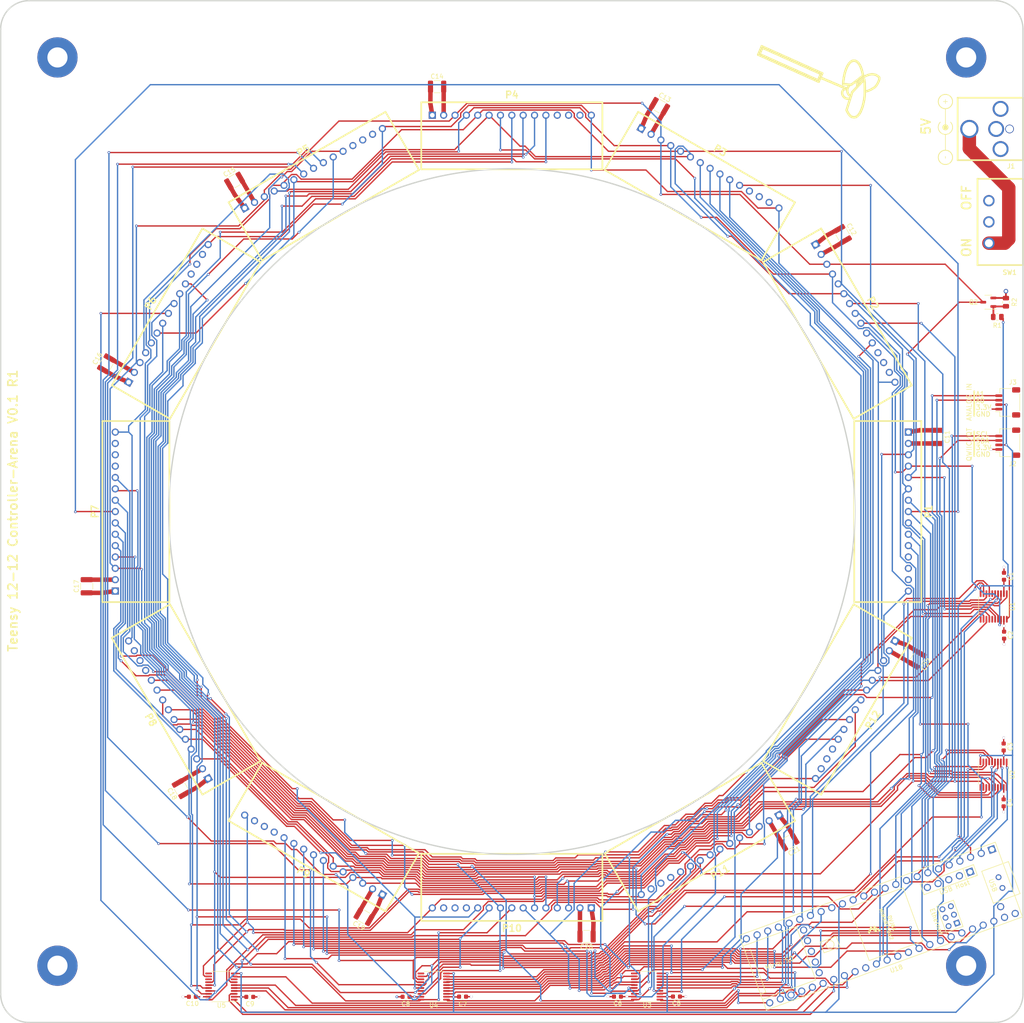
<source format=kicad_pcb>
(kicad_pcb (version 20221018) (generator pcbnew)
  (layers (0 "F.Cu" signal) (1 "In1.Cu" power) (2 "In2.Cu" power) (31 "B.Cu" signal) (34 "B.Paste" user) (35 "F.Paste" user) (36 "B.SilkS" user "B.Silkscreen") (37 "F.SilkS" user "F.Silkscreen") (38 "B.Mask" user) (39 "F.Mask" user) (44 "Edge.Cuts" user))
  (net 0 "")
  (net 1 "+3.3V")
  (net 2 "+5V")
  (net 4 "/Power/SW_5V")
  (net 5 "/Teensy/SDA")
  (net 8 "/Teensy/SCL")
  (net 9 "/Teensy/A0")
  (net 11 "/Teensy/A1")
  (net 13 "/Level Shifters/PAN5V.SCK_1")
  (net 14 "/Level Shifters/PAN5V.SCK_0")
  (net 15 "/Level Shifters/PAN5V.MOSI_0")
  (net 16 "/Level Shifters/PAN5V.MISO_0")
  (net 17 "/Level Shifters/PAN5V.CS_00")
  (net 18 "/Level Shifters/PAN5V.CS_01")
  (net 19 "/Level Shifters/PAN5V.CS_02")
  (net 20 "/Level Shifters/PAN5V.CS_03")
  (net 21 "/Level Shifters/PAN5V.CS_04")
  (net 22 "/Level Shifters/PAN5V.EXT_INT")
  (net 23 "GND")
  (net 27 "/Level Shifters/PAN5V.CS_05")
  (net 28 "/Level Shifters/PAN5V.CS_06")
  (net 29 "/Level Shifters/PAN5V.CS_08")
  (net 30 "/Level Shifters/PAN5V.CS_09")
  (net 43 "Net-(Q2-G)")
  (net 44 "/Level Shifters/PAN5V.CS_10")
  (net 45 "/Level Shifters/PAN5V.CS_11")
  (net 46 "/Level Shifters/PAN5V.CS_12")
  (net 47 "/Level Shifters/PAN5V.CS_13")
  (net 48 "/Level Shifters/PAN5V.CS_14")
  (net 49 "/Level Shifters/PAN5V.CS_15")
  (net 50 "/Level Shifters/PAN5V.CS_16")
  (net 51 "/Level Shifters/PAN5V.CS_17")
  (net 52 "/Level Shifters/PAN5V.CS_18")
  (net 53 "/Level Shifters/PAN5V.CS_19")
  (net 54 "/Level Shifters/PAN5V.CS_20")
  (net 55 "/Level Shifters/PAN5V.CS_21")
  (net 56 "/Level Shifters/PAN5V.CS_22")
  (net 57 "/Level Shifters/PAN5V.CS_23")
  (net 58 "/Level Shifters/PAN5V.CS_24")
  (net 59 "/Level Shifters/PAN5V.CS_25")
  (net 60 "/Level Shifters/PAN5V.CS_26")
  (net 61 "/Level Shifters/PAN5V.CS_27")
  (net 62 "/Level Shifters/PAN5V.CS_28")
  (net 63 "/Level Shifters/PAN5V.CS_29")
  (net 64 "/Level Shifters/PAN5V.MOSI_1")
  (net 65 "/Level Shifters/PAN5V.MISO_1")
  (net 84 "/Level Shifters/PAN5V.RESET")
  (net 85 "/Level Shifters/PAN3V.RESET")
  (net 86 "/Level Shifters/PAN3V.SCK_0")
  (net 87 "/Level Shifters/PAN3V.MOSI_0")
  (net 88 "/Level Shifters/PAN3V.MISO_0")
  (net 90 "/Level Shifters/PAN3V.SCK_1")
  (net 91 "/Level Shifters/PAN3V.MOSI_1")
  (net 92 "/Level Shifters/PAN3V.MISO_1")
  (net 94 "/Level Shifters/PAN3V.CS_00")
  (net 95 "/Level Shifters/PAN3V.CS_01")
  (net 96 "/Level Shifters/PAN3V.CS_02")
  (net 97 "/Level Shifters/PAN3V.CS_03")
  (net 98 "/Level Shifters/PAN3V.CS_04")
  (net 99 "/Level Shifters/PAN3V.CS_05")
  (net 100 "/Level Shifters/PAN3V.CS_06")
  (net 101 "/Level Shifters/PAN3V.CS_07")
  (net 102 "/Level Shifters/PAN5V.CS_07")
  (net 103 "/Level Shifters/PAN3V.CS_08")
  (net 104 "/Level Shifters/PAN3V.CS_09")
  (net 105 "/Level Shifters/PAN3V.CS_10")
  (net 106 "/Level Shifters/PAN3V.CS_11")
  (net 107 "/Level Shifters/PAN3V.CS_12")
  (net 108 "/Level Shifters/PAN3V.CS_13")
  (net 109 "/Level Shifters/PAN3V.CS_14")
  (net 110 "/Level Shifters/PAN3V.CS_15")
  (net 111 "/Level Shifters/PAN3V.CS_16")
  (net 112 "/Level Shifters/PAN3V.CS_17")
  (net 113 "/Level Shifters/PAN3V.CS_18")
  (net 114 "/Level Shifters/PAN3V.CS_19")
  (net 115 "/Level Shifters/PAN3V.CS_20")
  (net 116 "/Level Shifters/PAN3V.CS_21")
  (net 117 "/Level Shifters/PAN3V.CS_22")
  (net 118 "/Level Shifters/PAN3V.CS_23")
  (net 119 "/Level Shifters/PAN3V.CS_24")
  (net 120 "/Level Shifters/PAN3V.CS_25")
  (net 121 "/Level Shifters/PAN3V.CS_26")
  (net 122 "/Level Shifters/PAN3V.CS_27")
  (net 123 "/Level Shifters/PAN3V.CS_28")
  (net 124 "/Level Shifters/PAN3V.CS_29")
  (net 126 "/Level Shifters/PAN3V.EXT_INT")
  (net 146 "/Panel Headers/RESET")
  (footprint "Capacitor_SMD:C_0603_1608Metric" (layer "F.Cu") (at 287.782 230.471 90)
    (fp_text reference "C3")
    (fp_text value "0.1uF")
  )
  (footprint "Capacitor_SMD:C_1210_3225Metric" (layer "F.Cu") (at 210.8587 87.1206 -30)
    (fp_text reference "C13")
    (fp_text value "100uF")
  )
  (footprint "MountingHole:MountingHole_4.5mm_Pad" (layer "F.Cu") (at 76.2 76.2)
    (fp_text reference "H1" hide)
    (fp_text value "MountingHole_Pad" hide)
  )
  (footprint "arena_custom:HEADER_TOP" (layer "F.Cu") (at 177.8 266.474 180)
    (fp_text reference "P10")
    (fp_text value "CONN15" hide)
  )
  (footprint "Capacitor_SMD:C_0603_1608Metric" (layer "F.Cu") (at 201.422 286.3188 180)
    (fp_text reference "C6")
    (fp_text value "0.1uF")
  )
  (footprint "arena_custom:HEADER_TOP" (layer "F.Cu") (at 254.594 222.137 -120)
    (fp_text reference "P12")
    (fp_text value "CONN15" hide)
  )
  (footprint "arena_custom:HEADER_TOP" (layer "F.Cu") (at 89.126 177.8 90)
    (fp_text reference "P7")
    (fp_text value "CONN15" hide)
  )
  (footprint "Capacitor_SMD:C_1210_3225Metric" (layer "F.Cu") (at 161.09 82.74)
    (fp_text reference "C14")
    (fp_text value "100uF")
  )
  (footprint "Capacitor_SMD:C_1210_3225Metric" (layer "F.Cu") (at 268.4794 210.8587 -120)
    (fp_text reference "C22")
    (fp_text value "100uF")
  )
  (footprint "arena_custom:slide_switch" (layer "F.Cu") (at 287.02 113.0027 90)
    (fp_text reference "SW1")
    (fp_text value "SW_SPDT" hide)
  )
  (footprint "Package_SO:TSSOP-20_4.4x6.5mm_P0.65mm" (layer "F.Cu") (at 208.0602 284.0524 180)
    (fp_text reference "U3")
    (fp_text value "TXB0108PW")
  )
  (footprint "Capacitor_SMD:C_0603_1608Metric" (layer "F.Cu") (at 154.1457 286.3522 180)
    (fp_text reference "C8")
    (fp_text value "0.1uF")
  )
  (footprint "Package_SO:TSSOP-20_4.4x6.5mm_P0.65mm" (layer "F.Cu") (at 285.5222 236.6669 -90)
    (fp_text reference "U2")
    (fp_text value "TXB0108PW")
  )
  (footprint "Capacitor_SMD:C_1210_3225Metric" (layer "F.Cu") (at 103.8306 239.8013 120)
    (fp_text reference "C18")
    (fp_text value "100uF")
  )
  (footprint "arena_custom:HEADER_TOP" (layer "F.Cu") (at 133.463 254.594 150)
    (fp_text reference "P9")
    (fp_text value "CONN15" hide)
  )
  (footprint "arena_custom:HEADER_TOP" (layer "F.Cu") (at 222.137 254.594 -150)
    (fp_text reference "P11")
    (fp_text value "CONN15" hide)
  )
  (footprint "Capacitor_SMD:C_0603_1608Metric" (layer "F.Cu") (at 119.2 286.3778)
    (fp_text reference "C9")
    (fp_text value "0.1uF")
  )
  (footprint "arena_custom:JST_SH_SM04B-SRSS-TB_1x04-1MP_P1.00mm_Horizontal" (layer "F.Cu") (at 288.701 153.379 90)
    (fp_text reference "J3")
    (fp_text value "Conn_01x04" hide)
  )
  (footprint "Capacitor_SMD:C_0603_1608Metric" (layer "F.Cu") (at 287.8836 205.4476 -90)
    (fp_text reference "C2")
    (fp_text value "0.1uF")
  )
  (footprint "Capacitor_SMD:C_0603_1608Metric" (layer "F.Cu") (at 214.617 286.3088)
    (fp_text reference "C5")
    (fp_text value "0.1uF")
  )
  (footprint "Capacitor_SMD:C_0603_1608Metric" (layer "F.Cu") (at 106.3622 286.3524 180)
    (fp_text reference "C10")
    (fp_text value "0.1uF")
  )
  (footprint "MountingHole:MountingHole_4.5mm_Pad" (layer "F.Cu") (at 279.4 279.4)
    (fp_text reference "H3" hide)
    (fp_text value "MountingHole_Pad" hide)
  )
  (footprint "Package_SO:TSSOP-20_4.4x6.5mm_P0.65mm" (layer "F.Cu") (at 285.5566 199.0291 -90)
    (fp_text reference "U1")
    (fp_text value "TXB0108PW")
  )
  (footprint "Package_TO_SOT_SMD:SOT-23-3" (layer "F.Cu") (at 284.3475 130.9605 180)
    (fp_text reference "Q2")
    (fp_text value "MOSFET_NCHAN")
  )
  (footprint "MountingHole:MountingHole_4.5mm_Pad" (layer "F.Cu") (at 76.2 279.4)
    (fp_text reference "H4" hide)
    (fp_text value "MountingHole_Pad" hide)
  )
  (footprint "arena_custom:DCJACK_2PIN_HIGHCURRENT" (layer "F.Cu") (at 292.1 92.202 -90)
    (fp_text reference "J1")
    (fp_text value "Barrel_Jack" hide)
  )
  (footprint "Capacitor_SMD:C_1210_3225Metric" (layer "F.Cu") (at 115.7987 103.8306 30)
    (fp_text reference "C15")
    (fp_text value "100uF")
  )
  (footprint "arena_custom:HEADER_TOP" (layer "F.Cu") (at 133.463 101.006 30)
    (fp_text reference "P5")
    (fp_text value "CONN15" hide)
  )
  (footprint "Capacitor_SMD:C_1210_3225Metric" (layer "F.Cu") (at 239.8013 251.7694 -150)
    (fp_text reference "C21")
    (fp_text value "100uF")
  )
  (footprint "Package_SO:TSSOP-20_4.4x6.5mm_P0.65mm" (layer "F.Cu") (at 160.3325 284.0696 180)
    (fp_text reference "U4")
    (fp_text value "TXB0108PW")
  )
  (footprint "arena_custom:HEADER_TOP" (layer "F.Cu") (at 177.8 89.126)
    (fp_text reference "P4")
    (fp_text value "CONN15" hide)
  )
  (footprint "Resistor_SMD:R_0805_2012Metric" (layer "F.Cu") (at 286.3615 134.2625)
    (fp_text reference "R1")
    (fp_text value "200")
  )
  (footprint "Capacitor_SMD:C_1210_3225Metric" (layer "F.Cu") (at 272.86 161.09 -90)
    (fp_text reference "C11")
    (fp_text value "100uF")
  )
  (footprint "Capacitor_SMD:C_1210_3225Metric" (layer "F.Cu") (at 251.7694 115.7987 -60)
    (fp_text reference "C12")
    (fp_text value "100uF")
  )
  (footprint "teensy:Teensy41" (layer "F.Cu") (at 260.3104 270.5454 -160)
    (fp_text reference "U18")
    (fp_text value "Teensy4.1")
  )
  (footprint "arena_custom:HEADER_TOP" (layer "F.Cu") (at 266.474 177.8 -90)
    (fp_text reference "P1")
    (fp_text value "CONN15" hide)
  )
  (footprint "arena_custom:HEADER_TOP" (layer "F.Cu") (at 101.006 133.463 60)
    (fp_text reference "P6")
    (fp_text value "CONN15" hide)
  )
  (footprint "arena_custom:HEADER_TOP" (layer "F.Cu") (at 101.006 222.137 120)
    (fp_text reference "P8")
    (fp_text value "CONN15" hide)
  )
  (footprint "MountingHole:MountingHole_4.5mm_Pad" (layer "F.Cu") (at 279.4 76.2)
    (fp_text reference "H2" hide)
    (fp_text value "MountingHole_Pad" hide)
  )
  (footprint "Capacitor_SMD:C_0603_1608Metric" (layer "F.Cu") (at 287.782 242.964 -90)
    (fp_text reference "C4")
    (fp_text value "0.1uF")
  )
  (footprint "Capacitor_SMD:C_0603_1608Metric" (layer "F.Cu") (at 166.7819 286.3268)
    (fp_text reference "C7")
    (fp_text value "0.1uF")
  )
  (footprint "Capacitor_SMD:C_1210_3225Metric" (layer "F.Cu") (at 87.1206 144.7413 60)
    (fp_text reference "C16")
    (fp_text value "100uF")
  )
  (footprint "Capacitor_SMD:C_0603_1608Metric" (layer "F.Cu") (at 287.8582 192.278 90)
    (fp_text reference "C1")
    (fp_text value "0.1uF")
  )
  (footprint "arena_custom:HEADER_TOP" (layer "F.Cu") (at 254.594 133.463 -60)
    (fp_text reference "P2")
    (fp_text value "CONN15" hide)
  )
  (footprint "Capacitor_SMD:C_1210_3225Metric" (layer "F.Cu") (at 194.51 272.86 180)
    (fp_text reference "C20")
    (fp_text value "100uF")
  )
  (footprint "arena_custom:JST_SH_SM04B-SRSS-TB_1x04-1MP_P1.00mm_Horizontal" (layer "F.Cu") (at 288.701 162.39 90)
    (fp_text reference "J2")
    (fp_text value "Conn_01x04" hide)
  )
  (footprint "Capacitor_SMD:C_1210_3225Metric" (layer "F.Cu") (at 144.7413 268.4794 150)
    (fp_text reference "C19")
    (fp_text value "100uF")
  )
  (footprint "Capacitor_SMD:C_1210_3225Metric" (layer "F.Cu") (at 82.74 194.51 90)
    (fp_text reference "C17")
    (fp_text value "100uF")
  )
  (footprint "arena_custom:HEADER_TOP" (layer "F.Cu") (at 222.137 101.006 -30)
    (fp_text reference "P3")
    (fp_text value "CONN15" hide)
  )
  (footprint "Package_SO:TSSOP-20_4.4x6.5mm_P0.65mm" (layer "F.Cu") (at 112.8567 284.0696 180)
    (fp_text reference "U5")
    (fp_text value "TXB0108PW")
  )
  (footprint "Resistor_SMD:R_0805_2012Metric" (layer "F.Cu") (at 288.29 130.9605 -90)
    (fp_text reference "R2")
    (fp_text value "20k")
  )
  (gr_line (start 256.199044 87.297682) (end 256.271976 87.058327) (stroke (width 0.514144)) (layer "F.SilkS"))
  (gr_line (start 253.328128 89.085184) (end 253.428895 89.190784) (stroke (width 0.514144)) (layer "F.SilkS"))
  (gr_line (start 253.398643 85.370906) (end 253.047927 85.47159) (stroke (width 0.514144)) (layer "F.SilkS"))
  (gr_line (start 273.458677 92.763687) (end 273.412617 92.697601) (stroke (width 0.15487)) (layer "F.SilkS"))
  (gr_line (start 275.079658 84.502663) (end 275.156965 84.520506) (stroke (width 0.179621)) (layer "F.SilkS"))
  (gr_line (start 273.801544 84.787649) (end 273.864193 84.743099) (stroke (width 0.179621)) (layer "F.SilkS"))
  (gr_line (start 256.682667 84.850824) (end 256.710096 84.544275) (stroke (width 0.514144)) (layer "F.SilkS"))
  (gr_line (start 252.01772 82.16411) (end 251.877536 82.16992) (stroke (width 0.514144)) (layer "F.SilkS"))
  (gr_line (start 252.053344 83.360095) (end 252.337198 83.279574) (stroke (width 0.514144)) (layer "F.SilkS"))
  (gr_line (start 252.648282 87.995452) (end 252.864904 88.424901) (stroke (width 0.514144)) (layer "F.SilkS"))
  (gr_line (start 255.368341 88.978587) (end 255.474286 88.838667) (stroke (width 0.514144)) (layer "F.SilkS"))
  (gr_line (start 275.307038 100.056867) (end 275.232792 100.081989) (stroke (width 0.179621)) (layer "F.SilkS"))
  (gr_line (start 276.124191 97.727336) (end 276.162666 97.794252) (stroke (width 0.179621)) (layer "F.SilkS"))
  (gr_line (start 253.852396 89.497068) (end 253.962792 89.543132) (stroke (width 0.514144)) (layer "F.SilkS"))
  (gr_line (start 253.107055 88.828682) (end 253.329101 89.139146) (stroke (width 0.514144)) (layer "F.SilkS"))
  (gr_line (start 274.514275 87.647619) (end 274.435586 87.633567) (stroke (width 0.179621)) (layer "F.SilkS"))
  (gr_line (start 276.144971 92.629798) (end 276.102596 92.697601) (stroke (width 0.15487)) (layer "F.SilkS"))
  (gr_line (start 253.599513 89.404428) (end 253.881595 89.536188) (stroke (width 0.514144)) (layer "F.SilkS"))
  (gr_line (start 273.683213 99.738719) (end 273.627717 99.68581) (stroke (width 0.179621)) (layer "F.SilkS"))
  (gr_line (start 273.929041 99.922493) (end 273.864208 99.88093) (stroke (width 0.179621)) (layer "F.SilkS"))
  (gr_line (start 276.351319 92.042732) (end 276.338422 92.11912) (stroke (width 0.15487)) (layer "F.SilkS"))
  (gr_line (start 255.525857 82.231349) (end 253.909263 83.976567) (stroke (width 0.514144)) (layer "F.SilkS"))
  (gr_line (start 273.74118 97.322884) (end 273.801544 97.275447) (stroke (width 0.179621)) (layer "F.SilkS"))
  (gr_line (start 252.552095 78.774228) (end 252.838191 78.144863) (stroke (width 0.514144)) (layer "F.SilkS"))
  (gr_line (start 251.969289 84.954351) (end 251.774238 84.647473) (stroke (width 0.514144)) (layer "F.SilkS"))
  (gr_line (start 253.435013 77.325878) (end 253.641567 77.156405) (stroke (width 0.514144)) (layer "F.SilkS"))
  (gr_line (start 274.675394 87.663951) (end 274.594245 87.657781) (stroke (width 0.179621)) (layer "F.SilkS"))
  (gr_line (start 259.176866 80.098993) (end 259.525148 80.289985) (stroke (width 0.514144)) (layer "F.SilkS"))
  (gr_line (start 273.432595 99.449323) (end 273.391031 99.38449) (stroke (width 0.179621)) (layer "F.SilkS"))
  (gr_line (start 273.178102 85.824768) (end 273.192154 85.74608) (stroke (width 0.179621)) (layer "F.SilkS"))
  (gr_line (start 252.166875 85.147003) (end 251.969289 84.954351) (stroke (width 0.514144)) (layer "F.SilkS"))
  (gr_line (start 252.693095 88.053999) (end 252.775458 88.230525) (stroke (width 0.514144)) (layer "F.SilkS"))
  (gr_line (start 275.832018 87.250921) (end 275.774039 87.301144) (stroke (width 0.179621)) (layer "F.SilkS"))
  (gr_line (start 251.774238 84.647473) (end 251.684112 84.419114) (stroke (width 0.514144)) (layer "F.SilkS"))
  (gr_line (start 276.162666 85.306454) (end 276.197954 85.375353) (stroke (width 0.179621)) (layer "F.SilkS"))
  (gr_line (start 274.757623 87.666031) (end 274.675394 87.663951) (stroke (width 0.179621)) (layer "F.SilkS"))
  (gr_line (start 275.000969 84.488611) (end 275.079658 84.502663) (stroke (width 0.179621)) (layer "F.SilkS"))
  (gr_line (start 255.06343 89.325641) (end 255.481002 88.89717) (stroke (width 0.514144)) (layer "F.SilkS"))
  (gr_line (start 273.391023 85.239538) (end 273.432586 85.174706) (stroke (width 0.179621)) (layer "F.SilkS"))
  (gr_line (start 276.347273 98.392536) (end 276.353443 98.473685) (stroke (width 0.179621)) (layer "F.SilkS"))
  (gr_line (start 275.450382 97.115569) (end 275.51928 97.150857) (stroke (width 0.179621)) (layer "F.SilkS"))
  (gr_line (start 273.679039 93.007324) (end 273.618965 92.950211) (stroke (width 0.15487)) (layer "F.SilkS"))
  (gr_line (start 255.036411 82.539878) (end 255.042022 82.457412) (stroke (width 0.514144)) (layer "F.SilkS"))
  (gr_line (start 276.197954 86.760877) (end 276.162666 86.829776) (stroke (width 0.179621)) (layer "F.SilkS"))
  (gr_line (start 255.276137 77.430101) (end 255.346218 77.514994) (stroke (width 0.514144)) (layer "F.SilkS"))
  (gr_line (start 276.323059 85.74608) (end 276.337111 85.824768) (stroke (width 0.179621)) (layer "F.SilkS"))
  (gr_line (start 253.521335 77.222379) (end 253.965722 76.96148) (stroke (width 0.514144)) (layer "F.SilkS"))
  (gr_line (start 275.94042 97.481511) (end 275.990643 97.539491) (stroke (width 0.179621)) (layer "F.SilkS"))
  (gr_line (start 256.875322 83.833962) (end 256.742183 83.87768) (stroke (width 0.514144)) (layer "F.SilkS"))
  (gr_line (start 254.654616 76.988025) (end 254.738231 77.019672) (stroke (width 0.514144)) (layer "F.SilkS"))
  (gr_line (start 274.135626 84.595772) (end 274.208191 84.567161) (stroke (width 0.179621)) (layer "F.SilkS"))
  (gr_line (start 273.237589 92.344278) (end 273.213638 92.270036) (stroke (width 0.15487)) (layer "F.SilkS"))
  (gr_line (start 274.514268 96.976409) (end 274.594239 96.966247) (stroke (width 0.179621)) (layer "F.SilkS"))
  (gr_line (start 275.307038 87.569069) (end 275.232792 87.594191) (stroke (width 0.179621)) (layer "F.SilkS"))
  (gr_line (start 276.353443 98.638142) (end 276.347273 98.719291) (stroke (width 0.179621)) (layer "F.SilkS"))
  (gr_line (start 273.801558 99.836379) (end 273.741193 99.788942) (stroke (width 0.179621)) (layer "F.SilkS"))
  (gr_line (start 254.131302 89.588144) (end 254.188191 89.596579) (stroke (width 0.514144)) (layer "F.SilkS"))
  (gr_line (start 274.911957 93.414485) (end 274.834853 93.420012) (stroke (width 0.15487)) (layer "F.SilkS"))
  (gr_line (start 275.586196 87.434695) (end 275.51928 87.473171) (stroke (width 0.179621)) (layer "F.SilkS"))
  (gr_line (start 274.834853 93.420012) (end 274.757606 93.421855) (stroke (width 0.15487)) (layer "F.SilkS"))
  (gr_line (start 259.542541 82.121242) (end 259.303428 82.48594) (stroke (width 0.514144)) (layer "F.SilkS"))
  (gr_line (start 255.432428 81.506674) (end 255.645993 81.235336) (stroke (width 0.514144)) (layer "F.SilkS"))
  (gr_line (start 274.757623 91.163801) (end 274.757623 87.739042) (stroke (width 0.168772)) (layer "F.SilkS"))
  (gr_line (start 273.391031 99.38449) (end 273.352554 99.317574) (stroke (width 0.179621)) (layer "F.SilkS"))
  (gr_line (start 253.135036 82.646298) (end 253.29269 82.463024) (stroke (width 0.514144)) (layer "F.SilkS"))
  (gr_line (start 251.858224 83.534084) (end 252.053344 83.360095) (stroke (width 0.514144)) (layer "F.SilkS"))
  (gr_line (start 274.135639 100.028256) (end 274.064857 99.996257) (stroke (width 0.179621)) (layer "F.SilkS"))
  (gr_line (start 273.16177 85.985887) (end 273.16794 85.904738) (stroke (width 0.179621)) (layer "F.SilkS"))
  (gr_line (start 274.594245 87.657781) (end 274.514275 87.647619) (stroke (width 0.179621)) (layer "F.SilkS"))
  (gr_line (start 275.450382 87.508459) (end 275.379601 87.540458) (stroke (width 0.179621)) (layer "F.SilkS"))
  (gr_line (start 276.229953 99.177894) (end 276.197954 99.248675) (stroke (width 0.179621)) (layer "F.SilkS"))
  (gr_line (start 255.220933 77.362302) (end 255.627103 77.91908) (stroke (width 0.514144)) (layer "F.SilkS"))
  (gr_line (start 259.525148 80.289985) (end 259.78989 80.507871) (stroke (width 0.514144)) (layer "F.SilkS"))
  (gr_line (start 246.348282 81.480219) (end 233.048664 75.525588) (stroke (width 0.514144)) (layer "F.SilkS"))
  (gr_line (start 273.154682 91.657214) (end 273.163894 91.580397) (stroke (width 0.15487)) (layer "F.SilkS"))
  (gr_line (start 276.360531 91.965914) (end 276.351319 92.042732) (stroke (width 0.15487)) (layer "F.SilkS"))
  (gr_line (start 246.463759 81.532354) (end 247.222944 79.751814) (stroke (width 0.514144)) (layer "F.SilkS"))
  (gr_line (start 254.303207 76.931315) (end 254.393603 76.93489) (stroke (width 0.514144)) (layer "F.SilkS"))
  (gr_line (start 256.040481 87.747626) (end 256.121828 87.527581) (stroke (width 0.514144)) (layer "F.SilkS"))
  (gr_line (start 274.208191 97.054959) (end 274.282438 97.029837) (stroke (width 0.179621)) (layer "F.SilkS"))
  (gr_line (start 253.881595 89.536188) (end 254.324682 89.610855) (stroke (width 0.514144)) (layer "F.SilkS"))
  (gr_line (start 275.435657 93.272624) (end 275.363562 93.303944) (stroke (width 0.15487)) (layer "F.SilkS"))
  (gr_line (start 274.680359 93.420012) (end 274.603255 93.414485) (stroke (width 0.15487)) (layer "F.SilkS"))
  (gr_line (start 257.844701 80.028055) (end 258.211627 79.972669) (stroke (width 0.514144)) (layer "F.SilkS"))
  (gr_line (start 275.709728 93.110496) (end 275.643643 93.156555) (stroke (width 0.15487)) (layer "F.SilkS"))
  (gr_line (start 274.526438 93.405273) (end 274.450049 93.392377) (stroke (width 0.15487)) (layer "F.SilkS"))
  (gr_line (start 274.839851 87.663951) (end 274.757623 87.666031) (stroke (width 0.179621)) (layer "F.SilkS"))
  (gr_line (start 258.842153 80.017626) (end 259.176866 80.098993) (stroke (width 0.514144)) (layer "F.SilkS"))
  (gr_line (start 253.29269 82.463024) (end 253.412685 82.343878) (stroke (width 0.514144)) (layer "F.SilkS"))
  (gr_line (start 256.455241 80.603086) (end 256.647542 80.491892) (stroke (width 0.514144)) (layer "F.SilkS"))
  (gr_line (start 259.950052 81.16405) (end 259.836255 81.519547) (stroke (width 0.514144)) (layer "F.SilkS"))
  (gr_line (start 255.147913 89.218914) (end 255.259498 89.105469) (stroke (width 0.514144)) (layer "F.SilkS"))
  (gr_line (start 275.140979 93.375796) (end 275.065163 93.392377) (stroke (width 0.15487)) (layer "F.SilkS"))
  (gr_line (start 275.887512 84.938218) (end 275.94042 84.993713) (stroke (width 0.179621)) (layer "F.SilkS"))
  (gr_line (start 253.965362 76.988768) (end 254.076566 76.957025) (stroke (width 0.514144)) (layer "F.SilkS"))
  (gr_line (start 259.78989 80.507871) (end 259.966569 80.689146) (stroke (width 0.514144)) (layer "F.SilkS"))
  (gr_line (start 273.25665 85.518698) (end 273.285261 85.446135) (stroke (width 0.179621)) (layer "F.SilkS"))
  (gr_line (start 274.208204 100.056867) (end 274.135639 100.028256) (stroke (width 0.179621)) (layer "F.SilkS"))
  (gr_line (start 274.435586 100.121364) (end 274.358278 100.103522) (stroke (width 0.179621)) (layer "F.SilkS"))
  (gr_line (start 276.353443 85.985887) (end 276.355522 86.068115) (stroke (width 0.179621)) (layer "F.SilkS"))
  (gr_line (start 256.678724 81.644514) (end 256.650167 81.387806) (stroke (width 0.514144)) (layer "F.SilkS"))
  (gr_line (start 254.482303 76.945573) (end 254.569307 76.963305) (stroke (width 0.514144)) (layer "F.SilkS"))
  (gr_line (start 275.450382 84.627771) (end 275.51928 84.663059) (stroke (width 0.179621)) (layer "F.SilkS"))
  (gr_line (start 275.896248 92.950211) (end 275.836173 93.007324) (stroke (width 0.15487)) (layer "F.SilkS"))
  (gr_line (start 273.370242 90.993331) (end 273.412617 90.925528) (stroke (width 0.15487)) (layer "F.SilkS"))
  (gr_line (start 273.213638 91.353093) (end 273.237589 91.278851) (stroke (width 0.15487)) (layer "F.SilkS"))
  (gr_line (start 273.209998 98.955257) (end 273.192155 98.877949) (stroke (width 0.179621)) (layer "F.SilkS"))
  (gr_line (start 251.877536 82.16992) (end 251.922517 81.614249) (stroke (width 0.514144)) (layer "F.SilkS"))
  (gr_line (start 233.757241 73.863743) (end 247.056859 79.818372) (stroke (width 0.514144)) (layer "F.SilkS"))
  (gr_line (start 275.887512 97.426016) (end 275.94042 97.481511) (stroke (width 0.179621)) (layer "F.SilkS"))
  (gr_line (start 276.102596 92.697601) (end 276.056536 92.763687) (stroke (width 0.15487)) (layer "F.SilkS"))
  (gr_line (start 255.866011 88.156561) (end 255.955157 87.957419) (stroke (width 0.514144)) (layer "F.SilkS"))
  (gr_line (start 276.351319 91.580397) (end 276.360531 91.657214) (stroke (width 0.15487)) (layer "F.SilkS"))
  (gr_line (start 254.302959 89.603371) (end 254.429429 89.595126) (stroke (width 0.514144)) (layer "F.SilkS"))
  (gr_line (start 276.323059 98.877949) (end 276.305217 98.955257) (stroke (width 0.179621)) (layer "F.SilkS"))
  (gr_line (start 255.671304 78.034008) (end 255.731261 78.156298) (stroke (width 0.514144)) (layer "F.SilkS"))
  (gr_line (start 276.124191 85.239538) (end 276.162666 85.306454) (stroke (width 0.179621)) (layer "F.SilkS"))
  (gr_line (start 273.163894 91.580397) (end 273.176791 91.504009) (stroke (width 0.15487)) (layer "F.SilkS"))
  (gr_line (start 256.005789 78.856859) (end 256.103824 79.177541) (stroke (width 0.514144)) (layer "F.SilkS"))
  (gr_line (start 257.779754 83.532072) (end 257.434774 83.6898) (stroke (width 0.514144)) (layer "F.SilkS"))
  (gr_line (start 256.357616 80.272018) (end 255.706384 80.763982) (stroke (width 0.514144)) (layer "F.SilkS"))
  (gr_line (start 273.741193 87.301144) (end 273.683213 87.250921) (stroke (width 0.179621)) (layer "F.SilkS"))
  (gr_line (start 258.090858 83.404417) (end 257.779754 83.532072) (stroke (width 0.514144)) (layer "F.SilkS"))
  (gr_line (start 259.966569 80.689146) (end 259.993367 80.838851) (stroke (width 0.514144)) (layer "F.SilkS"))
  (gr_line (start 276.229953 97.933932) (end 276.258563 98.006496) (stroke (width 0.179621)) (layer "F.SilkS"))
  (gr_line (start 256.942987 80.339952) (end 257.168924 80.23152) (stroke (width 0.514144)) (layer "F.SilkS"))
  (gr_line (start 256.75071 82.712449) (end 256.739244 82.43984) (stroke (width 0.514144)) (layer "F.SilkS"))
  (gr_line (start 253.269248 84.659038) (end 253.123313 84.504252) (stroke (width 0.514144)) (layer "F.SilkS"))
  (gr_line (start 275.832018 99.738719) (end 275.774039 99.788942) (stroke (width 0.179621)) (layer "F.SilkS"))
  (gr_line (start 274.757623 100.153828) (end 274.675394 100.151749) (stroke (width 0.179621)) (layer "F.SilkS"))
  (gr_line (start 273.285261 97.933932) (end 273.31726 97.863151) (stroke (width 0.179621)) (layer "F.SilkS"))
  (gr_line (start 276.347273 85.904738) (end 276.353443 85.985887) (stroke (width 0.179621)) (layer "F.SilkS"))
  (gr_line (start 275.651027 84.743099) (end 275.713675 84.787649) (stroke (width 0.179621)) (layer "F.SilkS"))
  (gr_line (start 275.953362 90.732993) (end 276.006791 90.795216) (stroke (width 0.15487)) (layer "F.SilkS"))
  (gr_line (start 276.006791 92.827913) (end 275.953362 92.890135) (stroke (width 0.15487)) (layer "F.SilkS"))
  (gr_line (start 281.201 159.874) (end 281.201 165.374) (stroke (width 0.381)) (layer "F.SilkS"))
  (gr_line (start 252.56042 83.13397) (end 252.542989 83.175007) (stroke (width 0.514144)) (layer "F.SilkS"))
  (gr_line (start 273.163894 92.042732) (end 273.154682 91.965915) (stroke (width 0.15487)) (layer "F.SilkS"))
  (gr_line (start 276.258563 85.518698) (end 276.283685 85.592944) (stroke (width 0.179621)) (layer "F.SilkS"))
  (gr_line (start 273.256654 86.617532) (end 273.231531 86.543286) (stroke (width 0.179621)) (layer "F.SilkS"))
  (gr_line (start 276.144971 90.99333) (end 276.183661 91.062707) (stroke (width 0.15487)) (layer "F.SilkS"))
  (gr_line (start 253.672708 82.321579) (end 251.877536 82.169922) (stroke (width 0.514144)) (layer "F.SilkS"))
  (gr_line (start 256.650167 81.387806) (end 256.61758 81.135749) (stroke (width 0.514144)) (layer "F.SilkS"))
  (gr_line (start 274.151651 93.303944) (end 274.079555 93.272624) (stroke (width 0.15487)) (layer "F.SilkS"))
  (gr_line (start 275.713675 87.348581) (end 275.651027 87.393132) (stroke (width 0.179621)) (layer "F.SilkS"))
  (gr_line (start 273.352554 99.317574) (end 273.317265 99.248675) (stroke (width 0.179621)) (layer "F.SilkS"))
  (gr_line (start 273.6832 84.885309) (end 273.74118 84.835086) (stroke (width 0.179621)) (layer "F.SilkS"))
  (gr_line (start 252.264493 79.665606) (end 252.552095 78.774228) (stroke (width 0.514144)) (layer "F.SilkS"))
  (gr_line (start 273.561851 90.732993) (end 273.618965 90.672917) (stroke (width 0.15487)) (layer "F.SilkS"))
  (gr_line (start 273.561851 92.890135) (end 273.508421 92.827913) (stroke (width 0.15487)) (layer "F.SilkS"))
  (gr_line (start 273.192154 98.233878) (end 273.209996 98.156569) (stroke (width 0.179621)) (layer "F.SilkS"))
  (gr_line (start 275.379601 87.540458) (end 275.307038 87.569069) (stroke (width 0.179621)) (layer "F.SilkS"))
  (gr_line (start 273.524573 85.051693) (end 273.574796 84.993713) (stroke (width 0.179621)) (layer "F.SilkS"))
  (gr_line (start 273.352554 86.829776) (end 273.317265 86.760877) (stroke (width 0.179621)) (layer "F.SilkS"))
  (gr_line (start 273.801544 97.275447) (end 273.864193 97.230896) (stroke (width 0.179621)) (layer "F.SilkS"))
  (gr_line (start 276.283685 99.031084) (end 276.258563 99.10533) (stroke (width 0.179621)) (layer "F.SilkS"))
  (gr_line (start 252.813388 83.330316) (end 252.914922 82.982534) (stroke (width 0.514144)) (layer "F.SilkS"))
  (gr_line (start 274.135639 87.540458) (end 274.064857 87.508459) (stroke (width 0.179621)) (layer "F.SilkS"))
  (gr_line (start 275.832018 97.373107) (end 275.887512 97.426016) (stroke (width 0.179621)) (layer "F.SilkS"))
  (gr_line (start 273.331551 92.560422) (end 273.296546 92.489614) (stroke (width 0.15487)) (layer "F.SilkS"))
  (gr_line (start 276.038079 97.599855) (end 276.082629 97.662503) (stroke (width 0.179621)) (layer "F.SilkS"))
  (gr_line (start 273.627717 99.68581) (end 273.574807 99.630315) (stroke (width 0.179621)) (layer "F.SilkS"))
  (gr_line (start 255.042022 82.457412) (end 255.046822 82.39657) (stroke (width 0.514144)) (layer "F.SilkS"))
  (gr_line (start 251.877536 82.169922) (end 251.908122 81.714717) (stroke (width 0.514144)) (layer "F.SilkS"))
  (gr_line (start 273.508421 92.827913) (end 273.458677 92.763687) (stroke (width 0.15487)) (layer "F.SilkS"))
  (gr_line (start 274.514268 84.488611) (end 274.594239 84.478449) (stroke (width 0.179621)) (layer "F.SilkS"))
  (gr_line (start 276.038079 85.112057) (end 276.082629 85.174706) (stroke (width 0.179621)) (layer "F.SilkS"))
  (gr_line (start 275.774039 87.301144) (end 275.713675 87.348581) (stroke (width 0.179621)) (layer "F.SilkS"))
  (gr_line (start 256.76 83.267298) (end 256.757661 82.988359) (stroke (width 0.514144)) (layer "F.SilkS"))
  (gr_line (start 273.741193 99.788942) (end 273.683213 99.738719) (stroke (width 0.179621)) (layer "F.SilkS"))
  (gr_line (start 233.048664 75.525588) (end 233.757241 73.863743) (stroke (width 0.514144)) (layer "F.SilkS"))
  (gr_line (start 273.31726 97.863151) (end 273.352548 97.794252) (stroke (width 0.179621)) (layer "F.SilkS"))
  (gr_line (start 275.774039 97.322884) (end 275.832018 97.373107) (stroke (width 0.179621)) (layer "F.SilkS"))
  (gr_line (start 255.259498 89.105469) (end 255.368341 88.978587) (stroke (width 0.514144)) (layer "F.SilkS"))
  (gr_line (start 275.307038 84.567161) (end 275.379601 84.595772) (stroke (width 0.179621)) (layer "F.SilkS"))
  (gr_line (start 276.321841 91.428193) (end 276.338422 91.504008) (stroke (width 0.15487)) (layer "F.SilkS"))
  (gr_line (start 253.428895 89.190784) (end 253.531823 89.285068) (stroke (width 0.514144)) (layer "F.SilkS"))
  (gr_line (start 276.337111 85.824768) (end 276.347273 85.904738) (stroke (width 0.179621)) (layer "F.SilkS"))
  (gr_line (start 252.164419 80.079481) (end 252.277697 79.618968) (stroke (width 0.514144)) (layer "F.SilkS"))
  (gr_line (start 254.820151 77.058187) (end 254.900378 77.103508) (stroke (width 0.514144)) (layer "F.SilkS"))
  (gr_line (start 256.463519 86.287504) (end 256.517769 86.014304) (stroke (width 0.514144)) (layer "F.SilkS"))
  (gr_poly (pts (xy 274.691671 85.999718) (xy 274.691671 85.55059) (xy 274.82351 85.55059) (xy 274.82351 85.999718) (xy 275.272643 85.999718) (xy 275.272643 86.136516) (xy 274.82351 86.136516) (xy 274.82351 86.585642) (xy 274.691671 86.585642) (xy 274.691671 86.136516) (xy 274.242538 86.136516) (xy 274.242538 85.999718)) (fill solid) (layer "F.SilkS"))
  (gr_line (start 273.574807 99.630315) (end 273.524583 99.572336) (stroke (width 0.179621)) (layer "F.SilkS"))
  (gr_line (start 274.358278 100.103522) (end 274.28245 100.081989) (stroke (width 0.179621)) (layer "F.SilkS"))
  (gr_line (start 276.353443 98.473685) (end 276.355522 98.555913) (stroke (width 0.179621)) (layer "F.SilkS"))
  (gr_line (start 259.023559 82.799008) (end 258.722802 83.026055) (stroke (width 0.514144)) (layer "F.SilkS"))
  (gr_line (start 275.000969 96.976409) (end 275.079658 96.990462) (stroke (width 0.179621)) (layer "F.SilkS"))
  (gr_line (start 276.038079 99.511971) (end 275.990643 99.572336) (stroke (width 0.179621)) (layer "F.SilkS"))
  (gr_line (start 275.896248 90.672917) (end 275.953362 90.732993) (stroke (width 0.15487)) (layer "F.SilkS"))
  (gr_line (start 275.156965 100.103522) (end 275.079658 100.121364) (stroke (width 0.179621)) (layer "F.SilkS"))
  (gr_line (start 274.594239 84.478449) (end 274.675391 84.472279) (stroke (width 0.179621)) (layer "F.SilkS"))
  (gr_line (start 255.789534 78.284609) (end 255.846123 78.418881) (stroke (width 0.514144)) (layer "F.SilkS"))
  (gr_line (start 276.283685 85.592944) (end 276.305217 85.668771) (stroke (width 0.179621)) (layer "F.SilkS"))
  (gr_line (start 253.133544 88.841221) (end 253.229639 88.968564) (stroke (width 0.514144)) (layer "F.SilkS"))
  (gr_line (start 274.757623 96.89627) (end 274.757623 93.471512) (stroke (width 0.168772)) (layer "F.SilkS"))
  (gr_line (start 275.94042 87.142517) (end 275.887512 87.198012) (stroke (width 0.179621)) (layer "F.SilkS"))
  (gr_line (start 273.231528 85.592944) (end 273.25665 85.518698) (stroke (width 0.179621)) (layer "F.SilkS"))
  (gr_line (start 254.873437 77.076596) (end 255.220933 77.362302) (stroke (width 0.514144)) (layer "F.SilkS"))
  (gr_line (start 275.000969 87.647619) (end 274.921 87.657781) (stroke (width 0.179621)) (layer "F.SilkS"))
  (gr_line (start 273.16794 98.719291) (end 273.16177 98.638142) (stroke (width 0.179621)) (layer "F.SilkS"))
  (gr_line (start 273.231528 98.080742) (end 273.25665 98.006496) (stroke (width 0.179621)) (layer "F.SilkS"))
  (gr_line (start 276.218667 91.133515) (end 276.249987 91.20561) (stroke (width 0.15487)) (layer "F.SilkS"))
  (gr_line (start 256.703154 81.905602) (end 256.678724 81.644514) (stroke (width 0.514144)) (layer "F.SilkS"))
  (gr_line (start 252.277697 79.618968) (end 252.405794 79.18749) (stroke (width 0.514144)) (layer "F.SilkS"))
  (gr_line (start 255.046822 82.39657) (end 255.049075 82.373567) (stroke (width 0.514144)) (layer "F.SilkS"))
  (gr_line (start 273.995957 99.960969) (end 273.929041 99.922493) (stroke (width 0.179621)) (layer "F.SilkS"))
  (gr_line (start 252.914922 82.982534) (end 253.135036 82.646298) (stroke (width 0.514144)) (layer "F.SilkS"))
  (gr_line (start 274.358267 97.008304) (end 274.435577 96.990462) (stroke (width 0.179621)) (layer "F.SilkS"))
  (gr_line (start 274.064843 97.115569) (end 274.135626 97.08357) (stroke (width 0.179621)) (layer "F.SilkS"))
  (gr_line (start 273.15969 86.068115) (end 273.16177 85.985887) (stroke (width 0.179621)) (layer "F.SilkS"))
  (gr_line (start 274.514275 100.135417) (end 274.435586 100.121364) (stroke (width 0.179621)) (layer "F.SilkS"))
  (gr_line (start 273.524573 97.539491) (end 273.574796 97.481511) (stroke (width 0.179621)) (layer "F.SilkS"))
  (gr_line (start 254.393603 76.93489) (end 254.482303 76.945573) (stroke (width 0.514144)) (layer "F.SilkS"))
  (gr_line (start 274.675391 96.960077) (end 274.757623 96.957998) (stroke (width 0.179621)) (layer "F.SilkS"))
  (gr_line (start 276.197954 97.863151) (end 276.229953 97.933932) (stroke (width 0.179621)) (layer "F.SilkS"))
  (gr_line (start 273.805485 93.110496) (end 273.74126 93.060753) (stroke (width 0.15487)) (layer "F.SilkS"))
  (gr_line (start 246.413145 81.651057) (end 246.463759 81.532354) (stroke (width 0.514144)) (layer "F.SilkS"))
  (gr_line (start 276.301574 92.270036) (end 276.277623 92.344278) (stroke (width 0.15487)) (layer "F.SilkS"))
  (gr_line (start 275.713675 97.275447) (end 275.774039 97.322884) (stroke (width 0.179621)) (layer "F.SilkS"))
  (gr_line (start 273.352548 97.794252) (end 273.391023 97.727336) (stroke (width 0.179621)) (layer "F.SilkS"))
  (gr_line (start 275.651027 97.230896) (end 275.713675 97.275447) (stroke (width 0.179621)) (layer "F.SilkS"))
  (gr_line (start 252.066861 80.566931) (end 252.164419 80.079481) (stroke (width 0.514144)) (layer "F.SilkS"))
  (gr_line (start 273.524583 87.084537) (end 273.477146 87.024173) (stroke (width 0.179621)) (layer "F.SilkS"))
  (gr_line (start 254.429429 89.595126) (end 254.554235 89.57066) (stroke (width 0.514144)) (layer "F.SilkS"))
  (gr_line (start 275.887512 99.68581) (end 275.832018 99.738719) (stroke (width 0.179621)) (layer "F.SilkS"))
  (gr_line (start 257.434774 83.6898) (end 257.147111 83.738716) (stroke (width 0.514144)) (layer "F.SilkS"))
  (gr_line (start 273.192154 85.74608) (end 273.209996 85.668771) (stroke (width 0.179621)) (layer "F.SilkS"))
  (gr_line (start 256.566963 85.733638) (end 256.610946 85.445904) (stroke (width 0.514144)) (layer "F.SilkS"))
  (gr_line (start 275.51928 97.150857) (end 275.586196 97.189333) (stroke (width 0.179621)) (layer "F.SilkS"))
  (gr_line (start 251.985926 81.07922) (end 252.066861 80.566931) (stroke (width 0.514144)) (layer "F.SilkS"))
  (gr_line (start 256.588437 81.13962) (end 253.909288 83.976566) (stroke (width 0.514144)) (layer "F.SilkS"))
  (gr_line (start 276.006791 90.795216) (end 276.056536 90.859442) (stroke (width 0.15487)) (layer "F.SilkS"))
  (gr_line (start 255.864154 78.448817) (end 256.087136 79.124247) (stroke (width 0.514144)) (layer "F.SilkS"))
  (gr_line (start 255.773197 88.344655) (end 255.866011 88.156561) (stroke (width 0.514144)) (layer "F.SilkS"))
  (gr_line (start 252.862258 84.007779) (end 252.804643 83.656706) (stroke (width 0.514144)) (layer "F.SilkS"))
  (gr_line (start 246.942174 80.746439) (end 252.56042 83.13397) (stroke (width 0.514144)) (layer "F.SilkS"))
  (gr_line (start 256.610946 85.445904) (end 256.649566 85.1515) (stroke (width 0.514144)) (layer "F.SilkS"))
  (gr_line (start 276.337111 98.79926) (end 276.323059 98.877949) (stroke (width 0.179621)) (layer "F.SilkS"))
  (gr_line (start 253.747749 77.08872) (end 253.855718 77.032754) (stroke (width 0.514144)) (layer "F.SilkS"))
  (gr_poly (pts (xy 274.832166 98.298797) (xy 274.832166 98.813028) (xy 274.683015 98.813028) (xy 274.683015 98.298797)) (fill solid) (layer "F.SilkS"))
  (gr_line (start 256.731697 84.232249) (end 256.747318 83.915146) (stroke (width 0.514144)) (layer "F.SilkS"))
  (gr_line (start 276.162666 97.794252) (end 276.197954 97.863151) (stroke (width 0.179621)) (layer "F.SilkS"))
  (gr_line (start 273.477146 87.024173) (end 273.432595 86.961524) (stroke (width 0.179621)) (layer "F.SilkS"))
  (gr_line (start 258.722802 83.026055) (end 258.371227 83.2262) (stroke (width 0.514144)) (layer "F.SilkS"))
  (gr_line (start 253.909263 83.976567) (end 252.648282 87.995452) (stroke (width 0.514144)) (layer "F.SilkS"))
  (gr_line (start 257.168924 80.23152) (end 257.485784 80.119245) (stroke (width 0.514144)) (layer "F.SilkS"))
  (gr_line (start 256.279733 79.885603) (end 256.357618 80.272016) (stroke (width 0.514144)) (layer "F.SilkS"))
  (gr_line (start 275.887512 87.198012) (end 275.832018 87.250921) (stroke (width 0.179621)) (layer "F.SilkS"))
  (gr_line (start 253.229639 88.968564) (end 253.328128 89.085184) (stroke (width 0.514144)) (layer "F.SilkS"))
  (gr_line (start 274.064857 87.508459) (end 273.995957 87.473171) (stroke (width 0.179621)) (layer "F.SilkS"))
  (gr_line (start 274.358267 84.520506) (end 274.435577 84.502663) (stroke (width 0.179621)) (layer "F.SilkS"))
  (gr_line (start 275.990643 85.051693) (end 276.038079 85.112057) (stroke (width 0.179621)) (layer "F.SilkS"))
  (gr_line (start 275.379601 100.028256) (end 275.307038 100.056867) (stroke (width 0.179621)) (layer "F.SilkS"))
  (gr_line (start 252.68782 85.409914) (end 252.402307 85.308503) (stroke (width 0.514144)) (layer "F.SilkS"))
  (gr_line (start 273.524583 99.572336) (end 273.477146 99.511971) (stroke (width 0.179621)) (layer "F.SilkS"))
  (gr_line (start 254.420562 76.894705) (end 254.873437 77.076596) (stroke (width 0.514144)) (layer "F.SilkS"))
  (gr_line (start 273.939372 93.198929) (end 273.87157 93.156555) (stroke (width 0.15487)) (layer "F.SilkS"))
  (gr_line (start 274.988775 93.405273) (end 274.911957 93.414485) (stroke (width 0.15487)) (layer "F.SilkS"))
  (gr_line (start 255.073137 82.733063) (end 255.036411 82.539878) (stroke (width 0.514144)) (layer "F.SilkS"))
  (gr_line (start 274.064843 84.627771) (end 274.135626 84.595772) (stroke (width 0.179621)) (layer "F.SilkS"))
  (gr_line (start 247.222944 79.751814) (end 233.689051 73.692292) (stroke (width 0.514144)) (layer "F.SilkS"))
  (gr_line (start 251.709684 83.828453) (end 251.858224 83.534084) (stroke (width 0.514144)) (layer "F.SilkS"))
  (gr_line (start 273.412617 92.697601) (end 273.370242 92.629798) (stroke (width 0.15487)) (layer "F.SilkS"))
  (gr_line (start 274.224891 93.331579) (end 274.151651 93.303944) (stroke (width 0.15487)) (layer "F.SilkS"))
  (gr_line (start 254.074763 89.576401) (end 254.131302 89.588144) (stroke (width 0.514144)) (layer "F.SilkS"))
  (gr_line (start 273.209998 86.467459) (end 273.192155 86.390151) (stroke (width 0.179621)) (layer "F.SilkS"))
  (gr_line (start 273.176791 92.11912) (end 273.163894 92.042732) (stroke (width 0.15487)) (layer "F.SilkS"))
  (gr_line (start 276.305217 98.156569) (end 276.323059 98.233878) (stroke (width 0.179621)) (layer "F.SilkS"))
  (gr_line (start 273.154682 91.965915) (end 273.149155 91.888811) (stroke (width 0.15487)) (layer "F.SilkS"))
  (gr_line (start 255.474286 88.838667) (end 255.57718 88.686106) (stroke (width 0.514144)) (layer "F.SilkS"))
  (gr_line (start 273.864208 87.393132) (end 273.801558 87.348581) (stroke (width 0.179621)) (layer "F.SilkS"))
  (gr_line (start 254.900378 77.103508) (end 254.978913 77.155575) (stroke (width 0.514144)) (layer "F.SilkS"))
  (gr_line (start 275.065163 93.392377) (end 274.988775 93.405273) (stroke (width 0.15487)) (layer "F.SilkS"))
  (gr_line (start 246.924743 80.787476) (end 246.942174 80.746439) (stroke (width 0.514144)) (layer "F.SilkS"))
  (gr_line (start 252.56043 83.13397) (end 251.578214 82.728334) (stroke (width 0.514144)) (layer "F.SilkS"))
  (gr_line (start 273.192155 98.877949) (end 273.178102 98.79926) (stroke (width 0.179621)) (layer "F.SilkS"))
  (gr_line (start 276.355522 86.068115) (end 276.353443 86.150343) (stroke (width 0.179621)) (layer "F.SilkS"))
  (gr_line (start 259.836255 81.519547) (end 259.696227 81.826924) (stroke (width 0.514144)) (layer "F.SilkS"))
  (gr_line (start 273.178102 98.79926) (end 273.16794 98.719291) (stroke (width 0.179621)) (layer "F.SilkS"))
  (gr_line (start 273.391031 86.896692) (end 273.352554 86.829776) (stroke (width 0.179621)) (layer "F.SilkS"))
  (gr_line (start 274.675394 100.151749) (end 274.594245 100.145579) (stroke (width 0.179621)) (layer "F.SilkS"))
  (gr_line (start 254.324682 89.610855) (end 254.665025 89.571112) (stroke (width 0.514144)) (layer "F.SilkS"))
  (gr_line (start 252.949007 88.555546) (end 253.039961 88.70345) (stroke (width 0.514144)) (layer "F.SilkS"))
  (gr_line (start 273.352548 85.306454) (end 273.391023 85.239538) (stroke (width 0.179621)) (layer "F.SilkS"))
  (gr_line (start 258.371227 83.2262) (end 258.090858 83.404417) (stroke (width 0.514144)) (layer "F.SilkS"))
  (gr_line (start 253.188466 77.597686) (end 253.521335 77.222379) (stroke (width 0.514144)) (layer "F.SilkS"))
  (gr_line (start 252.775458 88.230525) (end 252.860801 88.397806) (stroke (width 0.514144)) (layer "F.SilkS"))
  (gr_line (start 273.432595 86.961524) (end 273.391031 86.896692) (stroke (width 0.179621)) (layer "F.SilkS"))
  (gr_line (start 252.673597 83.279574) (end 252.673597 83.254005) (stroke (width 0.514144)) (layer "F.SilkS"))
  (gr_line (start 255.706384 80.763982) (end 254.954221 81.363387) (stroke (width 0.514144)) (layer "F.SilkS"))
  (gr_line (start 255.790885 88.395804) (end 256.248971 87.209539) (stroke (width 0.514144)) (layer "F.SilkS"))
  (gr_line (start 276.305217 98.955257) (end 276.283685 99.031084) (stroke (width 0.179621)) (layer "F.SilkS"))
  (gr_line (start 273.87157 93.156555) (end 273.805485 93.110496) (stroke (width 0.15487)) (layer "F.SilkS"))
  (gr_line (start 276.162666 86.829776) (end 276.124191 86.896692) (stroke (width 0.179621)) (layer "F.SilkS"))
  (gr_line (start 276.082629 99.449323) (end 276.038079 99.511971) (stroke (width 0.179621)) (layer "F.SilkS"))
  (gr_line (start 273.929026 84.701535) (end 273.995943 84.663059) (stroke (width 0.179621)) (layer "F.SilkS"))
  (gr_line (start 276.337111 98.312566) (end 276.347273 98.392536) (stroke (width 0.179621)) (layer "F.SilkS"))
  (gr_line (start 274.757623 96.957998) (end 274.839851 96.960077) (stroke (width 0.179621)) (layer "F.SilkS"))
  (gr_line (start 251.922517 81.614249) (end 251.985926 81.07922) (stroke (width 0.514144)) (layer "F.SilkS"))
  (gr_line (start 253.329101 89.139146) (end 253.599513 89.404428) (stroke (width 0.514144)) (layer "F.SilkS"))
  (gr_line (start 253.636966 84.854792) (end 253.457742 84.793319) (stroke (width 0.514144)) (layer "F.SilkS"))
  (gr_line (start 255.481314 77.703871) (end 255.546331 77.807734) (stroke (width 0.514144)) (layer "F.SilkS"))
  (gr_line (start 256.430595 80.273243) (end 253.672708 82.321578) (stroke (width 0.514144)) (layer "F.SilkS"))
  (gr_line (start 274.079555 93.272624) (end 274.008748 93.237619) (stroke (width 0.15487)) (layer "F.SilkS"))
  (gr_line (start 255.955157 87.957419) (end 256.040481 87.747626) (stroke (width 0.514144)) (layer "F.SilkS"))
  (gr_line (start 276.277623 91.278851) (end 276.301574 91.353092) (stroke (width 0.15487)) (layer "F.SilkS"))
  (gr_line (start 274.450049 93.392377) (end 274.374233 93.375796) (stroke (width 0.15487)) (layer "F.SilkS"))
  (gr_line (start 275.94042 99.630315) (end 275.887512 99.68581) (stroke (width 0.179621)) (layer "F.SilkS"))
  (gr_line (start 274.921 87.657781) (end 274.839851 87.663951) (stroke (width 0.179621)) (layer "F.SilkS"))
  (gr_line (start 254.738231 77.019672) (end 254.820151 77.058187) (stroke (width 0.514144)) (layer "F.SilkS"))
  (gr_line (start 275.651027 99.88093) (end 275.586196 99.922493) (stroke (width 0.179621)) (layer "F.SilkS"))
  (gr_line (start 274.282438 84.542039) (end 274.358267 84.520506) (stroke (width 0.179621)) (layer "F.SilkS"))
  (gr_line (start 254.665025 89.571112) (end 255.06343 89.325641) (stroke (width 0.514144)) (layer "F.SilkS"))
  (gr_line (start 254.189219 76.937786) (end 254.303207 76.931315) (stroke (width 0.514144)) (layer "F.SilkS"))
  (gr_line (start 254.954221 81.363387) (end 253.672708 82.321579) (stroke (width 0.514144)) (layer "F.SilkS"))
  (gr_line (start 273.265225 92.417518) (end 273.237589 92.344278) (stroke (width 0.15487)) (layer "F.SilkS"))
  (gr_line (start 246.889631 79.885306) (end 246.282282 81.309738) (stroke (width 0.514144)) (layer "F.SilkS"))
  (gr_line (start 274.757623 84.470199) (end 274.839851 84.472279) (stroke (width 0.179621)) (layer "F.SilkS"))
  (gr_line (start 273.192155 86.390151) (end 273.178102 86.311462) (stroke (width 0.179621)) (layer "F.SilkS"))
  (gr_line (start 275.307038 97.054959) (end 275.379601 97.08357) (stroke (width 0.179621)) (layer "F.SilkS"))
  (gr_line (start 276.366058 91.888811) (end 276.360531 91.965914) (stroke (width 0.15487)) (layer "F.SilkS"))
  (gr_line (start 252.869967 78.088253) (end 253.048311 77.793901) (stroke (width 0.514144)) (layer "F.SilkS"))
  (gr_line (start 254.657018 81.746046) (end 255.004495 81.752769) (stroke (width 0.514144)) (layer "F.SilkS"))
  (gr_line (start 255.41461 77.606271) (end 255.481314 77.703871) (stroke (width 0.514144)) (layer "F.SilkS"))
  (gr_line (start 273.458677 90.859442) (end 273.508421 90.795216) (stroke (width 0.15487)) (layer "F.SilkS"))
  (gr_line (start 256.195137 79.520617) (end 256.279733 79.885603) (stroke (width 0.514144)) (layer "F.SilkS"))
  (gr_line (start 273.285265 99.177894) (end 273.256654 99.10533) (stroke (width 0.179621)) (layer "F.SilkS"))
  (gr_line (start 274.435577 84.502663) (end 274.514268 84.488611) (stroke (width 0.179621)) (layer "F.SilkS"))
  (gr_line (start 275.990643 99.572336) (end 275.94042 99.630315) (stroke (width 0.179621)) (layer "F.SilkS"))
  (gr_line (start 276.124191 99.38449) (end 276.082629 99.449323) (stroke (width 0.179621)) (layer "F.SilkS"))
  (gr_line (start 273.627717 87.198012) (end 273.574807 87.142517) (stroke (width 0.179621)) (layer "F.SilkS"))
  (gr_line (start 276.229953 85.446135) (end 276.258563 85.518698) (stroke (width 0.179621)) (layer "F.SilkS"))
  (gr_line (start 256.739244 82.43984) (end 256.723359 82.170801) (stroke (width 0.514144)) (layer "F.SilkS"))
  (gr_line (start 275.575841 93.198929) (end 275.506464 93.237619) (stroke (width 0.15487)) (layer "F.SilkS"))
  (gr_line (start 256.517769 86.014304) (end 256.566963 85.733638) (stroke (width 0.514144)) (layer "F.SilkS"))
  (gr_line (start 253.047927 85.47159) (end 252.68782 85.409914) (stroke (width 0.514144)) (layer "F.SilkS"))
  (gr_line (start 276.197954 99.248675) (end 276.162666 99.317574) (stroke (width 0.179621)) (layer "F.SilkS"))
  (gr_line (start 273.296546 91.133515) (end 273.331551 91.062707) (stroke (width 0.15487)) (layer "F.SilkS"))
  (gr_line (start 233.689051 73.692292) (end 232.879253 75.591534) (stroke (width 0.514144)) (layer "F.SilkS"))
  (gr_line (start 256.710096 84.544275) (end 256.731697 84.232249) (stroke (width 0.514144)) (layer "F.SilkS"))
  (gr_line (start 275.156965 97.008304) (end 275.232792 97.029837) (stroke (width 0.179621)) (layer "F.SilkS"))
  (gr_line (start 254.188191 89.596579) (end 254.245415 89.601666) (stroke (width 0.514144)) (layer "F.SilkS"))
  (gr_line (start 255.033738 89.318524) (end 255.147913 89.218914) (stroke (width 0.514144)) (layer "F.SilkS"))
  (gr_line (start 273.213638 92.270036) (end 273.193372 92.194936) (stroke (width 0.15487)) (layer "F.SilkS"))
  (gr_line (start 273.6832 97.373107) (end 273.74118 97.322884) (stroke (width 0.179621)) (layer "F.SilkS"))
  (gr_line (start 276.347273 86.231492) (end 276.337111 86.311462) (stroke (width 0.179621)) (layer "F.SilkS"))
  (gr_line (start 275.290322 93.331579) (end 275.21608 93.35553) (stroke (width 0.15487)) (layer "F.SilkS"))
  (gr_line (start 274.675391 84.472279) (end 274.757623 84.470199) (stroke (width 0.179621)) (layer "F.SilkS"))
  (gr_line (start 273.627705 84.938218) (end 273.6832 84.885309) (stroke (width 0.179621)) (layer "F.SilkS"))
  (gr_line (start 252.097724 80.452923) (end 252.264493 79.665606) (stroke (width 0.514144)) (layer "F.SilkS"))
  (gr_line (start 275.363562 93.303944) (end 275.290322 93.331579) (stroke (width 0.15487)) (layer "F.SilkS"))
  (gr_line (start 255.546331 77.807734) (end 255.60966 77.9178) (stroke (width 0.514144)) (layer "F.SilkS"))
  (gr_line (start 281.201 150.874) (end 281.201 156.374) (stroke (width 0.381)) (layer "F.SilkS"))
  (gr_line (start 254.798239 89.474649) (end 254.917129 89.403902) (stroke (width 0.514144)) (layer "F.SilkS"))
  (gr_line (start 273.995957 87.473171) (end 273.929041 87.434695) (stroke (width 0.179621)) (layer "F.SilkS"))
  (gr_line (start 252.976909 84.25624) (end 252.862258 84.007779) (stroke (width 0.514144)) (layer "F.SilkS"))
  (gr_line (start 255.60966 77.9178) (end 255.671304 78.034008) (stroke (width 0.514144)) (layer "F.SilkS"))
  (gr_line (start 276.305217 86.467459) (end 276.283685 86.543286) (stroke (width 0.179621)) (layer "F.SilkS"))
  (gr_line (start 275.232792 87.594191) (end 275.156965 87.615724) (stroke (width 0.179621)) (layer "F.SilkS"))
  (gr_line (start 276.056536 92.763687) (end 276.006791 92.827913) (stroke (width 0.15487)) (layer "F.SilkS"))
  (gr_line (start 276.218667 92.489614) (end 276.183661 92.560421) (stroke (width 0.15487)) (layer "F.SilkS"))
  (gr_line (start 251.908122 81.714717) (end 251.962047 81.294909) (stroke (width 0.514144)) (layer "F.SilkS"))
  (gr_line (start 253.74369 89.438506) (end 253.852396 89.497068) (stroke (width 0.514144)) (layer "F.SilkS"))
  (gr_line (start 275.713675 99.836379) (end 275.651027 99.88093) (stroke (width 0.179621)) (layer "F.SilkS"))
  (gr_line (start 273.256654 99.10533) (end 273.231531 99.031084) (stroke (width 0.179621)) (layer "F.SilkS"))
  (gr_line (start 274.921 100.145579) (end 274.839851 100.151749) (stroke (width 0.179621)) (layer "F.SilkS"))
  (gr_line (start 252.547806 78.787146) (end 252.702831 78.420034) (stroke (width 0.514144)) (layer "F.SilkS"))
  (gr_line (start 273.16794 98.392536) (end 273.178102 98.312566) (stroke (width 0.179621)) (layer "F.SilkS"))
  (gr_line (start 259.696227 81.826924) (end 259.542541 82.121242) (stroke (width 0.514144)) (layer "F.SilkS"))
  (gr_line (start 255.131395 82.050612) (end 255.166063 81.963123) (stroke (width 0.514144)) (layer "F.SilkS"))
  (gr_line (start 276.321841 92.194936) (end 276.301574 92.270036) (stroke (width 0.15487)) (layer "F.SilkS"))
  (gr_line (start 275.450382 99.996257) (end 275.379601 100.028256) (stroke (width 0.179621)) (layer "F.SilkS"))
  (gr_line (start 276.258563 86.617532) (end 276.229953 86.690096) (stroke (width 0.179621)) (layer "F.SilkS"))
  (gr_line (start 273.209996 98.156569) (end 273.231528 98.080742) (stroke (width 0.179621)) (layer "F.SilkS"))
  (gr_line (start 274.839851 84.472279) (end 274.921 84.478449) (stroke (width 0.179621)) (layer "F.SilkS"))
  (gr_line (start 273.176791 91.504009) (end 273.193372 91.428193) (stroke (width 0.15487)) (layer "F.SilkS"))
  (gr_line (start 273.627705 97.426016) (end 273.6832 97.373107) (stroke (width 0.179621)) (layer "F.SilkS"))
  (gr_line (start 275.586196 99.922493) (end 275.51928 99.960969) (stroke (width 0.179621)) (layer "F.SilkS"))
  (gr_line (start 252.337198 83.279574) (end 252.673597 83.279574) (stroke (width 0.514144)) (layer "F.SilkS"))
  (gr_line (start 273.178102 98.312566) (end 273.192154 98.233878) (stroke (width 0.179621)) (layer "F.SilkS"))
  (gr_line (start 273.995943 84.663059) (end 274.064843 84.627771) (stroke (width 0.179621)) (layer "F.SilkS"))
  (gr_line (start 276.353443 86.150343) (end 276.347273 86.231492) (stroke (width 0.179621)) (layer "F.SilkS"))
  (gr_line (start 233.823379 74.035161) (end 246.889631 79.885306) (stroke (width 0.514144)) (layer "F.SilkS"))
  (gr_line (start 255.050985 82.360203) (end 255.131395 82.050612) (stroke (width 0.514144)) (layer "F.SilkS"))
  (gr_line (start 276.258563 99.10533) (end 276.229953 99.177894) (stroke (width 0.179621)) (layer "F.SilkS"))
  (gr_line (start 252.542989 83.175007) (end 246.924743 80.787476) (stroke (width 0.514144)) (layer "F.SilkS"))
  (gr_line (start 255.627103 77.91908) (end 255.864154 78.448817) (stroke (width 0.514144)) (layer "F.SilkS"))
  (gr_line (start 253.123313 84.504252) (end 252.976909 84.25624) (stroke (width 0.514144)) (layer "F.SilkS"))
  (gr_line (start 254.917129 89.403902) (end 255.033738 89.318524) (stroke (width 0.514144)) (layer "F.SilkS"))
  (gr_line (start 276.183661 92.560421) (end 276.144971 92.629798) (stroke (width 0.15487)) (layer "F.SilkS"))
  (gr_line (start 255.95425 78.705067) (end 256.005789 78.856859) (stroke (width 0.514144)) (layer "F.SilkS"))
  (gr_line (start 275.651027 87.393132) (end 275.586196 87.434695) (stroke (width 0.179621)) (layer "F.SilkS"))
  (gr_line (start 273.391023 97.727336) (end 273.432586 97.662503) (stroke (width 0.179621)) (layer "F.SilkS"))
  (gr_line (start 276.366058 91.734318) (end 276.3679 91.811564) (stroke (width 0.15487)) (layer "F.SilkS"))
  (gr_line (start 246.282282 81.309738) (end 233.21603 75.459592) (stroke (width 0.514144)) (layer "F.SilkS"))
  (gr_line (start 274.135626 97.08357) (end 274.208191 97.054959) (stroke (width 0.179621)) (layer "F.SilkS"))
  (gr_line (start 232.879253 75.591534) (end 246.413145 81.651057) (stroke (width 0.514144)) (layer "F.SilkS"))
  (gr_line (start 274.594245 100.145579) (end 274.514275 100.135417) (stroke (width 0.179621)) (layer "F.SilkS"))
  (gr_line (start 276.082629 86.961524) (end 276.038079 87.024173) (stroke (width 0.179621)) (layer "F.SilkS"))
  (gr_line (start 253.672708 82.321578) (end 252.01772 82.16411) (stroke (width 0.514144)) (layer "F.SilkS"))
  (gr_line (start 255.731261 78.156298) (end 255.789534 78.284609) (stroke (width 0.514144)) (layer "F.SilkS"))
  (gr_line (start 273.231531 86.543286) (end 273.209998 86.467459) (stroke (width 0.179621)) (layer "F.SilkS"))
  (gr_line (start 276.338422 92.11912) (end 276.321841 92.194936) (stroke (width 0.15487)) (layer "F.SilkS"))
  (gr_line (start 273.574796 97.481511) (end 273.627705 97.426016) (stroke (width 0.179621)) (layer "F.SilkS"))
  (gr_line (start 276.197954 85.375353) (end 276.229953 85.446135) (stroke (width 0.179621)) (layer "F.SilkS"))
  (gr_line (start 273.929041 87.434695) (end 273.864208 87.393132) (stroke (width 0.179621)) (layer "F.SilkS"))
  (gr_line (start 275.079658 100.121364) (end 275.000969 100.135417) (stroke (width 0.179621)) (layer "F.SilkS"))
  (gr_line (start 274.603255 93.414485) (end 274.526438 93.405273) (stroke (width 0.15487)) (layer "F.SilkS"))
  (gr_line (start 256.647542 80.491892) (end 256.942987 80.339952) (stroke (width 0.514144)) (layer "F.SilkS"))
  (gr_line (start 257.147111 83.738716) (end 256.875322 83.833962) (stroke (width 0.514144)) (layer "F.SilkS"))
  (gr_line (start 273.237589 91.278851) (end 273.265225 91.205611) (stroke (width 0.15487)) (layer "F.SilkS"))
  (gr_line (start 259.993367 80.838851) (end 259.950052 81.16405) (stroke (width 0.514144)) (layer "F.SilkS"))
  (gr_line (start 274.28245 87.594191) (end 274.208204 87.569069) (stroke (width 0.179621)) (layer "F.SilkS"))
  (gr_line (start 256.723359 82.170801) (end 256.703154 81.905602) (stroke (width 0.514144)) (layer "F.SilkS"))
  (gr_line (start 252.405794 79.18749) (end 252.547806 78.787146) (stroke (width 0.514144)) (layer "F.SilkS"))
  (gr_line (start 273.74126 93.060753) (end 273.679039 93.007324) (stroke (width 0.15487)) (layer "F.SilkS"))
  (gr_line (start 252.804643 83.656706) (end 252.813388 83.330316) (stroke (width 0.514144)) (layer "F.SilkS"))
  (gr_line (start 253.412685 82.343878) (end 253.439037 82.302499) (stroke (width 0.514144)) (layer "F.SilkS"))
  (gr_line (start 273.296546 92.489614) (end 273.265225 92.417518) (stroke (width 0.15487)) (layer "F.SilkS"))
  (gr_line (start 256.747318 83.915146) (end 256.756803 83.593363) (stroke (width 0.514144)) (layer "F.SilkS"))
  (gr_line (start 273.801558 87.348581) (end 273.741193 87.301144) (stroke (width 0.179621)) (layer "F.SilkS"))
  (gr_line (start 254.554235 89.57066) (end 254.677223 89.530368) (stroke (width 0.514144)) (layer "F.SilkS"))
  (gr_line (start 275.953362 92.890135) (end 275.896248 92.950211) (stroke (width 0.15487)) (layer "F.SilkS"))
  (gr_line (start 273.149155 91.888811) (end 273.147312 91.811565) (stroke (width 0.15487)) (layer "F.SilkS"))
  (gr_line (start 273.25665 98.006496) (end 273.285261 97.933932) (stroke (width 0.179621)) (layer "F.SilkS"))
  (gr_line (start 252.702831 78.420034) (end 252.869967 78.088253) (stroke (width 0.514144)) (layer "F.SilkS"))
  (gr_line (start 276.360531 91.657214) (end 276.366058 91.734318) (stroke (width 0.15487)) (layer "F.SilkS"))
  (gr_line (start 255.346218 77.514994) (end 255.41461 77.606271) (stroke (width 0.514144)) (layer "F.SilkS"))
  (gr_line (start 275.774039 84.835086) (end 275.832018 84.885309) (stroke (width 0.179621)) (layer "F.SilkS"))
  (gr_line (start 256.121828 87.527581) (end 256.199044 87.297682) (stroke (width 0.514144)) (layer "F.SilkS"))
  (gr_line (start 275.000969 100.135417) (end 274.921 100.145579) (stroke (width 0.179621)) (layer "F.SilkS"))
  (gr_line (start 275.832018 84.885309) (end 275.887512 84.938218) (stroke (width 0.179621)) (layer "F.SilkS"))
  (gr_line (start 253.039961 88.70345) (end 253.133544 88.841221) (stroke (width 0.514144)) (layer "F.SilkS"))
  (gr_line (start 256.756803 83.593363) (end 256.76 83.267298) (stroke (width 0.514144)) (layer "F.SilkS"))
  (gr_line (start 275.156965 87.615724) (end 275.079658 87.633567) (stroke (width 0.179621)) (layer "F.SilkS"))
  (gr_line (start 255.049075 82.373567) (end 255.050985 82.360203) (stroke (width 0.514144)) (layer "F.SilkS"))
  (gr_line (start 273.74118 84.835086) (end 273.801544 84.787649) (stroke (width 0.179621)) (layer "F.SilkS"))
  (gr_line (start 276.082629 97.662503) (end 276.124191 97.727336) (stroke (width 0.179621)) (layer "F.SilkS"))
  (gr_line (start 275.643643 93.156555) (end 275.575841 93.198929) (stroke (width 0.15487)) (layer "F.SilkS"))
  (gr_line (start 274.299133 93.35553) (end 274.224891 93.331579) (stroke (width 0.15487)) (layer "F.SilkS"))
  (gr_line (start 273.317265 99.248675) (end 273.285265 99.177894) (stroke (width 0.179621)) (layer "F.SilkS"))
  (gr_line (start 275.232792 97.029837) (end 275.307038 97.054959) (stroke (width 0.179621)) (layer "F.SilkS"))
  (gr_line (start 256.748969 82.736026) (end 256.617553 81.13575) (stroke (width 0.514144)) (layer "F.SilkS"))
  (gr_line (start 273.412617 90.925528) (end 273.458677 90.859442) (stroke (width 0.15487)) (layer "F.SilkS"))
  (gr_line (start 273.16177 98.473685) (end 273.16794 98.392536) (stroke (width 0.179621)) (layer "F.SilkS"))
  (gr_line (start 274.358278 87.615724) (end 274.28245 87.594191) (stroke (width 0.179621)) (layer "F.SilkS"))
  (gr_line (start 274.839851 96.960077) (end 274.921 96.966247) (stroke (width 0.179621)) (layer "F.SilkS"))
  (gr_line (start 273.16794 85.904738) (end 273.178102 85.824768) (stroke (width 0.179621)) (layer "F.SilkS"))
  (gr_line (start 275.586196 84.701535) (end 275.651027 84.743099) (stroke (width 0.179621)) (layer "F.SilkS"))
  (gr_line (start 256.747836 84.319097) (end 256.748969 82.736026) (stroke (width 0.514144)) (layer "F.SilkS"))
  (gr_line (start 276.249987 91.20561) (end 276.277623 91.278851) (stroke (width 0.15487)) (layer "F.SilkS"))
  (gr_line (start 276.277623 92.344278) (end 276.249987 92.417518) (stroke (width 0.15487)) (layer "F.SilkS"))
  (gr_line (start 273.285265 86.690096) (end 273.256654 86.617532) (stroke (width 0.179621)) (layer "F.SilkS"))
  (gr_line (start 273.864193 84.743099) (end 273.929026 84.701535) (stroke (width 0.179621)) (layer "F.SilkS"))
  (gr_line (start 273.995943 97.150857) (end 274.064843 97.115569) (stroke (width 0.179621)) (layer "F.SilkS"))
  (gr_line (start 273.285261 85.446135) (end 273.31726 85.375353) (stroke (width 0.179621)) (layer "F.SilkS"))
  (gr_line (start 276.183661 91.062707) (end 276.218667 91.133515) (stroke (width 0.15487)) (layer "F.SilkS"))
  (gr_line (start 276.301574 91.353092) (end 276.321841 91.428193) (stroke (width 0.15487)) (layer "F.SilkS"))
  (gr_line (start 273.15969 98.555913) (end 273.16177 98.473685) (stroke (width 0.179621)) (layer "F.SilkS"))
  (gr_line (start 275.836173 93.007324) (end 275.773952 93.060753) (stroke (width 0.15487)) (layer "F.SilkS"))
  (gr_line (start 276.3679 91.811564) (end 276.366058 91.888811) (stroke (width 0.15487)) (layer "F.SilkS"))
  (gr_line (start 255.055755 77.214329) (end 255.130906 77.279708) (stroke (width 0.514144)) (layer "F.SilkS"))
  (gr_line (start 256.248971 87.209539) (end 256.645215 85.500644) (stroke (width 0.514144)) (layer "F.SilkS"))
  (gr_line (start 273.265225 91.205611) (end 273.296546 91.133515) (stroke (width 0.15487)) (layer "F.SilkS"))
  (gr_line (start 273.193372 92.194936) (end 273.176791 92.11912) (stroke (width 0.15487)) (layer "F.SilkS"))
  (gr_line (start 254.245415 89.601666) (end 254.302959 89.603371) (stroke (width 0.514144)) (layer "F.SilkS"))
  (gr_line (start 275.94042 84.993713) (end 275.990643 85.051693) (stroke (width 0.179621)) (layer "F.SilkS"))
  (gr_line (start 274.208191 84.567161) (end 274.282438 84.542039) (stroke (width 0.179621)) (layer "F.SilkS"))
  (gr_line (start 273.864193 97.230896) (end 273.929026 97.189333) (stroke (width 0.179621)) (layer "F.SilkS"))
  (gr_line (start 276.229953 86.690096) (end 276.197954 86.760877) (stroke (width 0.179621)) (layer "F.SilkS"))
  (gr_line (start 275.232792 100.081989) (end 275.156965 100.103522) (stroke (width 0.179621)) (layer "F.SilkS"))
  (gr_line (start 276.283685 86.543286) (end 276.258563 86.617532) (stroke (width 0.179621)) (layer "F.SilkS"))
  (gr_line (start 251.648685 84.125716) (end 251.709684 83.828453) (stroke (width 0.514144)) (layer "F.SilkS"))
  (gr_line (start 274.921 84.478449) (end 275.000969 84.488611) (stroke (width 0.179621)) (layer "F.SilkS"))
  (gr_line (start 275.232792 84.542039) (end 275.307038 84.567161) (stroke (width 0.179621)) (layer "F.SilkS"))
  (gr_line (start 273.618965 92.950211) (end 273.561851 92.890135) (stroke (width 0.15487)) (layer "F.SilkS"))
  (gr_line (start 255.204367 77.351652) (end 255.276137 77.430101) (stroke (width 0.514144)) (layer "F.SilkS"))
  (gr_line (start 276.323059 86.390151) (end 276.305217 86.467459) (stroke (width 0.179621)) (layer "F.SilkS"))
  (gr_line (start 273.209996 85.668771) (end 273.231528 85.592944) (stroke (width 0.179621)) (layer "F.SilkS"))
  (gr_line (start 233.21603 75.459592) (end 233.823379 74.035161) (stroke (width 0.514144)) (layer "F.SilkS"))
  (gr_line (start 275.586196 97.189333) (end 275.651027 97.230896) (stroke (width 0.179621)) (layer "F.SilkS"))
  (gr_line (start 274.435586 87.633567) (end 274.358278 87.615724) (stroke (width 0.179621)) (layer "F.SilkS"))
  (gr_line (start 256.25212 81.494682) (end 255.525857 82.231349) (stroke (width 0.514144)) (layer "F.SilkS"))
  (gr_line (start 274.064857 99.996257) (end 273.995957 99.960969) (stroke (width 0.179621)) (layer "F.SilkS"))
  (gr_line (start 255.218044 81.787599) (end 255.432428 81.506674) (stroke (width 0.514144)) (layer "F.SilkS"))
  (gr_line (start 274.921 96.966247) (end 275.000969 96.976409) (stroke (width 0.179621)) (layer "F.SilkS"))
  (gr_line (start 275.21608 93.35553) (end 275.140979 93.375796) (stroke (width 0.15487)) (layer "F.SilkS"))
  (gr_line (start 273.149155 91.734318) (end 273.154682 91.657214) (stroke (width 0.15487)) (layer "F.SilkS"))
  (gr_line (start 275.51928 87.473171) (end 275.450382 87.508459) (stroke (width 0.179621)) (layer "F.SilkS"))
  (gr_line (start 253.909288 83.976566) (end 252.648284 87.995452) (stroke (width 0.514144)) (layer "F.SilkS"))
  (gr_line (start 274.839851 100.151749) (end 274.757623 100.153828) (stroke (width 0.179621)) (layer "F.SilkS"))
  (gr_line (start 253.531823 89.285068) (end 253.636794 89.36774) (stroke (width 0.514144)) (layer "F.SilkS"))
  (gr_line (start 276.258563 98.006496) (end 276.283685 98.080742) (stroke (width 0.179621)) (layer "F.SilkS"))
  (gr_line (start 255.901028 78.559054) (end 255.95425 78.705067) (stroke (width 0.514144)) (layer "F.SilkS"))
  (gr_line (start 252.648284 87.995452) (end 252.693095 88.053999) (stroke (width 0.514144)) (layer "F.SilkS"))
  (gr_line (start 275.079658 96.990462) (end 275.156965 97.008304) (stroke (width 0.179621)) (layer "F.SilkS"))
  (gr_line (start 275.773952 93.060753) (end 275.709728 93.110496) (stroke (width 0.15487)) (layer "F.SilkS"))
  (gr_line (start 253.641567 77.156405) (end 253.747749 77.08872) (stroke (width 0.514144)) (layer "F.SilkS"))
  (gr_line (start 276.038079 87.024173) (end 275.990643 87.084537) (stroke (width 0.179621)) (layer "F.SilkS"))
  (gr_line (start 275.379601 97.08357) (end 275.450382 97.115569) (stroke (width 0.179621)) (layer "F.SilkS"))
  (gr_line (start 251.684112 84.419114) (end 251.648685 84.125716) (stroke (width 0.514144)) (layer "F.SilkS"))
  (gr_line (start 276.249987 92.417518) (end 276.218667 92.489614) (stroke (width 0.15487)) (layer "F.SilkS"))
  (gr_line (start 255.57718 88.686106) (end 255.676868 88.521303) (stroke (width 0.514144)) (layer "F.SilkS"))
  (gr_line (start 275.506464 93.237619) (end 275.435657 93.272624) (stroke (width 0.15487)) (layer "F.SilkS"))
  (gr_line (start 256.617553 81.13575) (end 256.25212 81.494682) (stroke (width 0.514144)) (layer "F.SilkS"))
  (gr_line (start 256.271976 87.058327) (end 256.340468 86.809913) (stroke (width 0.514144)) (layer "F.SilkS"))
  (gr_line (start 276.162666 99.317574) (end 276.124191 99.38449) (stroke (width 0.179621)) (layer "F.SilkS"))
  (gr_line (start 274.435577 96.990462) (end 274.514268 96.976409) (stroke (width 0.179621)) (layer "F.SilkS"))
  (gr_line (start 273.331551 91.062707) (end 273.370242 90.993331) (stroke (width 0.15487)) (layer "F.SilkS"))
  (gr_line (start 256.645215 85.500644) (end 256.747836 84.319097) (stroke (width 0.514144)) (layer "F.SilkS"))
  (gr_line (start 255.676868 88.521303) (end 255.773197 88.344655) (stroke (width 0.514144)) (layer "F.SilkS"))
  (gr_line (start 256.142688 80.786183) (end 256.455241 80.603086) (stroke (width 0.514144)) (layer "F.SilkS"))
  (gr_line (start 274.28245 100.081989) (end 274.208204 100.056867) (stroke (width 0.179621)) (layer "F.SilkS"))
  (gr_line (start 276.305217 85.668771) (end 276.323059 85.74608) (stroke (width 0.179621)) (layer "F.SilkS"))
  (gr_line (start 273.370242 92.629798) (end 273.331551 92.560422) (stroke (width 0.15487)) (layer "F.SilkS"))
  (gr_line (start 276.338422 91.504008) (end 276.351319 91.580397) (stroke (width 0.15487)) (layer "F.SilkS"))
  (gr_line (start 273.929026 97.189333) (end 273.995943 97.150857) (stroke (width 0.179621)) (layer "F.SilkS"))
  (gr_line (start 255.130906 77.279708) (end 255.204367 77.351652) (stroke (width 0.514144)) (layer "F.SilkS"))
  (gr_line (start 276.355522 98.555913) (end 276.353443 98.638142) (stroke (width 0.179621)) (layer "F.SilkS"))
  (gr_line (start 274.008748 93.237619) (end 273.939372 93.198929) (stroke (width 0.15487)) (layer "F.SilkS"))
  (gr_line (start 254.569307 76.963305) (end 254.654616 76.988025) (stroke (width 0.514144)) (layer "F.SilkS"))
  (gr_line (start 256.649566 85.1515) (end 256.682667 84.850824) (stroke (width 0.514144)) (layer "F.SilkS"))
  (gr_line (start 275.990643 97.539491) (end 276.038079 97.599855) (stroke (width 0.179621)) (layer "F.SilkS"))
  (gr_line (start 273.864208 99.88093) (end 273.801558 99.836379) (stroke (width 0.179621)) (layer "F.SilkS"))
  (gr_line (start 258.506088 79.961826) (end 258.842153 80.017626) (stroke (width 0.514144)) (layer "F.SilkS"))
  (gr_line (start 275.51928 99.960969) (end 275.450382 99.996257) (stroke (width 0.179621)) (layer "F.SilkS"))
  (gr_line (start 251.578214 82.728334) (end 246.721281 80.66099) (stroke (width 0.514144)) (layer "F.SilkS"))
  (gr_line (start 275.156965 84.520506) (end 275.232792 84.542039) (stroke (width 0.179621)) (layer "F.SilkS"))
  (gr_line (start 273.317265 86.760877) (end 273.285265 86.690096) (stroke (width 0.179621)) (layer "F.SilkS"))
  (gr_line (start 275.079658 87.633567) (end 275.000969 87.647619) (stroke (width 0.179621)) (layer "F.SilkS"))
  (gr_line (start 273.683213 87.250921) (end 273.627717 87.198012) (stroke (width 0.179621)) (layer "F.SilkS"))
  (gr_line (start 275.51928 84.663059) (end 275.586196 84.701535) (stroke (width 0.179621)) (layer "F.SilkS"))
  (gr_line (start 253.962792 89.543132) (end 254.018588 89.561384) (stroke (width 0.514144)) (layer "F.SilkS"))
  (gr_line (start 275.713675 84.787649) (end 275.774039 84.835086) (stroke (width 0.179621)) (layer "F.SilkS"))
  (gr_line (start 255.166063 81.963123) (end 255.218044 81.787599) (stroke (width 0.514144)) (layer "F.SilkS"))
  (gr_line (start 274.594239 96.966247) (end 274.675391 96.960077) (stroke (width 0.179621)) (layer "F.SilkS"))
  (gr_line (start 256.103824 79.177541) (end 256.195137 79.520617) (stroke (width 0.514144)) (layer "F.SilkS"))
  (gr_line (start 273.193372 91.428193) (end 273.213638 91.353093) (stroke (width 0.15487)) (layer "F.SilkS"))
  (gr_line (start 273.231531 99.031084) (end 273.209998 98.955257) (stroke (width 0.179621)) (layer "F.SilkS"))
  (gr_line (start 273.477146 99.511971) (end 273.432595 99.449323) (stroke (width 0.179621)) (layer "F.SilkS"))
  (gr_line (start 273.147312 91.811565) (end 273.149155 91.734318) (stroke (width 0.15487)) (layer "F.SilkS"))
  (gr_line (start 254.395231 81.777691) (end 254.657018 81.746046) (stroke (width 0.514144)) (layer "F.SilkS"))
  (gr_line (start 276.082629 85.174706) (end 276.124191 85.239538) (stroke (width 0.179621)) (layer "F.SilkS"))
  (gr_line (start 274.282438 97.029837) (end 274.358267 97.008304) (stroke (width 0.179621)) (layer "F.SilkS"))
  (gr_line (start 276.102596 90.925527) (end 276.144971 90.99333) (stroke (width 0.15487)) (layer "F.SilkS"))
  (gr_line (start 255.481002 88.89717) (end 255.790885 88.395804) (stroke (width 0.514144)) (layer "F.SilkS"))
  (gr_line (start 253.636794 89.36774) (end 253.74369 89.438506) (stroke (width 0.514144)) (layer "F.SilkS"))
  (gr_line (start 258.211627 79.972669) (end 258.506088 79.961826) (stroke (width 0.514144)) (layer "F.SilkS"))
  (gr_line (start 275.379601 84.595772) (end 275.450382 84.627771) (stroke (width 0.179621)) (layer "F.SilkS"))
  (gr_line (start 275.990643 87.084537) (end 275.94042 87.142517) (stroke (width 0.179621)) (layer "F.SilkS"))
  (gr_line (start 274.757606 93.421855) (end 274.680359 93.420012) (stroke (width 0.15487)) (layer "F.SilkS"))
  (gr_line (start 252.402307 85.308503) (end 252.166875 85.147003) (stroke (width 0.514144)) (layer "F.SilkS"))
  (gr_line (start 253.048311 77.793901) (end 253.23696 77.539076) (stroke (width 0.514144)) (layer "F.SilkS"))
  (gr_line (start 276.337111 86.311462) (end 276.323059 86.390151) (stroke (width 0.179621)) (layer "F.SilkS"))
  (gr_line (start 253.965722 76.96148) (end 254.420562 76.894705) (stroke (width 0.514144)) (layer "F.SilkS"))
  (gr_line (start 255.846123 78.418881) (end 255.901028 78.559054) (stroke (width 0.514144)) (layer "F.SilkS"))
  (gr_line (start 252.838191 78.144863) (end 253.188466 77.597686) (stroke (width 0.514144)) (layer "F.SilkS"))
  (gr_line (start 276.056536 90.859442) (end 276.102596 90.925527) (stroke (width 0.15487)) (layer "F.SilkS"))
  (gr_line (start 273.508421 90.795216) (end 273.561851 90.732993) (stroke (width 0.15487)) (layer "F.SilkS"))
  (gr_line (start 252.864904 88.424901) (end 253.107055 88.828682) (stroke (width 0.514144)) (layer "F.SilkS"))
  (gr_line (start 276.283685 98.080742) (end 276.305217 98.156569) (stroke (width 0.179621)) (layer "F.SilkS"))
  (gr_line (start 273.574807 87.142517) (end 273.524583 87.084537) (stroke (width 0.179621)) (layer "F.SilkS"))
  (gr_line (start 256.757661 82.988359) (end 256.75071 82.712449) (stroke (width 0.514144)) (layer "F.SilkS"))
  (gr_line (start 251.962047 81.294909) (end 252.097724 80.452923) (stroke (width 0.514144)) (layer "F.SilkS"))
  (gr_line (start 273.31726 85.375353) (end 273.352548 85.306454) (stroke (width 0.179621)) (layer "F.SilkS"))
  (gr_line (start 253.23696 77.539076) (end 253.435013 77.325878) (stroke (width 0.514144)) (layer "F.SilkS"))
  (gr_line (start 254.978913 77.155575) (end 255.055755 77.214329) (stroke (width 0.514144)) (layer "F.SilkS"))
  (gr_line (start 275.774039 99.788942) (end 275.713675 99.836379) (stroke (width 0.179621)) (layer "F.SilkS"))
  (gr_line (start 273.477136 85.112057) (end 273.524573 85.051693) (stroke (width 0.179621)) (layer "F.SilkS"))
  (gr_line (start 254.076566 76.957025) (end 254.189219 76.937786) (stroke (width 0.514144)) (layer "F.SilkS"))
  (gr_line (start 273.16177 86.150343) (end 273.15969 86.068115) (stroke (width 0.179621)) (layer "F.SilkS"))
  (gr_line (start 254.018588 89.561384) (end 254.074763 89.576401) (stroke (width 0.514144)) (layer "F.SilkS"))
  (gr_line (start 273.477136 97.599855) (end 273.524573 97.539491) (stroke (width 0.179621)) (layer "F.SilkS"))
  (gr_line (start 273.178102 86.311462) (end 273.16794 86.231492) (stroke (width 0.179621)) (layer "F.SilkS"))
  (gr_line (start 273.432586 97.662503) (end 273.477136 97.599855) (stroke (width 0.179621)) (layer "F.SilkS"))
  (gr_line (start 247.056859 79.818372) (end 246.348282 81.480219) (stroke (width 0.514144)) (layer "F.SilkS"))
  (gr_line (start 256.404367 86.55284) (end 256.463519 86.287504) (stroke (width 0.514144)) (layer "F.SilkS"))
  (gr_line (start 274.208204 87.569069) (end 274.135639 87.540458) (stroke (width 0.179621)) (layer "F.SilkS"))
  (gr_line (start 255.004495 81.752769) (end 255.218044 81.787597) (stroke (width 0.514144)) (layer "F.SilkS"))
  (gr_line (start 276.124191 86.896692) (end 276.082629 86.961524) (stroke (width 0.179621)) (layer "F.SilkS"))
  (gr_poly (pts (xy 274.146247 91.803761) (xy 274.148611 91.772673) (xy 274.152504 91.742037) (xy 274.157888 91.711891) (xy 274.164723 91.682275) (xy 274.172973 91.653225) (xy 274.182597 91.624782) (xy 274.193558 91.596983) (xy 274.205818 91.569867) (xy 274.219337 91.543472) (xy 274.234077 91.517837) (xy 274.25 91.493) (xy 274.267068 91.468999) (xy 274.285241 91.445874) (xy 274.304482 91.423662) (xy 274.324752 91.402402) (xy 274.346012 91.382133) (xy 274.368224 91.362893) (xy 274.39135 91.34472) (xy 274.415352 91.327653) (xy 274.440189 91.31173) (xy 274.465825 91.29699) (xy 274.492221 91.283471) (xy 274.519338 91.271212) (xy 274.547137 91.260252) (xy 274.575581 91.250627) (xy 274.604631 91.242378) (xy 274.634249 91.235543) (xy 274.664395 91.23016) (xy 274.695032 91.226267) (xy 274.72612 91.223903) (xy 274.757623 91.223106) (xy 274.789125 91.223903) (xy 274.820213 91.226267) (xy 274.850849 91.23016) (xy 274.880995 91.235543) (xy 274.910612 91.242378) (xy 274.939661 91.250627) (xy 274.968104 91.260252) (xy 274.995902 91.271212) (xy 275.023018 91.283471) (xy 275.049412 91.29699) (xy 275.075047 91.31173) (xy 275.099883 91.327653) (xy 275.123883 91.34472) (xy 275.147008 91.362893) (xy 275.169218 91.382133) (xy 275.190477 91.402402) (xy 275.210746 91.423662) (xy 275.229985 91.445874) (xy 275.248157 91.468999) (xy 275.265223 91.493) (xy 275.281145 91.517837) (xy 275.295884 91.543472) (xy 275.309401 91.569867) (xy 275.32166 91.596983) (xy 275.33262 91.624782) (xy 275.342243 91.653225) (xy 275.350491 91.682275) (xy 275.357326 91.711891) (xy 275.362709 91.742037) (xy 275.366602 91.772673) (xy 275.368966 91.803761) (xy 275.369762 91.835262) (xy 275.368966 91.866764) (xy 275.366602 91.897851) (xy 275.362709 91.928487) (xy 275.357326 91.958633) (xy 275.350491 91.988249) (xy 275.342243 92.017298) (xy 275.33262 92.045742) (xy 275.32166 92.073541) (xy 275.309401 92.100657) (xy 275.295884 92.127052) (xy 275.281145 92.152687) (xy 275.265223 92.177524) (xy 275.248157 92.201524) (xy 275.229985 92.22465) (xy 275.210746 92.246861) (xy 275.190477 92.268121) (xy 275.169218 92.28839) (xy 275.147008 92.307631) (xy 275.123883 92.325804) (xy 275.099883 92.342871) (xy 275.075047 92.358793) (xy 275.049412 92.373533) (xy 275.023018 92.387052) (xy 274.995902 92.399311) (xy 274.968104 92.410272) (xy 274.939661 92.419896) (xy 274.910612 92.428145) (xy 274.880995 92.43498) (xy 274.850849 92.440364) (xy 274.820213 92.444257) (xy 274.789125 92.446621) (xy 274.757623 92.447417) (xy 274.72612 92.446621) (xy 274.695032 92.444257) (xy 274.664395 92.440364) (xy 274.634249 92.43498) (xy 274.604631 92.428145) (xy 274.575581 92.419896) (xy 274.547137 92.410272) (xy 274.519338 92.399311) (xy 274.492221 92.387052) (xy 274.465825 92.373533) (xy 274.440189 92.358793) (xy 274.415352 92.342871) (xy 274.39135 92.325804) (xy 274.368224 92.307631) (xy 274.346012 92.28839) (xy 274.324752 92.268121) (xy 274.304482 92.246861) (xy 274.285241 92.22465) (xy 274.267068 92.201524) (xy 274.25 92.177524) (xy 274.234077 92.152687) (xy 274.219337 92.127052) (xy 274.205818 92.100657) (xy 274.193558 92.073541) (xy 274.182597 92.045742) (xy 274.172973 92.017298) (xy 274.164723 91.988249) (xy 274.157888 91.958633) (xy 274.152504 91.928487) (xy 274.148611 91.897851) (xy 274.146247 91.866764) (xy 274.145451 91.835262)) (stroke (width 0.125869)) (fill solid) (layer "F.SilkS"))
  (gr_line (start 252.860801 88.397806) (end 252.949007 88.555546) (stroke (width 0.514144)) (layer "F.SilkS"))
  (gr_line (start 273.16794 86.231492) (end 273.16177 86.150343) (stroke (width 0.179621)) (layer "F.SilkS"))
  (gr_line (start 255.901775 80.996627) (end 256.142688 80.786183) (stroke (width 0.514144)) (layer "F.SilkS"))
  (gr_line (start 257.485784 80.119245) (end 257.844701 80.028055) (stroke (width 0.514144)) (layer "F.SilkS"))
  (gr_line (start 276.323059 98.233878) (end 276.337111 98.312566) (stroke (width 0.179621)) (layer "F.SilkS"))
  (gr_line (start 274.374233 93.375796) (end 274.299133 93.35553) (stroke (width 0.15487)) (layer "F.SilkS"))
  (gr_line (start 255.645993 81.235336) (end 255.901775 80.996627) (stroke (width 0.514144)) (layer "F.SilkS"))
  (gr_line (start 273.16177 98.638142) (end 273.15969 98.555913) (stroke (width 0.179621)) (layer "F.SilkS"))
  (gr_line (start 276.347273 98.719291) (end 276.337111 98.79926) (stroke (width 0.179621)) (layer "F.SilkS"))
  (gr_line (start 259.303428 82.48594) (end 259.023559 82.799008) (stroke (width 0.514144)) (layer "F.SilkS"))
  (gr_line (start 256.340468 86.809913) (end 256.404367 86.55284) (stroke (width 0.514144)) (layer "F.SilkS"))
  (gr_line (start 253.855718 77.032754) (end 253.965362 76.988768) (stroke (width 0.514144)) (layer "F.SilkS"))
  (gr_line (start 273.574796 84.993713) (end 273.627705 84.938218) (stroke (width 0.179621)) (layer "F.SilkS"))
  (gr_line (start 256.087136 79.124247) (end 256.357616 80.272018) (stroke (width 0.514144)) (layer "F.SilkS"))
  (gr_line (start 273.432586 85.174706) (end 273.477136 85.112057) (stroke (width 0.179621)) (layer "F.SilkS"))
  (gr_line (start 254.677223 89.530368) (end 254.798239 89.474649) (stroke (width 0.514144)) (layer "F.SilkS"))
  (gr_line (start 253.457742 84.793319) (end 253.269248 84.659038) (stroke (width 0.514144)) (layer "F.SilkS"))
  (gr_line (start 63.5 69.85) (end 63.5 285.75) (stroke (width 0.3)) (layer "Edge.Cuts"))
  (gr_arc (start 292.1 285.75) (mid 290.240128 290.240128) (end 285.75 292.1) (stroke (width 0.3)) (layer "Edge.Cuts"))
  (gr_line (start 69.85 292.1) (end 285.75 292.1) (stroke (width 0.3)) (layer "Edge.Cuts"))
  (gr_arc (start 285.75 63.5) (mid 290.240128 65.359872) (end 292.1 69.85) (stroke (width 0.3)) (layer "Edge.Cuts"))
  (gr_circle (center 177.8 177.8) (end 254.508 177.8) (stroke (width 0.3)) (fill none) (layer "Edge.Cuts"))
  (gr_arc (start 69.85 292.1) (mid 65.359872 290.240128) (end 63.5 285.75) (stroke (width 0.3)) (layer "Edge.Cuts"))
  (gr_line (start 285.75 63.5) (end 69.85 63.5) (stroke (width 0.3)) (layer "Edge.Cuts"))
  (gr_arc (start 63.5 69.85) (mid 65.359872 65.359872) (end 69.85 63.5) (stroke (width 0.3)) (layer "Edge.Cuts"))
  (gr_line (start 292.1 285.75) (end 292.1 69.85) (stroke (width 0.3)) (layer "Edge.Cuts"))
  (gr_text "ANALOG IN" (at 280.701 157.624 90) (layer "F.SilkS") (effects (font (size 1.0668 1.0668) (thickness 0.1524)) (justify left bottom)))
  (gr_text "SDA" (at 281.451 162.624) (layer "F.SilkS") (effects (font (size 1.0668 1.0668) (thickness 0.1778) bold) (justify left bottom)))
  (gr_text "5V\n" (at 271.61 93.703 90) (layer "F.SilkS") (effects (font (size 2.032 2.032) (thickness 0.3556) bold) (justify left bottom)))
  (gr_text "ON    OFF\n" (at 280.6614 121.0799 90) (layer "F.SilkS") (effects (font (size 2.032 2.032) (thickness 0.3556) bold) (justify left bottom)))
  (gr_text "QWIIC/QT" (at 280.701 166.624 90) (layer "F.SilkS") (effects (font (size 1.0668 1.0668) (thickness 0.1524)) (justify left bottom)))
  (gr_text "A0" (at 281.451 153.624) (layer "F.SilkS") (effects (font (size 1.0668 1.0668) (thickness 0.1778) bold) (justify left bottom)))
  (gr_text "3.3V" (at 281.451 164.124) (layer "F.SilkS") (effects (font (size 1.0668 1.0668) (thickness 0.1778) bold) (justify left bottom)))
  (gr_text "A1" (at 281.451 152.124) (layer "F.SilkS") (effects (font (size 1.0668 1.0668) (thickness 0.1778) bold) (justify left bottom)))
  (gr_text "GND" (at 281.451 165.624) (layer "F.SilkS") (effects (font (size 1.0668 1.0668) (thickness 0.1778) bold) (justify left bottom)))
  (gr_text "SCL" (at 281.451 161.124) (layer "F.SilkS") (effects (font (size 1.0668 1.0668) (thickness 0.1778) bold) (justify left bottom)))
  (gr_text "GND" (at 281.451 156.624) (layer "F.SilkS") (effects (font (size 1.0668 1.0668) (thickness 0.1778) bold) (justify left bottom)))
  (gr_text "Teensy 12-12 Controller-Arena V0.1 R1\n" (at 67.4116 177.5968 90) (layer "F.SilkS") (effects (font (size 2.032 2.032) (thickness 0.3556) bold) (justify bottom)))
  (gr_text "3.3V" (at 281.451 155.124) (layer "F.SilkS") (effects (font (size 1.0668 1.0668) (thickness 0.1778) bold) (justify left bottom)))
  (segment (start 164.771 286.39) (end 165.943 286.39) (width 0.3) (layer "F.Cu") (net 1))
  (segment (start 117.227 286.345) (end 117.27 286.388) (width 0.3) (layer "F.Cu") (net 1))
  (segment (start 118.425 286.378) (end 118.425 286.3778) (width 0.3) (layer "F.Cu") (net 1))
  (segment (start 166.0069 286.3268) (end 166.007 286.3269) (width 0.3) (layer "F.Cu") (net 1))
  (segment (start 287.8455 193.0655) (end 287.8457 193.0655) (width 0.3) (layer "F.Cu") (net 1))
  (segment (start 287.8455 193.0655) (end 287.858 193.053) (width 0.3) (layer "F.Cu") (net 1))
  (segment (start 287.7972 233.8044) (end 287.797 233.8042) (width 0.3) (layer "F.Cu") (net 1))
  (segment (start 115.719 286.345) (end 115.7192 286.345) (width 0.3) (layer "F.Cu") (net 1))
  (segment (start 282.6 233.801) (end 282.597 233.804) (width 0.3) (layer "F.Cu") (net 1))
  (segment (start 287.833 193.078) (end 287.8455 193.0655) (width 0.3) (layer "F.Cu") (net 1))
  (segment (start 282.6 232.385) (end 282.6 233.801) (width 0.3) (layer "F.Cu") (net 1))
  (segment (start 282.626 194.437) (end 282.626 196.161) (width 0.3) (layer "F.Cu") (net 1))
  (segment (start 213.8325 286.318) (end 213.8328 286.318) (width 0.3) (layer "F.Cu") (net 1))
  (segment (start 164.771 286.39) (end 164.725 286.345) (width 0.3) (layer "F.Cu") (net 1))
  (segment (start 210.9227 286.3274) (end 210.923 286.3271) (width 0.3) (layer "F.Cu") (net 1))
  (segment (start 115.7192 286.3446) (end 115.7192 286.345) (width 0.3) (layer "F.Cu") (net 1))
  (segment (start 282.597 233.8042) (end 282.597 233.804) (width 0.3) (layer "F.Cu") (net 1))
  (segment (start 164.725 286.345) (end 163.195 286.345) (width 0.3) (layer "F.Cu") (net 1))
  (segment (start 282.626 196.161) (end 282.6316 196.1666) (width 0.3) (layer "F.Cu") (net 1))
  (segment (start 287.8321 196.1668) (end 287.832 196.167) (width 0.3) (layer "F.Cu") (net 1))
  (segment (start 210.923 286.3271) (end 210.923 286.327) (width 0.3) (layer "F.Cu") (net 1))
  (segment (start 287.782 232.385) (end 287.782 233.789) (width 0.3) (layer "F.Cu") (net 1))
  (segment (start 115.7192 281.1446) (end 115.7192 281.145) (width 0.3) (layer "F.Cu") (net 1))
  (segment (start 212.522 281.127) (end 210.923 281.127) (width 0.3) (layer "F.Cu") (net 1))
  (segment (start 282.6316 196.1666) (end 282.632 196.167) (width 0.3) (layer "F.Cu") (net 1))
  (segment (start 212.54 286.327) (end 210.923 286.327) (width 0.3) (layer "F.Cu") (net 1))
  (segment (start 286.701 162.89) (end 288.341 162.89) (width 0.3) (layer "F.Cu") (net 1))
  (segment (start 212.54 286.327) (end 213.823 286.327) (width 0.3) (layer "F.Cu") (net 1))
  (segment (start 282.5972 233.8044) (end 282.597 233.8042) (width 0.3) (layer "F.Cu") (net 1))
  (segment (start 163.195 281.1446) (end 163.195 281.145) (width 0.3) (layer "F.Cu") (net 1))
  (segment (start 213.8325 286.318) (end 213.842 286.309) (width 0.3) (layer "F.Cu") (net 1))
  (segment (start 115.7192 281.145) (end 115.719 281.145) (width 0.3) (layer "F.Cu") (net 1))
  (segment (start 210.9227 281.1274) (end 210.923 281.1271) (width 0.3) (layer "F.Cu") (net 1))
  (segment (start 115.7192 286.345) (end 117.227 286.345) (width 0.3) (layer "F.Cu") (net 1))
  (segment (start 210.923 281.1271) (end 210.923 281.127) (width 0.3) (layer "F.Cu") (net 1))
  (segment (start 287.833 196.165) (end 287.8321 196.1668) (width 0.3) (layer "F.Cu") (net 1))
  (segment (start 287.797 233.8042) (end 287.797 233.804) (width 0.3) (layer "F.Cu") (net 1))
  (segment (start 117.272 281.145) (end 115.7192 281.145) (width 0.3) (layer "F.Cu") (net 1))
  (segment (start 213.823 286.327) (end 213.8325 286.318) (width 0.3) (layer "F.Cu") (net 1))
  (segment (start 286.701 153.879) (end 288.347 153.879) (width 0.3) (layer "F.Cu") (net 1))
  (segment (start 213.8328 286.318) (end 213.842 286.3088) (width 0.3) (layer "F.Cu") (net 1))
  (segment (start 287.8319 196.1666) (end 287.8321 196.1668) (width 0.3) (layer "F.Cu") (net 1))
  (segment (start 288.347 153.879) (end 288.392 153.924) (width 0.3) (layer "F.Cu") (net 1))
  (segment (start 118.415 286.388) (end 118.425 286.378) (width 0.3) (layer "F.Cu") (net 1))
  (segment (start 164.775 281.145) (end 163.195 281.145) (width 0.3) (layer "F.Cu") (net 1))
  (segment (start 163.195 286.3446) (end 163.195 286.345) (width 0.3) (layer "F.Cu") (net 1))
  (segment (start 287.782 233.789) (end 287.797 233.804) (width 0.3) (layer "F.Cu") (net 1))
  (segment (start 287.782 232.385) (end 287.782 231.246) (width 0.3) (layer "F.Cu") (net 1))
  (segment (start 166.007 286.3269) (end 166.007 286.327) (width 0.3) (layer "F.Cu") (net 1))
  (segment (start 288.341 162.89) (end 288.366 162.865) (width 0.3) (layer "F.Cu") (net 1))
  (segment (start 287.833 194.412) (end 287.833 196.165) (width 0.3) (layer "F.Cu") (net 1))
  (segment (start 287.8316 196.1666) (end 287.8319 196.1666) (width 0.3) (layer "F.Cu") (net 1))
  (segment (start 287.8457 193.0655) (end 287.8582 193.053) (width 0.3) (layer "F.Cu") (net 1))
  (segment (start 287.833 194.412) (end 287.833 193.078) (width 0.3) (layer "F.Cu") (net 1))
  (segment (start 165.943 286.39) (end 166.007 286.327) (width 0.3) (layer "F.Cu") (net 1))
  (segment (start 117.27 286.388) (end 118.415 286.388) (width 0.3) (layer "F.Cu") (net 1))
  (via (at 117.272 281.145) (size 0.6) (drill 0.3) (layers "F.Cu" "B.Cu") (net 1))
  (via (at 287.782 232.385) (size 0.6) (drill 0.3) (layers "F.Cu" "B.Cu") (net 1))
  (via (at 117.27 286.388) (size 0.6) (drill 0.3) (layers "F.Cu" "B.Cu") (net 1))
  (via (at 288.392 153.924) (size 0.6) (drill 0.3) (layers "F.Cu" "B.Cu") (net 1))
  (via (at 212.54 286.327) (size 0.6) (drill 0.3) (layers "F.Cu" "B.Cu") (net 1))
  (via (at 282.626 194.437) (size 0.6) (drill 0.3) (layers "F.Cu" "B.Cu") (net 1))
  (via (at 164.775 281.145) (size 0.6) (drill 0.3) (layers "F.Cu" "B.Cu") (net 1))
  (via (at 164.771 286.39) (size 0.6) (drill 0.3) (layers "F.Cu" "B.Cu") (net 1))
  (via (at 287.833 194.412) (size 0.6) (drill 0.3) (layers "F.Cu" "B.Cu") (net 1))
  (via (at 212.522 281.127) (size 0.6) (drill 0.3) (layers "F.Cu" "B.Cu") (net 1))
  (via (at 288.366 162.865) (size 0.6) (drill 0.3) (layers "F.Cu" "B.Cu") (net 1))
  (via (at 282.6 232.385) (size 0.6) (drill 0.3) (layers "F.Cu" "B.Cu") (net 1))
  (segment (start 285.5914 269.4529) (end 285.591 269.4529) (width 0.3) (layer "B.Cu") (net 1))
  (segment (start 287.782 232.385) (end 282.6 232.385) (width 0.3) (layer "B.Cu") (net 1))
  (segment (start 288.392 162.839) (end 288.366 162.865) (width 0.3) (layer "B.Cu") (net 1))
  (segment (start 164.775 286.386) (end 164.775 281.145) (width 0.3) (layer "B.Cu") (net 1))
  (segment (start 289.763 164.262) (end 289.763 194.462) (width 0.3) (layer "B.Cu") (net 1))
  (segment (start 212.54 286.327) (end 212.54 281.146) (width 0.3) (layer "B.Cu") (net 1))
  (segment (start 117.27 289.814) (end 117.27 286.388) (width 0.3) (layer "B.Cu") (net 1))
  (segment (start 285.591 269.4529) (end 285.591 266.089) (width 0.3) (layer "B.Cu") (net 1))
  (segment (start 288.366 162.865) (end 289.763 164.262) (width 0.3) (layer "B.Cu") (net 1))
  (segment (start 164.77 289.814) (end 117.27 289.814) (width 0.3) (layer "B.Cu") (net 1))
  (segment (start 250.941 266.353) (end 250.941 286.8596) (width 0.3) (layer "B.Cu") (net 1))
  (segment (start 212.598 289.814) (end 247.9866 289.814) (width 0.3) (layer "B.Cu") (net 1))
  (segment (start 164.771 286.39) (end 164.775 286.386) (width 0.3) (layer "B.Cu") (net 1))
  (segment (start 289.712 194.412) (end 287.833 194.412) (width 0.3) (layer "B.Cu") (net 1))
  (segment (start 289.763 194.462) (end 289.763 194.64) (width 0.3) (layer "B.Cu") (net 1))
  (segment (start 212.54 289.756) (end 212.598 289.814) (width 0.3) (layer "B.Cu") (net 1))
  (segment (start 164.771 286.39) (end 164.77 286.391) (width 0.3) (layer "B.Cu") (net 1))
  (segment (start 164.771 286.39) (end 164.77 286.391) (width 0.3) (layer "B.Cu") (net 1))
  (segment (start 164.77 286.391) (end 164.75 286.411) (width 0.3) (layer "B.Cu") (net 1))
  (segment (start 287.833 194.412) (end 282.651 194.412) (width 0.3) (layer "B.Cu") (net 1))
  (segment (start 289.763 232.334) (end 287.833 232.334) (width 0.3) (layer "B.Cu") (net 1))
  (segment (start 164.77 286.391) (end 164.77 289.814) (width 0.3) (layer "B.Cu") (net 1))
  (segment (start 285.591 266.089) (end 288.943 262.738) (width 0.3) (layer "B.Cu") (net 1))
  (segment (start 289.763 194.64) (end 289.763 194.462) (width 0.3) (layer "B.Cu") (net 1))
  (segment (start 287.833 232.334) (end 287.782 232.385) (width 0.3) (layer "B.Cu") (net 1))
  (segment (start 289.763 194.462) (end 289.712 194.412) (width 0.3) (layer "B.Cu") (net 1))
  (segment (start 289.763 262.738) (end 289.763 232.334) (width 0.3) (layer "B.Cu") (net 1))
  (segment (start 117.27 286.388) (end 117.272 286.386) (width 0.3) (layer "B.Cu") (net 1))
  (segment (start 212.598 289.814) (end 164.77 289.814) (width 0.3) (layer "B.Cu") (net 1))
  (segment (start 250.941 286.8596) (end 247.9866 289.814) (width 0.3) (layer "B.Cu") (net 1))
  (segment (start 212.54 281.146) (end 212.522 281.127) (width 0.3) (layer "B.Cu") (net 1))
  (segment (start 282.651 194.412) (end 282.626 194.437) (width 0.3) (layer "B.Cu") (net 1))
  (segment (start 277.114 289.814) (end 285.591 281.337) (width 0.3) (layer "B.Cu") (net 1))
  (segment (start 251.7372 265.5568) (end 250.941 266.353) (width 0.3) (layer "B.Cu") (net 1))
  (segment (start 289.763 232.334) (end 289.763 194.64) (width 0.3) (layer "B.Cu") (net 1))
  (segment (start 212.54 286.327) (end 212.54 289.756) (width 0.3) (layer "B.Cu") (net 1))
  (segment (start 117.272 286.386) (end 117.272 281.145) (width 0.3) (layer "B.Cu") (net 1))
  (segment (start 288.392 153.924) (end 288.392 162.839) (width 0.3) (layer "B.Cu") (net 1))
  (segment (start 285.591 281.337) (end 285.591 269.4529) (width 0.3) (layer "B.Cu") (net 1))
  (segment (start 247.9866 289.814) (end 277.114 289.814) (width 0.3) (layer "B.Cu") (net 1))
  (segment (start 288.943 262.738) (end 289.763 262.738) (width 0.3) (layer "B.Cu") (net 1))
  (segment (start 148.861 263.484) (end 147.599 266.675) (width 1) (layer "F.Cu") (net 2))
  (segment (start 157.462 286.352) (end 157.47 286.345) (width 0.3) (layer "F.Cu") (net 2))
  (segment (start 287.832 201.892) (end 287.832 203.377) (width 0.3) (layer "F.Cu") (net 2))
  (segment (start 88.9762 147.523) (end 86.3831 146.019) (width 1) (layer "F.Cu") (net 2))
  (segment (start 287.832 203.377) (end 287.833 203.378) (width 0.3) (layer "F.Cu") (net 2))
  (segment (start 208.026 89.0524) (end 209.581 86.3831) (width 1) (layer "F.Cu") (net 2))
  (segment (start 154.921 286.352) (end 156.038 286.352) (width 0.3) (layer "F.Cu") (net 2))
  (segment (start 248.26 116.002) (end 251.032 114.521) (width 1) (layer "F.Cu") (net 2))
  (segment (start 196.063 269.646) (end 195.985 272.86) (width 1) (layer "F.Cu") (net 2))
  (segment (start 89.126 195.58) (end 86.233 195.986) (width 1) (layer "F.Cu") (net 2))
  (segment (start 287.797 240.985) (end 287.807 240.995) (width 0.3) (layer "F.Cu") (net 2))
  (segment (start 287.833 203.378) (end 287.833 204.622) (width 0.3) (layer "F.Cu") (net 2))
  (segment (start 266.474 160.02) (end 269.037 159.614) (width 1) (layer "F.Cu") (net 2))
  (segment (start 266.217 207.696) (end 269.217 209.581) (width 1) (layer "F.Cu") (net 2))
  (segment (start 205.179 286.309) (end 205.198 286.327) (width 0.3) (layer "F.Cu") (net 2))
  (segment (start 107.493 239.42) (end 104.568 241.079) (width 1) (layer "F.Cu") (net 2))
  (segment (start 147.599 266.675) (end 146.019 269.217) (width 1) (layer "F.Cu") (net 2))
  (segment (start 109.994 286.345) (end 108.44 286.345) (width 0.3) (layer "F.Cu") (net 2))
  (segment (start 195.58 266.474) (end 196.063 269.646) (width 1) (layer "F.Cu") (net 2))
  (segment (start 86.233 195.986) (end 82.74 195.985) (width 1) (layer "F.Cu") (net 2))
  (segment (start 269.037 159.614) (end 272.86 159.615) (width 1) (layer "F.Cu") (net 2))
  (segment (start 115.875 106.959) (end 114.521 104.568) (width 1) (layer "F.Cu") (net 2))
  (segment (start 239.293 247.879) (end 241.079 251.032) (width 1) (layer "F.Cu") (net 2))
  (segment (start 287.833 204.622) (end 287.8836 204.6726) (width 0.3) (layer "F.Cu") (net 2))
  (segment (start 109.896 237.535) (end 107.493 239.42) (width 1) (layer "F.Cu") (net 2))
  (segment (start 287.807 240.995) (end 287.807 242.164) (width 0.3) (layer "F.Cu") (net 2))
  (segment (start 118.065 109.896) (end 115.875 106.959) (width 1) (layer "F.Cu") (net 2))
  (segment (start 245.704 118.065) (end 248.26 116.002) (width 1) (layer "F.Cu") (net 2))
  (segment (start 160.02 89.126) (end 159.588 86.487) (width 1) (layer "F.Cu") (net 2))
  (segment (start 107.137 286.352) (end 108.433 286.352) (width 0.3) (layer "F.Cu") (net 2))
  (segment (start 159.588 86.487) (end 159.615 82.74) (width 1) (layer "F.Cu") (net 2))
  (segment (start 263.484 206.739) (end 266.217 207.696) (width 1) (layer "F.Cu") (net 2))
  (segment (start 287.8836 204.6726) (end 287.884 204.673) (width 0.3) (layer "F.Cu") (net 2))
  (segment (start 287.807 242.164) (end 287.782 242.189) (width 0.3) (layer "F.Cu") (net 2))
  (segment (start 202.197 286.319) (end 203.52 286.319) (width 0.3) (layer "F.Cu") (net 2))
  (segment (start 237.535 245.704) (end 239.293 247.879) (width 1) (layer "F.Cu") (net 2))
  (segment (start 92.116 148.861) (end 88.9762 147.523) (width 1) (layer "F.Cu") (net 2))
  (segment (start 206.739 92.116) (end 208.026 89.0524) (width 1) (layer "F.Cu") (net 2))
  (segment (start 156.038 286.352) (end 157.462 286.352) (width 0.3) (layer "F.Cu") (net 2))
  (segment (start 287.797 239.529) (end 287.797 240.985) (width 0.3) (layer "F.Cu") (net 2))
  (segment (start 108.44 286.345) (end 108.433 286.352) (width 0.3) (layer "F.Cu") (net 2))
  (segment (start 203.53 286.309) (end 205.179 286.309) (width 0.3) (layer "F.Cu") (net 2))
  (segment (start 203.52 286.319) (end 203.53 286.309) (width 0.3) (layer "F.Cu") (net 2))
  (via (at 287.807 240.995) (size 0.6) (drill 1.1) (layers "F.Cu" "B.Cu") (net 2))
  (via (at 156.038 286.352) (size 0.6) (drill 0.3) (layers "F.Cu" "B.Cu") (net 2))
  (via (at 108.433 286.352) (size 0.6) (drill 1.1) (layers "F.Cu" "B.Cu") (net 2))
  (via (at 203.53 286.309) (size 0.6) (drill 1.1) (layers "F.Cu" "B.Cu") (net 2))
  (via (at 287.833 203.378) (size 0.6) (drill 1.1) (layers "F.Cu" "B.Cu") (net 2))
  (segment (start 280.111 92.202) (end 280.111 96.5962) (width 3) (layer "F.Cu") (net 4))
  (segment (start 288.012 117.752) (end 284.48 117.752) (width 3) (layer "F.Cu") (net 4))
  (segment (start 280.111 96.5962) (end 288.925 105.41) (width 3) (layer "F.Cu") (net 4))
  (segment (start 288.925 116.84) (end 288.012 117.752) (width 3) (layer "F.Cu") (net 4))
  (segment (start 288.925 105.41) (end 288.925 116.84) (width 3) (layer "F.Cu") (net 4))
  (segment (start 277.5397 161.89) (end 273.5185 165.9112) (width 0.3) (layer "F.Cu") (net 5))
  (segment (start 286.701 161.89) (end 277.5397 161.89) (width 0.3) (layer "F.Cu") (net 5))
  (via (at 273.5185 165.9112) (size 0.6) (drill 0.3) (layers "F.Cu" "B.Cu") (net 5))
  (segment (start 273.9952 234.2848) (end 273.3684 233.658) (width 0.3) (layer "B.Cu") (net 5))
  (segment (start 273.9506 231.8273) (end 273.9506 178.8037) (width 0.3) (layer "B.Cu") (net 5))
  (segment (start 269.5363 260.731) (end 269.5968 260.6705) (width 0.3) (layer "B.Cu") (net 5))
  (segment (start 273.9506 178.8037) (end 273.5185 178.3716) (width 0.3) (layer "B.Cu") (net 5))
  (segment (start 273.3684 232.4095) (end 273.9506 231.8273) (width 0.3) (layer "B.Cu") (net 5))
  (segment (start 269.5624 257.4443) (end 269.5624 242.1443) (width 0.3) (layer "B.Cu") (net 5))
  (segment (start 269.5968 260.6705) (end 269.5968 257.4787) (width 0.3) (layer "B.Cu") (net 5))
  (segment (start 269.5363 272.9311) (end 269.5363 260.731) (width 0.3) (layer "B.Cu") (net 5))
  (segment (start 273.3684 233.658) (end 273.3684 232.4095) (width 0.3) (layer "B.Cu") (net 5))
  (segment (start 271.2705 274.6653) (end 269.5363 272.9311) (width 0.3) (layer "B.Cu") (net 5))
  (segment (start 273.5185 178.3716) (end 273.5185 165.9112) (width 0.3) (layer "B.Cu") (net 5))
  (segment (start 273.9952 237.7115) (end 273.9952 234.2848) (width 0.3) (layer "B.Cu") (net 5))
  (segment (start 269.5968 257.4787) (end 269.5624 257.4443) (width 0.3) (layer "B.Cu") (net 5))
  (segment (start 269.5624 242.1443) (end 273.9952 237.7115) (width 0.3) (layer "B.Cu") (net 5))
  (segment (start 286.701 160.89) (end 276.1867 160.89) (width 0.3) (layer "F.Cu") (net 8))
  (via (at 276.1867 160.89) (size 0.6) (drill 0.3) (layers "F.Cu" "B.Cu") (net 8))
  (segment (start 273.0391 266.2053) (end 274.2682 264.9762) (width 0.3) (layer "B.Cu") (net 8))
  (segment (start 274.2682 264.9762) (end 274.2682 260.5449) (width 0.3) (layer "B.Cu") (net 8))
  (segment (start 273.0391 273.1784) (end 273.0391 266.2053) (width 0.3) (layer "B.Cu") (net 8))
  (segment (start 273.6573 273.7966) (end 273.0391 273.1784) (width 0.3) (layer "B.Cu") (net 8))
  (segment (start 276.3029 161.0062) (end 276.1867 160.89) (width 0.3) (layer "B.Cu") (net 8))
  (segment (start 272.0242 241.8116) (end 276.3029 237.5329) (width 0.3) (layer "B.Cu") (net 8))
  (segment (start 274.2682 260.5449) (end 272.0242 258.3009) (width 0.3) (layer "B.Cu") (net 8))
  (segment (start 276.3029 237.5329) (end 276.3029 161.0062) (width 0.3) (layer "B.Cu") (net 8))
  (segment (start 272.0242 258.3009) (end 272.0242 241.8116) (width 0.3) (layer "B.Cu") (net 8))
  (segment (start 286.701 152.879) (end 272.8665 152.879) (width 0.3) (layer "F.Cu") (net 9))
  (via (at 272.8665 152.879) (size 0.6) (drill 0.3) (layers "F.Cu" "B.Cu") (net 9))
  (segment (start 267.2493 260.955) (end 267.2493 243.7477) (width 0.3) (layer "B.Cu") (net 9))
  (segment (start 261.7232 278.1402) (end 261.7232 266.4811) (width 0.3) (layer "B.Cu") (net 9))
  (segment (start 272.8665 232.2017) (end 273.4487 231.6195) (width 0.3) (layer "B.Cu") (net 9))
  (segment (start 273.4487 179.0115) (end 272.8665 178.4293) (width 0.3) (layer "B.Cu") (net 9))
  (segment (start 273.4933 237.5037) (end 273.4933 234.4926) (width 0.3) (layer "B.Cu") (net 9))
  (segment (start 267.2493 243.7477) (end 273.4933 237.5037) (width 0.3) (layer "B.Cu") (net 9))
  (segment (start 261.7232 266.4811) (end 267.2493 260.955) (width 0.3) (layer "B.Cu") (net 9))
  (segment (start 272.8665 233.8658) (end 272.8665 232.2017) (width 0.3) (layer "B.Cu") (net 9))
  (segment (start 273.4487 231.6195) (end 273.4487 179.0115) (width 0.3) (layer "B.Cu") (net 9))
  (segment (start 272.8665 178.4293) (end 272.8665 152.879) (width 0.3) (layer "B.Cu") (net 9))
  (segment (start 273.4933 234.4926) (end 272.8665 233.8658) (width 0.3) (layer "B.Cu") (net 9))
  (segment (start 263.6445 276.806) (end 260.8361 276.806) (width 0.3) (layer "F.Cu") (net 11))
  (segment (start 264.11 277.2715) (end 263.6445 276.806) (width 0.3) (layer "F.Cu") (net 11))
  (segment (start 286.701 151.879) (end 271.8098 151.879) (width 0.3) (layer "F.Cu") (net 11))
  (via (at 271.8098 151.879) (size 0.6) (drill 0.3) (layers "F.Cu" "B.Cu") (net 11))
  (via (at 260.8361 276.806) (size 0.6) (drill 0.3) (layers "F.Cu" "B.Cu") (net 11))
  (segment (start 260.8361 266.375) (end 264.892 262.3191) (width 0.3) (layer "B.Cu") (net 11))
  (segment (start 272.9468 231.2533) (end 272.9468 179.2193) (width 0.3) (layer "B.Cu") (net 11))
  (segment (start 272.9914 234.7004) (end 272.3646 234.0736) (width 0.3) (layer "B.Cu") (net 11))
  (segment (start 272.3646 231.8355) (end 272.9468 231.2533) (width 0.3) (layer "B.Cu") (net 11))
  (segment (start 272.9468 179.2193) (end 271.8098 178.0823) (width 0.3) (layer "B.Cu") (net 11))
  (segment (start 264.892 245.3953) (end 272.9914 237.2959) (width 0.3) (layer "B.Cu") (net 11))
  (segment (start 260.8361 276.806) (end 260.8361 266.375) (width 0.3) (layer "B.Cu") (net 11))
  (segment (start 272.9914 237.2959) (end 272.9914 234.7004) (width 0.3) (layer "B.Cu") (net 11))
  (segment (start 271.8098 178.0823) (end 271.8098 151.879) (width 0.3) (layer "B.Cu") (net 11))
  (segment (start 272.3646 234.0736) (end 272.3646 231.8355) (width 0.3) (layer "B.Cu") (net 11))
  (segment (start 264.892 262.3191) (end 264.892 245.3953) (width 0.3) (layer "B.Cu") (net 11))
  (segment (start 197.73 259.0722) (end 198.6855 259.0722) (width 0.3) (layer "F.Cu") (net 13))
  (segment (start 170.7525 261.2067) (end 170.5252 261.434) (width 0.3) (layer "F.Cu") (net 13))
  (segment (start 222.5129 249.1136) (end 230.5354 249.1136) (width 0.3) (layer "F.Cu") (net 13))
  (segment (start 184.0675 260.7048) (end 183.5656 261.2067) (width 0.3) (layer "F.Cu") (net 13))
  (segment (start 189.6334 259.4292) (end 197.373 259.4292) (width 0.3) (layer "F.Cu") (net 13))
  (segment (start 148.7888 259.9379) (end 148.5249 259.674) (width 0.3) (layer "F.Cu") (net 13))
  (segment (start 183.5656 261.2067) (end 170.7525 261.2067) (width 0.3) (layer "F.Cu") (net 13))
  (segment (start 189.2243 259.8383) (end 188.3578 260.7048) (width 0.3) (layer "F.Cu") (net 13))
  (segment (start 284.5816 201.1361) (end 284.5816 201.8916) (width 0.3) (layer "F.Cu") (net 13))
  (segment (start 259.674 208.6325) (end 267.04 201.2665) (width 0.3) (layer "F.Cu") (net 13))
  (segment (start 206.3964 259.4292) (end 212.6132 253.2124) (width 0.3) (layer "F.Cu") (net 13))
  (segment (start 89.126 187.96) (end 93.5385 187.96) (width 0.3) (layer "F.Cu") (net 13))
  (segment (start 215.2791 252.4081) (end 216.4132 252.4081) (width 0.3) (layer "F.Cu") (net 13))
  (segment (start 281.016 201.2665) (end 282.0691 200.2134) (width 0.3) (layer "F.Cu") (net 13))
  (segment (start 170.5252 261.434) (end 157.5683 261.434) (width 0.3) (layer "F.Cu") (net 13))
  (segment (start 216.4132 252.4081) (end 218.4032 250.4181) (width 0.3) (layer "F.Cu") (net 13))
  (segment (start 148.5249 259.674) (end 142.2618 259.674) (width 0.3) (layer "F.Cu") (net 13))
  (segment (start 214.4748 253.2124) (end 215.2791 252.4081) (width 0.3) (layer "F.Cu") (net 13))
  (segment (start 230.5354 249.1136) (end 230.9358 249.514) (width 0.3) (layer "F.Cu") (net 13))
  (segment (start 198.6855 259.0722) (end 199.0425 259.4292) (width 0.3) (layer "F.Cu") (net 13))
  (segment (start 157.5683 261.434) (end 156.0722 259.9379) (width 0.3) (layer "F.Cu") (net 13))
  (segment (start 283.6589 200.2134) (end 284.5816 201.1361) (width 0.3) (layer "F.Cu") (net 13))
  (segment (start 156.0722 259.9379) (end 148.7888 259.9379) (width 0.3) (layer "F.Cu") (net 13))
  (segment (start 218.4032 250.4181) (end 221.2084 250.4181) (width 0.3) (layer "F.Cu") (net 13))
  (segment (start 188.3578 260.7048) (end 184.0675 260.7048) (width 0.3) (layer "F.Cu") (net 13))
  (segment (start 212.6132 253.2124) (end 214.4748 253.2124) (width 0.3) (layer "F.Cu") (net 13))
  (segment (start 140.8379 261.0979) (end 105.6961 261.0979) (width 0.3) (layer "F.Cu") (net 13))
  (segment (start 189.2243 259.8383) (end 189.6334 259.4292) (width 0.3) (layer "F.Cu") (net 13))
  (segment (start 197.373 259.4292) (end 197.73 259.0722) (width 0.3) (layer "F.Cu") (net 13))
  (segment (start 221.2084 250.4181) (end 222.5129 249.1136) (width 0.3) (layer "F.Cu") (net 13))
  (segment (start 142.2618 259.674) (end 140.8379 261.0979) (width 0.3) (layer "F.Cu") (net 13))
  (segment (start 267.04 201.2665) (end 281.016 201.2665) (width 0.3) (layer "F.Cu") (net 13))
  (segment (start 199.0425 259.4292) (end 206.3964 259.4292) (width 0.3) (layer "F.Cu") (net 13))
  (segment (start 282.0691 200.2134) (end 283.6589 200.2134) (width 0.3) (layer "F.Cu") (net 13))
  (segment (start 259.674 213.3382) (end 259.674 208.6325) (width 0.3) (layer "F.Cu") (net 13))
  (via (at 189.2243 259.8383) (size 0.6) (drill 0.3) (layers "F.Cu" "B.Cu") (net 13))
  (via (at 105.6961 261.0979) (size 0.6) (drill 0.3) (layers "F.Cu" "B.Cu") (net 13))
  (via (at 93.5385 187.96) (size 0.6) (drill 0.3) (layers "F.Cu" "B.Cu") (net 13))
  (segment (start 238.8591 232.2832) (end 257.8041 213.3382) (width 0.3) (layer "B.Cu") (net 13))
  (segment (start 105.6306 245.6096) (end 105.8927 245.8717) (width 0.3) (layer "B.Cu") (net 13))
  (segment (start 98.4325 214.5698) (end 105.9171 222.0544) (width 0.3) (layer "B.Cu") (net 13))
  (segment (start 105.9171 222.0544) (end 105.9171 225.2249) (width 0.3) (layer "B.Cu") (net 13))
  (segment (start 238.8591 233.3334) (end 238.8591 232.2832) (width 0.3) (layer "B.Cu") (net 13))
  (segment (start 230.9358 241.2567) (end 238.8591 233.3334) (width 0.3) (layer "B.Cu") (net 13))
  (segment (start 93.3826 188.1159) (end 93.3826 206.333) (width 0.3) (layer "B.Cu") (net 13))
  (segment (start 257.8041 213.3382) (end 259.674 213.3382) (width 0.3) (layer "B.Cu") (net 13))
  (segment (start 94.8143 209.6279) (end 98.4325 213.2461) (width 0.3) (layer "B.Cu") (net 13))
  (segment (start 105.8927 245.8717) (end 105.8927 260.9013) (width 0.3) (layer "B.Cu") (net 13))
  (segment (start 94.8143 207.7647) (end 94.8143 209.6279) (width 0.3) (layer "B.Cu") (net 13))
  (segment (start 105.9171 225.2249) (end 106.086 225.3938) (width 0.3) (layer "B.Cu") (net 13))
  (segment (start 98.4325 213.2461) (end 98.4325 214.5698) (width 0.3) (layer "B.Cu") (net 13))
  (segment (start 187.96 261.1026) (end 189.2243 259.8383) (width 0.3) (layer "B.Cu") (net 13))
  (segment (start 230.9358 249.514) (end 230.9358 241.2567) (width 0.3) (layer "B.Cu") (net 13))
  (segment (start 106.086 230.9358) (end 105.6306 231.3912) (width 0.3) (layer "B.Cu") (net 13))
  (segment (start 93.3826 206.333) (end 94.8143 207.7647) (width 0.3) (layer "B.Cu") (net 13))
  (segment (start 187.96 266.474) (end 187.96 261.1026) (width 0.3) (layer "B.Cu") (net 13))
  (segment (start 93.5385 187.96) (end 93.3826 188.1159) (width 0.3) (layer "B.Cu") (net 13))
  (segment (start 105.6306 231.3912) (end 105.6306 245.6096) (width 0.3) (layer "B.Cu") (net 13))
  (segment (start 106.086 225.3938) (end 106.086 230.9358) (width 0.3) (layer "B.Cu") (net 13))
  (segment (start 105.8927 260.9013) (end 105.6961 261.0979) (width 0.3) (layer "B.Cu") (net 13))
  (segment (start 287.1816 201.8916) (end 287.1816 202.842) (width 0.3) (layer "F.Cu") (net 14))
  (segment (start 265.1453 168.9687) (end 263.5537 168.9687) (width 0.3) (layer "F.Cu") (net 14))
  (segment (start 165.7667 97.3247) (end 149.6147 97.3247) (width 0.3) (layer "F.Cu") (net 14))
  (segment (start 194.31 89.5356) (end 200.7004 95.926) (width 0.3) (layer "F.Cu") (net 14))
  (segment (start 287.1816 202.842) (end 286.8821 203.1415) (width 0.3) (layer "F.Cu") (net 14))
  (segment (start 165.9168 97.1746) (end 165.7667 97.3247) (width 0.3) (layer "F.Cu") (net 14))
  (segment (start 249.514 124.6642) (end 236.3129 124.6642) (width 0.3) (layer "F.Cu") (net 14))
  (segment (start 141.2353 105.7041) (end 127.984 105.7041) (width 0.3) (layer "F.Cu") (net 14))
  (segment (start 193.0051 87.4453) (end 194.31 88.7502) (width 0.3) (layer "F.Cu") (net 14))
  (segment (start 169.3207 87.4453) (end 193.0051 87.4453) (width 0.3) (layer "F.Cu") (net 14))
  (segment (start 149.6147 97.3247) (end 141.2353 105.7041) (width 0.3) (layer "F.Cu") (net 14))
  (segment (start 266.474 167.64) (end 265.1453 168.9687) (width 0.3) (layer "F.Cu") (net 14))
  (segment (start 236.3129 124.6642) (end 223.6167 111.968) (width 0.3) (layer "F.Cu") (net 14))
  (segment (start 200.7004 95.926) (end 213.3382 95.926) (width 0.3) (layer "F.Cu") (net 14))
  (segment (start 167.64 89.126) (end 169.3207 87.4453) (width 0.3) (layer "F.Cu") (net 14))
  (segment (start 194.31 88.7502) (end 194.31 89.5356) (width 0.3) (layer "F.Cu") (net 14))
  (segment (start 127.984 105.7041) (end 127.6021 106.086) (width 0.3) (layer "F.Cu") (net 14))
  (segment (start 223.6167 111.968) (end 220.1548 111.968) (width 0.3) (layer "F.Cu") (net 14))
  (segment (start 127.6021 106.086) (end 124.6642 106.086) (width 0.3) (layer "F.Cu") (net 14))
  (segment (start 266.474 167.64) (end 280.7414 167.64) (width 0.3) (layer "F.Cu") (net 14))
  (via (at 220.1548 111.968) (size 0.6) (drill 0.3) (layers "F.Cu" "B.Cu") (net 14))
  (via (at 165.9168 97.1746) (size 0.6) (drill 0.3) (layers "F.Cu" "B.Cu") (net 14))
  (via (at 263.5537 168.9687) (size 0.6) (drill 0.3) (layers "F.Cu" "B.Cu") (net 14))
  (via (at 286.8821 203.1415) (size 0.6) (drill 0.3) (layers "F.Cu" "B.Cu") (net 14))
  (via (at 280.7414 167.64) (size 0.6) (drill 0.3) (layers "F.Cu" "B.Cu") (net 14))
  (segment (start 265.1596 147.4199) (end 263.8678 146.1281) (width 0.3) (layer "B.Cu") (net 14))
  (segment (start 123.696 102.3029) (end 126.6795 102.3029) (width 0.3) (layer "B.Cu") (net 14))
  (segment (start 263.8678 142.9312) (end 257.6086 136.672) (width 0.3) (layer "B.Cu") (net 14))
  (segment (start 167.64 89.126) (end 165.9168 90.8492) (width 0.3) (layer "B.Cu") (net 14))
  (segment (start 213.3382 105.1514) (end 213.3382 95.926) (width 0.3) (layer "B.Cu") (net 14))
  (segment (start 127.223 106.086) (end 124.6642 106.086) (width 0.3) (layer "B.Cu") (net 14))
  (segment (start 263.5537 151.3261) (end 265.1596 149.7202) (width 0.3) (layer "B.Cu") (net 14))
  (segment (start 256.4838 136.672) (end 256.3014 136.8544) (width 0.3) (layer "B.Cu") (net 14))
  (segment (start 128.0158 105.2932) (end 127.223 106.086) (width 0.3) (layer "B.Cu") (net 14))
  (segment (start 127.8718 103.4952) (end 127.8718 104.1948) (width 0.3) (layer "B.Cu") (net 14))
  (segment (start 263.8678 146.1281) (end 263.8678 142.9312) (width 0.3) (layer "B.Cu") (net 14))
  (segment (start 127.8718 104.1948) (end 128.0158 104.3388) (width 0.3) (layer "B.Cu") (net 14))
  (segment (start 126.6795 102.3029) (end 127.8718 103.4952) (width 0.3) (layer "B.Cu") (net 14))
  (segment (start 256.3014 136.8544) (end 255.3179 136.8544) (width 0.3) (layer "B.Cu") (net 14))
  (segment (start 286.8821 197.4821) (end 285.6229 196.2229) (width 0.3) (layer "B.Cu") (net 14))
  (segment (start 95.5407 141.8765) (end 95.5407 130.4582) (width 0.3) (layer "B.Cu") (net 14))
  (segment (start 286.8821 203.1415) (end 286.8821 197.4821) (width 0.3) (layer "B.Cu") (net 14))
  (segment (start 285.6229 196.2229) (end 283.4662 196.2229) (width 0.3) (layer "B.Cu") (net 14))
  (segment (start 249.514 131.0505) (end 249.514 124.6642) (width 0.3) (layer "B.Cu") (net 14))
  (segment (start 95.5407 130.4582) (end 123.696 102.3029) (width 0.3) (layer "B.Cu") (net 14))
  (segment (start 257.6086 136.672) (end 256.4838 136.672) (width 0.3) (layer "B.Cu") (net 14))
  (segment (start 280.7414 193.4981) (end 280.7414 167.64) (width 0.3) (layer "B.Cu") (net 14))
  (segment (start 255.3179 136.8544) (end 249.514 131.0505) (width 0.3) (layer "B.Cu") (net 14))
  (segment (start 128.0158 104.3388) (end 128.0158 105.2932) (width 0.3) (layer "B.Cu") (net 14))
  (segment (start 283.4662 196.2229) (end 280.7414 193.4981) (width 0.3) (layer "B.Cu") (net 14))
  (segment (start 95.926 142.2618) (end 95.5407 141.8765) (width 0.3) (layer "B.Cu") (net 14))
  (segment (start 220.1548 111.968) (end 213.3382 105.1514) (width 0.3) (layer "B.Cu") (net 14))
  (segment (start 265.1596 149.7202) (end 265.1596 147.4199) (width 0.3) (layer "B.Cu") (net 14))
  (segment (start 263.5537 168.9687) (end 263.5537 151.3261) (width 0.3) (layer "B.Cu") (net 14))
  (segment (start 165.9168 90.8492) (end 165.9168 97.1746) (width 0.3) (layer "B.Cu") (net 14))
  (segment (start 142.0911 103.4288) (end 130.6798 103.4288) (width 0.3) (layer "F.Cu") (net 15))
  (segment (start 170.18 89.126) (end 166.9399 92.3661) (width 0.3) (layer "F.Cu") (net 15))
  (segment (start 286.5316 201.8916) (end 286.5316 201.0606) (width 0.3) (layer "F.Cu") (net 15))
  (segment (start 126.8639 104.0744) (end 126.8639 104.816) (width 0.3) (layer "F.Cu") (net 15))
  (segment (start 280.4887 199.6033) (end 274.6026 199.6033) (width 0.3) (layer "F.Cu") (net 15))
  (segment (start 123.4725 106.719) (end 123.6502 106.8967) (width 0.3) (layer "F.Cu") (net 15))
  (segment (start 126.8639 104.816) (end 124.3027 104.816) (width 0.3) (layer "F.Cu") (net 15))
  (segment (start 170.18 89.126) (end 171.347 87.959) (width 0.3) (layer "F.Cu") (net 15))
  (segment (start 105.8189 120.3883) (end 105.8189 122.4308) (width 0.3) (layer "F.Cu") (net 15))
  (segment (start 153.1538 92.3661) (end 142.0911 103.4288) (width 0.3) (layer "F.Cu") (net 15))
  (segment (start 116.9502 114.5125) (end 111.6947 114.5125) (width 0.3) (layer "F.Cu") (net 15))
  (segment (start 123.6502 106.8967) (end 123.6502 107.8125) (width 0.3) (layer "F.Cu") (net 15))
  (segment (start 199.4108 97.196) (end 215.5379 97.196) (width 0.3) (layer "F.Cu") (net 15))
  (segment (start 191.77 89.5552) (end 199.4108 97.196) (width 0.3) (layer "F.Cu") (net 15))
  (segment (start 284.6624 199.1914) (end 280.9006 199.1914) (width 0.3) (layer "F.Cu") (net 15))
  (segment (start 266.474 170.18) (end 274.5223 170.18) (width 0.3) (layer "F.Cu") (net 15))
  (segment (start 111.6947 114.5125) (end 105.8189 120.3883) (width 0.3) (layer "F.Cu") (net 15))
  (segment (start 123.6502 107.8125) (end 116.9502 114.5125) (width 0.3) (layer "F.Cu") (net 15))
  (segment (start 286.5316 201.0606) (end 284.6624 199.1914) (width 0.3) (layer "F.Cu") (net 15))
  (segment (start 191.77 88.7654) (end 191.77 89.5552) (width 0.3) (layer "F.Cu") (net 15))
  (segment (start 123.4725 105.6462) (end 123.4725 106.719) (width 0.3) (layer "F.Cu") (net 15))
  (segment (start 130.6798 103.4288) (end 129.6397 102.3887) (width 0.3) (layer "F.Cu") (net 15))
  (segment (start 128.5496 102.3887) (end 126.8639 104.0744) (width 0.3) (layer "F.Cu") (net 15))
  (segment (start 166.9399 92.3661) (end 153.1538 92.3661) (width 0.3) (layer "F.Cu") (net 15))
  (segment (start 215.5379 97.196) (end 251.5291 97.196) (width 0.3) (layer "F.Cu") (net 15))
  (segment (start 190.9636 87.959) (end 191.77 88.7654) (width 0.3) (layer "F.Cu") (net 15))
  (segment (start 280.9006 199.1914) (end 280.4887 199.6033) (width 0.3) (layer "F.Cu") (net 15))
  (segment (start 129.6397 102.3887) (end 128.5496 102.3887) (width 0.3) (layer "F.Cu") (net 15))
  (segment (start 124.3027 104.816) (end 123.4725 105.6462) (width 0.3) (layer "F.Cu") (net 15))
  (segment (start 171.347 87.959) (end 190.9636 87.959) (width 0.3) (layer "F.Cu") (net 15))
  (via (at 274.5223 170.18) (size 0.6) (drill 0.3) (layers "F.Cu" "B.Cu") (net 15))
  (via (at 274.6026 199.6033) (size 0.6) (drill 0.3) (layers "F.Cu" "B.Cu") (net 15))
  (via (at 105.8189 122.4308) (size 0.6) (drill 0.3) (layers "F.Cu" "B.Cu") (net 15))
  (via (at 251.5291 97.196) (size 0.6) (drill 0.3) (layers "F.Cu" "B.Cu") (net 15))
  (segment (start 268.1918 168.4622) (end 266.474 170.18) (width 0.3) (layer "B.Cu") (net 15))
  (segment (start 96.796 139.6621) (end 96.796 131.4537) (width 0.3) (layer "B.Cu") (net 15))
  (segment (start 251.5291 126.8639) (end 251.5291 97.196) (width 0.3) (layer "B.Cu") (net 15))
  (segment (start 274.5223 199.523) (end 274.6026 199.6033) (width 0.3) (layer "B.Cu") (net 15))
  (segment (start 97.196 140.0621) (end 96.796 139.6621) (width 0.3) (layer "B.Cu") (net 15))
  (segment (start 251.5291 126.8639) (end 250.784 126.8639) (width 0.3) (layer "B.Cu") (net 15))
  (segment (start 251.5291 126.8639) (end 268.1918 143.5266) (width 0.3) (layer "B.Cu") (net 15))
  (segment (start 274.5223 170.18) (end 274.5223 199.523) (width 0.3) (layer "B.Cu") (net 15))
  (segment (start 268.1918 143.5266) (end 268.1918 168.4622) (width 0.3) (layer "B.Cu") (net 15))
  (segment (start 96.796 131.4537) (end 105.8189 122.4308) (width 0.3) (layer "B.Cu") (net 15))
  (segment (start 239.8352 129.0636) (end 226.9799 116.2083) (width 0.3) (layer "F.Cu") (net 16))
  (segment (start 98.466 137.8624) (end 107.172 137.8624) (width 0.3) (layer "F.Cu") (net 16))
  (segment (start 165.0232 96.8228) (end 149.4068 96.8228) (width 0.3) (layer "F.Cu") (net 16))
  (segment (start 129.5028 103.9852) (end 129.0636 103.546) (width 0.3) (layer "F.Cu") (net 16))
  (segment (start 172.72 89.126) (end 165.0232 96.8228) (width 0.3) (layer "F.Cu") (net 16))
  (segment (start 280.3119 200.6146) (end 269.7854 200.6146) (width 0.3) (layer "F.Cu") (net 16))
  (segment (start 281.2211 199.7054) (end 280.3119 200.6146) (width 0.3) (layer "F.Cu") (net 16))
  (segment (start 285.8816 201.8916) (end 285.8816 201.1343) (width 0.3) (layer "F.Cu") (net 16))
  (segment (start 179.6407 96.0467) (end 172.72 89.126) (width 0.3) (layer "F.Cu") (net 16))
  (segment (start 285.8816 201.1343) (end 284.4527 199.7054) (width 0.3) (layer "F.Cu") (net 16))
  (segment (start 217.6641 98.3925) (end 183.1041 98.3925) (width 0.3) (layer "F.Cu") (net 16))
  (segment (start 183.1041 98.3925) (end 180.7583 96.0467) (width 0.3) (layer "F.Cu") (net 16))
  (segment (start 107.172 137.8624) (end 118.2664 126.768) (width 0.3) (layer "F.Cu") (net 16))
  (segment (start 149.4068 96.8228) (end 142.2444 103.9852) (width 0.3) (layer "F.Cu") (net 16))
  (segment (start 226.9799 116.2083) (end 226.1061 116.2083) (width 0.3) (layer "F.Cu") (net 16))
  (segment (start 252.054 129.0636) (end 239.8352 129.0636) (width 0.3) (layer "F.Cu") (net 16))
  (segment (start 180.7583 96.0467) (end 179.6407 96.0467) (width 0.3) (layer "F.Cu") (net 16))
  (segment (start 284.4527 199.7054) (end 281.2211 199.7054) (width 0.3) (layer "F.Cu") (net 16))
  (segment (start 217.7376 98.466) (end 217.6641 98.3925) (width 0.3) (layer "F.Cu") (net 16))
  (segment (start 142.2444 103.9852) (end 129.5028 103.9852) (width 0.3) (layer "F.Cu") (net 16))
  (via (at 118.2664 126.768) (size 0.6) (drill 0.3) (layers "F.Cu" "B.Cu") (net 16))
  (via (at 269.7854 200.6146) (size 0.6) (drill 0.3) (layers "F.Cu" "B.Cu") (net 16))
  (via (at 226.1061 116.2083) (size 0.6) (drill 0.3) (layers "F.Cu" "B.Cu") (net 16))
  (segment (start 265.273 180.768) (end 265.273 173.921) (width 0.3) (layer "B.Cu") (net 16))
  (segment (start 217.7376 98.466) (end 217.7376 97.7004) (width 0.3) (layer "B.Cu") (net 16))
  (segment (start 269.6353 200.4645) (end 269.6353 184.3158) (width 0.3) (layer "B.Cu") (net 16))
  (segment (start 214.3322 104.4344) (end 226.1061 116.2083) (width 0.3) (layer "B.Cu") (net 16))
  (segment (start 266.474 172.72) (end 265.2238 171.4698) (width 0.3) (layer "B.Cu") (net 16))
  (segment (start 252.7856 129.0636) (end 252.054 129.0636) (width 0.3) (layer "B.Cu") (net 16))
  (segment (start 265.1611 141.4391) (end 252.7856 129.0636) (width 0.3) (layer "B.Cu") (net 16))
  (segment (start 265.273 173.921) (end 266.474 172.72) (width 0.3) (layer "B.Cu") (net 16))
  (segment (start 129.0636 115.9708) (end 129.0636 103.546) (width 0.3) (layer "B.Cu") (net 16))
  (segment (start 214.3322 96.7727) (end 214.3322 104.4344) (width 0.3) (layer "B.Cu") (net 16))
  (segment (start 265.2238 171.4698) (end 265.2238 151.0754) (width 0.3) (layer "B.Cu") (net 16))
  (segment (start 265.2238 151.0754) (end 266.1634 150.1358) (width 0.3) (layer "B.Cu") (net 16))
  (segment (start 269.7854 200.6146) (end 269.6353 200.4645) (width 0.3) (layer "B.Cu") (net 16))
  (segment (start 217.7376 97.7004) (end 216.0813 96.0441) (width 0.3) (layer "B.Cu") (net 16))
  (segment (start 266.1634 150.1358) (end 266.1634 146.7543) (width 0.3) (layer "B.Cu") (net 16))
  (segment (start 269.6353 184.3158) (end 266.8114 181.4919) (width 0.3) (layer "B.Cu") (net 16))
  (segment (start 266.1634 146.7543) (end 265.1611 145.752) (width 0.3) (layer "B.Cu") (net 16))
  (segment (start 266.8114 181.4919) (end 265.9969 181.4919) (width 0.3) (layer "B.Cu") (net 16))
  (segment (start 265.1611 145.752) (end 265.1611 141.4391) (width 0.3) (layer "B.Cu") (net 16))
  (segment (start 118.2664 126.768) (end 129.0636 115.9708) (width 0.3) (layer "B.Cu") (net 16))
  (segment (start 265.9969 181.4919) (end 265.273 180.768) (width 0.3) (layer "B.Cu") (net 16))
  (segment (start 216.0813 96.0441) (end 215.0608 96.0441) (width 0.3) (layer "B.Cu") (net 16))
  (segment (start 215.0608 96.0441) (end 214.3322 96.7727) (width 0.3) (layer "B.Cu") (net 16))
  (segment (start 285.66 236.1539) (end 276.4398 236.1539) (width 0.3) (layer "F.Cu") (net 17))
  (segment (start 221.1419 243.6179) (end 222.5983 243.6179) (width 0.3) (layer "F.Cu") (net 17))
  (segment (start 225.8958 241.8361) (end 228.9061 241.8361) (width 0.3) (layer "F.Cu") (net 17))
  (segment (start 217.0605 246.0832) (end 218.6766 246.0832) (width 0.3) (layer "F.Cu") (net 17))
  (segment (start 132.5406 243.6958) (end 141.8299 252.9851) (width 0.3) (layer "F.Cu") (net 17))
  (segment (start 166.415 255.0856) (end 166.816 255.4866) (width 0.3) (layer "F.Cu") (net 17))
  (segment (start 252.0008 218.7414) (end 256.5088 218.7414) (width 0.3) (layer "F.Cu") (net 17))
  (segment (start 228.9061 241.8361) (end 252.0008 218.7414) (width 0.3) (layer "F.Cu") (net 17))
  (segment (start 96.5763 214.5286) (end 96.7587 214.3462) (width 0.3) (layer "F.Cu") (net 17))
  (segment (start 90.4383 211.1999) (end 93.767 214.5286) (width 0.3) (layer "F.Cu") (net 17))
  (segment (start 257.1656 219.3982) (end 271.7591 219.3982) (width 0.3) (layer "F.Cu") (net 17))
  (segment (start 192.6226 254.5931) (end 206.2646 254.5931) (width 0.3) (layer "F.Cu") (net 17))
  (segment (start 271.9834 235.8429) (end 271.8376 235.6971) (width 0.3) (layer "F.Cu") (net 17))
  (segment (start 225.3939 242.338) (end 225.8958 241.8361) (width 0.3) (layer "F.Cu") (net 17))
  (segment (start 187.0332 255.8876) (end 187.6288 255.292) (width 0.3) (layer "F.Cu") (net 17))
  (segment (start 141.8299 252.9851) (end 145.479 252.9851) (width 0.3) (layer "F.Cu") (net 17))
  (segment (start 145.479 252.9851) (end 145.9318 253.4379) (width 0.3) (layer "F.Cu") (net 17))
  (segment (start 276.4398 236.1539) (end 276.1288 235.8429) (width 0.3) (layer "F.Cu") (net 17))
  (segment (start 288.4472 239.5294) (end 288.4472 238.7294) (width 0.3) (layer "F.Cu") (net 17))
  (segment (start 256.5088 218.7414) (end 257.1656 219.3982) (width 0.3) (layer "F.Cu") (net 17))
  (segment (start 286.1426 236.6365) (end 285.66 236.1539) (width 0.3) (layer "F.Cu") (net 17))
  (segment (start 169.5755 255.4866) (end 169.9765 255.8876) (width 0.3) (layer "F.Cu") (net 17))
  (segment (start 100.4307 214.3462) (end 129.7803 243.6958) (width 0.3) (layer "F.Cu") (net 17))
  (segment (start 213.3629 248.6467) (end 213.6167 248.3929) (width 0.3) (layer "F.Cu") (net 17))
  (segment (start 129.7803 243.6958) (end 132.5406 243.6958) (width 0.3) (layer "F.Cu") (net 17))
  (segment (start 212.211 248.6467) (end 213.3629 248.6467) (width 0.3) (layer "F.Cu") (net 17))
  (segment (start 166.816 255.4866) (end 169.5755 255.4866) (width 0.3) (layer "F.Cu") (net 17))
  (segment (start 169.9765 255.8876) (end 187.0332 255.8876) (width 0.3) (layer "F.Cu") (net 17))
  (segment (start 93.767 214.5286) (end 96.5763 214.5286) (width 0.3) (layer "F.Cu") (net 17))
  (segment (start 187.6288 255.292) (end 191.9237 255.292) (width 0.3) (layer "F.Cu") (net 17))
  (segment (start 223.8782 242.338) (end 225.3939 242.338) (width 0.3) (layer "F.Cu") (net 17))
  (segment (start 145.9318 253.4379) (end 158.3745 253.4379) (width 0.3) (layer "F.Cu") (net 17))
  (segment (start 214.7508 248.3929) (end 217.0605 246.0832) (width 0.3) (layer "F.Cu") (net 17))
  (segment (start 276.1288 235.8429) (end 271.9834 235.8429) (width 0.3) (layer "F.Cu") (net 17))
  (segment (start 160.0222 255.0856) (end 166.415 255.0856) (width 0.3) (layer "F.Cu") (net 17))
  (segment (start 288.4472 238.7294) (end 286.3543 236.6365) (width 0.3) (layer "F.Cu") (net 17))
  (segment (start 218.6766 246.0832) (end 221.1419 243.6179) (width 0.3) (layer "F.Cu") (net 17))
  (segment (start 158.3745 253.4379) (end 160.0222 255.0856) (width 0.3) (layer "F.Cu") (net 17))
  (segment (start 222.5983 243.6179) (end 223.8782 242.338) (width 0.3) (layer "F.Cu") (net 17))
  (segment (start 286.3543 236.6365) (end 286.1426 236.6365) (width 0.3) (layer "F.Cu") (net 17))
  (segment (start 213.6167 248.3929) (end 214.7508 248.3929) (width 0.3) (layer "F.Cu") (net 17))
  (segment (start 191.9237 255.292) (end 192.6226 254.5931) (width 0.3) (layer "F.Cu") (net 17))
  (segment (start 96.7587 214.3462) (end 100.4307 214.3462) (width 0.3) (layer "F.Cu") (net 17))
  (segment (start 206.2646 254.5931) (end 212.211 248.6467) (width 0.3) (layer "F.Cu") (net 17))
  (via (at 271.7591 219.3982) (size 0.6) (drill 0.3) (layers "F.Cu" "B.Cu") (net 17))
  (via (at 90.4383 211.1999) (size 0.6) (drill 0.3) (layers "F.Cu" "B.Cu") (net 17))
  (via (at 271.8376 235.6971) (size 0.6) (drill 0.3) (layers "F.Cu" "B.Cu") (net 17))
  (segment (start 271.342 235.2015) (end 271.8376 235.6971) (width 0.3) (layer "B.Cu") (net 17))
  (segment (start 271.943 219.2143) (end 271.943 180.729) (width 0.3) (layer "B.Cu") (net 17))
  (segment (start 271.342 219.8153) (end 271.342 235.2015) (width 0.3) (layer "B.Cu") (net 17))
  (segment (start 89.8068 204.3816) (end 89.8068 210.5684) (width 0.3) (layer "B.Cu") (net 17))
  (segment (start 91.375 182.589) (end 91.375 202.8134) (width 0.3) (layer "B.Cu") (net 17))
  (segment (start 271.943 180.729) (end 266.474 175.26) (width 0.3) (layer "B.Cu") (net 17))
  (segment (start 91.375 202.8134) (end 89.8068 204.3816) (width 0.3) (layer "B.Cu") (net 17))
  (segment (start 89.8068 210.5684) (end 90.4383 211.1999) (width 0.3) (layer "B.Cu") (net 17))
  (segment (start 89.126 180.34) (end 91.375 182.589) (width 0.3) (layer "B.Cu") (net 17))
  (segment (start 271.7591 219.3982) (end 271.342 219.8153) (width 0.3) (layer "B.Cu") (net 17))
  (segment (start 271.7591 219.3982) (end 271.943 219.2143) (width 0.3) (layer "B.Cu") (net 17))
  (segment (start 80.264 177.8) (end 80.2132 177.8508) (width 0.3) (layer "F.Cu") (net 18))
  (segment (start 287.1472 238.7709) (end 285.0885 236.7122) (width 0.3) (layer "F.Cu") (net 18))
  (segment (start 89.126 177.8) (end 80.264 177.8) (width 0.3) (layer "F.Cu") (net 18))
  (segment (start 271.4223 236.4181) (end 271.1542 236.15) (width 0.3) (layer "F.Cu") (net 18))
  (segment (start 276.2884 236.7122) (end 275.9943 236.4181) (width 0.3) (layer "F.Cu") (net 18))
  (segment (start 287.1472 239.5294) (end 287.1472 238.7709) (width 0.3) (layer "F.Cu") (net 18))
  (segment (start 266.474 177.8) (end 277.5712 177.8) (width 0.3) (layer "F.Cu") (net 18))
  (segment (start 275.9943 236.4181) (end 271.4223 236.4181) (width 0.3) (layer "F.Cu") (net 18))
  (segment (start 285.0885 236.7122) (end 276.2884 236.7122) (width 0.3) (layer "F.Cu") (net 18))
  (via (at 271.1542 236.15) (size 0.6) (drill 0.3) (layers "F.Cu" "B.Cu") (net 18))
  (via (at 277.5712 177.8) (size 0.6) (drill 0.3) (layers "F.Cu" "B.Cu") (net 18))
  (via (at 80.2132 177.8508) (size 0.6) (drill 0.3) (layers "F.Cu" "B.Cu") (net 18))
  (segment (start 266.474 177.8) (end 271.4411 182.7671) (width 0.3) (layer "B.Cu") (net 18))
  (segment (start 237.548339 82.296) (end 96.9772 82.296) (width 0.3) (layer "B.Cu") (net 18))
  (segment (start 271.4411 182.7671) (end 271.4411 201.3002) (width 0.3) (layer "B.Cu") (net 18))
  (segment (start 271.4411 201.3002) (end 270.8401 201.9012) (width 0.3) (layer "B.Cu") (net 18))
  (segment (start 80.2132 99.06) (end 80.2132 177.8508) (width 0.3) (layer "B.Cu") (net 18))
  (segment (start 277.5712 122.318861) (end 237.548339 82.296) (width 0.3) (layer "B.Cu") (net 18))
  (segment (start 96.9772 82.296) (end 80.2132 99.06) (width 0.3) (layer "B.Cu") (net 18))
  (segment (start 270.8401 201.9012) (end 270.8401 235.8359) (width 0.3) (layer "B.Cu") (net 18))
  (segment (start 270.8401 235.8359) (end 271.1542 236.15) (width 0.3) (layer "B.Cu") (net 18))
  (segment (start 277.5712 177.8) (end 277.5712 122.318861) (width 0.3) (layer "B.Cu") (net 18))
  (segment (start 159.3207 256.0894) (end 165.9994 256.0894) (width 0.3) (layer "F.Cu") (net 19))
  (segment (start 169.5609 256.8914) (end 187.4488 256.8914) (width 0.3) (layer "F.Cu") (net 19))
  (segment (start 151.0593 254.6679) (end 157.8992 254.6679) (width 0.3) (layer "F.Cu") (net 19))
  (segment (start 271.4341 241.7135) (end 285.1269 241.7135) (width 0.3) (layer "F.Cu") (net 19))
  (segment (start 166.4003 256.4903) (end 166.4003 256.4904) (width 0.3) (layer "F.Cu") (net 19))
  (segment (start 286.4972 240.3432) (end 286.4972 239.5294) (width 0.3) (layer "F.Cu") (net 19))
  (segment (start 206.2163 256.0608) (end 211.5742 250.7029) (width 0.3) (layer "F.Cu") (net 19))
  (segment (start 217.6824 247.5904) (end 220.3118 247.5904) (width 0.3) (layer "F.Cu") (net 19))
  (segment (start 94.0058 209.9481) (end 97.452 209.9481) (width 0.3) (layer "F.Cu") (net 19))
  (segment (start 188.0444 256.2958) (end 196.2482 256.2958) (width 0.3) (layer "F.Cu") (net 19))
  (segment (start 221.2981 246.6041) (end 228.0752 246.6041) (width 0.3) (layer "F.Cu") (net 19))
  (segment (start 90.4587 210.1304) (end 93.8235 210.1304) (width 0.3) (layer "F.Cu") (net 19))
  (segment (start 93.8235 210.1304) (end 94.0058 209.9481) (width 0.3) (layer "F.Cu") (net 19))
  (segment (start 166.4003 256.4904) (end 169.1599 256.4904) (width 0.3) (layer "F.Cu") (net 19))
  (segment (start 220.3118 247.5904) (end 221.2981 246.6041) (width 0.3) (layer "F.Cu") (net 19))
  (segment (start 234.2381 240.4412) (end 256.3093 240.4412) (width 0.3) (layer "F.Cu") (net 19))
  (segment (start 169.1599 256.4904) (end 169.5609 256.8914) (width 0.3) (layer "F.Cu") (net 19))
  (segment (start 256.3093 240.4412) (end 264.587 232.1635) (width 0.3) (layer "F.Cu") (net 19))
  (segment (start 187.4488 256.8914) (end 188.0444 256.2958) (width 0.3) (layer "F.Cu") (net 19))
  (segment (start 264.587 232.1635) (end 269.3603 232.1635) (width 0.3) (layer "F.Cu") (net 19))
  (segment (start 213.4358 250.7029) (end 214.2401 249.8986) (width 0.3) (layer "F.Cu") (net 19))
  (segment (start 196.2482 256.2958) (end 196.4832 256.0608) (width 0.3) (layer "F.Cu") (net 19))
  (segment (start 141.644 251.3721) (end 151.0593 251.3721) (width 0.3) (layer "F.Cu") (net 19))
  (segment (start 196.4832 256.0608) (end 206.2163 256.0608) (width 0.3) (layer "F.Cu") (net 19))
  (segment (start 268.8333 239.1127) (end 271.4341 241.7135) (width 0.3) (layer "F.Cu") (net 19))
  (segment (start 211.5742 250.7029) (end 213.4358 250.7029) (width 0.3) (layer "F.Cu") (net 19))
  (segment (start 130.1958 242.6919) (end 132.9638 242.6919) (width 0.3) (layer "F.Cu") (net 19))
  (segment (start 165.9994 256.0894) (end 166.4003 256.4903) (width 0.3) (layer "F.Cu") (net 19))
  (segment (start 214.2401 249.8986) (end 215.3742 249.8986) (width 0.3) (layer "F.Cu") (net 19))
  (segment (start 228.0752 246.6041) (end 234.2381 240.4412) (width 0.3) (layer "F.Cu") (net 19))
  (segment (start 215.3742 249.8986) (end 217.6824 247.5904) (width 0.3) (layer "F.Cu") (net 19))
  (segment (start 285.1269 241.7135) (end 286.4972 240.3432) (width 0.3) (layer "F.Cu") (net 19))
  (segment (start 157.8992 254.6679) (end 159.3207 256.0894) (width 0.3) (layer "F.Cu") (net 19))
  (segment (start 97.452 209.9481) (end 130.1958 242.6919) (width 0.3) (layer "F.Cu") (net 19))
  (segment (start 132.9638 242.6919) (end 141.644 251.3721) (width 0.3) (layer "F.Cu") (net 19))
  (via (at 90.4587 210.1304) (size 0.6) (drill 0.3) (layers "F.Cu" "B.Cu") (net 19))
  (via (at 151.0593 254.6679) (size 0.6) (drill 0.3) (layers "F.Cu" "B.Cu") (net 19))
  (via (at 268.8333 239.1127) (size 0.6) (drill 0.3) (layers "F.Cu" "B.Cu") (net 19))
  (via (at 269.3603 232.1635) (size 0.6) (drill 0.3) (layers "F.Cu" "B.Cu") (net 19))
  (via (at 151.0593 251.3721) (size 0.6) (drill 0.3) (layers "F.Cu" "B.Cu") (net 19))
  (segment (start 268.8333 239.1127) (end 269.3603 238.5857) (width 0.3) (layer "B.Cu") (net 19))
  (segment (start 270.4373 200.3446) (end 270.4373 200.8846) (width 0.3) (layer "B.Cu") (net 19))
  (segment (start 151.0593 251.3721) (end 151.0593 254.6679) (width 0.3) (layer "B.Cu") (net 19))
  (segment (start 269.8363 201.4856) (end 269.8363 231.6875) (width 0.3) (layer "B.Cu") (net 19))
  (segment (start 270.1372 200.0445) (end 270.4373 200.3446) (width 0.3) (layer "B.Cu") (net 19))
  (segment (start 266.474 180.34) (end 270.1372 184.0032) (width 0.3) (layer "B.Cu") (net 19))
  (segment (start 90.422 205.6936) (end 90.422 210.0937) (width 0.3) (layer "B.Cu") (net 19))
  (segment (start 91.8769 204.2387) (end 90.422 205.6936) (width 0.3) (layer "B.Cu") (net 19))
  (segment (start 270.4373 200.8846) (end 269.8363 201.4856) (width 0.3) (layer "B.Cu") (net 19))
  (segment (start 269.8363 231.6875) (end 269.3603 232.1635) (width 0.3) (layer "B.Cu") (net 19))
  (segment (start 90.422 210.0937) (end 90.4587 210.1304) (width 0.3) (layer "B.Cu") (net 19))
  (segment (start 89.126 175.26) (end 91.8769 178.0109) (width 0.3) (layer "B.Cu") (net 19))
  (segment (start 91.8769 178.0109) (end 91.8769 204.2387) (width 0.3) (layer "B.Cu") (net 19))
  (segment (start 269.3603 238.5857) (end 269.3603 232.1635) (width 0.3) (layer "B.Cu") (net 19))
  (segment (start 270.1372 184.0032) (end 270.1372 200.0445) (width 0.3) (layer "B.Cu") (net 19))
  (segment (start 188.6696 257.8015) (end 196.8716 257.8015) (width 0.3) (layer "F.Cu") (net 20))
  (segment (start 143.1649 256.4493) (end 148.8487 256.4493) (width 0.3) (layer "F.Cu") (net 20))
  (segment (start 279.8081 225.3412) (end 269.1334 225.3412) (width 0.3) (layer "F.Cu") (net 20))
  (segment (start 207.6379 270.0517) (end 209.8286 270.0517) (width 0.3) (layer "F.Cu") (net 20))
  (segment (start 271.8495 246.1417) (end 282.8068 246.1417) (width 0.3) (layer "F.Cu") (net 20))
  (segment (start 149.8278 257.4284) (end 157.1112 257.4284) (width 0.3) (layer "F.Cu") (net 20))
  (segment (start 197.1066 257.5665) (end 205.4272 257.5665) (width 0.3) (layer "F.Cu") (net 20))
  (segment (start 107.491 224.955) (end 128.7413 246.2053) (width 0.3) (layer "F.Cu") (net 20))
  (segment (start 89.126 172.72) (end 89.5361 173.1301) (width 0.3) (layer "F.Cu") (net 20))
  (segment (start 216.8386 263.0417) (end 254.9495 263.0417) (width 0.3) (layer "F.Cu") (net 20))
  (segment (start 285.8472 239.5294) (end 285.8472 238.7499) (width 0.3) (layer "F.Cu") (net 20))
  (segment (start 284.5848 237.4875) (end 284.2315 237.4875) (width 0.3) (layer "F.Cu") (net 20))
  (segment (start 158.6073 258.9245) (end 169.4862 258.9245) (width 0.3) (layer "F.Cu") (net 20))
  (segment (start 196.8716 257.8015) (end 197.1066 257.5665) (width 0.3) (layer "F.Cu") (net 20))
  (segment (start 89.5361 173.1301) (end 94.0404 173.1301) (width 0.3) (layer "F.Cu") (net 20))
  (segment (start 169.4862 258.9245) (end 170.0136 258.3971) (width 0.3) (layer "F.Cu") (net 20))
  (segment (start 285.8472 238.7499) (end 284.5848 237.4875) (width 0.3) (layer "F.Cu") (net 20))
  (segment (start 140.7909 255.4946) (end 142.2102 255.4946) (width 0.3) (layer "F.Cu") (net 20))
  (segment (start 188.074 258.3971) (end 188.6696 257.8015) (width 0.3) (layer "F.Cu") (net 20))
  (segment (start 148.8487 256.4493) (end 149.8278 257.4284) (width 0.3) (layer "F.Cu") (net 20))
  (segment (start 106.569 224.955) (end 107.491 224.955) (width 0.3) (layer "F.Cu") (net 20))
  (segment (start 128.7413 246.2053) (end 131.5016 246.2053) (width 0.3) (layer "F.Cu") (net 20))
  (segment (start 142.2102 255.4946) (end 143.1649 256.4493) (width 0.3) (layer "F.Cu") (net 20))
  (segment (start 209.8286 270.0517) (end 216.8386 263.0417) (width 0.3) (layer "F.Cu") (net 20))
  (segment (start 131.5016 246.2053) (end 140.7909 255.4946) (width 0.3) (layer "F.Cu") (net 20))
  (segment (start 205.4272 257.5665) (end 205.5842 257.7235) (width 0.3) (layer "F.Cu") (net 20))
  (segment (start 157.1112 257.4284) (end 158.6073 258.9245) (width 0.3) (layer "F.Cu") (net 20))
  (segment (start 170.0136 258.3971) (end 188.074 258.3971) (width 0.3) (layer "F.Cu") (net 20))
  (segment (start 254.9495 263.0417) (end 271.8495 246.1417) (width 0.3) (layer "F.Cu") (net 20))
  (via (at 207.6379 270.0517) (size 0.6) (drill 0.3) (layers "F.Cu" "B.Cu") (net 20))
  (via (at 284.2315 237.4875) (size 0.6) (drill 0.3) (layers "F.Cu" "B.Cu") (net 20))
  (via (at 205.5842 257.7235) (size 0.6) (drill 0.3) (layers "F.Cu" "B.Cu") (net 20))
  (via (at 94.0404 173.1301) (size 0.6) (drill 0.3) (layers "F.Cu" "B.Cu") (net 20))
  (via (at 279.8081 225.3412) (size 0.6) (drill 0.3) (layers "F.Cu" "B.Cu") (net 20))
  (via (at 269.1334 225.3412) (size 0.6) (drill 0.3) (layers "F.Cu" "B.Cu") (net 20))
  (via (at 282.8068 246.1417) (size 0.6) (drill 0.3) (layers "F.Cu" "B.Cu") (net 20))
  (via (at 106.569 224.955) (size 0.6) (drill 0.3) (layers "F.Cu" "B.Cu") (net 20))
  (segment (start 205.5842 257.7235) (end 205.5842 267.998) (width 0.3) (layer "B.Cu") (net 20))
  (segment (start 94.1905 173.2802) (end 94.1905 189.9644) (width 0.3) (layer "B.Cu") (net 20))
  (segment (start 93.8845 190.2704) (end 93.8845 203.0094) (width 0.3) (layer "B.Cu") (net 20))
  (segment (start 266.474 182.88) (end 269.1334 185.5394) (width 0.3) (layer "B.Cu") (net 20))
  (segment (start 94.1905 189.9644) (end 93.8845 190.2704) (width 0.3) (layer "B.Cu") (net 20))
  (segment (start 279.8081 234.4888) (end 282.8068 237.4875) (width 0.3) (layer "B.Cu") (net 20))
  (segment (start 93.8845 203.0094) (end 95.3162 204.4411) (width 0.3) (layer "B.Cu") (net 20))
  (segment (start 205.5842 267.998) (end 207.6379 270.0517) (width 0.3) (layer "B.Cu") (net 20))
  (segment (start 106.569 221.8922) (end 106.569 224.955) (width 0.3) (layer "B.Cu") (net 20))
  (segment (start 95.3162 204.4411) (end 95.3162 209.4201) (width 0.3) (layer "B.Cu") (net 20))
  (segment (start 98.9344 213.0383) (end 98.9344 214.2576) (width 0.3) (layer "B.Cu") (net 20))
  (segment (start 94.0404 173.1301) (end 94.1905 173.2802) (width 0.3) (layer "B.Cu") (net 20))
  (segment (start 282.8068 237.4875) (end 282.8068 246.1417) (width 0.3) (layer "B.Cu") (net 20))
  (segment (start 269.1334 185.5394) (end 269.1334 225.3412) (width 0.3) (layer "B.Cu") (net 20))
  (segment (start 98.9344 214.2576) (end 106.569 221.8922) (width 0.3) (layer "B.Cu") (net 20))
  (segment (start 95.3162 209.4201) (end 98.9344 213.0383) (width 0.3) (layer "B.Cu") (net 20))
  (segment (start 284.2315 237.4875) (end 282.8068 237.4875) (width 0.3) (layer "B.Cu") (net 20))
  (segment (start 279.8081 225.3412) (end 279.8081 234.4888) (width 0.3) (layer "B.Cu") (net 20))
  (segment (start 215.9646 254.0638) (end 214.5819 255.4465) (width 0.3) (layer "F.Cu") (net 21))
  (segment (start 100.4122 213.618) (end 129.9881 243.1939) (width 0.3) (layer "F.Cu") (net 21))
  (segment (start 267.5545 238.0869) (end 246.8039 258.8375) (width 0.3) (layer "F.Cu") (net 21))
  (segment (start 142.0309 252.4746) (end 153.848 252.4746) (width 0.3) (layer "F.Cu") (net 21))
  (segment (start 285.1972 239.5294) (end 285.1972 240.3041) (width 0.3) (layer "F.Cu") (net 21))
  (segment (start 171.3564 263.4416) (end 155.4948 263.4416) (width 0.3) (layer "F.Cu") (net 21))
  (segment (start 199.1304 260.9349) (end 197.3529 262.7124) (width 0.3) (layer "F.Cu") (net 21))
  (segment (start 184.8987 262.7124) (end 184.3968 263.2143) (width 0.3) (layer "F.Cu") (net 21))
  (segment (start 273.1645 241.2116) (end 270.0398 238.0869) (width 0.3) (layer "F.Cu") (net 21))
  (segment (start 207.0218 260.9349) (end 199.1304 260.9349) (width 0.3) (layer "F.Cu") (net 21))
  (segment (start 184.3968 263.2143) (end 171.5837 263.2143) (width 0.3) (layer "F.Cu") (net 21))
  (segment (start 214.5819 255.4465) (end 212.5102 255.4465) (width 0.3) (layer "F.Cu") (net 21))
  (segment (start 171.5837 263.2143) (end 171.3564 263.4416) (width 0.3) (layer "F.Cu") (net 21))
  (segment (start 97.6277 213.618) (end 100.4122 213.618) (width 0.3) (layer "F.Cu") (net 21))
  (segment (start 246.8039 258.8375) (end 220.2135 258.8375) (width 0.3) (layer "F.Cu") (net 21))
  (segment (start 132.7502 243.1939) (end 142.0309 252.4746) (width 0.3) (layer "F.Cu") (net 21))
  (segment (start 129.9881 243.1939) (end 132.7502 243.1939) (width 0.3) (layer "F.Cu") (net 21))
  (segment (start 285.1972 240.3041) (end 284.2897 241.2116) (width 0.3) (layer "F.Cu") (net 21))
  (segment (start 270.0398 238.0869) (end 267.5545 238.0869) (width 0.3) (layer "F.Cu") (net 21))
  (segment (start 197.3529 262.7124) (end 184.8987 262.7124) (width 0.3) (layer "F.Cu") (net 21))
  (segment (start 284.2897 241.2116) (end 273.1645 241.2116) (width 0.3) (layer "F.Cu") (net 21))
  (segment (start 212.5102 255.4465) (end 207.0218 260.9349) (width 0.3) (layer "F.Cu") (net 21))
  (via (at 215.9646 254.0638) (size 0.6) (drill 0.3) (layers "F.Cu" "B.Cu") (net 21))
  (via (at 97.6277 213.618) (size 0.6) (drill 0.3) (layers "F.Cu" "B.Cu") (net 21))
  (via (at 267.5545 238.0869) (size 0.6) (drill 0.3) (layers "F.Cu" "B.Cu") (net 21))
  (via (at 220.2135 258.8375) (size 0.6) (drill 0.3) (layers "F.Cu" "B.Cu") (net 21))
  (via (at 153.848 252.4746) (size 0.6) (drill 0.3) (layers "F.Cu" "B.Cu") (net 21))
  (via (at 155.4948 263.4416) (size 0.6) (drill 0.3) (layers "F.Cu" "B.Cu") (net 21))
  (segment (start 97.6277 213.3652) (end 97.6277 213.618) (width 0.3) (layer "B.Cu") (net 21))
  (segment (start 267.5545 223.8698) (end 268.6315 222.7928) (width 0.3) (layer "B.Cu") (net 21))
  (segment (start 216.3746 254.0638) (end 215.9646 254.0638) (width 0.3) (layer "B.Cu") (net 21))
  (segment (start 220.2135 258.8375) (end 220.2135 257.9027) (width 0.3) (layer "B.Cu") (net 21))
  (segment (start 90.9254 209.1332) (end 94.1224 212.3302) (width 0.3) (layer "B.Cu") (net 21))
  (segment (start 95.2758 212.1478) (end 96.4103 212.1478) (width 0.3) (layer "B.Cu") (net 21))
  (segment (start 268.6315 222.7928) (end 268.6315 187.5775) (width 0.3) (layer "B.Cu") (net 21))
  (segment (start 94.1224 212.3302) (end 95.0934 212.3302) (width 0.3) (layer "B.Cu") (net 21))
  (segment (start 153.848 261.7948) (end 155.4948 263.4416) (width 0.3) (layer "B.Cu") (net 21))
  (segment (start 96.4103 212.1478) (end 97.6277 213.3652) (width 0.3) (layer "B.Cu") (net 21))
  (segment (start 92.3788 173.4328) (end 92.3788 204.5522) (width 0.3) (layer "B.Cu") (net 21))
  (segment (start 95.0934 212.3302) (end 95.2758 212.1478) (width 0.3) (layer "B.Cu") (net 21))
  (segment (start 267.5545 238.0869) (end 267.5545 223.8698) (width 0.3) (layer "B.Cu") (net 21))
  (segment (start 153.848 252.4746) (end 153.848 261.7948) (width 0.3) (layer "B.Cu") (net 21))
  (segment (start 268.6315 187.5775) (end 266.474 185.42) (width 0.3) (layer "B.Cu") (net 21))
  (segment (start 220.2135 257.9027) (end 216.3746 254.0638) (width 0.3) (layer "B.Cu") (net 21))
  (segment (start 90.9254 206.0056) (end 90.9254 209.1332) (width 0.3) (layer "B.Cu") (net 21))
  (segment (start 89.126 170.18) (end 92.3788 173.4328) (width 0.3) (layer "B.Cu") (net 21))
  (segment (start 92.3788 204.5522) (end 90.9254 206.0056) (width 0.3) (layer "B.Cu") (net 21))
  (segment (start 185.3143 263.7162) (end 198.9928 263.7162) (width 0.3) (layer "F.Cu") (net 22))
  (segment (start 228.9423 243.9639) (end 228.1132 243.9639) (width 0.3) (layer "F.Cu") (net 22))
  (segment (start 166.3701 88.6663) (end 166.3701 89.4983) (width 0.3) (layer "F.Cu") (net 22))
  (segment (start 160.02 266.474) (end 161.9758 264.5182) (width 0.3) (layer "F.Cu") (net 22))
  (segment (start 199.2444 263.9678) (end 206.2553 263.9678) (width 0.3) (layer "F.Cu") (net 22))
  (segment (start 111.6816 116.2795) (end 109.896 118.0651) (width 0.3) (layer "F.Cu") (net 22))
  (segment (start 149.3206 91.6563) (end 148.8609 92.116) (width 0.3) (layer "F.Cu") (net 22))
  (segment (start 223.7788 243.8568) (end 222.7139 244.9217) (width 0.3) (layer "F.Cu") (net 22))
  (segment (start 109.1772 281.7946) (end 108.8458 281.4632) (width 0.3) (layer "F.Cu") (net 22))
  (segment (start 198.9928 263.7162) (end 199.2444 263.9678) (width 0.3) (layer "F.Cu") (net 22))
  (segment (start 207.7965 101.3883) (end 212.6008 106.1926) (width 0.3) (layer "F.Cu") (net 22))
  (segment (start 195.58 89.126) (end 193.3778 86.9238) (width 0.3) (layer "F.Cu") (net 22))
  (segment (start 195.58 101.3883) (end 207.7965 101.3883) (width 0.3) (layer "F.Cu") (net 22))
  (segment (start 164.2121 91.6563) (end 149.3206 91.6563) (width 0.3) (layer "F.Cu") (net 22))
  (segment (start 160.02 266.474) (end 154.4978 271.9962) (width 0.3) (layer "F.Cu") (net 22))
  (segment (start 232.848 109.896) (end 237.5349 109.896) (width 0.3) (layer "F.Cu") (net 22))
  (segment (start 212.6008 106.1926) (end 229.1446 106.1926) (width 0.3) (layer "F.Cu") (net 22))
  (segment (start 109.9942 281.7946) (end 109.1772 281.7946) (width 0.3) (layer "F.Cu") (net 22))
  (segment (start 193.3778 86.9238) (end 168.1126 86.9238) (width 0.3) (layer "F.Cu") (net 22))
  (segment (start 166.3701 89.4983) (end 164.2121 91.6563) (width 0.3) (layer "F.Cu") (net 22))
  (segment (start 228.0061 243.8568) (end 223.7788 243.8568) (width 0.3) (layer "F.Cu") (net 22))
  (segment (start 168.1126 86.9238) (end 166.3701 88.6663) (width 0.3) (layer "F.Cu") (net 22))
  (segment (start 126.1825 116.2795) (end 111.6816 116.2795) (width 0.3) (layer "F.Cu") (net 22))
  (segment (start 222.7139 244.9217) (end 220.8996 244.9217) (width 0.3) (layer "F.Cu") (net 22))
  (segment (start 161.9758 264.5182) (end 184.5123 264.5182) (width 0.3) (layer "F.Cu") (net 22))
  (segment (start 229.1446 106.1926) (end 232.848 109.896) (width 0.3) (layer "F.Cu") (net 22))
  (segment (start 206.2553 263.9678) (end 206.7391 263.484) (width 0.3) (layer "F.Cu") (net 22))
  (segment (start 245.704 237.5349) (end 235.3713 237.5349) (width 0.3) (layer "F.Cu") (net 22))
  (segment (start 154.4978 271.9962) (end 119.9905 271.9962) (width 0.3) (layer "F.Cu") (net 22))
  (segment (start 184.5123 264.5182) (end 185.3143 263.7162) (width 0.3) (layer "F.Cu") (net 22))
  (segment (start 133.4477 109.0143) (end 126.1825 116.2795) (width 0.3) (layer "F.Cu") (net 22))
  (segment (start 108.8458 279.4407) (end 118.6477 269.6388) (width 0.3) (layer "F.Cu") (net 22))
  (segment (start 139.8865 109.0143) (end 133.4477 109.0143) (width 0.3) (layer "F.Cu") (net 22))
  (segment (start 228.1132 243.9639) (end 228.0061 243.8568) (width 0.3) (layer "F.Cu") (net 22))
  (segment (start 108.8458 281.4632) (end 108.8458 279.4407) (width 0.3) (layer "F.Cu") (net 22))
  (segment (start 235.3713 237.5349) (end 228.9423 243.9639) (width 0.3) (layer "F.Cu") (net 22))
  (via (at 220.8996 244.9217) (size 0.6) (drill 0.3) (layers "F.Cu" "B.Cu") (net 22))
  (via (at 139.8865 109.0143) (size 0.6) (drill 0.3) (layers "F.Cu" "B.Cu") (net 22))
  (via (at 119.9905 271.9962) (size 0.6) (drill 0.3) (layers "F.Cu" "B.Cu") (net 22))
  (via (at 195.58 101.3883) (size 0.6) (drill 0.3) (layers "F.Cu" "B.Cu") (net 22))
  (via (at 118.6477 269.6388) (size 0.6) (drill 0.3) (layers "F.Cu" "B.Cu") (net 22))
  (segment (start 92.8807 160.7847) (end 92.8807 205.9744) (width 0.3) (layer "B.Cu") (net 22))
  (segment (start 246.4109 237.5349) (end 260.8322 223.1136) (width 0.3) (layer "B.Cu") (net 22))
  (segment (start 260.4669 212.2904) (end 259.7549 211.5784) (width 0.3) (layer "B.Cu") (net 22))
  (segment (start 109.896 118.0651) (end 109.1803 118.0651) (width 0.3) (layer "B.Cu") (net 22))
  (segment (start 119.9905 270.9816) (end 119.9905 271.9962) (width 0.3) (layer "B.Cu") (net 22))
  (segment (start 109.1803 118.0651) (end 96.0426 131.2028) (width 0.3) (layer "B.Cu") (net 22))
  (segment (start 95.8471 154.9454) (end 92.116 158.6765) (width 0.3) (layer "B.Cu") (net 22))
  (segment (start 261.0081 209.4382) (end 262.1214 210.5515) (width 0.3) (layer "B.Cu") (net 22))
  (segment (start 92.116 160.02) (end 92.8807 160.7847) (width 0.3) (layer "B.Cu") (net 22))
  (segment (start 97.0839 143.4053) (end 95.8471 144.6421) (width 0.3) (layer "B.Cu") (net 22))
  (segment (start 195.58 89.126) (end 195.58 101.3883) (width 0.3) (layer "B.Cu") (net 22))
  (segment (start 261.0082 201.0458) (end 261.0081 201.0458) (width 0.3) (layer "B.Cu") (net 22))
  (segment (start 95.8471 144.6421) (end 95.8471 154.9454) (width 0.3) (layer "B.Cu") (net 22))
  (segment (start 259.7549 211.5784) (end 259.7549 148.8609) (width 0.3) (layer "B.Cu") (net 22))
  (segment (start 92.116 158.6765) (end 92.116 160.02) (width 0.3) (layer "B.Cu") (net 22))
  (segment (start 259.7549 148.8609) (end 263.484 148.8609) (width 0.3) (layer "B.Cu") (net 22))
  (segment (start 118.6477 269.6388) (end 118.6477 246.2866) (width 0.3) (layer "B.Cu") (net 22))
  (segment (start 97.0839 141.5789) (end 97.0839 143.4053) (width 0.3) (layer "B.Cu") (net 22))
  (segment (start 237.5349 122.2265) (end 237.5349 109.896) (width 0.3) (layer "B.Cu") (net 22))
  (segment (start 260.8322 212.2904) (end 260.4669 212.2904) (width 0.3) (layer "B.Cu") (net 22))
  (segment (start 96.0426 131.2028) (end 96.0426 140.5376) (width 0.3) (layer "B.Cu") (net 22))
  (segment (start 96.0426 140.5376) (end 97.0839 141.5789) (width 0.3) (layer "B.Cu") (net 22))
  (segment (start 206.7391 263.484) (end 206.7391 259.0822) (width 0.3) (layer "B.Cu") (net 22))
  (segment (start 261.0081 201.0458) (end 261.0081 209.4382) (width 0.3) (layer "B.Cu") (net 22))
  (segment (start 245.704 237.5349) (end 246.4109 237.5349) (width 0.3) (layer "B.Cu") (net 22))
  (segment (start 89.126 160.02) (end 92.116 160.02) (width 0.3) (layer "B.Cu") (net 22))
  (segment (start 262.1214 210.5515) (end 262.1214 211.5902) (width 0.3) (layer "B.Cu") (net 22))
  (segment (start 259.7549 144.4465) (end 237.5349 122.2265) (width 0.3) (layer "B.Cu") (net 22))
  (segment (start 118.6477 269.6388) (end 119.9905 270.9816) (width 0.3) (layer "B.Cu") (net 22))
  (segment (start 148.8609 92.116) (end 148.8609 100.0399) (width 0.3) (layer "B.Cu") (net 22))
  (segment (start 92.8807 205.9744) (end 92.116 206.7391) (width 0.3) (layer "B.Cu") (net 22))
  (segment (start 262.1214 211.5902) (end 261.4212 212.2904) (width 0.3) (layer "B.Cu") (net 22))
  (segment (start 148.8609 100.0399) (end 139.8865 109.0143) (width 0.3) (layer "B.Cu") (net 22))
  (segment (start 260.8322 223.1136) (end 260.8322 212.2904) (width 0.3) (layer "B.Cu") (net 22))
  (segment (start 261.4212 212.2904) (end 260.8322 212.2904) (width 0.3) (layer "B.Cu") (net 22))
  (segment (start 206.7391 259.0822) (end 220.8996 244.9217) (width 0.3) (layer "B.Cu") (net 22))
  (segment (start 259.7549 148.8609) (end 259.7549 144.4465) (width 0.3) (layer "B.Cu") (net 22))
  (segment (start 118.6477 246.2866) (end 118.0651 245.704) (width 0.3) (layer "B.Cu") (net 22))
  (segment (start 266.474 195.58) (end 261.0082 201.0458) (width 0.3) (layer "B.Cu") (net 22))
  (segment (start 215.392 286.309) (end 216.687 286.309) (width 0.3) (layer "F.Cu") (net 23))
  (segment (start 93.386 146.661) (end 87.8581 143.464) (width 1) (layer "F.Cu") (net 23))
  (segment (start 249.961 118.618) (end 252.507 117.076) (width 1) (layer "F.Cu") (net 23))
  (segment (start 246.974 120.265) (end 249.961 118.618) (width 1) (layer "F.Cu") (net 23))
  (segment (start 105.587 286.352) (end 104.3 286.352) (width 0.3) (layer "F.Cu") (net 23))
  (segment (start 162.56 89.126) (end 162.565 82.74) (width 1) (layer "F.Cu") (net 23))
  (segment (start 287.858 190.271) (end 287.833 190.246) (width 0.3) (layer "F.Cu") (net 23))
  (segment (start 287.884 206.223) (end 287.884 207.493) (width 0.3) (layer "F.Cu") (net 23))
  (segment (start 208.939 93.386) (end 212.136 87.8581) (width 1) (layer "F.Cu") (net 23))
  (segment (start 146.661 262.214) (end 143.464 267.742) (width 1) (layer "F.Cu") (net 23))
  (segment (start 284.946 163.89) (end 284.937 163.881) (width 0.3) (layer "F.Cu") (net 23))
  (segment (start 104.3 286.352) (end 104.292 286.36) (width 0.3) (layer "F.Cu") (net 23))
  (segment (start 235.335 246.974) (end 238.524 252.507) (width 1) (layer "F.Cu") (net 23))
  (segment (start 286.701 163.89) (end 284.946 163.89) (width 0.3) (layer "F.Cu") (net 23))
  (segment (start 89.126 193.04) (end 82.74 193.035) (width 1) (layer "F.Cu") (net 23))
  (segment (start 288.252 130.01) (end 288.29 130.048) (width 0.4) (layer "F.Cu") (net 23))
  (segment (start 152.103 286.352) (end 152.095 286.36) (width 0.3) (layer "F.Cu") (net 23))
  (segment (start 168.725 286.327) (end 168.758 286.36) (width 0.3) (layer "F.Cu") (net 23))
  (segment (start 167.557 286.327) (end 168.725 286.327) (width 0.3) (layer "F.Cu") (net 23))
  (segment (start 284.825 154.879) (end 284.81 154.864) (width 0.3) (layer "F.Cu") (net 23))
  (segment (start 262.214 208.939) (end 267.742 212.136) (width 1) (layer "F.Cu") (net 23))
  (segment (start 119.975 286.378) (end 121.202 286.378) (width 0.3) (layer "F.Cu") (net 23))
  (segment (start 286.701 154.879) (end 284.825 154.879) (width 0.3) (layer "F.Cu") (net 23))
  (segment (start 199.355 286.319) (end 199.339 286.334) (width 0.3) (layer "F.Cu") (net 23))
  (segment (start 108.626 235.335) (end 103.093 238.524) (width 1) (layer "F.Cu") (net 23))
  (segment (start 193.04 266.474) (end 193.035 272.86) (width 1) (layer "F.Cu") (net 23))
  (segment (start 287.782 229.696) (end 287.782 228.397) (width 0.3) (layer "F.Cu") (net 23))
  (segment (start 285.485 130.01) (end 288.252 130.01) (width 0.4) (layer "F.Cu") (net 23))
  (segment (start 120.265 108.626) (end 117.076 103.093) (width 1) (layer "F.Cu") (net 23))
  (segment (start 287.782 243.739) (end 287.782 244.983) (width 0.3) (layer "F.Cu") (net 23))
  (segment (start 287.858 191.503) (end 287.858 190.271) (width 0.3) (layer "F.Cu") (net 23))
  (segment (start 288.29 130.048) (end 288.29 128.499) (width 0.4) (layer "F.Cu") (net 23))
  (segment (start 200.647 286.319) (end 199.355 286.319) (width 0.3) (layer "F.Cu") (net 23))
  (segment (start 121.202 286.378) (end 121.209 286.385) (width 0.3) (layer "F.Cu") (net 23))
  (segment (start 266.474 162.56) (end 272.86 162.565) (width 1) (layer "F.Cu") (net 23))
  (segment (start 153.371 286.352) (end 152.103 286.352) (width 0.3) (layer "F.Cu") (net 23))
  (via (at 104.292 286.36) (size 0.6) (drill 1.1) (layers "F.Cu" "B.Cu") (net 23))
  (via (at 121.209 286.385) (size 0.6) (drill 1.1) (layers "F.Cu" "B.Cu") (net 23))
  (via (at 168.758 286.36) (size 0.6) (drill 1.1) (layers "F.Cu" "B.Cu") (net 23))
  (via (at 284.81 154.864) (size 0.6) (drill 1.1) (layers "F.Cu" "B.Cu") (net 23))
  (via (at 284.937 163.881) (size 0.6) (drill 1.1) (layers "F.Cu" "B.Cu") (net 23))
  (via (at 287.833 190.246) (size 0.6) (drill 1.1) (layers "F.Cu" "B.Cu") (net 23))
  (via (at 152.095 286.36) (size 0.6) (drill 0.3) (layers "F.Cu" "B.Cu") (net 23))
  (via (at 216.687 286.309) (size 0.6) (drill 1.1) (layers "F.Cu" "B.Cu") (net 23))
  (via (at 287.782 228.397) (size 0.6) (drill 1.1) (layers "F.Cu" "B.Cu") (net 23))
  (via (at 288.29 128.499) (size 1) (drill 0.6) (layers "F.Cu" "B.Cu") (net 23))
  (via (at 199.339 286.334) (size 0.6) (drill 1.1) (layers "F.Cu" "B.Cu") (net 23))
  (via (at 287.884 207.493) (size 0.6) (drill 1.1) (layers "F.Cu" "B.Cu") (net 23))
  (via (at 287.782 244.983) (size 0.6) (drill 1.1) (layers "F.Cu" "B.Cu") (net 23))
  (segment (start 242.4232 243.2424) (end 260.0915 243.2424) (width 0.3) (layer "F.Cu") (net 27))
  (segment (start 263.2994 239.2965) (end 266.1658 236.4301) (width 0.3) (layer "F.Cu") (net 27))
  (segment (start 220.585 248.9124) (end 221.8895 247.6079) (width 0.3) (layer "F.Cu") (net 27))
  (segment (start 206.6319 257.0646) (end 211.9898 251.7067) (width 0.3) (layer "F.Cu") (net 27))
  (segment (start 150.0356 256.9265) (end 157.319 256.9265) (width 0.3) (layer "F.Cu") (net 27))
  (segment (start 102.276 224.3367) (end 102.35 224.2627) (width 0.3) (layer "F.Cu") (net 27))
  (segment (start 270.5122 236.4301) (end 271.2085 237.1264) (width 0.3) (layer "F.Cu") (net 27))
  (segment (start 169.8058 257.8952) (end 187.8644 257.8952) (width 0.3) (layer "F.Cu") (net 27))
  (segment (start 140.9987 254.9927) (end 142.418 254.9927) (width 0.3) (layer "F.Cu") (net 27))
  (segment (start 214.6557 250.9024) (end 215.7898 250.9024) (width 0.3) (layer "F.Cu") (net 27))
  (segment (start 169.2784 258.4226) (end 169.8058 257.8952) (width 0.3) (layer "F.Cu") (net 27))
  (segment (start 240.9176 243.3162) (end 242.3494 243.3162) (width 0.3) (layer "F.Cu") (net 27))
  (segment (start 196.8988 257.0646) (end 206.6319 257.0646) (width 0.3) (layer "F.Cu") (net 27))
  (segment (start 271.2085 237.1264) (end 275.651 237.1264) (width 0.3) (layer "F.Cu") (net 27))
  (segment (start 217.7798 248.9124) (end 220.585 248.9124) (width 0.3) (layer "F.Cu") (net 27))
  (segment (start 284.5472 238.7671) (end 284.5472 239.5294) (width 0.3) (layer "F.Cu") (net 27))
  (segment (start 283.0362 237.2561) (end 284.5472 238.7671) (width 0.3) (layer "F.Cu") (net 27))
  (segment (start 221.8895 247.6079) (end 229.2027 247.6079) (width 0.3) (layer "F.Cu") (net 27))
  (segment (start 128.9491 245.7034) (end 131.7094 245.7034) (width 0.3) (layer "F.Cu") (net 27))
  (segment (start 196.6638 257.2996) (end 196.8988 257.0646) (width 0.3) (layer "F.Cu") (net 27))
  (segment (start 142.418 254.9927) (end 143.3727 255.9474) (width 0.3) (layer "F.Cu") (net 27))
  (segment (start 213.8514 251.7067) (end 214.6557 250.9024) (width 0.3) (layer "F.Cu") (net 27))
  (segment (start 187.8644 257.8952) (end 188.46 257.2996) (width 0.3) (layer "F.Cu") (net 27))
  (segment (start 263.2994 240.0345) (end 263.2994 239.2965) (width 0.3) (layer "F.Cu") (net 27))
  (segment (start 253.324 131.2633) (end 268.6922 131.2633) (width 0.3) (layer "F.Cu") (net 27))
  (segment (start 233.5682 243.2424) (end 240.8438 243.2424) (width 0.3) (layer "F.Cu") (net 27))
  (segment (start 260.0915 243.2424) (end 263.2994 240.0345) (width 0.3) (layer "F.Cu") (net 27))
  (segment (start 211.9898 251.7067) (end 213.8514 251.7067) (width 0.3) (layer "F.Cu") (net 27))
  (segment (start 188.46 257.2996) (end 196.6638 257.2996) (width 0.3) (layer "F.Cu") (net 27))
  (segment (start 242.3494 243.3162) (end 242.4232 243.2424) (width 0.3) (layer "F.Cu") (net 27))
  (segment (start 143.3727 255.9474) (end 149.0565 255.9474) (width 0.3) (layer "F.Cu") (net 27))
  (segment (start 229.2027 247.6079) (end 233.5682 243.2424) (width 0.3) (layer "F.Cu") (net 27))
  (segment (start 107.5084 224.2627) (end 128.9491 245.7034) (width 0.3) (layer "F.Cu") (net 27))
  (segment (start 102.35 224.2627) (end 107.5084 224.2627) (width 0.3) (layer "F.Cu") (net 27))
  (segment (start 275.651 237.1264) (end 275.7807 237.2561) (width 0.3) (layer "F.Cu") (net 27))
  (segment (start 266.1658 236.4301) (end 270.5122 236.4301) (width 0.3) (layer "F.Cu") (net 27))
  (segment (start 149.0565 255.9474) (end 150.0356 256.9265) (width 0.3) (layer "F.Cu") (net 27))
  (segment (start 215.7898 250.9024) (end 217.7798 248.9124) (width 0.3) (layer "F.Cu") (net 27))
  (segment (start 158.8151 258.4226) (end 169.2784 258.4226) (width 0.3) (layer "F.Cu") (net 27))
  (segment (start 275.7807 237.2561) (end 283.0362 237.2561) (width 0.3) (layer "F.Cu") (net 27))
  (segment (start 131.7094 245.7034) (end 140.9987 254.9927) (width 0.3) (layer "F.Cu") (net 27))
  (segment (start 240.8438 243.2424) (end 240.9176 243.3162) (width 0.3) (layer "F.Cu") (net 27))
  (segment (start 157.319 256.9265) (end 158.8151 258.4226) (width 0.3) (layer "F.Cu") (net 27))
  (via (at 275.651 237.1264) (size 0.6) (drill 0.3) (layers "F.Cu" "B.Cu") (net 27))
  (via (at 268.6922 131.2633) (size 0.6) (drill 0.3) (layers "F.Cu" "B.Cu") (net 27))
  (segment (start 275.651 237.1264) (end 275.651 168.262) (width 0.3) (layer "B.Cu") (net 27))
  (segment (start 274.1704 147.0571) (end 268.6922 141.5789) (width 0.3) (layer "B.Cu") (net 27))
  (segment (start 274.1704 166.7814) (end 274.1704 147.0571) (width 0.3) (layer "B.Cu") (net 27))
  (segment (start 268.6922 141.5789) (end 268.6922 131.2633) (width 0.3) (layer "B.Cu") (net 27))
  (segment (start 275.651 168.262) (end 274.1704 166.7814) (width 0.3) (layer "B.Cu") (net 27))
  (segment (start 196.456 256.7977) (end 196.691 256.5627) (width 0.3) (layer "F.Cu") (net 28))
  (segment (start 131.9172 245.2015) (end 141.2065 254.4908) (width 0.3) (layer "F.Cu") (net 28))
  (segment (start 283.5143 240.7097) (end 273.3723 240.7097) (width 0.3) (layer "F.Cu") (net 28))
  (segment (start 266.8243 237.4339) (end 266.6712 237.587) (width 0.3) (layer "F.Cu") (net 28))
  (segment (start 187.6566 257.3933) (end 188.2522 256.7977) (width 0.3) (layer "F.Cu") (net 28))
  (segment (start 157.5268 256.4246) (end 159.0229 257.9207) (width 0.3) (layer "F.Cu") (net 28))
  (segment (start 169.0705 257.9207) (end 169.5979 257.3933) (width 0.3) (layer "F.Cu") (net 28))
  (segment (start 142.6258 254.4908) (end 143.5805 255.4455) (width 0.3) (layer "F.Cu") (net 28))
  (segment (start 101.006 222.137) (end 106.0924 222.137) (width 0.3) (layer "F.Cu") (net 28))
  (segment (start 129.1569 245.2015) (end 131.9172 245.2015) (width 0.3) (layer "F.Cu") (net 28))
  (segment (start 106.0924 222.137) (end 129.1569 245.2015) (width 0.3) (layer "F.Cu") (net 28))
  (segment (start 211.782 251.2048) (end 213.6436 251.2048) (width 0.3) (layer "F.Cu") (net 28))
  (segment (start 143.5805 255.4455) (end 149.2643 255.4455) (width 0.3) (layer "F.Cu") (net 28))
  (segment (start 141.2065 254.4908) (end 142.6258 254.4908) (width 0.3) (layer "F.Cu") (net 28))
  (segment (start 159.0229 257.9207) (end 169.0705 257.9207) (width 0.3) (layer "F.Cu") (net 28))
  (segment (start 215.582 250.4005) (end 217.572 248.4105) (width 0.3) (layer "F.Cu") (net 28))
  (segment (start 242.2169 242.739) (end 259.6287 242.739) (width 0.3) (layer "F.Cu") (net 28))
  (segment (start 213.6436 251.2048) (end 214.4479 250.4005) (width 0.3) (layer "F.Cu") (net 28))
  (segment (start 150.2434 256.4246) (end 157.5268 256.4246) (width 0.3) (layer "F.Cu") (net 28))
  (segment (start 283.8972 239.5294) (end 283.8972 240.3268) (width 0.3) (layer "F.Cu") (net 28))
  (segment (start 169.5979 257.3933) (end 187.6566 257.3933) (width 0.3) (layer "F.Cu") (net 28))
  (segment (start 232.9463 242.739) (end 241.0501 242.739) (width 0.3) (layer "F.Cu") (net 28))
  (segment (start 149.2643 255.4455) (end 150.2434 256.4246) (width 0.3) (layer "F.Cu") (net 28))
  (segment (start 196.691 256.5627) (end 206.4241 256.5627) (width 0.3) (layer "F.Cu") (net 28))
  (segment (start 241.0501 242.739) (end 241.1254 242.8143) (width 0.3) (layer "F.Cu") (net 28))
  (segment (start 220.3772 248.4105) (end 221.6817 247.106) (width 0.3) (layer "F.Cu") (net 28))
  (segment (start 242.1416 242.8143) (end 242.2169 242.739) (width 0.3) (layer "F.Cu") (net 28))
  (segment (start 273.3723 240.7097) (end 270.0965 237.4339) (width 0.3) (layer "F.Cu") (net 28))
  (segment (start 217.572 248.4105) (end 220.3772 248.4105) (width 0.3) (layer "F.Cu") (net 28))
  (segment (start 241.1254 242.8143) (end 242.1416 242.8143) (width 0.3) (layer "F.Cu") (net 28))
  (segment (start 206.4241 256.5627) (end 211.782 251.2048) (width 0.3) (layer "F.Cu") (net 28))
  (segment (start 270.0965 237.4339) (end 266.8243 237.4339) (width 0.3) (layer "F.Cu") (net 28))
  (segment (start 188.2522 256.7977) (end 196.456 256.7977) (width 0.3) (layer "F.Cu") (net 28))
  (segment (start 228.5793 247.106) (end 232.9463 242.739) (width 0.3) (layer "F.Cu") (net 28))
  (segment (start 283.8972 240.3268) (end 283.5143 240.7097) (width 0.3) (layer "F.Cu") (net 28))
  (segment (start 259.6287 242.739) (end 262.6464 239.7213) (width 0.3) (layer "F.Cu") (net 28))
  (segment (start 214.4479 250.4005) (end 215.582 250.4005) (width 0.3) (layer "F.Cu") (net 28))
  (segment (start 221.6817 247.106) (end 228.5793 247.106) (width 0.3) (layer "F.Cu") (net 28))
  (via (at 262.6464 239.7213) (size 0.6) (drill 0.3) (layers "F.Cu" "B.Cu") (net 28))
  (via (at 266.6712 237.587) (size 0.6) (drill 0.3) (layers "F.Cu" "B.Cu") (net 28))
  (segment (start 266.6712 237.587) (end 264.7807 237.587) (width 0.3) (layer "B.Cu") (net 28))
  (segment (start 266.6712 237.587) (end 266.6712 224.0434) (width 0.3) (layer "B.Cu") (net 28))
  (segment (start 268.1296 190.5162) (end 266.8434 189.23) (width 0.3) (layer "B.Cu") (net 28))
  (segment (start 266.8434 189.23) (end 266.0835 189.23) (width 0.3) (layer "B.Cu") (net 28))
  (segment (start 264.7807 237.587) (end 262.6464 239.7213) (width 0.3) (layer "B.Cu") (net 28))
  (segment (start 266.0835 189.23) (end 264.7023 187.8488) (width 0.3) (layer "B.Cu") (net 28))
  (segment (start 264.7023 150.8872) (end 265.6615 149.928) (width 0.3) (layer "B.Cu") (net 28))
  (segment (start 264.5335 146.0841) (end 264.5335 142.6322) (width 0.3) (layer "B.Cu") (net 28))
  (segment (start 266.6712 224.0434) (end 268.1296 222.585) (width 0.3) (layer "B.Cu") (net 28))
  (segment (start 255.3643 133.463) (end 254.594 133.463) (width 0.3) (layer "B.Cu") (net 28))
  (segment (start 264.7023 187.8488) (end 264.7023 150.8872) (width 0.3) (layer "B.Cu") (net 28))
  (segment (start 265.6615 149.928) (end 265.6615 147.2121) (width 0.3) (layer "B.Cu") (net 28))
  (segment (start 268.1296 222.585) (end 268.1296 190.5162) (width 0.3) (layer "B.Cu") (net 28))
  (segment (start 265.6615 147.2121) (end 264.5335 146.0841) (width 0.3) (layer "B.Cu") (net 28))
  (segment (start 264.5335 142.6322) (end 255.3643 133.463) (width 0.3) (layer "B.Cu") (net 28))
  (segment (start 98.466 217.7376) (end 102.4027 217.7376) (width 0.3) (layer "F.Cu") (net 29))
  (segment (start 206.1898 286.9774) (end 208.6191 284.5481) (width 0.3) (layer "F.Cu") (net 29))
  (segment (start 216.4186 262.5398) (end 254.331 262.5398) (width 0.3) (layer "F.Cu") (net 29))
  (segment (start 168.6244 257.4062) (end 168.8883 257.1423) (width 0.3) (layer "F.Cu") (net 29))
  (segment (start 159.2181 257.4062) (end 168.6244 257.4062) (width 0.3) (layer "F.Cu") (net 29))
  (segment (start 184.4166 287.2451) (end 204.93 287.2451) (width 0.3) (layer "F.Cu") (net 29))
  (segment (start 143.7883 254.9436) (end 149.4721 254.9436) (width 0.3) (layer "F.Cu") (net 29))
  (segment (start 157.7346 255.9227) (end 159.2181 257.4062) (width 0.3) (layer "F.Cu") (net 29))
  (segment (start 141.4143 253.9889) (end 142.8336 253.9889) (width 0.3) (layer "F.Cu") (net 29))
  (segment (start 205.1977 286.9774) (end 206.1898 286.9774) (width 0.3) (layer "F.Cu") (net 29))
  (segment (start 149.4721 254.9436) (end 150.4512 255.9227) (width 0.3) (layer "F.Cu") (net 29))
  (segment (start 204.93 287.2451) (end 205.1977 286.9774) (width 0.3) (layer "F.Cu") (net 29))
  (segment (start 184.2546 287.0831) (end 184.4166 287.2451) (width 0.3) (layer "F.Cu") (net 29))
  (segment (start 132.125 244.6996) (end 141.4143 253.9889) (width 0.3) (layer "F.Cu") (net 29))
  (segment (start 150.4512 255.9227) (end 157.7346 255.9227) (width 0.3) (layer "F.Cu") (net 29))
  (segment (start 142.8336 253.9889) (end 143.7883 254.9436) (width 0.3) (layer "F.Cu") (net 29))
  (segment (start 211.155 267.8034) (end 216.4186 262.5398) (width 0.3) (layer "F.Cu") (net 29))
  (segment (start 254.331 262.5398) (end 258.0333 258.8375) (width 0.3) (layer "F.Cu") (net 29))
  (segment (start 102.4027 217.7376) (end 129.3647 244.6996) (width 0.3) (layer "F.Cu") (net 29))
  (segment (start 129.3647 244.6996) (end 132.125 244.6996) (width 0.3) (layer "F.Cu") (net 29))
  (via (at 168.8883 257.1423) (size 0.6) (drill 0.3) (layers "F.Cu" "B.Cu") (net 29))
  (via (at 258.0333 258.8375) (size 0.6) (drill 0.3) (layers "F.Cu" "B.Cu") (net 29))
  (via (at 208.6191 284.5481) (size 0.6) (drill 0.3) (layers "F.Cu" "B.Cu") (net 29))
  (via (at 184.2546 287.0831) (size 0.6) (drill 0.3) (layers "F.Cu" "B.Cu") (net 29))
  (via (at 211.155 267.8034) (size 0.6) (drill 0.3) (layers "F.Cu" "B.Cu") (net 29))
  (segment (start 262.8861 151.284) (end 262.8861 191.0813) (width 0.3) (layer "B.Cu") (net 29))
  (segment (start 262.8861 191.0813) (end 266.1148 194.31) (width 0.3) (layer "B.Cu") (net 29))
  (segment (start 209.0807 284.0865) (end 209.0807 269.8777) (width 0.3) (layer "B.Cu") (net 29))
  (segment (start 257.857 137.8624) (end 263.3659 143.3713) (width 0.3) (layer "B.Cu") (net 29))
  (segment (start 266.9059 194.31) (end 267.6277 195.0318) (width 0.3) (layer "B.Cu") (net 29))
  (segment (start 263.3659 143.3713) (end 263.3659 146.3359) (width 0.3) (layer "B.Cu") (net 29))
  (segment (start 266.1148 194.31) (end 266.9059 194.31) (width 0.3) (layer "B.Cu") (net 29))
  (segment (start 267.6277 222.1272) (end 258.0333 231.7216) (width 0.3) (layer "B.Cu") (net 29))
  (segment (start 267.6277 195.0318) (end 267.6277 222.1272) (width 0.3) (layer "B.Cu") (net 29))
  (segment (start 257.134 137.8624) (end 257.857 137.8624) (width 0.3) (layer "B.Cu") (net 29))
  (segment (start 264.6577 147.6277) (end 264.6577 149.5124) (width 0.3) (layer "B.Cu") (net 29))
  (segment (start 263.3659 146.3359) (end 264.6577 147.6277) (width 0.3) (layer "B.Cu") (net 29))
  (segment (start 209.0807 269.8777) (end 211.155 267.8034) (width 0.3) (layer "B.Cu") (net 29))
  (segment (start 176.53 264.784) (end 168.8883 257.1423) (width 0.3) (layer "B.Cu") (net 29))
  (segment (start 258.0333 231.7216) (end 258.0333 258.8375) (width 0.3) (layer "B.Cu") (net 29))
  (segment (start 184.2546 283.7701) (end 176.53 276.0455) (width 0.3) (layer "B.Cu") (net 29))
  (segment (start 184.2546 287.0831) (end 184.2546 283.7701) (width 0.3) (layer "B.Cu") (net 29))
  (segment (start 176.53 276.0455) (end 176.53 264.784) (width 0.3) (layer "B.Cu") (net 29))
  (segment (start 208.6191 284.5481) (end 209.0807 284.0865) (width 0.3) (layer "B.Cu") (net 29))
  (segment (start 264.6577 149.5124) (end 262.8861 151.284) (width 0.3) (layer "B.Cu") (net 29))
  (segment (start 145.2712 253.487) (end 145.724 253.9398) (width 0.3) (layer "F.Cu") (net 30))
  (segment (start 169.3677 255.9885) (end 169.7687 256.3895) (width 0.3) (layer "F.Cu") (net 30))
  (segment (start 141.6221 253.487) (end 145.2712 253.487) (width 0.3) (layer "F.Cu") (net 30))
  (segment (start 213.5706 249.1487) (end 213.8245 248.8948) (width 0.3) (layer "F.Cu") (net 30))
  (segment (start 220.0073 245.6003) (end 224.6754 245.6003) (width 0.3) (layer "F.Cu") (net 30))
  (segment (start 97.196 215.5379) (end 100.9127 215.5379) (width 0.3) (layer "F.Cu") (net 30))
  (segment (start 196.0404 255.7939) (end 196.5704 255.2639) (width 0.3) (layer "F.Cu") (net 30))
  (segment (start 258.404 140.0621) (end 255.372 143.0941) (width 0.3) (layer "F.Cu") (net 30))
  (segment (start 224.6754 245.6003) (end 225.7146 244.5611) (width 0.3) (layer "F.Cu") (net 30))
  (segment (start 159.5285 255.5875) (end 166.2072 255.5875) (width 0.3) (layer "F.Cu") (net 30))
  (segment (start 187.241 256.3895) (end 187.8366 255.7939) (width 0.3) (layer "F.Cu") (net 30))
  (segment (start 129.5725 244.1977) (end 132.3328 244.1977) (width 0.3) (layer "F.Cu") (net 30))
  (segment (start 217.2683 246.5851) (end 219.0225 246.5851) (width 0.3) (layer "F.Cu") (net 30))
  (segment (start 132.3328 244.1977) (end 141.6221 253.487) (width 0.3) (layer "F.Cu") (net 30))
  (segment (start 212.4187 249.1487) (end 213.5706 249.1487) (width 0.3) (layer "F.Cu") (net 30))
  (segment (start 204.0991 255.2639) (end 206.3035 255.2639) (width 0.3) (layer "F.Cu") (net 30))
  (segment (start 100.9127 215.5379) (end 129.5725 244.1977) (width 0.3) (layer "F.Cu") (net 30))
  (segment (start 205.1977 285.6774) (end 206.4552 285.6774) (width 0.3) (layer "F.Cu") (net 30))
  (segment (start 206.3035 255.2639) (end 212.4187 249.1487) (width 0.3) (layer "F.Cu") (net 30))
  (segment (start 213.8245 248.8948) (end 214.9586 248.8948) (width 0.3) (layer "F.Cu") (net 30))
  (segment (start 214.9586 248.8948) (end 217.2683 246.5851) (width 0.3) (layer "F.Cu") (net 30))
  (segment (start 166.2072 255.5875) (end 166.6082 255.9885) (width 0.3) (layer "F.Cu") (net 30))
  (segment (start 219.0225 246.5851) (end 220.0073 245.6003) (width 0.3) (layer "F.Cu") (net 30))
  (segment (start 196.5704 255.2639) (end 204.0991 255.2639) (width 0.3) (layer "F.Cu") (net 30))
  (segment (start 145.724 253.9398) (end 157.8808 253.9398) (width 0.3) (layer "F.Cu") (net 30))
  (segment (start 169.7687 256.3895) (end 187.241 256.3895) (width 0.3) (layer "F.Cu") (net 30))
  (segment (start 157.8808 253.9398) (end 159.5285 255.5875) (width 0.3) (layer "F.Cu") (net 30))
  (segment (start 166.6082 255.9885) (end 169.3677 255.9885) (width 0.3) (layer "F.Cu") (net 30))
  (segment (start 187.8366 255.7939) (end 196.0404 255.7939) (width 0.3) (layer "F.Cu") (net 30))
  (via (at 225.7146 244.5611) (size 0.6) (drill 0.3) (layers "F.Cu" "B.Cu") (net 30))
  (via (at 204.0991 255.2639) (size 0.6) (drill 0.3) (layers "F.Cu" "B.Cu") (net 30))
  (via (at 206.4552 285.6774) (size 0.6) (drill 0.3) (layers "F.Cu" "B.Cu") (net 30))
  (via (at 255.372 143.0941) (size 0.6) (drill 0.3) (layers "F.Cu" "B.Cu") (net 30))
  (segment (start 225.7146 243.8933) (end 225.7146 244.5611) (width 0.3) (layer "B.Cu") (net 30))
  (segment (start 258.0055 145.7276) (end 258.0055 211.6024) (width 0.3) (layer "B.Cu") (net 30))
  (segment (start 258.0055 211.6024) (end 237.7052 231.9027) (width 0.3) (layer "B.Cu") (net 30))
  (segment (start 237.6204 231.8179) (end 237.0805 231.8179) (width 0.3) (layer "B.Cu") (net 30))
  (segment (start 206.4552 281.4966) (end 204.0991 279.1405) (width 0.3) (layer "B.Cu") (net 30))
  (segment (start 255.372 143.0941) (end 258.0055 145.7276) (width 0.3) (layer "B.Cu") (net 30))
  (segment (start 236.6985 232.7397) (end 236.7834 232.8245) (width 0.3) (layer "B.Cu") (net 30))
  (segment (start 204.0991 279.1405) (end 204.0991 255.2639) (width 0.3) (layer "B.Cu") (net 30))
  (segment (start 237.7052 231.9027) (end 237.6204 231.8179) (width 0.3) (layer "B.Cu") (net 30))
  (segment (start 237.0805 231.8179) (end 236.6985 232.1999) (width 0.3) (layer "B.Cu") (net 30))
  (segment (start 236.6985 232.1999) (end 236.6985 232.7397) (width 0.3) (layer "B.Cu") (net 30))
  (segment (start 206.4552 285.6774) (end 206.4552 281.4966) (width 0.3) (layer "B.Cu") (net 30))
  (segment (start 236.7834 232.8245) (end 225.7146 243.8933) (width 0.3) (layer "B.Cu") (net 30))
  (segment (start 285.449 134.262) (end 285.449 134.2625) (width 0.3) (layer "F.Cu") (net 43))
  (segment (start 288.252 131.91) (end 288.29 131.873) (width 0.4) (layer "F.Cu") (net 43))
  (segment (start 285.449 134.262) (end 285.485 134.226) (width 0.4) (layer "F.Cu") (net 43))
  (segment (start 285.485 134.226) (end 285.485 131.9105) (width 0.4) (layer "F.Cu") (net 43))
  (segment (start 285.485 131.9105) (end 285.485 131.91) (width 0.4) (layer "F.Cu") (net 43))
  (segment (start 285.485 131.91) (end 288.252 131.91) (width 0.4) (layer "F.Cu") (net 43))
  (segment (start 176.3191 275.8346) (end 175.7792 275.8346) (width 0.3) (layer "F.Cu") (net 44))
  (segment (start 194.8737 276.7792) (end 177.2637 276.7792) (width 0.3) (layer "F.Cu") (net 44))
  (segment (start 205.1977 285.0274) (end 205.9248 285.0274) (width 0.3) (layer "F.Cu") (net 44))
  (segment (start 205.9248 285.0274) (end 207.9472 283.005) (width 0.3) (layer "F.Cu") (net 44))
  (segment (start 199.7852 285.5648) (end 195.6318 285.5648) (width 0.3) (layer "F.Cu") (net 44))
  (segment (start 207.9472 283.005) (end 208.3649 283.005) (width 0.3) (layer "F.Cu") (net 44))
  (segment (start 175.7792 275.8346) (end 175.5876 276.0262) (width 0.3) (layer "F.Cu") (net 44))
  (segment (start 177.2637 276.7792) (end 176.3191 275.8346) (width 0.3) (layer "F.Cu") (net 44))
  (segment (start 175.5876 276.0262) (end 135.822 276.0262) (width 0.3) (layer "F.Cu") (net 44))
  (segment (start 195.3671 276.2858) (end 194.8737 276.7792) (width 0.3) (layer "F.Cu") (net 44))
  (segment (start 195.4057 276.2858) (end 195.3671 276.2858) (width 0.3) (layer "F.Cu") (net 44))
  (segment (start 205.1242 285.1009) (end 200.2491 285.1009) (width 0.3) (layer "F.Cu") (net 44))
  (segment (start 205.1977 285.0274) (end 205.1242 285.1009) (width 0.3) (layer "F.Cu") (net 44))
  (segment (start 135.822 276.0262) (end 135.6627 276.1855) (width 0.3) (layer "F.Cu") (net 44))
  (segment (start 200.2491 285.1009) (end 199.7852 285.5648) (width 0.3) (layer "F.Cu") (net 44))
  (via (at 135.6627 276.1855) (size 0.6) (drill 0.3) (layers "F.Cu" "B.Cu") (net 44))
  (via (at 195.4057 276.2858) (size 0.6) (drill 0.3) (layers "F.Cu" "B.Cu") (net 44))
  (via (at 195.6318 285.5648) (size 0.6) (drill 0.3) (layers "F.Cu" "B.Cu") (net 44))
  (via (at 208.3649 283.005) (size 0.6) (drill 0.3) (layers "F.Cu" "B.Cu") (net 44))
  (segment (start 256.4337 211.045) (end 237.1665 230.3122) (width 0.3) (layer "B.Cu") (net 44))
  (segment (start 209.9469 257.5318) (end 209.9469 261.3814) (width 0.3) (layer "B.Cu") (net 44))
  (segment (start 195.6318 285.5648) (end 195.6318 276.5119) (width 0.3) (layer "B.Cu") (net 44))
  (segment (start 256.4337 146.4973) (end 256.4337 211.045) (width 0.3) (layer "B.Cu") (net 44))
  (segment (start 210.1305 261.565) (end 210.1305 262.6514) (width 0.3) (layer "B.Cu") (net 44))
  (segment (start 219.9373 107.4677) (end 245.5543 133.0847) (width 0.3) (layer "B.Cu") (net 44))
  (segment (start 235.1928 232.2859) (end 209.9469 257.5318) (width 0.3) (layer "B.Cu") (net 44))
  (segment (start 135.6627 255.864) (end 135.6627 276.1855) (width 0.3) (layer "B.Cu") (net 44))
  (segment (start 245.5543 135.6179) (end 256.4337 146.4973) (width 0.3) (layer "B.Cu") (net 44))
  (segment (start 208.3649 264.417) (end 208.3649 283.005) (width 0.3) (layer "B.Cu") (net 44))
  (segment (start 210.1305 262.6514) (end 208.3649 264.417) (width 0.3) (layer "B.Cu") (net 44))
  (segment (start 236.4571 230.3122) (end 235.1928 231.5765) (width 0.3) (layer "B.Cu") (net 44))
  (segment (start 245.5543 133.0847) (end 245.5543 135.6179) (width 0.3) (layer "B.Cu") (net 44))
  (segment (start 237.1665 230.3122) (end 236.4571 230.3122) (width 0.3) (layer "B.Cu") (net 44))
  (segment (start 209.9469 261.3814) (end 210.1305 261.565) (width 0.3) (layer "B.Cu") (net 44))
  (segment (start 235.1928 231.5765) (end 235.1928 232.2859) (width 0.3) (layer "B.Cu") (net 44))
  (segment (start 219.9373 99.736) (end 219.9373 107.4677) (width 0.3) (layer "B.Cu") (net 44))
  (segment (start 195.6318 276.5119) (end 195.4057 276.2858) (width 0.3) (layer "B.Cu") (net 44))
  (segment (start 180.6793 276.1273) (end 179.8847 275.3327) (width 0.3) (layer "F.Cu") (net 45))
  (segment (start 205.1977 284.3774) (end 203.9456 284.3774) (width 0.3) (layer "F.Cu") (net 45))
  (segment (start 175.3799 275.5242) (end 133.6224 275.5242) (width 0.3) (layer "F.Cu") (net 45))
  (segment (start 133.6224 275.5242) (end 133.463 275.6836) (width 0.3) (layer "F.Cu") (net 45))
  (segment (start 179.8847 275.3327) (end 175.5714 275.3327) (width 0.3) (layer "F.Cu") (net 45))
  (segment (start 175.5714 275.3327) (end 175.3799 275.5242) (width 0.3) (layer "F.Cu") (net 45))
  (segment (start 194.6037 276.1273) (end 180.6793 276.1273) (width 0.3) (layer "F.Cu") (net 45))
  (via (at 194.6037 276.1273) (size 0.6) (drill 0.3) (layers "F.Cu" "B.Cu") (net 45))
  (via (at 133.463 275.6836) (size 0.6) (drill 0.3) (layers "F.Cu" "B.Cu") (net 45))
  (via (at 203.9456 284.3774) (size 0.6) (drill 0.3) (layers "F.Cu" "B.Cu") (net 45))
  (segment (start 211.6131 283.854) (end 209.1065 286.3606) (width 0.3) (layer "B.Cu") (net 45))
  (segment (start 223.0383 245.1502) (end 223.0383 253.8662) (width 0.3) (layer "B.Cu") (net 45))
  (segment (start 235.6947 231.7843) (end 235.6947 232.4938) (width 0.3) (layer "B.Cu") (net 45))
  (segment (start 204.0775 284.5093) (end 203.9456 284.3774) (width 0.3) (layer "B.Cu") (net 45))
  (segment (start 133.463 254.594) (end 133.463 275.6836) (width 0.3) (layer "B.Cu") (net 45))
  (segment (start 222.1371 101.006) (end 222.1371 108.9578) (width 0.3) (layer "B.Cu") (net 45))
  (segment (start 256.9356 211.2529) (end 237.3744 230.8141) (width 0.3) (layer "B.Cu") (net 45))
  (segment (start 223.3287 263.279) (end 211.6131 274.9946) (width 0.3) (layer "B.Cu") (net 45))
  (segment (start 198.3664 286.2364) (end 199.0138 285.589) (width 0.3) (layer "B.Cu") (net 45))
  (segment (start 222.137 101.006) (end 222.1371 101.006) (width 0.3) (layer "B.Cu") (net 45))
  (segment (start 195.3363 286.2364) (end 198.3664 286.2364) (width 0.3) (layer "B.Cu") (net 45))
  (segment (start 223.0383 253.8662) (end 223.3287 254.1566) (width 0.3) (layer "B.Cu") (net 45))
  (segment (start 209.1065 286.3606) (end 205.9288 286.3606) (width 0.3) (layer "B.Cu") (net 45))
  (segment (start 237.3744 230.8141) (end 236.6649 230.8141) (width 0.3) (layer "B.Cu") (net 45))
  (segment (start 246.0562 132.8769) (end 246.0562 135.4101) (width 0.3) (layer "B.Cu") (net 45))
  (segment (start 194.6037 276.1273) (end 194.6037 285.5038) (width 0.3) (layer "B.Cu") (net 45))
  (segment (start 211.6131 274.9946) (end 211.6131 283.854) (width 0.3) (layer "B.Cu") (net 45))
  (segment (start 246.0562 135.4101) (end 256.9356 146.2895) (width 0.3) (layer "B.Cu") (net 45))
  (segment (start 235.6947 232.4938) (end 223.0383 245.1502) (width 0.3) (layer "B.Cu") (net 45))
  (segment (start 256.9356 146.2895) (end 256.9356 211.2529) (width 0.3) (layer "B.Cu") (net 45))
  (segment (start 199.0138 285.589) (end 202.9978 285.589) (width 0.3) (layer "B.Cu") (net 45))
  (segment (start 194.6037 285.5038) (end 195.3363 286.2364) (width 0.3) (layer "B.Cu") (net 45))
  (segment (start 236.6649 230.8141) (end 235.6947 231.7843) (width 0.3) (layer "B.Cu") (net 45))
  (segment (start 202.9978 285.589) (end 204.0775 284.5093) (width 0.3) (layer "B.Cu") (net 45))
  (segment (start 223.3287 254.1566) (end 223.3287 263.279) (width 0.3) (layer "B.Cu") (net 45))
  (segment (start 205.9288 286.3606) (end 204.0775 284.5093) (width 0.3) (layer "B.Cu") (net 45))
  (segment (start 222.1371 108.9578) (end 246.0562 132.8769) (width 0.3) (layer "B.Cu") (net 45))
  (segment (start 180.1924 274.8308) (end 175.3636 274.8308) (width 0.3) (layer "F.Cu") (net 46))
  (segment (start 201.2361 283.6577) (end 200.4587 284.4351) (width 0.3) (layer "F.Cu") (net 46))
  (segment (start 202.7035 261.4383) (end 201.3672 262.7746) (width 0.3) (layer "F.Cu") (net 46))
  (segment (start 190.998 275.3726) (end 190.8164 275.5542) (width 0.3) (layer "F.Cu") (net 46))
  (segment (start 205.128 283.6577) (end 201.2361 283.6577) (width 0.3) (layer "F.Cu") (net 46))
  (segment (start 190.8164 275.5542) (end 180.9158 275.5542) (width 0.3) (layer "F.Cu") (net 46))
  (segment (start 175.3636 274.8308) (end 175.1721 275.0223) (width 0.3) (layer "F.Cu") (net 46))
  (segment (start 222.8786 250.984) (end 221.9388 251.9238) (width 0.3) (layer "F.Cu") (net 46))
  (segment (start 221.9388 251.9238) (end 219.0266 251.9238) (width 0.3) (layer "F.Cu") (net 46))
  (segment (start 175.1721 275.0223) (end 131.4227 275.0223) (width 0.3) (layer "F.Cu") (net 46))
  (segment (start 180.9158 275.5542) (end 180.1924 274.8308) (width 0.3) (layer "F.Cu") (net 46))
  (segment (start 200.4587 284.4351) (end 199.7457 284.4351) (width 0.3) (layer "F.Cu") (net 46))
  (segment (start 207.2281 261.4383) (end 202.7035 261.4383) (width 0.3) (layer "F.Cu") (net 46))
  (segment (start 219.0266 251.9238) (end 215.002 255.9484) (width 0.3) (layer "F.Cu") (net 46))
  (segment (start 205.1977 283.7274) (end 205.128 283.6577) (width 0.3) (layer "F.Cu") (net 46))
  (segment (start 197.6834 275.3726) (end 190.998 275.3726) (width 0.3) (layer "F.Cu") (net 46))
  (segment (start 215.002 255.9484) (end 212.718 255.9484) (width 0.3) (layer "F.Cu") (net 46))
  (segment (start 223.745 250.984) (end 222.8786 250.984) (width 0.3) (layer "F.Cu") (net 46))
  (segment (start 131.4227 275.0223) (end 131.2633 275.1817) (width 0.3) (layer "F.Cu") (net 46))
  (segment (start 212.718 255.9484) (end 207.2281 261.4383) (width 0.3) (layer "F.Cu") (net 46))
  (via (at 199.7457 284.4351) (size 0.6) (drill 0.3) (layers "F.Cu" "B.Cu") (net 46))
  (via (at 197.6834 275.3726) (size 0.6) (drill 0.3) (layers "F.Cu" "B.Cu") (net 46))
  (via (at 201.3672 262.7746) (size 0.6) (drill 0.3) (layers "F.Cu" "B.Cu") (net 46))
  (via (at 223.745 250.984) (size 0.6) (drill 0.3) (layers "F.Cu" "B.Cu") (net 46))
  (via (at 131.2633 275.1817) (size 0.6) (drill 0.3) (layers "F.Cu" "B.Cu") (net 46))
  (segment (start 246.5581 132.6691) (end 246.5581 135.2023) (width 0.3) (layer "B.Cu") (net 46))
  (segment (start 237.5822 231.316) (end 236.8727 231.316) (width 0.3) (layer "B.Cu") (net 46))
  (segment (start 224.3367 102.276) (end 224.3367 110.4477) (width 0.3) (layer "B.Cu") (net 46))
  (segment (start 257.4375 211.4607) (end 237.5822 231.316) (width 0.3) (layer "B.Cu") (net 46))
  (segment (start 224.3367 110.4477) (end 246.5581 132.6691) (width 0.3) (layer "B.Cu") (net 46))
  (segment (start 197.6834 266.4584) (end 201.3672 262.7746) (width 0.3) (layer "B.Cu") (net 46))
  (segment (start 197.6834 275.3726) (end 199.7457 277.4349) (width 0.3) (layer "B.Cu") (net 46))
  (segment (start 246.5581 135.2023) (end 257.4375 146.0817) (width 0.3) (layer "B.Cu") (net 46))
  (segment (start 223.745 245.1532) (end 223.745 250.984) (width 0.3) (layer "B.Cu") (net 46))
  (segment (start 236.8727 231.316) (end 236.1966 231.9921) (width 0.3) (layer "B.Cu") (net 46))
  (segment (start 197.6834 275.3726) (end 197.6834 266.4584) (width 0.3) (layer "B.Cu") (net 46))
  (segment (start 236.1966 231.9921) (end 236.1966 232.7016) (width 0.3) (layer "B.Cu") (net 46))
  (segment (start 199.7457 277.4349) (end 199.7457 284.4351) (width 0.3) (layer "B.Cu") (net 46))
  (segment (start 131.2633 253.324) (end 131.2633 275.1817) (width 0.3) (layer "B.Cu") (net 46))
  (segment (start 257.4375 146.0817) (end 257.4375 211.4607) (width 0.3) (layer "B.Cu") (net 46))
  (segment (start 236.1966 232.7016) (end 223.745 245.1532) (width 0.3) (layer "B.Cu") (net 46))
  (segment (start 192.861 284.9598) (end 193.0111 284.8097) (width 0.3) (layer "F.Cu") (net 47))
  (segment (start 174.9643 274.5204) (end 129.223 274.5204) (width 0.3) (layer "F.Cu") (net 47))
  (segment (start 206.7228 283.0774) (end 209.5123 280.2879) (width 0.3) (layer "F.Cu") (net 47))
  (segment (start 200.9237 283.2604) (end 201.1067 283.0774) (width 0.3) (layer "F.Cu") (net 47))
  (segment (start 201.1067 283.0774) (end 205.1977 283.0774) (width 0.3) (layer "F.Cu") (net 47))
  (segment (start 189.1703 274.3289) (end 175.1558 274.3289) (width 0.3) (layer "F.Cu") (net 47))
  (segment (start 193.0111 284.8097) (end 198.4492 284.8097) (width 0.3) (layer "F.Cu") (net 47))
  (segment (start 189.7435 274.9021) (end 189.1703 274.3289) (width 0.3) (layer "F.Cu") (net 47))
  (segment (start 129.223 274.5204) (end 129.0636 274.6798) (width 0.3) (layer "F.Cu") (net 47))
  (segment (start 200.1682 283.7624) (end 200.6702 283.2604) (width 0.3) (layer "F.Cu") (net 47))
  (segment (start 198.4492 284.8097) (end 199.4965 283.7624) (width 0.3) (layer "F.Cu") (net 47))
  (segment (start 175.1558 274.3289) (end 174.9643 274.5204) (width 0.3) (layer "F.Cu") (net 47))
  (segment (start 199.4965 283.7624) (end 200.1682 283.7624) (width 0.3) (layer "F.Cu") (net 47))
  (segment (start 205.1977 283.0774) (end 206.7228 283.0774) (width 0.3) (layer "F.Cu") (net 47))
  (segment (start 209.5123 280.2879) (end 220.4055 280.2879) (width 0.3) (layer "F.Cu") (net 47))
  (segment (start 200.6702 283.2604) (end 200.9237 283.2604) (width 0.3) (layer "F.Cu") (net 47))
  (via (at 220.4055 280.2879) (size 0.6) (drill 0.3) (layers "F.Cu" "B.Cu") (net 47))
  (via (at 192.861 284.9598) (size 0.6) (drill 0.3) (layers "F.Cu" "B.Cu") (net 47))
  (via (at 189.7435 274.9021) (size 0.6) (drill 0.3) (layers "F.Cu" "B.Cu") (net 47))
  (via (at 129.0636 274.6798) (size 0.6) (drill 0.3) (layers "F.Cu" "B.Cu") (net 47))
  (segment (start 129.0636 252.054) (end 129.0636 274.6798) (width 0.3) (layer "B.Cu") (net 47))
  (segment (start 258.5629 143.9642) (end 226.5364 111.9377) (width 0.3) (layer "B.Cu") (net 47))
  (segment (start 220.4055 280.2879) (end 227.7028 272.9906) (width 0.3) (layer "B.Cu") (net 47))
  (segment (start 238.3572 233.1256) (end 238.3572 231.9604) (width 0.3) (layer "B.Cu") (net 47))
  (segment (start 192.861 278.0196) (end 189.7435 274.9021) (width 0.3) (layer "B.Cu") (net 47))
  (segment (start 227.7028 251.3797) (end 227.5444 251.2213) (width 0.3) (layer "B.Cu") (net 47))
  (segment (start 229.035 242.4478) (end 238.3572 233.1256) (width 0.3) (layer "B.Cu") (net 47))
  (segment (start 226.5364 111.9377) (end 226.5364 103.546) (width 0.3) (layer "B.Cu") (net 47))
  (segment (start 229.035 243.582) (end 229.035 242.4478) (width 0.3) (layer "B.Cu") (net 47))
  (segment (start 227.5444 245.0726) (end 229.035 243.582) (width 0.3) (layer "B.Cu") (net 47))
  (segment (start 238.3572 231.9604) (end 258.5629 211.7547) (width 0.3) (layer "B.Cu") (net 47))
  (segment (start 227.7028 272.9906) (end 227.7028 251.3797) (width 0.3) (layer "B.Cu") (net 47))
  (segment (start 227.5444 251.2213) (end 227.5444 245.0726) (width 0.3) (layer "B.Cu") (net 47))
  (segment (start 192.861 284.9598) (end 192.861 278.0196) (width 0.3) (layer "B.Cu") (net 47))
  (segment (start 258.5629 211.7547) (end 258.5629 143.9642) (width 0.3) (layer "B.Cu") (net 47))
  (segment (start 228.7361 104.816) (end 258.0333 104.816) (width 0.3) (layer "F.Cu") (net 48))
  (segment (start 195.0815 277.2811) (end 175.9216 277.2811) (width 0.3) (layer "F.Cu") (net 48))
  (segment (start 270.4423 232.8358) (end 267.8948 232.8358) (width 0.3) (layer "F.Cu") (net 48))
  (segment (start 175.6705 277.03) (end 137.522 277.03) (width 0.3) (layer "F.Cu") (net 48))
  (segment (start 258.5682 242.1624) (end 241.3953 242.1624) (width 0.3) (layer "F.Cu") (net 48))
  (segment (start 205.1977 282.4274) (end 205.9522 282.4274) (width 0.3) (layer "F.Cu") (net 48))
  (segment (start 136.7347 277.8173) (end 127.0942 277.8173) (width 0.3) (layer "F.Cu") (net 48))
  (segment (start 196.0576 276.5558) (end 195.6757 276.9377) (width 0.3) (layer "F.Cu") (net 48))
  (segment (start 195.6757 276.9377) (end 195.4249 276.9377) (width 0.3) (layer "F.Cu") (net 48))
  (segment (start 271.9939 231.2842) (end 270.4423 232.8358) (width 0.3) (layer "F.Cu") (net 48))
  (segment (start 206.3434 282.0362) (end 206.3434 280.6383) (width 0.3) (layer "F.Cu") (net 48))
  (segment (start 203.183 280.5037) (end 206.2088 280.5037) (width 0.3) (layer "F.Cu") (net 48))
  (segment (start 196.4034 276.0837) (end 196.0576 276.4295) (width 0.3) (layer "F.Cu") (net 48))
  (segment (start 202.2516 281.4351) (end 203.183 280.5037) (width 0.3) (layer "F.Cu") (net 48))
  (segment (start 267.8948 232.8358) (end 258.5682 242.1624) (width 0.3) (layer "F.Cu") (net 48))
  (segment (start 206.3434 280.6383) (end 207.3458 279.6359) (width 0.3) (layer "F.Cu") (net 48))
  (segment (start 137.522 277.03) (end 136.7347 277.8173) (width 0.3) (layer "F.Cu") (net 48))
  (segment (start 224.7246 279.6359) (end 224.8949 279.8062) (width 0.3) (layer "F.Cu") (net 48))
  (segment (start 205.9522 282.4274) (end 206.3434 282.0362) (width 0.3) (layer "F.Cu") (net 48))
  (segment (start 175.9216 277.2811) (end 175.6705 277.03) (width 0.3) (layer "F.Cu") (net 48))
  (segment (start 206.2088 280.5037) (end 206.3434 280.6383) (width 0.3) (layer "F.Cu") (net 48))
  (segment (start 207.3458 279.6359) (end 224.7246 279.6359) (width 0.3) (layer "F.Cu") (net 48))
  (segment (start 195.4249 276.9377) (end 195.0815 277.2811) (width 0.3) (layer "F.Cu") (net 48))
  (segment (start 196.0576 276.4295) (end 196.0576 276.5558) (width 0.3) (layer "F.Cu") (net 48))
  (via (at 241.3953 242.1624) (size 0.6) (drill 0.3) (layers "F.Cu" "B.Cu") (net 48))
  (via (at 224.8949 279.8062) (size 0.6) (drill 0.3) (layers "F.Cu" "B.Cu") (net 48))
  (via (at 271.9939 231.2842) (size 0.6) (drill 0.3) (layers "F.Cu" "B.Cu") (net 48))
  (via (at 127.0942 277.8173) (size 0.6) (drill 0.3) (layers "F.Cu" "B.Cu") (net 48))
  (via (at 202.2516 281.4351) (size 0.6) (drill 0.3) (layers "F.Cu" "B.Cu") (net 48))
  (via (at 258.0333 104.816) (size 0.6) (drill 0.3) (layers "F.Cu" "B.Cu") (net 48))
  (via (at 196.4034 276.0837) (size 0.6) (drill 0.3) (layers "F.Cu" "B.Cu") (net 48))
  (segment (start 270.1594 144.1561) (end 258.0333 132.03) (width 0.3) (layer "B.Cu") (net 48))
  (segment (start 272.4449 179.6774) (end 270.1594 177.3919) (width 0.3) (layer "B.Cu") (net 48))
  (segment (start 229.0719 273.3407) (end 224.8949 277.5177) (width 0.3) (layer "B.Cu") (net 48))
  (segment (start 237.1897 255.2683) (end 229.0719 263.3861) (width 0.3) (layer "B.Cu") (net 48))
  (segment (start 237.1897 249.715) (end 237.1897 255.2683) (width 0.3) (layer "B.Cu") (net 48))
  (segment (start 239.4585 244.0992) (end 239.4585 247.4462) (width 0.3) (layer "B.Cu") (net 48))
  (segment (start 127.0942 251.0143) (end 127.0942 277.8173) (width 0.3) (layer "B.Cu") (net 48))
  (segment (start 224.8949 277.5177) (end 224.8949 279.8062) (width 0.3) (layer "B.Cu") (net 48))
  (segment (start 270.1594 177.3919) (end 270.1594 144.1561) (width 0.3) (layer "B.Cu") (net 48))
  (segment (start 196.4034 276.0837) (end 196.4034 282.0596) (width 0.3) (layer "B.Cu") (net 48))
  (segment (start 229.0719 263.3861) (end 229.0719 273.3407) (width 0.3) (layer "B.Cu") (net 48))
  (segment (start 196.4034 282.0596) (end 199.4309 285.0871) (width 0.3) (layer "B.Cu") (net 48))
  (segment (start 271.9939 231.2842) (end 272.4449 230.8332) (width 0.3) (layer "B.Cu") (net 48))
  (segment (start 239.4585 247.4462) (end 237.1897 249.715) (width 0.3) (layer "B.Cu") (net 48))
  (segment (start 202.2516 282.8892) (end 202.2516 281.4351) (width 0.3) (layer "B.Cu") (net 48))
  (segment (start 258.0333 132.03) (end 258.0333 104.816) (width 0.3) (layer "B.Cu") (net 48))
  (segment (start 241.3953 242.1624) (end 239.4585 244.0992) (width 0.3) (layer "B.Cu") (net 48))
  (segment (start 126.8639 250.784) (end 127.0942 251.0143) (width 0.3) (layer "B.Cu") (net 48))
  (segment (start 200.0537 285.0871) (end 202.2516 282.8892) (width 0.3) (layer "B.Cu") (net 48))
  (segment (start 199.4309 285.0871) (end 200.0537 285.0871) (width 0.3) (layer "B.Cu") (net 48))
  (segment (start 272.4449 230.8332) (end 272.4449 179.6774) (width 0.3) (layer "B.Cu") (net 48))
  (segment (start 202.5216 282.087) (end 202.8312 281.7774) (width 0.3) (layer "F.Cu") (net 49))
  (segment (start 190.8162 284.4579) (end 190.9663 284.3078) (width 0.3) (layer "F.Cu") (net 49))
  (segment (start 190.9663 284.3078) (end 197.9906 284.3078) (width 0.3) (layer "F.Cu") (net 49))
  (segment (start 200.7159 282.7585) (end 201.3874 282.087) (width 0.3) (layer "F.Cu") (net 49))
  (segment (start 224.1708 241.3357) (end 222.4513 243.0552) (width 0.3) (layer "F.Cu") (net 49))
  (segment (start 198.5849 283.9643) (end 199.2888 283.2604) (width 0.3) (layer "F.Cu") (net 49))
  (segment (start 213.4089 247.891) (end 213.2531 248.0468) (width 0.3) (layer "F.Cu") (net 49))
  (segment (start 199.2888 283.2604) (end 199.9605 283.2604) (width 0.3) (layer "F.Cu") (net 49))
  (segment (start 218.7102 103.2234) (end 214.3812 98.8944) (width 0.3) (layer "F.Cu") (net 49))
  (segment (start 180.8989 96.897) (end 175.26 96.897) (width 0.3) (layer "F.Cu") (net 49))
  (segment (start 213.2531 248.0468) (end 211.9142 248.0468) (width 0.3) (layer "F.Cu") (net 49))
  (segment (start 222.4513 243.0552) (end 220.9949 243.0552) (width 0.3) (layer "F.Cu") (net 49))
  (segment (start 199.9605 283.2604) (end 200.4624 282.7585) (width 0.3) (layer "F.Cu") (net 49))
  (segment (start 214.3484 247.891) (end 213.4089 247.891) (width 0.3) (layer "F.Cu") (net 49))
  (segment (start 198.3341 283.9643) (end 198.5849 283.9643) (width 0.3) (layer "F.Cu") (net 49))
  (segment (start 218.5429 245.5072) (end 216.7322 245.5072) (width 0.3) (layer "F.Cu") (net 49))
  (segment (start 202.8312 281.7774) (end 205.1977 281.7774) (width 0.3) (layer "F.Cu") (net 49))
  (segment (start 206.0198 253.9412) (end 198.7422 253.9412) (width 0.3) (layer "F.Cu") (net 49))
  (segment (start 220.9949 243.0552) (end 218.5429 245.5072) (width 0.3) (layer "F.Cu") (net 49))
  (segment (start 201.3874 282.087) (end 202.5216 282.087) (width 0.3) (layer "F.Cu") (net 49))
  (segment (start 200.4624 282.7585) (end 200.7159 282.7585) (width 0.3) (layer "F.Cu") (net 49))
  (segment (start 211.9142 248.0468) (end 206.0198 253.9412) (width 0.3) (layer "F.Cu") (net 49))
  (segment (start 224.967 241.3357) (end 224.1708 241.3357) (width 0.3) (layer "F.Cu") (net 49))
  (segment (start 230.1826 236.1201) (end 224.967 241.3357) (width 0.3) (layer "F.Cu") (net 49))
  (segment (start 214.3812 98.8944) (end 182.8963 98.8944) (width 0.3) (layer "F.Cu") (net 49))
  (segment (start 197.9906 284.3078) (end 198.3341 283.9643) (width 0.3) (layer "F.Cu") (net 49))
  (segment (start 216.7322 245.5072) (end 214.3484 247.891) (width 0.3) (layer "F.Cu") (net 49))
  (segment (start 182.8963 98.8944) (end 180.8989 96.897) (width 0.3) (layer "F.Cu") (net 49))
  (via (at 218.7102 103.2234) (size 0.6) (drill 0.3) (layers "F.Cu" "B.Cu") (net 49))
  (via (at 190.8162 284.4579) (size 0.6) (drill 0.3) (layers "F.Cu" "B.Cu") (net 49))
  (via (at 198.7422 253.9412) (size 0.6) (drill 0.3) (layers "F.Cu" "B.Cu") (net 49))
  (via (at 175.26 96.897) (size 0.6) (drill 0.3) (layers "F.Cu" "B.Cu") (net 49))
  (via (at 230.1826 236.1201) (size 0.6) (drill 0.3) (layers "F.Cu" "B.Cu") (net 49))
  (segment (start 175.26 89.126) (end 175.26 96.897) (width 0.3) (layer "B.Cu") (net 49))
  (segment (start 180.34 266.474) (end 186.2602 272.3941) (width 0.3) (layer "B.Cu") (net 49))
  (segment (start 191.7319 266.9224) (end 191.7319 260.9515) (width 0.3) (layer "B.Cu") (net 49))
  (segment (start 255.8722 147.4195) (end 255.8722 210.4305) (width 0.3) (layer "B.Cu") (net 49))
  (segment (start 190.4858 276.9158) (end 190.4858 282.9086) (width 0.3) (layer "B.Cu") (net 49))
  (segment (start 190.5971 283.4537) (end 190.8162 283.6728) (width 0.3) (layer "B.Cu") (net 49))
  (segment (start 190.8162 283.6728) (end 190.8162 284.4579) (width 0.3) (layer "B.Cu") (net 49))
  (segment (start 189.0916 275.2256) (end 189.0916 275.5216) (width 0.3) (layer "B.Cu") (net 49))
  (segment (start 190.4858 282.9086) (end 190.5971 283.0199) (width 0.3) (layer "B.Cu") (net 49))
  (segment (start 190.5971 283.0199) (end 190.5971 283.4537) (width 0.3) (layer "B.Cu") (net 49))
  (segment (start 186.2602 272.3941) (end 189.0916 275.2256) (width 0.3) (layer "B.Cu") (net 49))
  (segment (start 186.2602 272.3941) (end 191.7319 266.9224) (width 0.3) (layer "B.Cu") (net 49))
  (segment (start 218.7102 103.2234) (end 218.7102 107.66) (width 0.3) (layer "B.Cu") (net 49))
  (segment (start 236.4924 229.8103) (end 236.2493 229.8103) (width 0.3) (layer "B.Cu") (net 49))
  (segment (start 236.2493 229.8103) (end 234.6909 231.3687) (width 0.3) (layer "B.Cu") (net 49))
  (segment (start 234.6909 231.6118) (end 230.1826 236.1201) (width 0.3) (layer "B.Cu") (net 49))
  (segment (start 191.7319 260.9515) (end 198.7422 253.9412) (width 0.3) (layer "B.Cu") (net 49))
  (segment (start 218.7102 107.66) (end 244.5505 133.5003) (width 0.3) (layer "B.Cu") (net 49))
  (segment (start 244.5505 133.5003) (end 244.5505 136.0978) (width 0.3) (layer "B.Cu") (net 49))
  (segment (start 255.8722 210.4305) (end 236.4924 229.8103) (width 0.3) (layer "B.Cu") (net 49))
  (segment (start 244.5505 136.0978) (end 255.8722 147.4195) (width 0.3) (layer "B.Cu") (net 49))
  (segment (start 189.0916 275.5216) (end 190.4858 276.9158) (width 0.3) (layer "B.Cu") (net 49))
  (segment (start 234.6909 231.3687) (end 234.6909 231.6118) (width 0.3) (layer "B.Cu") (net 49))
  (segment (start 151.0354 99.5885) (end 142.7881 107.8358) (width 0.3) (layer "F.Cu") (net 50))
  (segment (start 140.621 287.2675) (end 157.1971 287.2675) (width 0.3) (layer "F.Cu") (net 50))
  (segment (start 177.8 266.474) (end 172.2485 272.0255) (width 0.3) (layer "F.Cu") (net 50))
  (segment (start 126.4766 115.2757) (end 112.5926 115.2757) (width 0.3) (layer "F.Cu") (net 50))
  (segment (start 142.7881 107.8358) (end 133.9165 107.8358) (width 0.3) (layer "F.Cu") (net 50))
  (segment (start 177.8 99.5885) (end 151.0354 99.5885) (width 0.3) (layer "F.Cu") (net 50))
  (segment (start 133.9165 107.8358) (end 126.4766 115.2757) (width 0.3) (layer "F.Cu") (net 50))
  (segment (start 116.314 279.741) (end 133.0945 279.741) (width 0.3) (layer "F.Cu") (net 50))
  (segment (start 133.0945 279.741) (end 140.621 287.2675) (width 0.3) (layer "F.Cu") (net 50))
  (segment (start 157.47 286.9946) (end 161.4483 286.9946) (width 0.3) (layer "F.Cu") (net 50))
  (segment (start 172.2485 272.0255) (end 161.4483 272.0255) (width 0.3) (layer "F.Cu") (net 50))
  (segment (start 157.1971 287.2675) (end 157.47 286.9946) (width 0.3) (layer "F.Cu") (net 50))
  (via (at 177.8 99.5885) (size 0.6) (drill 0.3) (layers "F.Cu" "B.Cu") (net 50))
  (via (at 112.5926 115.2757) (size 0.6) (drill 0.3) (layers "F.Cu" "B.Cu") (net 50))
  (via (at 116.314 279.741) (size 0.6) (drill 0.3) (layers "F.Cu" "B.Cu") (net 50))
  (via (at 161.4483 272.0255) (size 0.6) (drill 0.3) (layers "F.Cu" "B.Cu") (net 50))
  (via (at 161.4483 286.9946) (size 0.6) (drill 0.3) (layers "F.Cu" "B.Cu") (net 50))
  (segment (start 97.8257 202.6924) (end 96.6941 201.5608) (width 0.3) (layer "B.Cu") (net 50))
  (segment (start 101.2362 147.0218) (end 101.2362 144.3221) (width 0.3) (layer "B.Cu") (net 50))
  (segment (start 96.6941 201.5608) (end 96.6941 161.3937) (width 0.3) (layer "B.Cu") (net 50))
  (segment (start 105 138.4189) (end 105 128.661) (width 0.3) (layer "B.Cu") (net 50))
  (segment (start 105 128.661) (end 112.5926 121.0684) (width 0.3) (layer "B.Cu") (net 50))
  (segment (start 161.4483 286.9946) (end 161.4483 272.0255) (width 0.3) (layer "B.Cu") (net 50))
  (segment (start 97.8257 208.3811) (end 97.8257 202.6924) (width 0.3) (layer "B.Cu") (net 50))
  (segment (start 112.5926 121.0684) (end 112.5926 115.2757) (width 0.3) (layer "B.Cu") (net 50))
  (segment (start 103.5262 215.3009) (end 103.5262 214.0816) (width 0.3) (layer "B.Cu") (net 50))
  (segment (start 97.8547 160.2331) (end 97.8547 150.4033) (width 0.3) (layer "B.Cu") (net 50))
  (segment (start 101.2362 144.3221) (end 104.0054 141.5529) (width 0.3) (layer "B.Cu") (net 50))
  (segment (start 112.0413 223.816) (end 103.5262 215.3009) (width 0.3) (layer "B.Cu") (net 50))
  (segment (start 103.5262 214.0816) (end 97.8257 208.3811) (width 0.3) (layer "B.Cu") (net 50))
  (segment (start 96.6941 161.3937) (end 97.8547 160.2331) (width 0.3) (layer "B.Cu") (net 50))
  (segment (start 177.8 89.126) (end 177.8 99.5885) (width 0.3) (layer "B.Cu") (net 50))
  (segment (start 104.0054 139.4135) (end 105 138.4189) (width 0.3) (layer "B.Cu") (net 50))
  (segment (start 104.0054 141.5529) (end 104.0054 139.4135) (width 0.3) (layer "B.Cu") (net 50))
  (segment (start 112.0413 275.4683) (end 112.0413 223.816) (width 0.3) (layer "B.Cu") (net 50))
  (segment (start 116.314 279.741) (end 112.0413 275.4683) (width 0.3) (layer "B.Cu") (net 50))
  (segment (start 97.8547 150.4033) (end 101.2362 147.0218) (width 0.3) (layer "B.Cu") (net 50))
  (segment (start 132.4725 106.7079) (end 131.9706 107.2098) (width 0.3) (layer "F.Cu") (net 51))
  (segment (start 180.34 98.5167) (end 180.1518 98.3285) (width 0.3) (layer "F.Cu") (net 51))
  (segment (start 130.227 242.0134) (end 133.0826 242.0134) (width 0.3) (layer "F.Cu") (net 51))
  (segment (start 107.4497 215.4638) (end 107.4497 219.2361) (width 0.3) (layer "F.Cu") (net 51))
  (segment (start 180.1518 98.3285) (end 150.6515 98.3285) (width 0.3) (layer "F.Cu") (net 51))
  (segment (start 161.8812 281.0104) (end 162.4015 280.4901) (width 0.3) (layer "F.Cu") (net 51))
  (segment (start 162.4015 280.4901) (end 175.1609 280.4901) (width 0.3) (layer "F.Cu") (net 51))
  (segment (start 158.4664 285.6946) (end 161.8812 282.2798) (width 0.3) (layer "F.Cu") (net 51))
  (segment (start 150.7842 255.4208) (end 149.8051 254.4417) (width 0.3) (layer "F.Cu") (net 51))
  (segment (start 165.7294 256.7413) (end 159.2629 256.7413) (width 0.3) (layer "F.Cu") (net 51))
  (segment (start 131.9706 107.2098) (end 127.2873 107.2098) (width 0.3) (layer "F.Cu") (net 51))
  (segment (start 157.9424 255.4208) (end 150.7842 255.4208) (width 0.3) (layer "F.Cu") (net 51))
  (segment (start 142.2721 106.7079) (end 132.4725 106.7079) (width 0.3) (layer "F.Cu") (net 51))
  (segment (start 150.6515 98.3285) (end 142.2721 106.7079) (width 0.3) (layer "F.Cu") (net 51))
  (segment (start 137.8524 246.7832) (end 140.4415 246.7832) (width 0.3) (layer "F.Cu") (net 51))
  (segment (start 145.304 254.4417) (end 145.1539 254.2916) (width 0.3) (layer "F.Cu") (net 51))
  (segment (start 159.2629 256.7413) (end 157.9424 255.4208) (width 0.3) (layer "F.Cu") (net 51))
  (segment (start 107.4497 219.2361) (end 130.227 242.0134) (width 0.3) (layer "F.Cu") (net 51))
  (segment (start 161.8812 282.2798) (end 161.8812 281.0104) (width 0.3) (layer "F.Cu") (net 51))
  (segment (start 133.0826 242.0134) (end 137.8524 246.7832) (width 0.3) (layer "F.Cu") (net 51))
  (segment (start 157.47 285.6946) (end 158.4664 285.6946) (width 0.3) (layer "F.Cu") (net 51))
  (segment (start 149.8051 254.4417) (end 145.304 254.4417) (width 0.3) (layer "F.Cu") (net 51))
  (via (at 140.4415 246.7832) (size 0.6) (drill 0.3) (layers "F.Cu" "B.Cu") (net 51))
  (via (at 165.7294 256.7413) (size 0.6) (drill 0.3) (layers "F.Cu" "B.Cu") (net 51))
  (via (at 145.1539 254.2916) (size 0.6) (drill 0.3) (layers "F.Cu" "B.Cu") (net 51))
  (via (at 127.2873 107.2098) (size 0.6) (drill 0.3) (layers "F.Cu" "B.Cu") (net 51))
  (via (at 175.1609 280.4901) (size 0.6) (drill 0.3) (layers "F.Cu" "B.Cu") (net 51))
  (via (at 107.4497 215.4638) (size 0.6) (drill 0.3) (layers "F.Cu" "B.Cu") (net 51))
  (via (at 180.34 98.5167) (size 0.6) (drill 0.3) (layers "F.Cu" "B.Cu") (net 51))
  (segment (start 140.4415 249.5792) (end 145.1539 254.2916) (width 0.3) (layer "B.Cu") (net 51))
  (segment (start 127.2873 107.2098) (end 127.2873 114.8982) (width 0.3) (layer "B.Cu") (net 51))
  (segment (start 180.2911 98.4678) (end 180.34 98.5167) (width 0.3) (layer "B.Cu") (net 51))
  (segment (start 108.0206 134.1649) (end 108.0206 139.6785) (width 0.3) (layer "B.Cu") (net 51))
  (segment (start 180.2911 89.1749) (end 180.2911 98.4678) (width 0.3) (layer "B.Cu") (net 51))
  (segment (start 100.3642 151.5814) (end 100.3642 162.2639) (width 0.3) (layer "B.Cu") (net 51))
  (segment (start 106.5149 141.1842) (end 106.5149 144.4166) (width 0.3) (layer "B.Cu") (net 51))
  (segment (start 103.7741 148.1715) (end 100.3642 151.5814) (width 0.3) (layer "B.Cu") (net 51))
  (segment (start 175.1609 266.5731) (end 175.1609 280.4901) (width 0.3) (layer "B.Cu") (net 51))
  (segment (start 106.5149 144.4166) (end 103.7741 147.1574) (width 0.3) (layer "B.Cu") (net 51))
  (segment (start 140.4415 246.7832) (end 140.4415 249.5792) (width 0.3) (layer "B.Cu") (net 51))
  (segment (start 99.2036 200.5218) (end 100.3352 201.6534) (width 0.3) (layer "B.Cu") (net 51))
  (segment (start 103.7741 147.1574) (end 103.7741 148.1715) (width 0.3) (layer "B.Cu") (net 51))
  (segment (start 100.3352 207.3421) (end 107.4497 214.4566) (width 0.3) (layer "B.Cu") (net 51))
  (segment (start 175.26 266.474) (end 175.1609 266.5731) (width 0.3) (layer "B.Cu") (net 51))
  (segment (start 180.34 89.126) (end 180.2911 89.1749) (width 0.3) (layer "B.Cu") (net 51))
  (segment (start 127.2873 114.8982) (end 108.0206 134.1649) (width 0.3) (layer "B.Cu") (net 51))
  (segment (start 107.4497 214.4566) (end 107.4497 215.4638) (width 0.3) (layer "B.Cu") (net 51))
  (segment (start 99.2036 163.4245) (end 99.2036 200.5218) (width 0.3) (layer "B.Cu") (net 51))
  (segment (start 165.7294 256.9434) (end 165.7294 256.7413) (width 0.3) (layer "B.Cu") (net 51))
  (segment (start 100.3352 201.6534) (end 100.3352 207.3421) (width 0.3) (layer "B.Cu") (net 51))
  (segment (start 108.0206 139.6785) (end 106.5149 141.1842) (width 0.3) (layer "B.Cu") (net 51))
  (segment (start 100.3642 162.2639) (end 99.2036 163.4245) (width 0.3) (layer "B.Cu") (net 51))
  (segment (start 175.26 266.474) (end 165.7294 256.9434) (width 0.3) (layer "B.Cu") (net 51))
  (segment (start 150.1744 97.8266) (end 141.795 106.206) (width 0.3) (layer "F.Cu") (net 52))
  (segment (start 128.4039 106.206) (end 128.073 106.5369) (width 0.3) (layer "F.Cu") (net 52))
  (segment (start 113.9494 224.0931) (end 109.744 219.8877) (width 0.3) (layer "F.Cu") (net 52))
  (segment (start 123.3352 273.502) (end 166.1034 273.502) (width 0.3) (layer "F.Cu") (net 52))
  (segment (start 120.8921 275.9451) (end 123.3352 273.502) (width 0.3) (layer "F.Cu") (net 52))
  (segment (start 157.47 285.0446) (end 158.2896 285.0446) (width 0.3) (layer "F.Cu") (net 52))
  (segment (start 141.795 106.206) (end 128.4039 106.206) (width 0.3) (layer "F.Cu") (net 52))
  (segment (start 180.9066 97.8266) (end 150.1744 97.8266) (width 0.3) (layer "F.Cu") (net 52))
  (segment (start 162.4405 279.7394) (end 166.2388 279.7394) (width 0.3) (layer "F.Cu") (net 52))
  (segment (start 180.943 97.863) (end 180.9066 97.8266) (width 0.3) (layer "F.Cu") (net 52))
  (segment (start 161.3793 281.9549) (end 161.3793 280.8006) (width 0.3) (layer "F.Cu") (net 52))
  (segment (start 161.3793 280.8006) (end 162.4405 279.7394) (width 0.3) (layer "F.Cu") (net 52))
  (segment (start 109.744 218.807) (end 109.9309 218.6201) (width 0.3) (layer "F.Cu") (net 52))
  (segment (start 109.744 219.8877) (end 109.744 218.807) (width 0.3) (layer "F.Cu") (net 52))
  (segment (start 166.1034 273.502) (end 166.2388 273.3666) (width 0.3) (layer "F.Cu") (net 52))
  (segment (start 158.2896 285.0446) (end 161.3793 281.9549) (width 0.3) (layer "F.Cu") (net 52))
  (via (at 120.8921 275.9451) (size 0.6) (drill 0.3) (layers "F.Cu" "B.Cu") (net 52))
  (via (at 128.073 106.5369) (size 0.6) (drill 0.3) (layers "F.Cu" "B.Cu") (net 52))
  (via (at 113.9494 224.0931) (size 0.6) (drill 0.3) (layers "F.Cu" "B.Cu") (net 52))
  (via (at 180.943 97.863) (size 0.6) (drill 0.3) (layers "F.Cu" "B.Cu") (net 52))
  (via (at 166.2388 279.7394) (size 0.6) (drill 0.3) (layers "F.Cu" "B.Cu") (net 52))
  (via (at 109.9309 218.6201) (size 0.6) (drill 0.3) (layers "F.Cu" "B.Cu") (net 52))
  (via (at 166.2388 273.3666) (size 0.6) (drill 0.3) (layers "F.Cu" "B.Cu") (net 52))
  (segment (start 182.88 95.926) (end 182.88 89.126) (width 0.3) (layer "B.Cu") (net 52))
  (segment (start 108.6044 140.0527) (end 107.0168 141.6403) (width 0.3) (layer "B.Cu") (net 52))
  (segment (start 100.8661 153.0695) (end 100.8661 162.4835) (width 0.3) (layer "B.Cu") (net 52))
  (segment (start 113.9494 224.0931) (end 113.9494 269.0024) (width 0.3) (layer "B.Cu") (net 52))
  (segment (start 107.0168 144.6244) (end 104.276 147.3652) (width 0.3) (layer "B.Cu") (net 52))
  (segment (start 166.2388 273.3666) (end 172.72 266.8854) (width 0.3) (layer "B.Cu") (net 52))
  (segment (start 128.073 115.1805) (end 108.6044 134.6491) (width 0.3) (layer "B.Cu") (net 52))
  (segment (start 99.7114 191.7905) (end 100.8371 192.9162) (width 0.3) (layer "B.Cu") (net 52))
  (segment (start 99.7114 163.6382) (end 99.7114 191.7905) (width 0.3) (layer "B.Cu") (net 52))
  (segment (start 166.2388 279.7394) (end 166.2388 273.3666) (width 0.3) (layer "B.Cu") (net 52))
  (segment (start 100.8371 192.9162) (end 100.8371 207.1343) (width 0.3) (layer "B.Cu") (net 52))
  (segment (start 108.6044 134.6491) (end 108.6044 140.0527) (width 0.3) (layer "B.Cu") (net 52))
  (segment (start 180.943 97.863) (end 182.88 95.926) (width 0.3) (layer "B.Cu") (net 52))
  (segment (start 108.7061 215.0033) (end 108.7061 216.4578) (width 0.3) (layer "B.Cu") (net 52))
  (segment (start 107.0168 141.6403) (end 107.0168 144.6244) (width 0.3) (layer "B.Cu") (net 52))
  (segment (start 128.073 106.5369) (end 128.073 115.1805) (width 0.3) (layer "B.Cu") (net 52))
  (segment (start 100.8661 162.4835) (end 99.7114 163.6382) (width 0.3) (layer "B.Cu") (net 52))
  (segment (start 104.276 149.6596) (end 100.8661 153.0695) (width 0.3) (layer "B.Cu") (net 52))
  (segment (start 109.9309 217.6826) (end 109.9309 218.6201) (width 0.3) (layer "B.Cu") (net 52))
  (segment (start 104.276 147.3652) (end 104.276 149.6596) (width 0.3) (layer "B.Cu") (net 52))
  (segment (start 172.72 266.8854) (end 172.72 266.474) (width 0.3) (layer "B.Cu") (net 52))
  (segment (start 108.7061 216.4578) (end 109.9309 217.6826) (width 0.3) (layer "B.Cu") (net 52))
  (segment (start 100.8371 207.1343) (end 108.7061 215.0033) (width 0.3) (layer "B.Cu") (net 52))
  (segment (start 113.9494 269.0024) (end 120.8921 275.9451) (width 0.3) (layer "B.Cu") (net 52))
  (segment (start 108.3499 219.4266) (end 128.7097 239.7864) (width 0.3) (layer "F.Cu") (net 53))
  (segment (start 128.7097 239.7864) (end 129.8229 239.7864) (width 0.3) (layer "F.Cu") (net 53))
  (segment (start 133.0709 107.283) (end 130.9012 109.4527) (width 0.3) (layer "F.Cu") (net 53))
  (segment (start 142.5092 107.283) (end 133.0709 107.283) (width 0.3) (layer "F.Cu") (net 53))
  (segment (start 157.47 284.3946) (end 156.1243 284.3946) (width 0.3) (layer "F.Cu") (net 53))
  (segment (start 108.3499 217.0667) (end 108.3499 219.4266) (width 0.3) (layer "F.Cu") (net 53))
  (segment (start 150.8993 98.8929) (end 142.5092 107.283) (width 0.3) (layer "F.Cu") (net 53))
  (segment (start 185.42 99.5463) (end 178.7909 99.5463) (width 0.3) (layer "F.Cu") (net 53))
  (segment (start 178.1375 98.8929) (end 150.8993 98.8929) (width 0.3) (layer "F.Cu") (net 53))
  (segment (start 178.7909 99.5463) (end 178.1375 98.8929) (width 0.3) (layer "F.Cu") (net 53))
  (segment (start 130.9012 109.4527) (end 126.4172 109.4527) (width 0.3) (layer "F.Cu") (net 53))
  (via (at 185.42 99.5463) (size 0.6) (drill 0.3) (layers "F.Cu" "B.Cu") (net 53))
  (via (at 156.1243 284.3946) (size 0.6) (drill 0.3) (layers "F.Cu" "B.Cu") (net 53))
  (via (at 126.4172 109.4527) (size 0.6) (drill 0.3) (layers "F.Cu" "B.Cu") (net 53))
  (via (at 129.8229 239.7864) (size 0.6) (drill 0.3) (layers "F.Cu" "B.Cu") (net 53))
  (via (at 108.3499 217.0667) (size 0.6) (drill 0.3) (layers "F.Cu" "B.Cu") (net 53))
  (segment (start 106.013 144.2088) (end 103.2722 146.9496) (width 0.3) (layer "B.Cu") (net 53))
  (segment (start 99.8333 201.8612) (end 99.8333 207.5499) (width 0.3) (layer "B.Cu") (net 53))
  (segment (start 156.1243 268.5148) (end 129.8229 242.2134) (width 0.3) (layer "B.Cu") (net 53))
  (segment (start 170.18 266.474) (end 168.1392 268.5148) (width 0.3) (layer "B.Cu") (net 53))
  (segment (start 99.8623 162.0561) (end 98.7017 163.2167) (width 0.3) (layer "B.Cu") (net 53))
  (segment (start 185.42 89.126) (end 185.42 99.5463) (width 0.3) (layer "B.Cu") (net 53))
  (segment (start 107.0987 134.2904) (end 107.0987 139.8907) (width 0.3) (layer "B.Cu") (net 53))
  (segment (start 129.8229 242.2134) (end 129.8229 239.7864) (width 0.3) (layer "B.Cu") (net 53))
  (segment (start 126.4172 114.9719) (end 107.0987 134.2904) (width 0.3) (layer "B.Cu") (net 53))
  (segment (start 106.7978 215.7337) (end 108.1308 217.0667) (width 0.3) (layer "B.Cu") (net 53))
  (segment (start 126.4172 109.4527) (end 126.4172 114.9719) (width 0.3) (layer "B.Cu") (net 53))
  (segment (start 106.7978 214.5144) (end 106.7978 215.7337) (width 0.3) (layer "B.Cu") (net 53))
  (segment (start 107.0987 139.8907) (end 106.013 140.9764) (width 0.3) (layer "B.Cu") (net 53))
  (segment (start 106.013 140.9764) (end 106.013 144.2088) (width 0.3) (layer "B.Cu") (net 53))
  (segment (start 108.1308 217.0667) (end 108.3499 217.0667) (width 0.3) (layer "B.Cu") (net 53))
  (segment (start 98.7017 200.7296) (end 99.8333 201.8612) (width 0.3) (layer "B.Cu") (net 53))
  (segment (start 99.8623 151.3736) (end 99.8623 162.0561) (width 0.3) (layer "B.Cu") (net 53))
  (segment (start 99.8333 207.5499) (end 106.7978 214.5144) (width 0.3) (layer "B.Cu") (net 53))
  (segment (start 103.2722 147.9637) (end 99.8623 151.3736) (width 0.3) (layer "B.Cu") (net 53))
  (segment (start 103.2722 146.9496) (end 103.2722 147.9637) (width 0.3) (layer "B.Cu") (net 53))
  (segment (start 168.1392 268.5148) (end 156.1243 268.5148) (width 0.3) (layer "B.Cu") (net 53))
  (segment (start 156.1243 268.5148) (end 156.1243 284.3946) (width 0.3) (layer "B.Cu") (net 53))
  (segment (start 98.7017 163.2167) (end 98.7017 200.7296) (width 0.3) (layer "B.Cu") (net 53))
  (segment (start 197.2108 278.2414) (end 197.8825 278.2414) (width 0.3) (layer "F.Cu") (net 54))
  (segment (start 224.3367 254.0515) (end 224.3367 253.324) (width 0.3) (layer "F.Cu") (net 54))
  (segment (start 158.2605 283.7446) (end 158.5814 283.4237) (width 0.3) (layer "F.Cu") (net 54))
  (segment (start 198.3843 277.7396) (end 198.3843 277.7395) (width 0.3) (layer "F.Cu") (net 54))
  (segment (start 195.9127 279.2887) (end 196.2561 278.9453) (width 0.3) (layer "F.Cu") (net 54))
  (segment (start 196.2561 278.9453) (end 196.5069 278.9453) (width 0.3) (layer "F.Cu") (net 54))
  (segment (start 157.3723 283.6469) (end 157.47 283.7446) (width 0.3) (layer "F.Cu") (net 54))
  (segment (start 219.914 258.1856) (end 220.2026 258.1856) (width 0.3) (layer "F.Cu") (net 54))
  (segment (start 208.0637 268.3137) (end 209.2119 268.3137) (width 0.3) (layer "F.Cu") (net 54))
  (segment (start 158.5814 283.4237) (end 158.5814 282.8888) (width 0.3) (layer "F.Cu") (net 54))
  (segment (start 130.0506 257.9795) (end 132.7886 257.9795) (width 0.3) (layer "F.Cu") (net 54))
  (segment (start 196.5069 278.9453) (end 197.2108 278.2414) (width 0.3) (layer "F.Cu") (net 54))
  (segment (start 209.2119 268.3137) (end 210.3742 267.1514) (width 0.3) (layer "F.Cu") (net 54))
  (segment (start 98.797 252.0847) (end 124.1558 252.0847) (width 0.3) (layer "F.Cu") (net 54))
  (segment (start 157.47 283.7446) (end 158.2605 283.7446) (width 0.3) (layer "F.Cu") (net 54))
  (segment (start 210.9482 267.1514) (end 219.914 258.1856) (width 0.3) (layer "F.Cu") (net 54))
  (segment (start 168.4859 279.0376) (end 168.737 279.2887) (width 0.3) (layer "F.Cu") (net 54))
  (segment (start 197.8825 278.2414) (end 198.3843 277.7396) (width 0.3) (layer "F.Cu") (net 54))
  (segment (start 198.3843 277.7395) (end 198.6379 277.7395) (width 0.3) (layer "F.Cu") (net 54))
  (segment (start 124.1558 252.0847) (end 130.0506 257.9795) (width 0.3) (layer "F.Cu") (net 54))
  (segment (start 139.0904 283.6469) (end 157.3723 283.6469) (width 0.3) (layer "F.Cu") (net 54))
  (segment (start 158.5814 282.8888) (end 162.4326 279.0376) (width 0.3) (layer "F.Cu") (net 54))
  (segment (start 134.0721 278.6286) (end 139.0904 283.6469) (width 0.3) (layer "F.Cu") (net 54))
  (segment (start 168.737 279.2887) (end 195.9127 279.2887) (width 0.3) (layer "F.Cu") (net 54))
  (segment (start 162.4326 279.0376) (end 168.4859 279.0376) (width 0.3) (layer "F.Cu") (net 54))
  (segment (start 210.3742 267.1514) (end 210.9482 267.1514) (width 0.3) (layer "F.Cu") (net 54))
  (segment (start 198.6379 277.7395) (end 208.0637 268.3137) (width 0.3) (layer "F.Cu") (net 54))
  (segment (start 220.2026 258.1856) (end 224.3367 254.0515) (width 0.3) (layer "F.Cu") (net 54))
  (segment (start 127.8665 100.0729) (end 89.6369 100.0729) (width 0.3) (layer "F.Cu") (net 54))
  (via (at 127.8665 100.0729) (size 0.6) (drill 0.3) (layers "F.Cu" "B.Cu") (net 54))
  (via (at 132.7886 257.9795) (size 0.6) (drill 0.3) (layers "F.Cu" "B.Cu") (net 54))
  (via (at 89.6369 100.0729) (size 0.6) (drill 0.3) (layers "F.Cu" "B.Cu") (net 54))
  (via (at 134.0721 278.6286) (size 0.6) (drill 0.3) (layers "F.Cu" "B.Cu") (net 54))
  (via (at 98.797 252.0847) (size 0.6) (drill 0.3) (layers "F.Cu" "B.Cu") (net 54))
  (segment (start 86.9189 240.2066) (end 98.797 252.0847) (width 0.3) (layer "B.Cu") (net 54))
  (segment (start 129.0602 100.0729) (end 127.8665 100.0729) (width 0.3) (layer "B.Cu") (net 54))
  (segment (start 86.9189 148.8074) (end 86.9189 240.2066) (width 0.3) (layer "B.Cu") (net 54))
  (segment (start 89.6369 146.0894) (end 86.9189 148.8074) (width 0.3) (layer "B.Cu") (net 54))
  (segment (start 89.6369 100.0729) (end 89.6369 146.0894) (width 0.3) (layer "B.Cu") (net 54))
  (segment (start 132.7886 277.3451) (end 132.7886 257.9795) (width 0.3) (layer "B.Cu") (net 54))
  (segment (start 134.0721 278.6286) (end 132.7886 277.3451) (width 0.3) (layer "B.Cu") (net 54))
  (segment (start 131.2633 102.276) (end 129.0602 100.0729) (width 0.3) (layer "B.Cu") (net 54))
  (segment (start 195.2893 277.783) (end 195.6327 277.4396) (width 0.3) (layer "F.Cu") (net 55))
  (segment (start 156.4683 277.5319) (end 175.4627 277.5319) (width 0.3) (layer "F.Cu") (net 55))
  (segment (start 175.4627 277.5319) (end 175.7138 277.783) (width 0.3) (layer "F.Cu") (net 55))
  (segment (start 218.738 255.3728) (end 219.5168 254.594) (width 0.3) (layer "F.Cu") (net 55))
  (segment (start 198.0144 276.2338) (end 208.1006 266.1476) (width 0.3) (layer "F.Cu") (net 55))
  (segment (start 218.738 256.5053) (end 218.738 255.3728) (width 0.3) (layer "F.Cu") (net 55))
  (segment (start 175.7138 277.783) (end 195.2893 277.783) (width 0.3) (layer "F.Cu") (net 55))
  (segment (start 197.7609 276.2338) (end 198.0144 276.2338) (width 0.3) (layer "F.Cu") (net 55))
  (segment (start 196.5873 276.7358) (end 196.5873 276.7357) (width 0.3) (layer "F.Cu") (net 55))
  (segment (start 210.3756 266.1476) (end 218.9151 257.6081) (width 0.3) (layer "F.Cu") (net 55))
  (segment (start 219.5168 254.594) (end 222.137 254.594) (width 0.3) (layer "F.Cu") (net 55))
  (segment (start 155.7638 278.2364) (end 156.4683 277.5319) (width 0.3) (layer "F.Cu") (net 55))
  (segment (start 129.9291 97.4721) (end 87.7116 97.4721) (width 0.3) (layer "F.Cu") (net 55))
  (segment (start 196.5873 276.7357) (end 197.259 276.7357) (width 0.3) (layer "F.Cu") (net 55))
  (segment (start 218.9151 257.6081) (end 218.9151 256.6824) (width 0.3) (layer "F.Cu") (net 55))
  (segment (start 155.763 278.2356) (end 155.7638 278.2364) (width 0.3) (layer "F.Cu") (net 55))
  (segment (start 218.9151 256.6824) (end 218.738 256.5053) (width 0.3) (layer "F.Cu") (net 55))
  (segment (start 139.1733 266.9422) (end 105.4891 266.9422) (width 0.3) (layer "F.Cu") (net 55))
  (segment (start 155.7638 278.2364) (end 155.7638 282.2416) (width 0.3) (layer "F.Cu") (net 55))
  (segment (start 155.7638 282.2416) (end 156.6168 283.0946) (width 0.3) (layer "F.Cu") (net 55))
  (segment (start 195.8835 277.4396) (end 196.5873 276.7358) (width 0.3) (layer "F.Cu") (net 55))
  (segment (start 156.6168 283.0946) (end 157.47 283.0946) (width 0.3) (layer "F.Cu") (net 55))
  (segment (start 139.1733 278.2356) (end 155.763 278.2356) (width 0.3) (layer "F.Cu") (net 55))
  (segment (start 197.259 276.7357) (end 197.7609 276.2338) (width 0.3) (layer "F.Cu") (net 55))
  (segment (start 195.6327 277.4396) (end 195.8835 277.4396) (width 0.3) (layer "F.Cu") (net 55))
  (segment (start 208.1006 266.1476) (end 210.3756 266.1476) (width 0.3) (layer "F.Cu") (net 55))
  (via (at 87.7116 97.4721) (size 0.6) (drill 0.3) (layers "F.Cu" "B.Cu") (net 55))
  (via (at 105.4891 266.9422) (size 0.6) (drill 0.3) (layers "F.Cu" "B.Cu") (net 55))
  (via (at 139.1733 278.2356) (size 0.6) (drill 0.3) (layers "F.Cu" "B.Cu") (net 55))
  (via (at 129.9291 97.4721) (size 0.6) (drill 0.3) (layers "F.Cu" "B.Cu") (net 55))
  (via (at 139.1733 266.9422) (size 0.6) (drill 0.3) (layers "F.Cu" "B.Cu") (net 55))
  (segment (start 86.417 247.8701) (end 105.4891 266.9422) (width 0.3) (layer "B.Cu") (net 55))
  (segment (start 86.417 148.3919) (end 86.417 247.8701) (width 0.3) (layer "B.Cu") (net 55))
  (segment (start 87.7116 147.0973) (end 86.417 148.3919) (width 0.3) (layer "B.Cu") (net 55))
  (segment (start 139.1733 266.9422) (end 139.1733 278.2356) (width 0.3) (layer "B.Cu") (net 55))
  (segment (start 87.7116 97.4721) (end 87.7116 147.0973) (width 0.3) (layer "B.Cu") (net 55))
  (segment (start 133.463 101.006) (end 129.9291 97.4721) (width 0.3) (layer "B.Cu") (net 55))
  (segment (start 197.9687 276.7357) (end 197.4668 277.2376) (width 0.3) (layer "F.Cu") (net 56))
  (segment (start 219.9372 257.2957) (end 210.5834 266.6495) (width 0.3) (layer "F.Cu") (net 56))
  (segment (start 157.7358 279.4119) (end 159.9026 279.4119) (width 0.3) (layer "F.Cu") (net 56))
  (segment (start 210.5834 266.6495) (end 208.3085 266.6495) (width 0.3) (layer "F.Cu") (net 56))
  (segment (start 175.506 278.2849) (end 175.2549 278.0338) (width 0.3) (layer "F.Cu") (net 56))
  (segment (start 124.5433 251.5125) (end 125.1155 252.0847) (width 0.3) (layer "F.Cu") (net 56))
  (segment (start 129.692 253.4121) (end 135.2657 258.9858) (width 0.3) (layer "F.Cu") (net 56))
  (segment (start 198.2223 276.7357) (end 197.9687 276.7357) (width 0.3) (layer "F.Cu") (net 56))
  (segment (start 135.2657 258.9858) (end 138.4748 258.9858) (width 0.3) (layer "F.Cu") (net 56))
  (segment (start 110.6116 251.5125) (end 124.5433 251.5125) (width 0.3) (layer "F.Cu") (net 56))
  (segment (start 196.0913 277.9415) (end 195.8405 277.9415) (width 0.3) (layer "F.Cu") (net 56))
  (segment (start 125.1155 252.0847) (end 127.2475 252.0847) (width 0.3) (layer "F.Cu") (net 56))
  (segment (start 157.47 282.4446) (end 156.7428 282.4446) (width 0.3) (layer "F.Cu") (net 56))
  (segment (start 132.0534 96.5466) (end 132.0534 96.8079) (width 0.3) (layer "F.Cu") (net 56))
  (segment (start 156.7428 282.4446) (end 156.2753 281.9771) (width 0.3) (layer "F.Cu") (net 56))
  (segment (start 175.2549 278.0338) (end 161.2807 278.0338) (width 0.3) (layer "F.Cu") (net 56))
  (segment (start 195.8405 277.9415) (end 195.4971 278.2849) (width 0.3) (layer "F.Cu") (net 56))
  (segment (start 208.3085 266.6495) (end 198.2223 276.7357) (width 0.3) (layer "F.Cu") (net 56))
  (segment (start 196.7952 277.2376) (end 196.0913 277.9415) (width 0.3) (layer "F.Cu") (net 56))
  (segment (start 128.5749 253.4121) (end 129.692 253.4121) (width 0.3) (layer "F.Cu") (net 56))
  (segment (start 161.2807 278.0338) (end 159.9026 279.4119) (width 0.3) (layer "F.Cu") (net 56))
  (segment (start 132.0534 96.8079) (end 128.1365 100.7248) (width 0.3) (layer "F.Cu") (net 56))
  (segment (start 219.9373 255.864) (end 219.9372 255.864) (width 0.3) (layer "F.Cu") (net 56))
  (segment (start 127.2475 252.0847) (end 128.5749 253.4121) (width 0.3) (layer "F.Cu") (net 56))
  (segment (start 156.2753 280.8724) (end 157.7358 279.4119) (width 0.3) (layer "F.Cu") (net 56))
  (segment (start 156.2753 281.9771) (end 156.2753 280.8724) (width 0.3) (layer "F.Cu") (net 56))
  (segment (start 128.1365 100.7248) (end 93.0406 100.7248) (width 0.3) (layer "F.Cu") (net 56))
  (segment (start 197.4668 277.2376) (end 196.7952 277.2376) (width 0.3) (layer "F.Cu") (net 56))
  (segment (start 219.9372 255.864) (end 219.9372 257.2957) (width 0.3) (layer "F.Cu") (net 56))
  (segment (start 105.2408 246.1417) (end 110.6116 251.5125) (width 0.3) (layer "F.Cu") (net 56))
  (segment (start 195.4971 278.2849) (end 175.506 278.2849) (width 0.3) (layer "F.Cu") (net 56))
  (via (at 93.0406 100.7248) (size 0.6) (drill 0.3) (layers "F.Cu" "B.Cu") (net 56))
  (via (at 132.0534 96.5466) (size 0.6) (drill 0.3) (layers "F.Cu" "B.Cu") (net 56))
  (via (at 105.2408 246.1417) (size 0.6) (drill 0.3) (layers "F.Cu" "B.Cu") (net 56))
  (via (at 159.9026 279.4119) (size 0.6) (drill 0.3) (layers "F.Cu" "B.Cu") (net 56))
  (via (at 138.4748 258.9858) (size 0.6) (drill 0.3) (layers "F.Cu" "B.Cu") (net 56))
  (segment (start 141.1114 272.4165) (end 155.713 287.0181) (width 0.3) (layer "B.Cu") (net 56))
  (segment (start 87.4208 149.0575) (end 93.0406 143.4377) (width 0.3) (layer "B.Cu") (net 56))
  (segment (start 156.3135 287.0181) (end 159.9026 283.429) (width 0.3) (layer "B.Cu") (net 56))
  (segment (start 141.1114 261.6224) (end 141.1114 272.4165) (width 0.3) (layer "B.Cu") (net 56))
  (segment (start 93.0406 143.4377) (end 93.0406 100.7248) (width 0.3) (layer "B.Cu") (net 56))
  (segment (start 87.4208 228.3217) (end 87.4208 149.0575) (width 0.3) (layer "B.Cu") (net 56))
  (segment (start 159.9026 283.429) (end 159.9026 279.4119) (width 0.3) (layer "B.Cu") (net 56))
  (segment (start 135.2428 99.736) (end 132.0534 96.5466) (width 0.3) (layer "B.Cu") (net 56))
  (segment (start 135.6627 99.736) (end 135.2428 99.736) (width 0.3) (layer "B.Cu") (net 56))
  (segment (start 155.713 287.0181) (end 156.3135 287.0181) (width 0.3) (layer "B.Cu") (net 56))
  (segment (start 138.4748 258.9858) (end 141.1114 261.6224) (width 0.3) (layer "B.Cu") (net 56))
  (segment (start 105.2408 246.1417) (end 87.4208 228.3217) (width 0.3) (layer "B.Cu") (net 56))
  (segment (start 209.1861 267.3015) (end 208.3662 267.3015) (width 0.3) (layer "F.Cu") (net 57))
  (segment (start 198.1765 277.2376) (end 197.6747 277.7394) (width 0.3) (layer "F.Cu") (net 57))
  (segment (start 117.8541 116.8151) (end 128.6905 116.8151) (width 0.3) (layer "F.Cu") (net 57))
  (segment (start 161.9387 278.5357) (end 159.1931 281.2813) (width 0.3) (layer "F.Cu") (net 57))
  (segment (start 196.2991 278.4434) (end 196.0483 278.4434) (width 0.3) (layer "F.Cu") (net 57))
  (segment (start 196.0483 278.4434) (end 195.7049 278.7868) (width 0.3) (layer "F.Cu") (net 57))
  (segment (start 109.9086 124.7606) (end 117.8541 116.8151) (width 0.3) (layer "F.Cu") (net 57))
  (segment (start 128.6905 116.8151) (end 130.2104 115.2952) (width 0.3) (layer "F.Cu") (net 57))
  (segment (start 198.4301 277.2376) (end 198.1765 277.2376) (width 0.3) (layer "F.Cu") (net 57))
  (segment (start 197.003 277.7395) (end 196.2991 278.4434) (width 0.3) (layer "F.Cu") (net 57))
  (segment (start 157.47 281.7946) (end 158.6798 281.7946) (width 0.3) (layer "F.Cu") (net 57))
  (segment (start 197.6747 277.7394) (end 197.6747 277.7395) (width 0.3) (layer "F.Cu") (net 57))
  (segment (start 133.1321 279.0689) (end 139.4645 285.4013) (width 0.3) (layer "F.Cu") (net 57))
  (segment (start 175.0471 278.5357) (end 161.9387 278.5357) (width 0.3) (layer "F.Cu") (net 57))
  (segment (start 175.2982 278.7868) (end 175.0471 278.5357) (width 0.3) (layer "F.Cu") (net 57))
  (segment (start 195.7049 278.7868) (end 175.2982 278.7868) (width 0.3) (layer "F.Cu") (net 57))
  (segment (start 197.6747 277.7395) (end 197.003 277.7395) (width 0.3) (layer "F.Cu") (net 57))
  (segment (start 208.3662 267.3015) (end 198.4301 277.2376) (width 0.3) (layer "F.Cu") (net 57))
  (segment (start 139.4645 285.4013) (end 156.2183 285.4013) (width 0.3) (layer "F.Cu") (net 57))
  (segment (start 158.6798 281.7946) (end 159.1931 281.2813) (width 0.3) (layer "F.Cu") (net 57))
  (segment (start 119.4642 279.0689) (end 133.1321 279.0689) (width 0.3) (layer "F.Cu") (net 57))
  (via (at 159.1931 281.2813) (size 0.6) (drill 0.3) (layers "F.Cu" "B.Cu") (net 57))
  (via (at 109.9086 124.7606) (size 0.6) (drill 0.3) (layers "F.Cu" "B.Cu") (net 57))
  (via (at 156.2183 285.4013) (size 0.6) (drill 0.3) (layers "F.Cu" "B.Cu") (net 57))
  (via (at 130.2104 115.2952) (size 0.6) (drill 0.3) (layers "F.Cu" "B.Cu") (net 57))
  (via (at 119.4642 279.0689) (size 0.6) (drill 0.3) (layers "F.Cu" "B.Cu") (net 57))
  (via (at 209.1861 267.3015) (size 0.6) (drill 0.3) (layers "F.Cu" "B.Cu") (net 57))
  (segment (start 217.7376 258.75) (end 209.1861 267.3015) (width 0.3) (layer "B.Cu") (net 57))
  (segment (start 159.1931 282.4265) (end 159.1931 281.2813) (width 0.3) (layer "B.Cu") (net 57))
  (segment (start 109.9086 124.7606) (end 105.5019 129.1673) (width 0.3) (layer "B.Cu") (net 57))
  (segment (start 98.3276 202.4846) (end 98.3276 208.1733) (width 0.3) (layer "B.Cu") (net 57))
  (segment (start 97.196 161.6015) (end 97.196 201.353) (width 0.3) (layer "B.Cu") (net 57))
  (segment (start 112.5744 272.1791) (end 119.4642 279.0689) (width 0.3) (layer "B.Cu") (net 57))
  (segment (start 104.0281 215.0931) (end 112.5744 223.6394) (width 0.3) (layer "B.Cu") (net 57))
  (segment (start 112.5744 223.6394) (end 112.5744 272.1791) (width 0.3) (layer "B.Cu") (net 57))
  (segment (start 105.5019 138.6267) (end 104.5073 139.6213) (width 0.3) (layer "B.Cu") (net 57))
  (segment (start 98.3566 150.6111) (end 98.3566 160.4409) (width 0.3) (layer "B.Cu") (net 57))
  (segment (start 137.8624 107.6432) (end 137.8624 98.466) (width 0.3) (layer "B.Cu") (net 57))
  (segment (start 105.5019 129.1673) (end 105.5019 138.6267) (width 0.3) (layer "B.Cu") (net 57))
  (segment (start 104.5073 139.6213) (end 104.5073 142.4704) (width 0.3) (layer "B.Cu") (net 57))
  (segment (start 104.0281 213.8738) (end 104.0281 215.0931) (width 0.3) (layer "B.Cu") (net 57))
  (segment (start 98.3276 208.1733) (end 104.0281 213.8738) (width 0.3) (layer "B.Cu") (net 57))
  (segment (start 97.196 201.353) (end 98.3276 202.4846) (width 0.3) (layer "B.Cu") (net 57))
  (segment (start 130.2104 115.2952) (end 137.8624 107.6432) (width 0.3) (layer "B.Cu") (net 57))
  (segment (start 104.5073 142.4704) (end 101.7381 145.2396) (width 0.3) (layer "B.Cu") (net 57))
  (segment (start 101.7381 147.2296) (end 98.3566 150.6111) (width 0.3) (layer "B.Cu") (net 57))
  (segment (start 156.2183 285.4013) (end 159.1931 282.4265) (width 0.3) (layer "B.Cu") (net 57))
  (segment (start 101.7381 145.2396) (end 101.7381 147.2296) (width 0.3) (layer "B.Cu") (net 57))
  (segment (start 217.7376 257.134) (end 217.7376 258.75) (width 0.3) (layer "B.Cu") (net 57))
  (segment (start 98.3566 160.4409) (end 97.196 161.6015) (width 0.3) (layer "B.Cu") (net 57))
  (segment (start 118.5386 275.8479) (end 118.7566 275.8479) (width 0.3) (layer "F.Cu") (net 58))
  (segment (start 210.0272 264.6809) (end 215.5379 259.1702) (width 0.3) (layer "F.Cu") (net 58))
  (segment (start 133.0847 97.196) (end 140.0621 97.196) (width 0.3) (layer "F.Cu") (net 58))
  (segment (start 196.9413 264.2181) (end 197.4041 264.6809) (width 0.3) (layer "F.Cu") (net 58))
  (segment (start 172.5355 265.0201) (end 184.7201 265.0201) (width 0.3) (layer "F.Cu") (net 58))
  (segment (start 127.5906 101.7286) (end 128.5521 101.7286) (width 0.3) (layer "F.Cu") (net 58))
  (segment (start 109.9942 286.9946) (end 110.8123 286.9946) (width 0.3) (layer "F.Cu") (net 58))
  (segment (start 166.9885 271.3491) (end 171.45 266.8876) (width 0.3) (layer "F.Cu") (net 58))
  (segment (start 118.7566 275.8479) (end 118.7566 275.8478) (width 0.3) (layer "F.Cu") (net 58))
  (segment (start 184.7201 265.0201) (end 185.5221 264.2181) (width 0.3) (layer "F.Cu") (net 58))
  (segment (start 215.5379 259.1702) (end 215.5379 258.404) (width 0.3) (layer "F.Cu") (net 58))
  (segment (start 110.8123 286.9946) (end 114.0515 283.7554) (width 0.3) (layer "F.Cu") (net 58))
  (segment (start 122.1062 272.4982) (end 155.2644 272.4982) (width 0.3) (layer "F.Cu") (net 58))
  (segment (start 171.45 266.8876) (end 171.45 266.1056) (width 0.3) (layer "F.Cu") (net 58))
  (segment (start 155.2644 272.4982) (end 156.4135 271.3491) (width 0.3) (layer "F.Cu") (net 58))
  (segment (start 197.4041 264.6809) (end 210.0272 264.6809) (width 0.3) (layer "F.Cu") (net 58))
  (segment (start 126.3644 102.9548) (end 127.5906 101.7286) (width 0.3) (layer "F.Cu") (net 58))
  (segment (start 114.0515 280.335) (end 118.5386 275.8479) (width 0.3) (layer "F.Cu") (net 58))
  (segment (start 171.45 266.1056) (end 172.5355 265.0201) (width 0.3) (layer "F.Cu") (net 58))
  (segment (start 156.4135 271.3491) (end 166.9885 271.3491) (width 0.3) (layer "F.Cu") (net 58))
  (segment (start 128.5521 101.7286) (end 133.0847 97.196) (width 0.3) (layer "F.Cu") (net 58))
  (segment (start 185.5221 264.2181) (end 196.9413 264.2181) (width 0.3) (layer "F.Cu") (net 58))
  (segment (start 114.0515 283.7554) (end 114.0515 280.335) (width 0.3) (layer "F.Cu") (net 58))
  (segment (start 118.7566 275.8478) (end 122.1062 272.4982) (width 0.3) (layer "F.Cu") (net 58))
  (via (at 126.3644 102.9548) (size 0.6) (drill 0.3) (layers "F.Cu" "B.Cu") (net 58))
  (via (at 118.7566 275.8478) (size 0.6) (drill 0.3) (layers "F.Cu" "B.Cu") (net 58))
  (segment (start 123.6562 114.3164) (end 106.0115 131.9611) (width 0.3) (layer "B.Cu") (net 58))
  (segment (start 104.53 213.666) (end 104.53 214.8853) (width 0.3) (layer "B.Cu") (net 58))
  (segment (start 113.2213 270.3125) (end 118.7566 275.8478) (width 0.3) (layer "B.Cu") (net 58))
  (segment (start 102.24 145.4474) (end 102.24 147.5765) (width 0.3) (layer "B.Cu") (net 58))
  (segment (start 98.8295 202.2768) (end 98.8295 207.9655) (width 0.3) (layer "B.Cu") (net 58))
  (segment (start 104.53 214.8853) (end 113.2213 223.5766) (width 0.3) (layer "B.Cu") (net 58))
  (segment (start 106.0115 131.9611) (end 106.0115 138.8268) (width 0.3) (layer "B.Cu") (net 58))
  (segment (start 98.8585 150.958) (end 98.8585 160.6487) (width 0.3) (layer "B.Cu") (net 58))
  (segment (start 98.8585 160.6487) (end 97.6979 161.8093) (width 0.3) (layer "B.Cu") (net 58))
  (segment (start 126.1283 102.9548) (end 123.4738 105.6093) (width 0.3) (layer "B.Cu") (net 58))
  (segment (start 102.24 147.5765) (end 98.8585 150.958) (width 0.3) (layer "B.Cu") (net 58))
  (segment (start 123.6562 106.9186) (end 123.6562 114.3164) (width 0.3) (layer "B.Cu") (net 58))
  (segment (start 97.6979 161.8093) (end 97.6979 201.1452) (width 0.3) (layer "B.Cu") (net 58))
  (segment (start 126.3644 102.9548) (end 126.1283 102.9548) (width 0.3) (layer "B.Cu") (net 58))
  (segment (start 105.0092 139.8291) (end 105.0092 142.6782) (width 0.3) (layer "B.Cu") (net 58))
  (segment (start 98.8295 207.9655) (end 104.53 213.666) (width 0.3) (layer "B.Cu") (net 58))
  (segment (start 123.4738 106.7362) (end 123.6562 106.9186) (width 0.3) (layer "B.Cu") (net 58))
  (segment (start 97.6979 201.1452) (end 98.8295 202.2768) (width 0.3) (layer "B.Cu") (net 58))
  (segment (start 105.0092 142.6782) (end 102.24 145.4474) (width 0.3) (layer "B.Cu") (net 58))
  (segment (start 123.4738 105.6093) (end 123.4738 106.7362) (width 0.3) (layer "B.Cu") (net 58))
  (segment (start 106.0115 138.8268) (end 105.0092 139.8291) (width 0.3) (layer "B.Cu") (net 58))
  (segment (start 113.2213 223.5766) (end 113.2213 270.3125) (width 0.3) (layer "B.Cu") (net 58))
  (segment (start 196.7147 279.4472) (end 197.4186 278.7433) (width 0.3) (layer "F.Cu") (net 59))
  (segment (start 223.682 274.0687) (end 230.4091 267.3416) (width 0.3) (layer "F.Cu") (net 59))
  (segment (start 175.8635 279.9414) (end 176.0143 279.7906) (width 0.3) (layer "F.Cu") (net 59))
  (segment (start 176.0075 276.5281) (end 136.6175 276.5281) (width 0.3) (layer "F.Cu") (net 59))
  (segment (start 108.3871 285.6946) (end 107.4201 284.7276) (width 0.3) (layer "F.Cu") (net 59))
  (segment (start 136.4581 268.4697) (end 107.4201 268.4697) (width 0.3) (layer "F.Cu") (net 59))
  (segment (start 198.8457 278.2414) (end 203.0184 274.0687) (width 0.3) (layer "F.Cu") (net 59))
  (segment (start 176.0491 276.4865) (end 176.0075 276.5281) (width 0.3) (layer "F.Cu") (net 59))
  (segment (start 230.4091 267.3416) (end 240.7599 267.3416) (width 0.3) (layer "F.Cu") (net 59))
  (segment (start 196.4639 279.4472) (end 196.7147 279.4472) (width 0.3) (layer "F.Cu") (net 59))
  (segment (start 198.5922 278.2414) (end 198.8457 278.2414) (width 0.3) (layer "F.Cu") (net 59))
  (segment (start 136.6175 276.5281) (end 136.4581 276.6875) (width 0.3) (layer "F.Cu") (net 59))
  (segment (start 203.0184 274.0687) (end 223.682 274.0687) (width 0.3) (layer "F.Cu") (net 59))
  (segment (start 176.0143 279.7906) (end 196.1205 279.7906) (width 0.3) (layer "F.Cu") (net 59))
  (segment (start 198.0903 278.7433) (end 198.5922 278.2414) (width 0.3) (layer "F.Cu") (net 59))
  (segment (start 197.4186 278.7433) (end 198.0903 278.7433) (width 0.3) (layer "F.Cu") (net 59))
  (segment (start 196.1205 279.7906) (end 196.4639 279.4472) (width 0.3) (layer "F.Cu") (net 59))
  (segment (start 109.9942 285.6946) (end 108.3871 285.6946) (width 0.3) (layer "F.Cu") (net 59))
  (via (at 176.0491 276.4865) (size 0.6) (drill 0.3) (layers "F.Cu" "B.Cu") (net 59))
  (via (at 107.4201 284.7276) (size 0.6) (drill 0.3) (layers "F.Cu" "B.Cu") (net 59))
  (via (at 240.7599 267.3416) (size 0.6) (drill 0.3) (layers "F.Cu" "B.Cu") (net 59))
  (via (at 175.8635 279.9414) (size 0.6) (drill 0.3) (layers "F.Cu" "B.Cu") (net 59))
  (via (at 136.4581 276.6875) (size 0.6) (drill 0.3) (layers "F.Cu" "B.Cu") (net 59))
  (via (at 136.4581 268.4697) (size 0.6) (drill 0.3) (layers "F.Cu" "B.Cu") (net 59))
  (via (at 107.4201 268.4697) (size 0.6) (drill 0.3) (layers "F.Cu" "B.Cu") (net 59))
  (segment (start 107.4201 268.4697) (end 107.4201 284.7276) (width 0.3) (layer "B.Cu") (net 59))
  (segment (start 99.736 146.532) (end 96.8509 149.4171) (width 0.3) (layer "B.Cu") (net 59))
  (segment (start 242.5492 242.7985) (end 240.7599 244.5878) (width 0.3) (layer "B.Cu") (net 59))
  (segment (start 242.5492 232.4826) (end 242.5492 242.7985) (width 0.3) (layer "B.Cu") (net 59))
  (segment (start 175.8635 276.6721) (end 175.8635 279.9414) (width 0.3) (layer "B.Cu") (net 59))
  (segment (start 255.0945 219.9373) (end 242.5492 232.4826) (width 0.3) (layer "B.Cu") (net 59))
  (segment (start 240.7599 244.5878) (end 240.7599 267.3416) (width 0.3) (layer "B.Cu") (net 59))
  (segment (start 99.736 135.6627) (end 99.736 146.532) (width 0.3) (layer "B.Cu") (net 59))
  (segment (start 96.8219 208.7967) (end 100.4401 212.4149) (width 0.3) (layer "B.Cu") (net 59))
  (segment (start 95.6903 156.5216) (end 95.6903 202.6861) (width 0.3) (layer "B.Cu") (net 59))
  (segment (start 255.864 219.9373) (end 255.0945 219.9373) (width 0.3) (layer "B.Cu") (net 59))
  (segment (start 95.6903 202.6861) (end 96.8219 203.8177) (width 0.3) (layer "B.Cu") (net 59))
  (segment (start 96.8509 149.4171) (end 96.8509 155.361) (width 0.3) (layer "B.Cu") (net 59))
  (segment (start 176.0491 276.4865) (end 175.8635 276.6721) (width 0.3) (layer "B.Cu") (net 59))
  (segment (start 108.5336 233.7222) (end 107.4201 234.8357) (width 0.3) (layer "B.Cu") (net 59))
  (segment (start 107.4201 234.8357) (end 107.4201 268.4697) (width 0.3) (layer "B.Cu") (net 59))
  (segment (start 136.4581 268.4697) (end 136.4581 276.6875) (width 0.3) (layer "B.Cu") (net 59))
  (segment (start 108.5336 221.7277) (end 108.5336 233.7222) (width 0.3) (layer "B.Cu") (net 59))
  (segment (start 96.8219 203.8177) (end 96.8219 208.7967) (width 0.3) (layer "B.Cu") (net 59))
  (segment (start 100.4401 212.4149) (end 100.4401 213.6342) (width 0.3) (layer "B.Cu") (net 59))
  (segment (start 100.4401 213.6342) (end 108.5336 221.7277) (width 0.3) (layer "B.Cu") (net 59))
  (segment (start 96.8509 155.361) (end 95.6903 156.5216) (width 0.3) (layer "B.Cu") (net 59))
  (segment (start 198.0265 266.7706) (end 204.9032 266.7706) (width 0.3) (layer "F.Cu") (net 60))
  (segment (start 215.1664 249.3967) (end 217.4746 247.0885) (width 0.3) (layer "F.Cu") (net 60))
  (segment (start 219.5721 247.0885) (end 220.5584 246.1022) (width 0.3) (layer "F.Cu") (net 60))
  (segment (start 245.3567 239.5112) (end 254.594 230.2739) (width 0.3) (layer "F.Cu") (net 60))
  (segment (start 234.4163 239.5112) (end 245.3567 239.5112) (width 0.3) (layer "F.Cu") (net 60))
  (segment (start 101.006 133.463) (end 85.9151 133.463) (width 0.3) (layer "F.Cu") (net 60))
  (segment (start 196.4778 265.2219) (end 198.0265 266.7706) (width 0.3) (layer "F.Cu") (net 60))
  (segment (start 187.5205 265.2219) (end 196.4778 265.2219) (width 0.3) (layer "F.Cu") (net 60))
  (segment (start 155.4722 273.0001) (end 155.7949 272.6774) (width 0.3) (layer "F.Cu") (net 60))
  (segment (start 117.4755 278.2978) (end 122.7732 273.0001) (width 0.3) (layer "F.Cu") (net 60))
  (segment (start 214.0323 249.3967) (end 215.1664 249.3967) (width 0.3) (layer "F.Cu") (net 60))
  (segment (start 155.7949 272.6774) (end 180.8476 272.6774) (width 0.3) (layer "F.Cu") (net 60))
  (segment (start 217.4746 247.0885) (end 219.5721 247.0885) (width 0.3) (layer "F.Cu") (net 60))
  (segment (start 227.8253 246.1022) (end 234.4163 239.5112) (width 0.3) (layer "F.Cu") (net 60))
  (segment (start 111.3115 285.0446) (end 111.5604 285.2935) (width 0.3) (layer "F.Cu") (net 60))
  (segment (start 254.594 230.2739) (end 254.594 222.137) (width 0.3) (layer "F.Cu") (net 60))
  (segment (start 186.69 266.0524) (end 187.5205 265.2219) (width 0.3) (layer "F.Cu") (net 60))
  (segment (start 122.7732 273.0001) (end 155.4722 273.0001) (width 0.3) (layer "F.Cu") (net 60))
  (segment (start 186.69 266.835) (end 186.69 266.0524) (width 0.3) (layer "F.Cu") (net 60))
  (segment (start 213.4276 250.0014) (end 214.0323 249.3967) (width 0.3) (layer "F.Cu") (net 60))
  (segment (start 109.9942 285.0446) (end 111.3115 285.0446) (width 0.3) (layer "F.Cu") (net 60))
  (segment (start 180.8476 272.6774) (end 186.69 266.835) (width 0.3) (layer "F.Cu") (net 60))
  (segment (start 212.5279 250.0014) (end 213.4276 250.0014) (width 0.3) (layer "F.Cu") (net 60))
  (segment (start 220.5584 246.1022) (end 227.8253 246.1022) (width 0.3) (layer "F.Cu") (net 60))
  (via (at 111.5604 285.2935) (size 0.6) (drill 0.3) (layers "F.Cu" "B.Cu") (net 60))
  (via (at 85.9151 133.463) (size 0.6) (drill 0.3) (layers "F.Cu" "B.Cu") (net 60))
  (via (at 117.4755 278.2978) (size 0.6) (drill 0.3) (layers "F.Cu" "B.Cu") (net 60))
  (via (at 204.9032 266.7706) (size 0.6) (drill 0.3) (layers "F.Cu" "B.Cu") (net 60))
  (via (at 212.5279 250.0014) (size 0.6) (drill 0.3) (layers "F.Cu" "B.Cu") (net 60))
  (segment (start 85.9151 264.7843) (end 85.9151 133.463) (width 0.3) (layer "B.Cu") (net 60))
  (segment (start 204.9032 257.4028) (end 212.3046 250.0014) (width 0.3) (layer "B.Cu") (net 60))
  (segment (start 108.1563 287.0255) (end 85.9151 264.7843) (width 0.3) (layer "B.Cu") (net 60))
  (segment (start 111.5604 285.2935) (end 111.694 285.2935) (width 0.3) (layer "B.Cu") (net 60))
  (segment (start 111.694 285.2935) (end 117.4755 279.512) (width 0.3) (layer "B.Cu") (net 60))
  (segment (start 109.8284 287.0255) (end 108.1563 287.0255) (width 0.3) (layer "B.Cu") (net 60))
  (segment (start 204.9032 266.7706) (end 204.9032 257.4028) (width 0.3) (layer "B.Cu") (net 60))
  (segment (start 212.3046 250.0014) (end 212.5279 250.0014) (width 0.3) (layer "B.Cu") (net 60))
  (segment (start 111.5604 285.2935) (end 109.8284 287.0255) (width 0.3) (layer "B.Cu") (net 60))
  (segment (start 117.4755 279.512) (end 117.4755 278.2978) (width 0.3) (layer "B.Cu") (net 60))
  (segment (start 222.6561 244.2698) (end 221.4487 244.2698) (width 0.3) (layer "F.Cu") (net 61))
  (segment (start 171.1681 262.2105) (end 183.9812 262.2105) (width 0.3) (layer "F.Cu") (net 61))
  (segment (start 184.4831 261.7086) (end 196.7251 261.7086) (width 0.3) (layer "F.Cu") (net 61))
  (segment (start 106.1272 270.2664) (end 116.9604 270.2664) (width 0.3) (layer "F.Cu") (net 61))
  (segment (start 145.9739 270.9577) (end 154.6475 262.2841) (width 0.3) (layer "F.Cu") (net 61))
  (segment (start 225.7796 242.9119) (end 224.014 242.9119) (width 0.3) (layer "F.Cu") (net 61))
  (segment (start 226.3535 242.338) (end 225.7796 242.9119) (width 0.3) (layer "F.Cu") (net 61))
  (segment (start 132.4945 270.9577) (end 145.9739 270.9577) (width 0.3) (layer "F.Cu") (net 61))
  (segment (start 224.014 242.9119) (end 222.6561 244.2698) (width 0.3) (layer "F.Cu") (net 61))
  (segment (start 116.9604 270.2664) (end 118.2476 268.9792) (width 0.3) (layer "F.Cu") (net 61))
  (segment (start 108.1362 283.8664) (end 106.1272 283.8664) (width 0.3) (layer "F.Cu") (net 61))
  (segment (start 109.9942 284.3946) (end 108.6644 284.3946) (width 0.3) (layer "F.Cu") (net 61))
  (segment (start 156.999 262.2841) (end 157.1527 262.4378) (width 0.3) (layer "F.Cu") (net 61))
  (segment (start 130.516 268.9792) (end 132.4945 270.9577) (width 0.3) (layer "F.Cu") (net 61))
  (segment (start 118.2476 268.9792) (end 130.516 268.9792) (width 0.3) (layer "F.Cu") (net 61))
  (segment (start 196.7251 261.7086) (end 198.2077 260.226) (width 0.3) (layer "F.Cu") (net 61))
  (segment (start 154.6475 262.2841) (end 156.999 262.2841) (width 0.3) (layer "F.Cu") (net 61))
  (segment (start 247.1152 224.3367) (end 229.1139 242.338) (width 0.3) (layer "F.Cu") (net 61))
  (segment (start 170.9408 262.4378) (end 171.1681 262.2105) (width 0.3) (layer "F.Cu") (net 61))
  (segment (start 229.1139 242.338) (end 226.3535 242.338) (width 0.3) (layer "F.Cu") (net 61))
  (segment (start 183.9812 262.2105) (end 184.4831 261.7086) (width 0.3) (layer "F.Cu") (net 61))
  (segment (start 157.1527 262.4378) (end 170.9408 262.4378) (width 0.3) (layer "F.Cu") (net 61))
  (segment (start 108.6644 284.3946) (end 108.1362 283.8664) (width 0.3) (layer "F.Cu") (net 61))
  (segment (start 253.324 224.3367) (end 247.1152 224.3367) (width 0.3) (layer "F.Cu") (net 61))
  (via (at 106.1272 270.2664) (size 0.6) (drill 0.3) (layers "F.Cu" "B.Cu") (net 61))
  (via (at 106.1272 283.8664) (size 0.6) (drill 0.3) (layers "F.Cu" "B.Cu") (net 61))
  (via (at 198.2077 260.226) (size 0.6) (drill 0.3) (layers "F.Cu" "B.Cu") (net 61))
  (via (at 221.4487 244.2698) (size 0.6) (drill 0.3) (layers "F.Cu" "B.Cu") (net 61))
  (segment (start 99.4363 214.0498) (end 99.4363 212.8305) (width 0.3) (layer "B.Cu") (net 61))
  (segment (start 99.4363 212.8305) (end 95.8181 209.2123) (width 0.3) (layer "B.Cu") (net 61))
  (segment (start 106.1272 270.2664) (end 106.1272 283.8664) (width 0.3) (layer "B.Cu") (net 61))
  (segment (start 97.303 138.4103) (end 97.303 135.5211) (width 0.3) (layer "B.Cu") (net 61))
  (segment (start 106.141 232.6171) (end 107.2597 231.4984) (width 0.3) (layer "B.Cu") (net 61))
  (segment (start 211.7615 249.501) (end 214.3823 246.8802) (width 0.3) (layer "B.Cu") (net 61))
  (segment (start 95.8181 209.2123) (end 95.8181 204.2333) (width 0.3) (layer "B.Cu") (net 61))
  (segment (start 214.3823 246.8802) (end 217.6484 246.8802) (width 0.3) (layer "B.Cu") (net 61))
  (segment (start 217.6484 246.8802) (end 220.2588 244.2698) (width 0.3) (layer "B.Cu") (net 61))
  (segment (start 198.2077 260.226) (end 208.9327 249.501) (width 0.3) (layer "B.Cu") (net 61))
  (segment (start 107.2597 231.4984) (end 107.2597 221.8732) (width 0.3) (layer "B.Cu") (net 61))
  (segment (start 98.3942 143.055) (end 98.3942 139.5015) (width 0.3) (layer "B.Cu") (net 61))
  (segment (start 101.5608 131.2633) (end 102.276 131.2633) (width 0.3) (layer "B.Cu") (net 61))
  (segment (start 106.3946 269.999) (end 106.3946 245.6639) (width 0.3) (layer "B.Cu") (net 61))
  (segment (start 107.2597 221.8732) (end 99.4363 214.0498) (width 0.3) (layer "B.Cu") (net 61))
  (segment (start 106.141 245.4103) (end 106.141 232.6171) (width 0.3) (layer "B.Cu") (net 61))
  (segment (start 106.3946 245.6639) (end 106.141 245.4103) (width 0.3) (layer "B.Cu") (net 61))
  (segment (start 94.6924 156.8098) (end 96.349 155.1532) (width 0.3) (layer "B.Cu") (net 61))
  (segment (start 97.303 135.5211) (end 101.5608 131.2633) (width 0.3) (layer "B.Cu") (net 61))
  (segment (start 98.3942 139.5015) (end 97.303 138.4103) (width 0.3) (layer "B.Cu") (net 61))
  (segment (start 94.6924 190.1722) (end 94.6924 156.8098) (width 0.3) (layer "B.Cu") (net 61))
  (segment (start 95.8181 204.2333) (end 94.3864 202.8016) (width 0.3) (layer "B.Cu") (net 61))
  (segment (start 94.3864 202.8016) (end 94.3864 190.4782) (width 0.3) (layer "B.Cu") (net 61))
  (segment (start 106.1272 270.2664) (end 106.3946 269.999) (width 0.3) (layer "B.Cu") (net 61))
  (segment (start 96.349 145.1002) (end 98.3942 143.055) (width 0.3) (layer "B.Cu") (net 61))
  (segment (start 208.9327 249.501) (end 211.7615 249.501) (width 0.3) (layer "B.Cu") (net 61))
  (segment (start 94.3864 190.4782) (end 94.6924 190.1722) (width 0.3) (layer "B.Cu") (net 61))
  (segment (start 220.2588 244.2698) (end 221.4487 244.2698) (width 0.3) (layer "B.Cu") (net 61))
  (segment (start 96.349 155.1532) (end 96.349 145.1002) (width 0.3) (layer "B.Cu") (net 61))
  (segment (start 148.9966 259.436) (end 156.28 259.436) (width 0.3) (layer "F.Cu") (net 62))
  (segment (start 156.28 259.436) (end 157.7761 260.9321) (width 0.3) (layer "F.Cu") (net 62))
  (segment (start 214.267 252.7105) (end 215.0713 251.9062) (width 0.3) (layer "F.Cu") (net 62))
  (segment (start 212.4054 252.7105) (end 214.267 252.7105) (width 0.3) (layer "F.Cu") (net 62))
  (segment (start 229.6183 248.6117) (end 233.9838 244.2462) (width 0.3) (layer "F.Cu") (net 62))
  (segment (start 199.2503 258.9273) (end 206.1886 258.9273) (width 0.3) (layer "F.Cu") (net 62))
  (segment (start 221.0006 249.9162) (end 222.3051 248.6117) (width 0.3) (layer "F.Cu") (net 62))
  (segment (start 216.2054 251.9062) (end 218.1954 249.9162) (width 0.3) (layer "F.Cu") (net 62))
  (segment (start 148.0818 258.5212) (end 148.9966 259.436) (width 0.3) (layer "F.Cu") (net 62))
  (segment (start 109.9942 283.7446) (end 111.35 283.7446) (width 0.3) (layer "F.Cu") (net 62))
  (segment (start 240.5845 244.4025) (end 242.9652 244.4025) (width 0.3) (layer "F.Cu") (net 62))
  (segment (start 222.3051 248.6117) (end 229.6183 248.6117) (width 0.3) (layer "F.Cu") (net 62))
  (segment (start 183.3578 260.7048) (end 183.8597 260.2029) (width 0.3) (layer "F.Cu") (net 62))
  (segment (start 140.5618 259.6377) (end 141.6783 258.5212) (width 0.3) (layer "F.Cu") (net 62))
  (segment (start 170.3174 260.9321) (end 170.5447 260.7048) (width 0.3) (layer "F.Cu") (net 62))
  (segment (start 240.4282 244.2462) (end 240.5845 244.4025) (width 0.3) (layer "F.Cu") (net 62))
  (segment (start 111.35 258.3773) (end 112.6104 259.6377) (width 0.3) (layer "F.Cu") (net 62))
  (segment (start 215.0713 251.9062) (end 216.2054 251.9062) (width 0.3) (layer "F.Cu") (net 62))
  (segment (start 183.8597 260.2029) (end 187.9376 260.2029) (width 0.3) (layer "F.Cu") (net 62))
  (segment (start 197.1652 258.9273) (end 197.5222 258.5703) (width 0.3) (layer "F.Cu") (net 62))
  (segment (start 141.6783 258.5212) (end 148.0818 258.5212) (width 0.3) (layer "F.Cu") (net 62))
  (segment (start 170.5447 260.7048) (end 183.3578 260.7048) (width 0.3) (layer "F.Cu") (net 62))
  (segment (start 189.2132 258.9273) (end 197.1652 258.9273) (width 0.3) (layer "F.Cu") (net 62))
  (segment (start 187.9376 260.2029) (end 189.2132 258.9273) (width 0.3) (layer "F.Cu") (net 62))
  (segment (start 112.6104 259.6377) (end 140.5618 259.6377) (width 0.3) (layer "F.Cu") (net 62))
  (segment (start 198.8933 258.5703) (end 199.2503 258.9273) (width 0.3) (layer "F.Cu") (net 62))
  (segment (start 218.1954 249.9162) (end 221.0006 249.9162) (width 0.3) (layer "F.Cu") (net 62))
  (segment (start 233.9838 244.2462) (end 240.4282 244.2462) (width 0.3) (layer "F.Cu") (net 62))
  (segment (start 197.5222 258.5703) (end 198.8933 258.5703) (width 0.3) (layer "F.Cu") (net 62))
  (segment (start 157.7761 260.9321) (end 170.3174 260.9321) (width 0.3) (layer "F.Cu") (net 62))
  (segment (start 206.1886 258.9273) (end 212.4054 252.7105) (width 0.3) (layer "F.Cu") (net 62))
  (via (at 111.35 283.7446) (size 0.6) (drill 0.3) (layers "F.Cu" "B.Cu") (net 62))
  (via (at 242.9652 244.4025) (size 0.6) (drill 0.3) (layers "F.Cu" "B.Cu") (net 62))
  (via (at 111.35 258.3773) (size 0.6) (drill 0.3) (layers "F.Cu" "B.Cu") (net 62))
  (segment (start 243.553 243.8147) (end 243.553 234.3225) (width 0.3) (layer "B.Cu") (net 62))
  (segment (start 100.942 213.4264) (end 111.35 223.8344) (width 0.3) (layer "B.Cu") (net 62))
  (segment (start 97.3528 160.0253) (end 96.1922 161.1859) (width 0.3) (layer "B.Cu") (net 62))
  (segment (start 103.546 129.0636) (end 103.5035 129.1061) (width 0.3) (layer "B.Cu") (net 62))
  (segment (start 97.3238 208.5889) (end 100.942 212.2071) (width 0.3) (layer "B.Cu") (net 62))
  (segment (start 103.5035 129.1061) (end 103.5035 141.3451) (width 0.3) (layer "B.Cu") (net 62))
  (segment (start 243.553 234.3225) (end 251.3391 226.5364) (width 0.3) (layer "B.Cu") (net 62))
  (segment (start 100.7343 146.2434) (end 97.3528 149.6249) (width 0.3) (layer "B.Cu") (net 62))
  (segment (start 100.7343 144.1143) (end 100.7343 146.2434) (width 0.3) (layer "B.Cu") (net 62))
  (segment (start 97.3238 202.9002) (end 97.3238 208.5889) (width 0.3) (layer "B.Cu") (net 62))
  (segment (start 111.35 258.3773) (end 111.35 283.7446) (width 0.3) (layer "B.Cu") (net 62))
  (segment (start 96.1922 201.7686) (end 97.3238 202.9002) (width 0.3) (layer "B.Cu") (net 62))
  (segment (start 251.3391 226.5364) (end 252.054 226.5364) (width 0.3) (layer "B.Cu") (net 62))
  (segment (start 111.35 223.8344) (end 111.35 258.3773) (width 0.3) (layer "B.Cu") (net 62))
  (segment (start 100.942 212.2071) (end 100.942 213.4264) (width 0.3) (layer "B.Cu") (net 62))
  (segment (start 97.3528 149.6249) (end 97.3528 160.0253) (width 0.3) (layer "B.Cu") (net 62))
  (segment (start 242.9652 244.4025) (end 243.553 243.8147) (width 0.3) (layer "B.Cu") (net 62))
  (segment (start 103.5035 141.3451) (end 100.7343 144.1143) (width 0.3) (layer "B.Cu") (net 62))
  (segment (start 96.1922 161.1859) (end 96.1922 201.7686) (width 0.3) (layer "B.Cu") (net 62))
  (segment (start 119.0377 271.3146) (end 118.521 271.8313) (width 0.3) (layer "F.Cu") (net 63))
  (segment (start 221.626 251.4219) (end 218.8188 251.4219) (width 0.3) (layer "F.Cu") (net 63))
  (segment (start 154.8553 262.786) (end 146.1485 271.4928) (width 0.3) (layer "F.Cu") (net 63))
  (segment (start 212.3024 254.9446) (end 206.814 260.433) (width 0.3) (layer "F.Cu") (net 63))
  (segment (start 206.814 260.433) (end 198.9225 260.433) (width 0.3) (layer "F.Cu") (net 63))
  (segment (start 222.7271 250.3208) (end 221.626 251.4219) (width 0.3) (layer "F.Cu") (net 63))
  (segment (start 126.821 271.3146) (end 119.0377 271.3146) (width 0.3) (layer "F.Cu") (net 63))
  (segment (start 214.2211 254.9446) (end 212.3024 254.9446) (width 0.3) (layer "F.Cu") (net 63))
  (segment (start 110.8087 283.0946) (end 109.9942 283.0946) (width 0.3) (layer "F.Cu") (net 63))
  (segment (start 184.6909 262.2105) (end 184.189 262.7124) (width 0.3) (layer "F.Cu") (net 63))
  (segment (start 216.8288 253.4119) (end 215.6947 253.4119) (width 0.3) (layer "F.Cu") (net 63))
  (segment (start 156.9449 262.9397) (end 156.7912 262.786) (width 0.3) (layer "F.Cu") (net 63))
  (segment (start 118.521 271.8313) (end 111.1779 279.1744) (width 0.3) (layer "F.Cu") (net 63))
  (segment (start 156.7912 262.786) (end 154.8553 262.786) (width 0.3) (layer "F.Cu") (net 63))
  (segment (start 198.9225 260.433) (end 198.9225 260.4331) (width 0.3) (layer "F.Cu") (net 63))
  (segment (start 218.8188 251.4219) (end 216.8288 253.4119) (width 0.3) (layer "F.Cu") (net 63))
  (segment (start 184.189 262.7124) (end 171.3759 262.7124) (width 0.3) (layer "F.Cu") (net 63))
  (segment (start 198.9225 260.4331) (end 197.1451 262.2105) (width 0.3) (layer "F.Cu") (net 63))
  (segment (start 228.8845 243.312) (end 228.3831 243.312) (width 0.3) (layer "F.Cu") (net 63))
  (segment (start 111.1779 279.1744) (end 111.1779 282.7254) (width 0.3) (layer "F.Cu") (net 63))
  (segment (start 243.4604 228.7361) (end 228.8845 243.312) (width 0.3) (layer "F.Cu") (net 63))
  (segment (start 146.1485 271.4928) (end 126.9992 271.4928) (width 0.3) (layer "F.Cu") (net 63))
  (segment (start 113.8719 223.0721) (end 110.4393 219.6395) (width 0.3) (layer "F.Cu") (net 63))
  (segment (start 109.6756 130.4706) (end 106.0689 126.8639) (width 0.3) (layer "F.Cu") (net 63))
  (segment (start 126.9992 271.4928) (end 126.821 271.3146) (width 0.3) (layer "F.Cu") (net 63))
  (segment (start 215.6947 253.4119) (end 214.7215 254.3851) (width 0.3) (layer "F.Cu") (net 63))
  (segment (start 171.3759 262.7124) (end 171.1486 262.9397) (width 0.3) (layer "F.Cu") (net 63))
  (segment (start 214.7215 254.4442) (end 214.2211 254.9446) (width 0.3) (layer "F.Cu") (net 63))
  (segment (start 171.1486 262.9397) (end 156.9449 262.9397) (width 0.3) (layer "F.Cu") (net 63))
  (segment (start 226.8794 250.3208) (end 222.7271 250.3208) (width 0.3) (layer "F.Cu") (net 63))
  (segment (start 250.784 228.7361) (end 243.4604 228.7361) (width 0.3) (layer "F.Cu") (net 63))
  (segment (start 106.0689 126.8639) (end 104.816 126.8639) (width 0.3) (layer "F.Cu") (net 63))
  (segment (start 197.1451 262.2105) (end 184.6909 262.2105) (width 0.3) (layer "F.Cu") (net 63))
  (segment (start 111.1779 282.7254) (end 110.8087 283.0946) (width 0.3) (layer "F.Cu") (net 63))
  (segment (start 214.7215 254.3851) (end 214.7215 254.4442) (width 0.3) (layer "F.Cu") (net 63))
  (via (at 109.6756 130.4706) (size 0.6) (drill 0.3) (layers "F.Cu" "B.Cu") (net 63))
  (via (at 110.4393 219.6395) (size 0.6) (drill 0.3) (layers "F.Cu" "B.Cu") (net 63))
  (via (at 226.8794 250.3208) (size 0.6) (drill 0.3) (layers "F.Cu" "B.Cu") (net 63))
  (via (at 118.521 271.8313) (size 0.6) (drill 0.3) (layers "F.Cu" "B.Cu") (net 63))
  (via (at 113.8719 223.0721) (size 0.6) (drill 0.3) (layers "F.Cu" "B.Cu") (net 63))
  (via (at 228.3831 243.312) (size 0.6) (drill 0.3) (layers "F.Cu" "B.Cu") (net 63))
  (segment (start 226.8794 250.3208) (end 226.8794 244.8157) (width 0.3) (layer "B.Cu") (net 63))
  (segment (start 114.637 267.9473) (end 118.521 271.8313) (width 0.3) (layer "B.Cu") (net 63))
  (segment (start 109.9939 219.6395) (end 110.4393 219.6395) (width 0.3) (layer "B.Cu") (net 63))
  (segment (start 98.1998 200.9374) (end 99.3314 202.069) (width 0.3) (layer "B.Cu") (net 63))
  (segment (start 109.6756 130.4706) (end 106.5134 133.6328) (width 0.3) (layer "B.Cu") (net 63))
  (segment (start 105.5111 140.0369) (end 105.5111 144.001) (width 0.3) (layer "B.Cu") (net 63))
  (segment (start 102.7703 147.7559) (end 99.3604 151.1658) (width 0.3) (layer "B.Cu") (net 63))
  (segment (start 98.1998 162.0171) (end 98.1998 200.9374) (width 0.3) (layer "B.Cu") (net 63))
  (segment (start 105.0319 214.6775) (end 109.9939 219.6395) (width 0.3) (layer "B.Cu") (net 63))
  (segment (start 105.0319 213.4582) (end 105.0319 214.6775) (width 0.3) (layer "B.Cu") (net 63))
  (segment (start 106.5134 133.6328) (end 106.5134 139.0346) (width 0.3) (layer "B.Cu") (net 63))
  (segment (start 99.3604 151.1658) (end 99.3604 160.8565) (width 0.3) (layer "B.Cu") (net 63))
  (segment (start 105.5111 144.001) (end 102.7703 146.7418) (width 0.3) (layer "B.Cu") (net 63))
  (segment (start 113.8719 223.0721) (end 114.637 223.8372) (width 0.3) (layer "B.Cu") (net 63))
  (segment (start 106.5134 139.0346) (end 105.5111 140.0369) (width 0.3) (layer "B.Cu") (net 63))
  (segment (start 99.3314 202.069) (end 99.3314 207.7577) (width 0.3) (layer "B.Cu") (net 63))
  (segment (start 99.3314 207.7577) (end 105.0319 213.4582) (width 0.3) (layer "B.Cu") (net 63))
  (segment (start 99.3604 160.8565) (end 98.1998 162.0171) (width 0.3) (layer "B.Cu") (net 63))
  (segment (start 102.7703 146.7418) (end 102.7703 147.7559) (width 0.3) (layer "B.Cu") (net 63))
  (segment (start 114.637 223.8372) (end 114.637 267.9473) (width 0.3) (layer "B.Cu") (net 63))
  (segment (start 226.8794 244.8157) (end 228.3831 243.312) (width 0.3) (layer "B.Cu") (net 63))
  (segment (start 228.7361 252.1542) (end 234.2874 252.1542) (width 0.3) (layer "F.Cu") (net 64))
  (segment (start 228.7361 252.1542) (end 228.7361 250.784) (width 0.3) (layer "F.Cu") (net 64))
  (segment (start 216.5396 256.6468) (end 219.7736 253.4128) (width 0.3) (layer "F.Cu") (net 64))
  (segment (start 170.1096 260.4302) (end 157.9839 260.4302) (width 0.3) (layer "F.Cu") (net 64))
  (segment (start 136.8313 254.9601) (end 129.5822 247.711) (width 0.3) (layer "F.Cu") (net 64))
  (segment (start 136.6328 257.5513) (end 136.6328 256.523) (width 0.3) (layer "F.Cu") (net 64))
  (segment (start 197.2483 265.2348) (end 210.3448 265.2348) (width 0.3) (layer "F.Cu") (net 64))
  (segment (start 185.42 259.5509) (end 183.802 259.5509) (width 0.3) (layer "F.Cu") (net 64))
  (segment (start 216.6915 257.7724) (end 216.5396 257.6205) (width 0.3) (layer "F.Cu") (net 64))
  (segment (start 258.4736 215.6075) (end 270.9461 215.6075) (width 0.3) (layer "F.Cu") (net 64))
  (segment (start 210.3448 265.2348) (end 216.6915 258.8881) (width 0.3) (layer "F.Cu") (net 64))
  (segment (start 149.2044 258.9341) (end 148.2831 258.0128) (width 0.3) (layer "F.Cu") (net 64))
  (segment (start 140.4533 258.0128) (end 140.0621 258.404) (width 0.3) (layer "F.Cu") (net 64))
  (segment (start 187.174 264.72) (end 196.7335 264.72) (width 0.3) (layer "F.Cu") (net 64))
  (segment (start 108.6645 228.7361) (end 104.816 228.7361) (width 0.3) (layer "F.Cu") (net 64))
  (segment (start 216.5396 257.6205) (end 216.5396 256.6468) (width 0.3) (layer "F.Cu") (net 64))
  (segment (start 139.992 258.3339) (end 137.4154 258.3339) (width 0.3) (layer "F.Cu") (net 64))
  (segment (start 216.6915 258.8881) (end 216.6915 257.7724) (width 0.3) (layer "F.Cu") (net 64))
  (segment (start 170.3369 260.2029) (end 170.1096 260.4302) (width 0.3) (layer "F.Cu") (net 64))
  (segment (start 137.4154 258.3339) (end 136.6328 257.5513) (width 0.3) (layer "F.Cu") (net 64))
  (segment (start 148.2831 258.0128) (end 140.4533 258.0128) (width 0.3) (layer "F.Cu") (net 64))
  (segment (start 283.9316 202.622) (end 283.9316 201.8916) (width 0.3) (layer "F.Cu") (net 64))
  (segment (start 183.15 260.2029) (end 170.3369 260.2029) (width 0.3) (layer "F.Cu") (net 64))
  (segment (start 136.6328 256.523) (end 136.8313 256.3245) (width 0.3) (layer "F.Cu") (net 64))
  (segment (start 225.9803 253.2312) (end 227.6591 253.2312) (width 0.3) (layer "F.Cu") (net 64))
  (segment (start 227.6591 253.2312) (end 228.7361 252.1542) (width 0.3) (layer "F.Cu") (net 64))
  (segment (start 223.5288 252.1378) (end 224.8869 252.1378) (width 0.3) (layer "F.Cu") (net 64))
  (segment (start 140.0621 258.404) (end 139.992 258.3339) (width 0.3) (layer "F.Cu") (net 64))
  (segment (start 183.802 259.5509) (end 183.15 260.2029) (width 0.3) (layer "F.Cu") (net 64))
  (segment (start 224.8869 252.1378) (end 225.9803 253.2312) (width 0.3) (layer "F.Cu") (net 64))
  (segment (start 219.7736 253.4128) (end 222.2538 253.4128) (width 0.3) (layer "F.Cu") (net 64))
  (segment (start 157.9839 260.4302) (end 156.4878 258.9341) (width 0.3) (layer "F.Cu") (net 64))
  (segment (start 136.8313 256.3245) (end 136.8313 254.9601) (width 0.3) (layer "F.Cu") (net 64))
  (segment (start 156.4878 258.9341) (end 149.2044 258.9341) (width 0.3) (layer "F.Cu") (net 64))
  (segment (start 129.5822 247.711) (end 127.6394 247.711) (width 0.3) (layer "F.Cu") (net 64))
  (segment (start 270.9461 215.6075) (end 283.9316 202.622) (width 0.3) (layer "F.Cu") (net 64))
  (segment (start 222.2538 253.4128) (end 223.5288 252.1378) (width 0.3) (layer "F.Cu") (net 64))
  (segment (start 196.7335 264.72) (end 197.2483 265.2348) (width 0.3) (layer "F.Cu") (net 64))
  (segment (start 185.42 266.474) (end 187.174 264.72) (width 0.3) (layer "F.Cu") (net 64))
  (segment (start 127.6394 247.711) (end 108.6645 228.7361) (width 0.3) (layer "F.Cu") (net 64))
  (segment (start 258.404 215.5379) (end 258.4736 215.6075) (width 0.3) (layer "F.Cu") (net 64))
  (via (at 234.2874 252.1542) (size 0.6) (drill 0.3) (layers "F.Cu" "B.Cu") (net 64))
  (via (at 185.42 259.5509) (size 0.6) (drill 0.3) (layers "F.Cu" "B.Cu") (net 64))
  (segment (start 256.3141 215.5379) (end 258.404 215.5379) (width 0.3) (layer "B.Cu") (net 64))
  (segment (start 88.803 213.4419) (end 88.803 203.9642) (width 0.3) (layer "B.Cu") (net 64))
  (segment (start 104.816 228.7361) (end 104.0972 228.7361) (width 0.3) (layer "B.Cu") (net 64))
  (segment (start 239.361 233.5412) (end 239.361 232.491) (width 0.3) (layer "B.Cu") (net 64))
  (segment (start 90.3657 202.4015) (end 90.3657 186.6597) (width 0.3) (layer "B.Cu") (net 64))
  (segment (start 104.0972 228.7361) (end 88.803 213.4419) (width 0.3) (layer "B.Cu") (net 64))
  (segment (start 185.42 266.474) (end 185.42 259.5509) (width 0.3) (layer "B.Cu") (net 64))
  (segment (start 234.2874 252.1542) (end 234.2874 247.7669) (width 0.3) (layer "B.Cu") (net 64))
  (segment (start 88.803 203.9642) (end 90.3657 202.4015) (width 0.3) (layer "B.Cu") (net 64))
  (segment (start 90.3657 186.6597) (end 89.126 185.42) (width 0.3) (layer "B.Cu") (net 64))
  (segment (start 234.0974 247.5769) (end 234.0974 238.8048) (width 0.3) (layer "B.Cu") (net 64))
  (segment (start 234.2874 247.7669) (end 234.0974 247.5769) (width 0.3) (layer "B.Cu") (net 64))
  (segment (start 239.361 232.491) (end 256.3141 215.5379) (width 0.3) (layer "B.Cu") (net 64))
  (segment (start 234.0974 238.8048) (end 239.361 233.5412) (width 0.3) (layer "B.Cu") (net 64))
  (segment (start 283.2816 201.0606) (end 282.9363 200.7153) (width 0.3) (layer "F.Cu") (net 65))
  (segment (start 282.9363 200.7153) (end 282.3451 200.7153) (width 0.3) (layer "F.Cu") (net 65))
  (segment (start 170.2791 259.551) (end 182.88 259.551) (width 0.3) (layer "F.Cu") (net 65))
  (segment (start 156.6956 258.4322) (end 158.1917 259.9283) (width 0.3) (layer "F.Cu") (net 65))
  (segment (start 127.8472 247.2091) (end 129.79 247.2091) (width 0.3) (layer "F.Cu") (net 65))
  (segment (start 148.4331 257.4531) (end 149.4122 258.4322) (width 0.3) (layer "F.Cu") (net 65))
  (segment (start 103.546 226.5364) (end 107.1745 226.5364) (width 0.3) (layer "F.Cu") (net 65))
  (segment (start 184.4545 263.8663) (end 185.1065 263.2143) (width 0.3) (layer "F.Cu") (net 65))
  (segment (start 137.8624 257.134) (end 142.4302 257.134) (width 0.3) (layer "F.Cu") (net 65))
  (segment (start 201.6372 263.4265) (end 203.0639 261.9998) (width 0.3) (layer "F.Cu") (net 65))
  (segment (start 268.1723 214.8881) (end 260.1006 214.8881) (width 0.3) (layer "F.Cu") (net 65))
  (segment (start 207.3764 261.9998) (end 212.9244 256.4518) (width 0.3) (layer "F.Cu") (net 65))
  (segment (start 282.3451 200.7153) (end 268.1723 214.8881) (width 0.3) (layer "F.Cu") (net 65))
  (segment (start 203.0639 261.9998) (end 207.3764 261.9998) (width 0.3) (layer "F.Cu") (net 65))
  (segment (start 158.1917 259.9283) (end 169.9018 259.9283) (width 0.3) (layer "F.Cu") (net 65))
  (segment (start 142.4302 257.134) (end 142.7493 257.4531) (width 0.3) (layer "F.Cu") (net 65))
  (segment (start 182.88 263.8663) (end 184.4545 263.8663) (width 0.3) (layer "F.Cu") (net 65))
  (segment (start 215.2083 256.4518) (end 219.0523 252.6078) (width 0.3) (layer "F.Cu") (net 65))
  (segment (start 129.79 247.2091) (end 137.8624 255.2815) (width 0.3) (layer "F.Cu") (net 65))
  (segment (start 226.1183 251.6359) (end 226.5364 252.054) (width 0.3) (layer "F.Cu") (net 65))
  (segment (start 199.4128 263.4265) (end 201.6372 263.4265) (width 0.3) (layer "F.Cu") (net 65))
  (segment (start 257.134 217.7376) (end 252.0826 217.7376) (width 0.3) (layer "F.Cu") (net 65))
  (segment (start 137.8624 255.2815) (end 137.8624 257.134) (width 0.3) (layer "F.Cu") (net 65))
  (segment (start 169.9018 259.9283) (end 170.2791 259.551) (width 0.3) (layer "F.Cu") (net 65))
  (segment (start 223.3123 251.6359) (end 226.1183 251.6359) (width 0.3) (layer "F.Cu") (net 65))
  (segment (start 199.2006 263.2143) (end 199.4128 263.4265) (width 0.3) (layer "F.Cu") (net 65))
  (segment (start 222.3404 252.6078) (end 223.3123 251.6359) (width 0.3) (layer "F.Cu") (net 65))
  (segment (start 107.1745 226.5364) (end 127.8472 247.2091) (width 0.3) (layer "F.Cu") (net 65))
  (segment (start 219.0523 252.6078) (end 222.3404 252.6078) (width 0.3) (layer "F.Cu") (net 65))
  (segment (start 212.9244 256.4518) (end 215.2083 256.4518) (width 0.3) (layer "F.Cu") (net 65))
  (segment (start 252.0826 217.7376) (end 237.3504 232.4698) (width 0.3) (layer "F.Cu") (net 65))
  (segment (start 185.1065 263.2143) (end 199.2006 263.2143) (width 0.3) (layer "F.Cu") (net 65))
  (segment (start 283.2816 201.8916) (end 283.2816 201.0606) (width 0.3) (layer "F.Cu") (net 65))
  (segment (start 149.4122 258.4322) (end 156.6956 258.4322) (width 0.3) (layer "F.Cu") (net 65))
  (segment (start 142.7493 257.4531) (end 148.4331 257.4531) (width 0.3) (layer "F.Cu") (net 65))
  (via (at 237.3504 232.4698) (size 0.6) (drill 0.3) (layers "F.Cu" "B.Cu") (net 65))
  (via (at 260.1006 214.8881) (size 0.6) (drill 0.3) (layers "F.Cu" "B.Cu") (net 65))
  (via (at 182.88 263.8663) (size 0.6) (drill 0.3) (layers "F.Cu" "B.Cu") (net 65))
  (via (at 182.88 259.551) (size 0.6) (drill 0.3) (layers "F.Cu" "B.Cu") (net 65))
  (segment (start 90.8731 184.6271) (end 90.8731 202.6038) (width 0.3) (layer "B.Cu") (net 65))
  (segment (start 260.1006 215.4786) (end 260.1006 214.8881) (width 0.3) (layer "B.Cu") (net 65))
  (segment (start 89.3049 213.023) (end 102.8183 226.5364) (width 0.3) (layer "B.Cu") (net 65))
  (segment (start 102.8183 226.5364) (end 103.546 226.5364) (width 0.3) (layer "B.Cu") (net 65))
  (segment (start 182.88 266.474) (end 182.88 263.8663) (width 0.3) (layer "B.Cu") (net 65))
  (segment (start 237.7053 232.8247) (end 237.3504 232.4698) (width 0.3) (layer "B.Cu") (net 65))
  (segment (start 226.3665 244.1635) (end 237.7053 232.8247) (width 0.3) (layer "B.Cu") (net 65))
  (segment (start 226.2275 244.9701) (end 226.3665 244.8311) (width 0.3) (layer "B.Cu") (net 65))
  (segment (start 89.126 182.88) (end 90.8731 184.6271) (width 0.3) (layer "B.Cu") (net 65))
  (segment (start 257.8416 217.7376) (end 260.1006 215.4786) (width 0.3) (layer "B.Cu") (net 65))
  (segment (start 226.2275 251.7451) (end 226.2275 244.9701) (width 0.3) (layer "B.Cu") (net 65))
  (segment (start 226.5364 252.054) (end 226.2275 251.7451) (width 0.3) (layer "B.Cu") (net 65))
  (segment (start 226.3665 244.8311) (end 226.3665 244.1635) (width 0.3) (layer "B.Cu") (net 65))
  (segment (start 182.88 259.551) (end 182.88 263.8663) (width 0.3) (layer "B.Cu") (net 65))
  (segment (start 89.3049 204.172) (end 89.3049 213.023) (width 0.3) (layer "B.Cu") (net 65))
  (segment (start 257.134 217.7376) (end 257.8416 217.7376) (width 0.3) (layer "B.Cu") (net 65))
  (segment (start 90.8731 202.6038) (end 89.3049 204.172) (width 0.3) (layer "B.Cu") (net 65))
  (segment (start 287.274 134.2625) (end 287.6825 134.671) (width 0.3) (layer "F.Cu") (net 84))
  (segment (start 289.0598 192.5868) (end 288.751 192.278) (width 0.3) (layer "F.Cu") (net 84))
  (segment (start 287.6825 134.671) (end 287.6825 135.4802) (width 0.3) (layer "F.Cu") (net 84))
  (segment (start 288.4816 201.8916) (end 289.0598 201.3134) (width 0.3) (layer "F.Cu") (net 84))
  (segment (start 289.0598 201.3134) (end 289.0598 192.5868) (width 0.3) (layer "F.Cu") (net 84))
  (segment (start 287.6825 135.4802) (end 287.6826 135.4802) (width 0.3) (layer "F.Cu") (net 84))
  (via (at 287.6826 135.4802) (size 0.6) (drill 0.3) (layers "F.Cu" "B.Cu") (net 84))
  (via (at 288.751 192.278) (size 0.6) (drill 0.3) (layers "F.Cu" "B.Cu") (net 84))
  (segment (start 287.6826 188.6038) (end 287.6826 135.4802) (width 0.3) (layer "B.Cu") (net 84))
  (segment (start 288.751 192.278) (end 288.751 189.6722) (width 0.3) (layer "B.Cu") (net 84))
  (segment (start 288.751 189.6722) (end 287.6826 188.6038) (width 0.3) (layer "B.Cu") (net 84))
  (segment (start 255.9575 211.6171) (end 267.8228 199.7518) (width 0.3) (layer "F.Cu") (net 85))
  (segment (start 288.4816 197.0074) (end 288.4816 196.1666) (width 0.3) (layer "F.Cu") (net 85))
  (segment (start 285.6799 198.8529) (end 286.6361 198.8529) (width 0.3) (layer "F.Cu") (net 85))
  (segment (start 273.5963 198.9374) (end 280.4448 198.9374) (width 0.3) (layer "F.Cu") (net 85))
  (segment (start 267.8228 199.7518) (end 272.7819 199.7518) (width 0.3) (layer "F.Cu") (net 85))
  (segment (start 286.6361 198.8529) (end 288.4816 197.0074) (width 0.3) (layer "F.Cu") (net 85))
  (segment (start 285.4898 198.6628) (end 285.6799 198.8529) (width 0.3) (layer "F.Cu") (net 85))
  (segment (start 280.7194 198.6628) (end 285.4898 198.6628) (width 0.3) (layer "F.Cu") (net 85))
  (segment (start 272.7819 199.7518) (end 273.5963 198.9374) (width 0.3) (layer "F.Cu") (net 85))
  (segment (start 280.4448 198.9374) (end 280.7194 198.6628) (width 0.3) (layer "F.Cu") (net 85))
  (segment (start 255.9575 216.8163) (end 255.9575 211.6171) (width 0.3) (layer "F.Cu") (net 85))
  (via (at 255.9575 216.8163) (size 0.6) (drill 0.3) (layers "F.Cu" "B.Cu") (net 85))
  (segment (start 255.9575 216.8163) (end 242.0473 230.7265) (width 0.3) (layer "B.Cu") (net 85))
  (segment (start 237.7099 284.5434) (end 237.7099 286.6824) (width 0.3) (layer "B.Cu") (net 85))
  (segment (start 239.0371 270.7634) (end 239.0371 283.2162) (width 0.3) (layer "B.Cu") (net 85))
  (segment (start 238.6512 249.6709) (end 238.6512 270.3775) (width 0.3) (layer "B.Cu") (net 85))
  (segment (start 240.1374 244.5006) (end 240.1374 248.1847) (width 0.3) (layer "B.Cu") (net 85))
  (segment (start 242.0473 230.7265) (end 242.0473 242.5907) (width 0.3) (layer "B.Cu") (net 85))
  (segment (start 240.1374 248.1847) (end 238.6512 249.6709) (width 0.3) (layer "B.Cu") (net 85))
  (segment (start 238.6512 270.3775) (end 239.0371 270.7634) (width 0.3) (layer "B.Cu") (net 85))
  (segment (start 242.0473 242.5907) (end 240.1374 244.5006) (width 0.3) (layer "B.Cu") (net 85))
  (segment (start 237.7099 286.6824) (end 237.855 286.8275) (width 0.3) (layer "B.Cu") (net 85))
  (segment (start 239.0371 283.2162) (end 237.7099 284.5434) (width 0.3) (layer "B.Cu") (net 85))
  (segment (start 280.5233 198.1492) (end 280.2995 198.373) (width 0.3) (layer "F.Cu") (net 86))
  (segment (start 285.6859 198.1492) (end 280.5233 198.1492) (width 0.3) (layer "F.Cu") (net 86))
  (segment (start 271.26 198.373) (end 270.7892 198.8438) (width 0.3) (layer "F.Cu") (net 86))
  (segment (start 287.1816 197.5294) (end 286.4069 198.3041) (width 0.3) (layer "F.Cu") (net 86))
  (segment (start 285.8408 198.3041) (end 285.6859 198.1492) (width 0.3) (layer "F.Cu") (net 86))
  (segment (start 287.1816 196.1666) (end 287.1816 197.5294) (width 0.3) (layer "F.Cu") (net 86))
  (segment (start 280.2995 198.373) (end 271.26 198.373) (width 0.3) (layer "F.Cu") (net 86))
  (segment (start 286.4069 198.3041) (end 285.8408 198.3041) (width 0.3) (layer "F.Cu") (net 86))
  (via (at 270.7892 198.8438) (size 0.6) (drill 0.3) (layers "F.Cu" "B.Cu") (net 86))
  (segment (start 260.1325 278.2129) (end 259.3364 279.009) (width 0.3) (layer "B.Cu") (net 86))
  (segment (start 270.9392 201.0924) (end 270.3382 201.6934) (width 0.3) (layer "B.Cu") (net 86))
  (segment (start 260.1325 248.7354) (end 260.1325 278.2129) (width 0.3) (layer "B.Cu") (net 86))
  (segment (start 270.3382 238.5297) (end 260.1325 248.7354) (width 0.3) (layer "B.Cu") (net 86))
  (segment (start 270.3382 201.6934) (end 270.3382 238.5297) (width 0.3) (layer "B.Cu") (net 86))
  (segment (start 270.9392 198.9938) (end 270.9392 201.0924) (width 0.3) (layer "B.Cu") (net 86))
  (segment (start 270.7892 198.8438) (end 270.9392 198.9938) (width 0.3) (layer "B.Cu") (net 86))
  (segment (start 256.5108 263.7084) (end 264.27 255.9492) (width 0.3) (layer "F.Cu") (net 87))
  (segment (start 264.27 255.9492) (end 273.8055 255.9492) (width 0.3) (layer "F.Cu") (net 87))
  (segment (start 256.5108 263.8193) (end 256.5108 263.7084) (width 0.3) (layer "F.Cu") (net 87))
  (segment (start 286.5316 197.188) (end 286.0892 197.6304) (width 0.3) (layer "F.Cu") (net 87))
  (segment (start 286.5316 196.1666) (end 286.5316 197.188) (width 0.3) (layer "F.Cu") (net 87))
  (via (at 286.0892 197.6304) (size 0.6) (drill 0.3) (layers "F.Cu" "B.Cu") (net 87))
  (via (at 273.8055 255.9492) (size 0.6) (drill 0.3) (layers "F.Cu" "B.Cu") (net 87))
  (segment (start 276.3034 253.4513) (end 273.8055 255.9492) (width 0.3) (layer "B.Cu") (net 87))
  (segment (start 278.985 204.7346) (end 278.985 250.5314) (width 0.3) (layer "B.Cu") (net 87))
  (segment (start 278.0954 251.421) (end 277.7903 251.421) (width 0.3) (layer "B.Cu") (net 87))
  (segment (start 286.0892 197.6304) (end 278.985 204.7346) (width 0.3) (layer "B.Cu") (net 87))
  (segment (start 277.7903 251.421) (end 276.3034 252.9079) (width 0.3) (layer "B.Cu") (net 87))
  (segment (start 278.985 250.5314) (end 278.0954 251.421) (width 0.3) (layer "B.Cu") (net 87))
  (segment (start 276.3034 252.9079) (end 276.3034 253.4513) (width 0.3) (layer "B.Cu") (net 87))
  (segment (start 285.3522 197.4456) (end 284.845 197.4456) (width 0.3) (layer "F.Cu") (net 88))
  (segment (start 263.6447 255.0562) (end 273.2966 255.0562) (width 0.3) (layer "F.Cu") (net 88))
  (segment (start 254.124 264.5769) (end 263.6447 255.0562) (width 0.3) (layer "F.Cu") (net 88))
  (segment (start 254.124 264.688) (end 254.124 264.5769) (width 0.3) (layer "F.Cu") (net 88))
  (segment (start 285.8816 196.9162) (end 285.3522 197.4456) (width 0.3) (layer "F.Cu") (net 88))
  (segment (start 285.8816 196.1666) (end 285.8816 196.9162) (width 0.3) (layer "F.Cu") (net 88))
  (via (at 284.845 197.4456) (size 0.6) (drill 0.3) (layers "F.Cu" "B.Cu") (net 88))
  (via (at 273.2966 255.0562) (size 0.6) (drill 0.3) (layers "F.Cu" "B.Cu") (net 88))
  (segment (start 277.8876 250.9191) (end 278.2695 250.5372) (width 0.3) (layer "B.Cu") (net 88))
  (segment (start 277.4337 250.9191) (end 277.8876 250.9191) (width 0.3) (layer "B.Cu") (net 88))
  (segment (start 278.2695 250.5372) (end 278.2695 204.0211) (width 0.3) (layer "B.Cu") (net 88))
  (segment (start 273.2966 255.0562) (end 277.4337 250.9191) (width 0.3) (layer "B.Cu") (net 88))
  (segment (start 278.2695 204.0211) (end 284.845 197.4456) (width 0.3) (layer "B.Cu") (net 88))
  (segment (start 281.7628 193.2823) (end 277.8012 197.2439) (width 0.3) (layer "F.Cu") (net 90))
  (segment (start 277.8012 197.2439) (end 266.1011 197.2439) (width 0.3) (layer "F.Cu") (net 90))
  (segment (start 283.2228 193.2823) (end 281.7628 193.2823) (width 0.3) (layer "F.Cu") (net 90))
  (segment (start 265.4783 197.8667) (end 265.4783 198.4762) (width 0.3) (layer "F.Cu") (net 90))
  (segment (start 284.5816 196.1666) (end 284.5816 194.6411) (width 0.3) (layer "F.Cu") (net 90))
  (segment (start 284.5816 194.6411) (end 283.2228 193.2823) (width 0.3) (layer "F.Cu") (net 90))
  (segment (start 265.4783 198.4762) (end 265.4782 198.4762) (width 0.3) (layer "F.Cu") (net 90))
  (segment (start 266.1011 197.2439) (end 265.4783 197.8667) (width 0.3) (layer "F.Cu") (net 90))
  (via (at 265.4782 198.4762) (size 0.6) (drill 0.3) (layers "F.Cu" "B.Cu") (net 90))
  (segment (start 242.1899 269.0317) (end 242.6918 268.5298) (width 0.3) (layer "B.Cu") (net 90))
  (segment (start 244.5568 241.5593) (end 265.4782 220.6379) (width 0.3) (layer "B.Cu") (net 90))
  (segment (start 244.5568 243.9145) (end 244.5568 241.5593) (width 0.3) (layer "B.Cu") (net 90))
  (segment (start 242.6918 268.5298) (end 242.6918 245.7795) (width 0.3) (layer "B.Cu") (net 90))
  (segment (start 265.4782 220.6379) (end 265.4782 198.4762) (width 0.3) (layer "B.Cu") (net 90))
  (segment (start 242.6918 245.7795) (end 244.5568 243.9145) (width 0.3) (layer "B.Cu") (net 90))
  (segment (start 283.9316 196.1666) (end 283.9316 196.9885) (width 0.3) (layer "F.Cu") (net 91))
  (segment (start 283.3244 197.5957) (end 280.3671 197.5957) (width 0.3) (layer "F.Cu") (net 91))
  (segment (start 283.9316 196.9885) (end 283.3244 197.5957) (width 0.3) (layer "F.Cu") (net 91))
  (segment (start 280.0917 197.8711) (end 266.4424 197.8711) (width 0.3) (layer "F.Cu") (net 91))
  (segment (start 280.3671 197.5957) (end 280.0917 197.8711) (width 0.3) (layer "F.Cu") (net 91))
  (segment (start 266.4424 197.8711) (end 266.367 197.9465) (width 0.3) (layer "F.Cu") (net 91))
  (via (at 266.367 197.9465) (size 0.6) (drill 0.3) (layers "F.Cu" "B.Cu") (net 91))
  (segment (start 245.0587 242.1208) (end 266.367 220.8125) (width 0.3) (layer "B.Cu") (net 91))
  (segment (start 245.0587 267.681) (end 245.0587 242.1208) (width 0.3) (layer "B.Cu") (net 91))
  (segment (start 244.5767 268.163) (end 245.0587 267.681) (width 0.3) (layer "B.Cu") (net 91))
  (segment (start 266.367 220.8125) (end 266.367 197.9465) (width 0.3) (layer "B.Cu") (net 91))
  (segment (start 277.6176 250.2672) (end 280.379 253.0286) (width 0.3) (layer "F.Cu") (net 92))
  (segment (start 282.3242 193.7842) (end 281.4063 194.7021) (width 0.3) (layer "F.Cu") (net 92))
  (segment (start 283.2816 194.1372) (end 282.9286 193.7842) (width 0.3) (layer "F.Cu") (net 92))
  (segment (start 281.4063 194.7021) (end 281.4063 195.1397) (width 0.3) (layer "F.Cu") (net 92))
  (segment (start 280.379 253.0286) (end 280.379 255.132) (width 0.3) (layer "F.Cu") (net 92))
  (segment (start 283.2816 196.1666) (end 283.2816 194.1372) (width 0.3) (layer "F.Cu") (net 92))
  (segment (start 282.9286 193.7842) (end 282.3242 193.7842) (width 0.3) (layer "F.Cu") (net 92))
  (via (at 281.4063 195.1397) (size 0.6) (drill 0.3) (layers "F.Cu" "B.Cu") (net 92))
  (via (at 277.6176 250.2672) (size 0.6) (drill 0.3) (layers "F.Cu" "B.Cu") (net 92))
  (segment (start 277.6176 198.9284) (end 281.4063 195.1397) (width 0.3) (layer "B.Cu") (net 92))
  (segment (start 277.6176 250.2672) (end 277.6176 198.9284) (width 0.3) (layer "B.Cu") (net 92))
  (segment (start 288.5864 235.1419) (end 288.4472 235.0027) (width 0.3) (layer "F.Cu") (net 94))
  (segment (start 288.4472 235.0027) (end 288.4472 233.8044) (width 0.3) (layer "F.Cu") (net 94))
  (via (at 288.5864 235.1419) (size 0.6) (drill 0.3) (layers "F.Cu" "B.Cu") (net 94))
  (segment (start 282.7658 252.5159) (end 288.5864 246.6953) (width 0.3) (layer "B.Cu") (net 94))
  (segment (start 282.7658 254.2633) (end 282.7658 252.5159) (width 0.3) (layer "B.Cu") (net 94))
  (segment (start 288.5864 246.6953) (end 288.5864 235.1419) (width 0.3) (layer "B.Cu") (net 94))
  (segment (start 287.1472 234.9032) (end 287.4414 235.1974) (width 0.3) (layer "F.Cu") (net 95))
  (segment (start 287.1472 233.8044) (end 287.1472 234.9032) (width 0.3) (layer "F.Cu") (net 95))
  (via (at 287.4414 235.1974) (size 0.6) (drill 0.3) (layers "F.Cu" "B.Cu") (net 95))
  (segment (start 277.9922 254.8302) (end 286.3588 246.4636) (width 0.3) (layer "B.Cu") (net 95))
  (segment (start 286.3588 240.9328) (end 287.4414 239.8502) (width 0.3) (layer "B.Cu") (net 95))
  (segment (start 286.3588 246.4636) (end 286.3588 240.9328) (width 0.3) (layer "B.Cu") (net 95))
  (segment (start 287.4414 239.8502) (end 287.4414 235.1974) (width 0.3) (layer "B.Cu") (net 95))
  (segment (start 277.9922 256.0007) (end 277.9922 254.8302) (width 0.3) (layer "B.Cu") (net 95))
  (segment (start 286.4972 235.2245) (end 286.1087 235.613) (width 0.3) (layer "F.Cu") (net 96))
  (segment (start 286.4972 233.8044) (end 286.4972 235.2245) (width 0.3) (layer "F.Cu") (net 96))
  (via (at 286.1087 235.613) (size 0.6) (drill 0.3) (layers "F.Cu" "B.Cu") (net 96))
  (segment (start 275.6054 256.1593) (end 285.6068 246.1579) (width 0.3) (layer "B.Cu") (net 96))
  (segment (start 275.6054 256.8695) (end 275.6054 256.1593) (width 0.3) (layer "B.Cu") (net 96))
  (segment (start 285.6068 246.1579) (end 285.6068 236.1149) (width 0.3) (layer "B.Cu") (net 96))
  (segment (start 285.6068 236.1149) (end 286.1087 235.613) (width 0.3) (layer "B.Cu") (net 96))
  (segment (start 285.8472 233.8044) (end 285.8472 234.5775) (width 0.3) (layer "F.Cu") (net 97))
  (segment (start 285.3674 235.0573) (end 285.1049 235.0573) (width 0.3) (layer "F.Cu") (net 97))
  (segment (start 285.8472 234.5775) (end 285.3674 235.0573) (width 0.3) (layer "F.Cu") (net 97))
  (via (at 285.1049 235.0573) (size 0.6) (drill 0.3) (layers "F.Cu" "B.Cu") (net 97))
  (segment (start 285.1049 245.9501) (end 285.1049 235.0573) (width 0.3) (layer "B.Cu") (net 97))
  (segment (start 277.2253 253.8297) (end 285.1049 245.9501) (width 0.3) (layer "B.Cu") (net 97))
  (segment (start 277.0143 253.8297) (end 277.2253 253.8297) (width 0.3) (layer "B.Cu") (net 97))
  (segment (start 273.2185 257.7382) (end 273.2185 257.6255) (width 0.3) (layer "B.Cu") (net 97))
  (segment (start 273.2185 257.6255) (end 277.0143 253.8297) (width 0.3) (layer "B.Cu") (net 97))
  (segment (start 283.3844 231.202) (end 274.999 231.202) (width 0.3) (layer "F.Cu") (net 98))
  (segment (start 285.1971 233.0147) (end 283.3844 231.202) (width 0.3) (layer "F.Cu") (net 98))
  (segment (start 285.1971 233.8044) (end 285.1971 233.0147) (width 0.3) (layer "F.Cu") (net 98))
  (segment (start 285.1972 233.8044) (end 285.1971 233.8044) (width 0.3) (layer "F.Cu") (net 98))
  (via (at 274.999 231.202) (size 0.6) (drill 0.3) (layers "F.Cu" "B.Cu") (net 98))
  (segment (start 270.8317 258.6069) (end 270.8662 258.5724) (width 0.3) (layer "B.Cu") (net 98))
  (segment (start 270.8662 258.5724) (end 270.8662 242.2599) (width 0.3) (layer "B.Cu") (net 98))
  (segment (start 270.8662 242.2599) (end 274.999 238.1271) (width 0.3) (layer "B.Cu") (net 98))
  (segment (start 274.999 238.1271) (end 274.999 231.202) (width 0.3) (layer "B.Cu") (net 98))
  (segment (start 284.5472 233.0769) (end 283.1929 231.7226) (width 0.3) (layer "F.Cu") (net 99))
  (segment (start 284.5472 233.8044) (end 284.5472 233.0769) (width 0.3) (layer "F.Cu") (net 99))
  (segment (start 283.1929 231.7226) (end 275.6229 231.7226) (width 0.3) (layer "F.Cu") (net 99))
  (segment (start 268.4449 258.9438) (end 270.2143 257.1744) (width 0.3) (layer "F.Cu") (net 99))
  (segment (start 275.6229 231.7226) (end 274.0204 233.3251) (width 0.3) (layer "F.Cu") (net 99))
  (segment (start 268.4449 259.4757) (end 268.4449 258.9438) (width 0.3) (layer "F.Cu") (net 99))
  (via (at 274.0204 233.3251) (size 0.6) (drill 0.3) (layers "F.Cu" "B.Cu") (net 99))
  (via (at 270.2143 257.1744) (size 0.6) (drill 0.3) (layers "F.Cu" "B.Cu") (net 99))
  (segment (start 274.4971 233.8018) (end 274.0204 233.3251) (width 0.3) (layer "B.Cu") (net 99))
  (segment (start 274.4971 237.9193) (end 274.4971 233.8018) (width 0.3) (layer "B.Cu") (net 99))
  (segment (start 270.2143 257.1744) (end 270.2143 242.2021) (width 0.3) (layer "B.Cu") (net 99))
  (segment (start 270.2143 242.2021) (end 274.4971 237.9193) (width 0.3) (layer "B.Cu") (net 99))
  (segment (start 271.868 260.6413) (end 273.5079 259.0014) (width 0.3) (layer "F.Cu") (net 100))
  (segment (start 273.6388 259.0014) (end 274.4535 258.1867) (width 0.3) (layer "F.Cu") (net 100))
  (segment (start 274.4535 258.1867) (end 274.4535 256.3925) (width 0.3) (layer "F.Cu") (net 100))
  (segment (start 276.9553 253.8907) (end 276.9553 253.1778) (width 0.3) (layer "F.Cu") (net 100))
  (segment (start 266.0581 260.3444) (end 266.355 260.6413) (width 0.3) (layer "F.Cu") (net 100))
  (segment (start 274.4535 256.3925) (end 276.9553 253.8907) (width 0.3) (layer "F.Cu") (net 100))
  (segment (start 279.8081 235.502) (end 283.0285 235.502) (width 0.3) (layer "F.Cu") (net 100))
  (segment (start 273.5079 259.0014) (end 273.6388 259.0014) (width 0.3) (layer "F.Cu") (net 100))
  (segment (start 266.355 260.6413) (end 271.868 260.6413) (width 0.3) (layer "F.Cu") (net 100))
  (segment (start 283.8972 234.6333) (end 283.8972 233.8044) (width 0.3) (layer "F.Cu") (net 100))
  (segment (start 283.0285 235.502) (end 283.8972 234.6333) (width 0.3) (layer "F.Cu") (net 100))
  (via (at 279.8081 235.502) (size 0.6) (drill 0.3) (layers "F.Cu" "B.Cu") (net 100))
  (via (at 276.9553 253.1778) (size 0.6) (drill 0.3) (layers "F.Cu" "B.Cu") (net 100))
  (segment (start 279.8081 250.418) (end 277.0483 253.1778) (width 0.3) (layer "B.Cu") (net 100))
  (segment (start 279.8081 235.502) (end 279.8081 250.418) (width 0.3) (layer "B.Cu") (net 100))
  (segment (start 277.0483 253.1778) (end 276.9553 253.1778) (width 0.3) (layer "B.Cu") (net 100))
  (segment (start 280.0781 234.8501) (end 272.5353 234.8501) (width 0.3) (layer "F.Cu") (net 101))
  (segment (start 283.2472 233.8044) (end 283.2472 234.536) (width 0.3) (layer "F.Cu") (net 101))
  (segment (start 283.2472 234.536) (end 282.8581 234.9251) (width 0.3) (layer "F.Cu") (net 101))
  (segment (start 282.8581 234.9251) (end 280.1531 234.9251) (width 0.3) (layer "F.Cu") (net 101))
  (segment (start 280.1531 234.9251) (end 280.0781 234.8501) (width 0.3) (layer "F.Cu") (net 101))
  (segment (start 272.5353 234.8501) (end 272.3301 235.0553) (width 0.3) (layer "F.Cu") (net 101))
  (via (at 272.3301 235.0553) (size 0.6) (drill 0.3) (layers "F.Cu" "B.Cu") (net 101))
  (segment (start 263.6713 245.9063) (end 263.6713 261.2131) (width 0.3) (layer "B.Cu") (net 101))
  (segment (start 272.4895 235.2147) (end 272.4895 237.0881) (width 0.3) (layer "B.Cu") (net 101))
  (segment (start 272.3301 235.0553) (end 272.4895 235.2147) (width 0.3) (layer "B.Cu") (net 101))
  (segment (start 272.4895 237.0881) (end 263.6713 245.9063) (width 0.3) (layer "B.Cu") (net 101))
  (segment (start 148.6409 256.9512) (end 149.62 257.9303) (width 0.3) (layer "F.Cu") (net 102))
  (segment (start 242.631 243.7443) (end 260.3748 243.7443) (width 0.3) (layer "F.Cu") (net 102))
  (segment (start 158.3995 259.4264) (end 169.694 259.4264) (width 0.3) (layer "F.Cu") (net 102))
  (segment (start 156.9034 257.9303) (end 158.3995 259.4264) (width 0.3) (layer "F.Cu") (net 102))
  (segment (start 264.0504 240.0687) (end 264.0504 239.2552) (width 0.3) (layer "F.Cu") (net 102))
  (segment (start 266.3736 236.932) (end 270.3044 236.932) (width 0.3) (layer "F.Cu") (net 102))
  (segment (start 188.5317 258.899) (end 189.0053 258.4254) (width 0.3) (layer "F.Cu") (net 102))
  (segment (start 142.9571 256.9512) (end 148.6409 256.9512) (width 0.3) (layer "F.Cu") (net 102))
  (segment (start 271.5159 238.1435) (end 276.8735 238.1435) (width 0.3) (layer "F.Cu") (net 102))
  (segment (start 131.2938 246.7072) (end 140.5831 255.9965) (width 0.3) (layer "F.Cu") (net 102))
  (segment (start 229.4105 248.1098) (end 233.776 243.7443) (width 0.3) (layer "F.Cu") (net 102))
  (segment (start 196.9574 258.4254) (end 197.3144 258.0684) (width 0.3) (layer "F.Cu") (net 102))
  (segment (start 260.3748 243.7443) (end 264.0504 240.0687) (width 0.3) (layer "F.Cu") (net 102))
  (segment (start 107.4332 225.6069) (end 128.5335 246.7072) (width 0.3) (layer "F.Cu") (net 102))
  (segment (start 283.2472 238.7167) (end 282.674 238.1435) (width 0.3) (layer "F.Cu") (net 102))
  (segment (start 214.8635 251.4043) (end 215.9976 251.4043) (width 0.3) (layer "F.Cu") (net 102))
  (segment (start 149.62 257.9303) (end 156.9034 257.9303) (width 0.3) (layer "F.Cu") (net 102))
  (segment (start 233.776 243.7443) (end 240.636 243.7443) (width 0.3) (layer "F.Cu") (net 102))
  (segment (start 217.9876 249.4143) (end 220.7928 249.4143) (width 0.3) (layer "F.Cu") (net 102))
  (segment (start 242.5572 243.8181) (end 242.631 243.7443) (width 0.3) (layer "F.Cu") (net 102))
  (segment (start 170.2214 258.899) (end 188.5317 258.899) (width 0.3) (layer "F.Cu") (net 102))
  (segment (start 106.2991 225.6069) (end 107.4332 225.6069) (width 0.3) (layer "F.Cu") (net 102))
  (segment (start 220.7928 249.4143) (end 222.0973 248.1098) (width 0.3) (layer "F.Cu") (net 102))
  (segment (start 199.1011 258.0684) (end 199.4581 258.4254) (width 0.3) (layer "F.Cu") (net 102))
  (segment (start 140.5831 255.9965) (end 142.0024 255.9965) (width 0.3) (layer "F.Cu") (net 102))
  (segment (start 102.9373 225.5161) (end 103.1087 225.3447) (width 0.3) (layer "F.Cu") (net 102))
  (segment (start 101.7789 225.5161) (end 102.9373 225.5161) (width 0.3) (layer "F.Cu") (net 102))
  (segment (start 199.4581 258.4254) (end 205.9808 258.4254) (width 0.3) (layer "F.Cu") (net 102))
  (segment (start 189.0053 258.4254) (end 196.9574 258.4254) (width 0.3) (layer "F.Cu") (net 102))
  (segment (start 255.864 135.6627) (end 269.3674 135.6627) (width 0.3) (layer "F.Cu") (net 102))
  (segment (start 264.0504 239.2552) (end 266.3736 236.932) (width 0.3) (layer "F.Cu") (net 102))
  (segment (start 222.0973 248.1098) (end 229.4105 248.1098) (width 0.3) (layer "F.Cu") (net 102))
  (segment (start 106.0369 225.3447) (end 106.2991 225.6069) (width 0.3) (layer "F.Cu") (net 102))
  (segment (start 99.736 223.4732) (end 101.7789 225.5161) (width 0.3) (layer "F.Cu") (net 102))
  (segment (start 282.674 238.1435) (end 276.8735 238.1435) (width 0.3) (layer "F.Cu") (net 102))
  (segment (start 169.694 259.4264) (end 170.2214 258.899) (width 0.3) (layer "F.Cu") (net 102))
  (segment (start 240.7098 243.8181) (end 242.5572 243.8181) (width 0.3) (layer "F.Cu") (net 102))
  (segment (start 197.3144 258.0684) (end 199.1011 258.0684) (width 0.3) (layer "F.Cu") (net 102))
  (segment (start 240.636 243.7443) (end 240.7098 243.8181) (width 0.3) (layer "F.Cu") (net 102))
  (segment (start 128.5335 246.7072) (end 131.2938 246.7072) (width 0.3) (layer "F.Cu") (net 102))
  (segment (start 142.0024 255.9965) (end 142.9571 256.9512) (width 0.3) (layer "F.Cu") (net 102))
  (segment (start 215.9976 251.4043) (end 217.9876 249.4143) (width 0.3) (layer "F.Cu") (net 102))
  (segment (start 283.2472 239.5294) (end 283.2472 238.7167) (width 0.3) (layer "F.Cu") (net 102))
  (segment (start 270.3044 236.932) (end 271.5159 238.1435) (width 0.3) (layer "F.Cu") (net 102))
  (segment (start 103.1087 225.3447) (end 106.0369 225.3447) (width 0.3) (layer "F.Cu") (net 102))
  (segment (start 212.1976 252.2086) (end 214.0592 252.2086) (width 0.3) (layer "F.Cu") (net 102))
  (segment (start 214.0592 252.2086) (end 214.8635 251.4043) (width 0.3) (layer "F.Cu") (net 102))
  (segment (start 205.9808 258.4254) (end 212.1976 252.2086) (width 0.3) (layer "F.Cu") (net 102))
  (segment (start 99.736 219.9373) (end 99.736 223.4732) (width 0.3) (layer "F.Cu") (net 102))
  (via (at 269.3674 135.6627) (size 0.6) (drill 0.3) (layers "F.Cu" "B.Cu") (net 102))
  (via (at 276.8735 238.1435) (size 0.6) (drill 0.3) (layers "F.Cu" "B.Cu") (net 102))
  (segment (start 276.8735 143.1688) (end 276.8735 238.1435) (width 0.3) (layer "B.Cu") (net 102))
  (segment (start 269.3674 135.6627) (end 276.8735 143.1688) (width 0.3) (layer "B.Cu") (net 102))
  (segment (start 236.1464 275.6251) (end 228.9496 275.6251) (width 0.3) (layer "F.Cu") (net 103))
  (segment (start 241.5879 270.1836) (end 236.1464 275.6251) (width 0.3) (layer "F.Cu") (net 103))
  (segment (start 244.357 270.1836) (end 241.5879 270.1836) (width 0.3) (layer "F.Cu") (net 103))
  (segment (start 244.8589 269.6817) (end 244.357 270.1836) (width 0.3) (layer "F.Cu") (net 103))
  (segment (start 253.8776 269.6817) (end 244.8589 269.6817) (width 0.3) (layer "F.Cu") (net 103))
  (segment (start 261.2844 262.2749) (end 253.8776 269.6817) (width 0.3) (layer "F.Cu") (net 103))
  (segment (start 261.2844 262.0818) (end 261.2844 262.2749) (width 0.3) (layer "F.Cu") (net 103))
  (segment (start 211.1501 287.2048) (end 210.9227 286.9774) (width 0.3) (layer "F.Cu") (net 103))
  (segment (start 224.9432 287.2048) (end 211.1501 287.2048) (width 0.3) (layer "F.Cu") (net 103))
  (segment (start 227.5644 284.5836) (end 224.9432 287.2048) (width 0.3) (layer "F.Cu") (net 103))
  (via (at 227.5644 284.5836) (size 0.6) (drill 0.3) (layers "F.Cu" "B.Cu") (net 103))
  (via (at 228.9496 275.6251) (size 0.6) (drill 0.3) (layers "F.Cu" "B.Cu") (net 103))
  (segment (start 228.9496 283.1984) (end 228.9496 275.6251) (width 0.3) (layer "B.Cu") (net 103))
  (segment (start 227.5644 284.5836) (end 228.9496 283.1984) (width 0.3) (layer "B.Cu") (net 103))
  (segment (start 215.7547 285.1801) (end 212.7671 285.1801) (width 0.3) (layer "F.Cu") (net 104))
  (segment (start 212.7671 285.1801) (end 212.3675 285.5797) (width 0.3) (layer "F.Cu") (net 104))
  (segment (start 255.3361 266.7087) (end 251.2601 266.7087) (width 0.3) (layer "F.Cu") (net 104))
  (segment (start 258.8976 262.9506) (end 258.8976 263.1472) (width 0.3) (layer "F.Cu") (net 104))
  (segment (start 212.3675 285.5797) (end 211.0204 285.5797) (width 0.3) (layer "F.Cu") (net 104))
  (segment (start 251.2601 266.7087) (end 250.5853 266.0339) (width 0.3) (layer "F.Cu") (net 104))
  (segment (start 250.5853 265.9567) (end 248.5993 263.9707) (width 0.3) (layer "F.Cu") (net 104))
  (segment (start 258.8976 263.1472) (end 255.3361 266.7087) (width 0.3) (layer "F.Cu") (net 104))
  (segment (start 248.5993 263.9707) (end 225.3468 263.9707) (width 0.3) (layer "F.Cu") (net 104))
  (segment (start 211.0204 285.5797) (end 210.9227 285.6774) (width 0.3) (layer "F.Cu") (net 104))
  (segment (start 250.5853 266.0339) (end 250.5853 265.9567) (width 0.3) (layer "F.Cu") (net 104))
  (via (at 225.3468 263.9707) (size 0.6) (drill 0.3) (layers "F.Cu" "B.Cu") (net 104))
  (via (at 215.7547 285.1801) (size 0.6) (drill 0.3) (layers "F.Cu" "B.Cu") (net 104))
  (segment (start 215.7547 273.5628) (end 215.7547 285.1801) (width 0.3) (layer "B.Cu") (net 104))
  (segment (start 225.3468 263.9707) (end 215.7547 273.5628) (width 0.3) (layer "B.Cu") (net 104))
  (segment (start 209.676 285.0274) (end 209.5826 284.934) (width 0.3) (layer "F.Cu") (net 105))
  (segment (start 210.9227 285.0274) (end 209.676 285.0274) (width 0.3) (layer "F.Cu") (net 105))
  (segment (start 249.0316 266.1068) (end 216.4323 266.1068) (width 0.3) (layer "F.Cu") (net 105))
  (segment (start 249.3503 266.4255) (end 249.0316 266.1068) (width 0.3) (layer "F.Cu") (net 105))
  (via (at 209.5826 284.934) (size 0.6) (drill 0.3) (layers "F.Cu" "B.Cu") (net 105))
  (via (at 216.4323 266.1068) (size 0.6) (drill 0.3) (layers "F.Cu" "B.Cu") (net 105))
  (segment (start 209.5826 272.9565) (end 216.4323 266.1068) (width 0.3) (layer "B.Cu") (net 105))
  (segment (start 209.5826 284.934) (end 209.5826 272.9565) (width 0.3) (layer "B.Cu") (net 105))
  (segment (start 227.8344 283.9317) (end 228.1455 284.2428) (width 0.3) (layer "F.Cu") (net 106))
  (segment (start 238.6318 284.2428) (end 238.694 284.305) (width 0.3) (layer "F.Cu") (net 106))
  (segment (start 227.2945 283.9317) (end 227.8344 283.9317) (width 0.3) (layer "F.Cu") (net 106))
  (segment (start 210.9227 284.3774) (end 226.8488 284.3774) (width 0.3) (layer "F.Cu") (net 106))
  (segment (start 228.1455 284.2428) (end 238.6318 284.2428) (width 0.3) (layer "F.Cu") (net 106))
  (segment (start 226.8488 284.3774) (end 227.2945 283.9317) (width 0.3) (layer "F.Cu") (net 106))
  (segment (start 238.694 284.305) (end 240.209 284.305) (width 0.3) (layer "F.Cu") (net 106))
  (segment (start 240.209 284.305) (end 240.3591 284.1549) (width 0.3) (layer "F.Cu") (net 106))
  (via (at 240.3591 284.1549) (size 0.6) (drill 0.3) (layers "F.Cu" "B.Cu") (net 106))
  (segment (start 240.3591 275.7445) (end 243.4502 272.6534) (width 0.3) (layer "B.Cu") (net 106))
  (segment (start 240.3591 284.1549) (end 240.3591 275.7445) (width 0.3) (layer "B.Cu") (net 106))
  (segment (start 243.7309 272.6534) (end 246.9635 269.4208) (width 0.3) (layer "B.Cu") (net 106))
  (segment (start 243.4502 272.6534) (end 243.7309 272.6534) (width 0.3) (layer "B.Cu") (net 106))
  (segment (start 246.9635 269.4208) (end 246.9635 267.2942) (width 0.3) (layer "B.Cu") (net 106))
  (segment (start 228.0422 283.4298) (end 228.2654 283.653) (width 0.3) (layer "F.Cu") (net 107))
  (segment (start 228.2654 283.653) (end 239.6126 283.653) (width 0.3) (layer "F.Cu") (net 107))
  (segment (start 226.7891 283.7274) (end 227.0867 283.4298) (width 0.3) (layer "F.Cu") (net 107))
  (segment (start 227.0867 283.4298) (end 228.0422 283.4298) (width 0.3) (layer "F.Cu") (net 107))
  (segment (start 210.9227 283.7274) (end 226.7891 283.7274) (width 0.3) (layer "F.Cu") (net 107))
  (via (at 239.6126 283.653) (size 0.6) (drill 0.3) (layers "F.Cu" "B.Cu") (net 107))
  (segment (start 239.8031 269.9004) (end 239.6126 270.0909) (width 0.3) (layer "B.Cu") (net 107))
  (segment (start 239.6126 270.0909) (end 239.6126 283.653) (width 0.3) (layer "B.Cu") (net 107))
  (segment (start 228.4524 283.1303) (end 228.25 282.9279) (width 0.3) (layer "F.Cu") (net 108))
  (segment (start 228.25 282.9279) (end 226.8789 282.9279) (width 0.3) (layer "F.Cu") (net 108))
  (segment (start 238.1756 283.1303) (end 228.4524 283.1303) (width 0.3) (layer "F.Cu") (net 108))
  (segment (start 238.333 282.9729) (end 238.1756 283.1303) (width 0.3) (layer "F.Cu") (net 108))
  (segment (start 226.8789 282.9279) (end 226.7294 283.0774) (width 0.3) (layer "F.Cu") (net 108))
  (segment (start 226.7294 283.0774) (end 210.9227 283.0774) (width 0.3) (layer "F.Cu") (net 108))
  (via (at 238.333 282.9729) (size 0.6) (drill 0.3) (layers "F.Cu" "B.Cu") (net 108))
  (segment (start 238.333 271.686) (end 238.333 282.9729) (width 0.3) (layer "B.Cu") (net 108))
  (segment (start 237.4162 270.7692) (end 238.333 271.686) (width 0.3) (layer "B.Cu") (net 108))
  (segment (start 228.6093 282.5775) (end 228.4578 282.426) (width 0.3) (layer "F.Cu") (net 109))
  (segment (start 234.8699 282.4783) (end 234.7707 282.5775) (width 0.3) (layer "F.Cu") (net 109))
  (segment (start 210.9241 282.426) (end 210.9227 282.4274) (width 0.3) (layer "F.Cu") (net 109))
  (segment (start 228.4578 282.426) (end 210.9241 282.426) (width 0.3) (layer "F.Cu") (net 109))
  (segment (start 234.7707 282.5775) (end 228.6093 282.5775) (width 0.3) (layer "F.Cu") (net 109))
  (via (at 234.8699 282.4783) (size 0.6) (drill 0.3) (layers "F.Cu" "B.Cu") (net 109))
  (segment (start 235.0294 271.6379) (end 235.0294 282.3188) (width 0.3) (layer "B.Cu") (net 109))
  (segment (start 235.0294 282.3188) (end 234.8699 282.4783) (width 0.3) (layer "B.Cu") (net 109))
  (segment (start 210.9227 281.7774) (end 210.9893 281.844) (width 0.3) (layer "F.Cu") (net 110))
  (segment (start 210.9893 281.844) (end 232.6426 281.844) (width 0.3) (layer "F.Cu") (net 110))
  (via (at 232.6426 281.844) (size 0.6) (drill 0.3) (layers "F.Cu" "B.Cu") (net 110))
  (segment (start 232.6426 272.5066) (end 232.6426 281.844) (width 0.3) (layer "B.Cu") (net 110))
  (segment (start 197.4997 283.8058) (end 197.7829 283.8058) (width 0.3) (layer "F.Cu") (net 111))
  (segment (start 197.4997 283.8059) (end 197.4997 283.8058) (width 0.3) (layer "F.Cu") (net 111))
  (segment (start 199.7527 282.7585) (end 200.2546 282.2566) (width 0.3) (layer "F.Cu") (net 111))
  (segment (start 186.3704 283.8059) (end 197.4997 283.8059) (width 0.3) (layer "F.Cu") (net 111))
  (segment (start 204.1326 278.6321) (end 226.5642 278.6321) (width 0.3) (layer "F.Cu") (net 111))
  (segment (start 199.081 282.7585) (end 199.7527 282.7585) (width 0.3) (layer "F.Cu") (net 111))
  (segment (start 163.195 286.9946) (end 163.4457 287.2453) (width 0.3) (layer "F.Cu") (net 111))
  (segment (start 226.5642 278.6321) (end 226.7715 278.8394) (width 0.3) (layer "F.Cu") (net 111))
  (segment (start 198.3771 283.4624) (end 199.081 282.7585) (width 0.3) (layer "F.Cu") (net 111))
  (segment (start 200.2546 282.2566) (end 200.5081 282.2566) (width 0.3) (layer "F.Cu") (net 111))
  (segment (start 182.931 287.2453) (end 186.3704 283.8059) (width 0.3) (layer "F.Cu") (net 111))
  (segment (start 198.1263 283.4624) (end 198.3771 283.4624) (width 0.3) (layer "F.Cu") (net 111))
  (segment (start 197.7829 283.8058) (end 198.1263 283.4624) (width 0.3) (layer "F.Cu") (net 111))
  (segment (start 163.4457 287.2453) (end 182.931 287.2453) (width 0.3) (layer "F.Cu") (net 111))
  (segment (start 200.5081 282.2566) (end 204.1326 278.6321) (width 0.3) (layer "F.Cu") (net 111))
  (via (at 226.7715 278.8394) (size 0.6) (drill 0.3) (layers "F.Cu" "B.Cu") (net 111))
  (segment (start 226.7716 276.8596) (end 226.7716 278.8394) (width 0.3) (layer "B.Cu") (net 111))
  (segment (start 226.7716 278.8394) (end 226.7715 278.8394) (width 0.3) (layer "B.Cu") (net 111))
  (segment (start 230.2558 273.3754) (end 226.7716 276.8596) (width 0.3) (layer "B.Cu") (net 111))
  (segment (start 227.6801 278.8261) (end 242.1622 278.8261) (width 0.3) (layer "F.Cu") (net 112))
  (segment (start 247.2221 275.5407) (end 252.6372 275.5407) (width 0.3) (layer "F.Cu") (net 112))
  (segment (start 253.8488 274.3291) (end 269.4413 274.3291) (width 0.3) (layer "F.Cu") (net 112))
  (segment (start 186.1627 283.3039) (end 197.5751 283.3039) (width 0.3) (layer "F.Cu") (net 112))
  (segment (start 243.6442 277.3441) (end 245.4187 277.3441) (width 0.3) (layer "F.Cu") (net 112))
  (segment (start 197.5751 283.3039) (end 197.9185 282.9605) (width 0.3) (layer "F.Cu") (net 112))
  (segment (start 270.1186 275.0064) (end 270.1186 275.1424) (width 0.3) (layer "F.Cu") (net 112))
  (segment (start 200.3003 281.7547) (end 203.9248 278.1302) (width 0.3) (layer "F.Cu") (net 112))
  (segment (start 165.2848 285.2947) (end 184.1719 285.2947) (width 0.3) (layer "F.Cu") (net 112))
  (segment (start 200.0468 281.7547) (end 200.3003 281.7547) (width 0.3) (layer "F.Cu") (net 112))
  (segment (start 203.9248 278.1302) (end 226.9842 278.1302) (width 0.3) (layer "F.Cu") (net 112))
  (segment (start 269.4413 274.3291) (end 270.1186 275.0064) (width 0.3) (layer "F.Cu") (net 112))
  (segment (start 197.9185 282.9605) (end 198.1693 282.9605) (width 0.3) (layer "F.Cu") (net 112))
  (segment (start 164.8849 285.6946) (end 165.2848 285.2947) (width 0.3) (layer "F.Cu") (net 112))
  (segment (start 226.9842 278.1302) (end 227.6801 278.8261) (width 0.3) (layer "F.Cu") (net 112))
  (segment (start 242.1622 278.8261) (end 243.6442 277.3441) (width 0.3) (layer "F.Cu") (net 112))
  (segment (start 245.4187 277.3441) (end 247.2221 275.5407) (width 0.3) (layer "F.Cu") (net 112))
  (segment (start 252.6372 275.5407) (end 253.8488 274.3291) (width 0.3) (layer "F.Cu") (net 112))
  (segment (start 184.1719 285.2947) (end 186.1627 283.3039) (width 0.3) (layer "F.Cu") (net 112))
  (segment (start 198.1693 282.9605) (end 198.8732 282.2566) (width 0.3) (layer "F.Cu") (net 112))
  (segment (start 270.7934 275.8172) (end 275.5805 275.8172) (width 0.3) (layer "F.Cu") (net 112))
  (segment (start 163.195 285.6946) (end 164.8849 285.6946) (width 0.3) (layer "F.Cu") (net 112))
  (segment (start 198.8732 282.2566) (end 199.5449 282.2566) (width 0.3) (layer "F.Cu") (net 112))
  (segment (start 270.1186 275.1424) (end 270.7934 275.8172) (width 0.3) (layer "F.Cu") (net 112))
  (segment (start 199.5449 282.2566) (end 200.0468 281.7547) (width 0.3) (layer "F.Cu") (net 112))
  (via (at 275.5805 275.8172) (size 0.6) (drill 0.3) (layers "F.Cu" "B.Cu") (net 112))
  (segment (start 277.1371 274.2606) (end 275.5805 275.8172) (width 0.3) (layer "B.Cu") (net 112))
  (segment (start 283.2046 270.3216) (end 283.2046 270.509) (width 0.3) (layer "B.Cu") (net 112))
  (segment (start 283.2046 270.509) (end 279.453 274.2606) (width 0.3) (layer "B.Cu") (net 112))
  (segment (start 279.453 274.2606) (end 277.1371 274.2606) (width 0.3) (layer "B.Cu") (net 112))
  (segment (start 274.8092 273.3194) (end 274.8092 273.423) (width 0.3) (layer "F.Cu") (net 113))
  (segment (start 199.839 281.2528) (end 200.0925 281.2528) (width 0.3) (layer "F.Cu") (net 113))
  (segment (start 275.5345 274.1483) (end 277.9967 274.1483) (width 0.3) (layer "F.Cu") (net 113))
  (segment (start 199.3371 281.7547) (end 199.839 281.2528) (width 0.3) (layer "F.Cu") (net 113))
  (segment (start 197.7107 282.4586) (end 197.9615 282.4586) (width 0.3) (layer "F.Cu") (net 113))
  (segment (start 165.0768 284.5427) (end 184.2142 284.5427) (width 0.3) (layer "F.Cu") (net 113))
  (segment (start 274.1345 272.6447) (end 274.8092 273.3194) (width 0.3) (layer "F.Cu") (net 113))
  (segment (start 164.5749 285.0446) (end 165.0768 284.5427) (width 0.3) (layer "F.Cu") (net 113))
  (segment (start 185.9549 282.802) (end 197.3673 282.802) (width 0.3) (layer "F.Cu") (net 113))
  (segment (start 277.9967 274.1483) (end 280.8177 271.3273) (width 0.3) (layer "F.Cu") (net 113))
  (segment (start 247.3783 275.0388) (end 249.7724 272.6447) (width 0.3) (layer "F.Cu") (net 113))
  (segment (start 163.195 285.0446) (end 164.5749 285.0446) (width 0.3) (layer "F.Cu") (net 113))
  (segment (start 274.8092 273.423) (end 275.5345 274.1483) (width 0.3) (layer "F.Cu") (net 113))
  (segment (start 184.2142 284.5427) (end 185.9549 282.802) (width 0.3) (layer "F.Cu") (net 113))
  (segment (start 200.0925 281.2528) (end 203.717 277.6283) (width 0.3) (layer "F.Cu") (net 113))
  (segment (start 227.192 277.6283) (end 227.8879 278.3242) (width 0.3) (layer "F.Cu") (net 113))
  (segment (start 280.8177 271.3273) (end 280.8177 271.1904) (width 0.3) (layer "F.Cu") (net 113))
  (segment (start 203.717 277.6283) (end 227.192 277.6283) (width 0.3) (layer "F.Cu") (net 113))
  (segment (start 240.1929 278.3242) (end 243.4783 275.0388) (width 0.3) (layer "F.Cu") (net 113))
  (segment (start 197.9615 282.4586) (end 198.6654 281.7547) (width 0.3) (layer "F.Cu") (net 113))
  (segment (start 249.7724 272.6447) (end 274.1345 272.6447) (width 0.3) (layer "F.Cu") (net 113))
  (segment (start 198.6654 281.7547) (end 199.3371 281.7547) (width 0.3) (layer "F.Cu") (net 113))
  (segment (start 243.4783 275.0388) (end 247.3783 275.0388) (width 0.3) (layer "F.Cu") (net 113))
  (segment (start 197.3673 282.802) (end 197.7107 282.4586) (width 0.3) (layer "F.Cu") (net 113))
  (segment (start 227.8879 278.3242) (end 240.1929 278.3242) (width 0.3) (layer "F.Cu") (net 113))
  (segment (start 164.5152 284.3946) (end 164.869 284.0408) (width 0.3) (layer "F.Cu") (net 114))
  (segment (start 184.0064 284.0408) (end 185.7471 282.3001) (width 0.3) (layer "F.Cu") (net 114))
  (segment (start 199.8847 280.7509) (end 203.5092 277.1264) (width 0.3) (layer "F.Cu") (net 114))
  (segment (start 197.1595 282.3001) (end 197.5029 281.9567) (width 0.3) (layer "F.Cu") (net 114))
  (segment (start 199.1293 281.2528) (end 199.6312 280.7509) (width 0.3) (layer "F.Cu") (net 114))
  (segment (start 199.6312 280.7509) (end 199.8847 280.7509) (width 0.3) (layer "F.Cu") (net 114))
  (segment (start 164.869 284.0408) (end 184.0064 284.0408) (width 0.3) (layer "F.Cu") (net 114))
  (segment (start 203.5092 277.1264) (end 227.3998 277.1264) (width 0.3) (layer "F.Cu") (net 114))
  (segment (start 227.3998 277.1264) (end 228.0957 277.8223) (width 0.3) (layer "F.Cu") (net 114))
  (segment (start 163.195 284.3946) (end 164.5152 284.3946) (width 0.3) (layer "F.Cu") (net 114))
  (segment (start 277.9553 271.5835) (end 246.8638 271.5835) (width 0.3) (layer "F.Cu") (net 114))
  (segment (start 239.6699 277.8223) (end 241.0143 276.4779) (width 0.3) (layer "F.Cu") (net 114))
  (segment (start 198.4576 281.2528) (end 199.1293 281.2528) (width 0.3) (layer "F.Cu") (net 114))
  (segment (start 197.7537 281.9567) (end 198.4576 281.2528) (width 0.3) (layer "F.Cu") (net 114))
  (segment (start 197.5029 281.9567) (end 197.7537 281.9567) (width 0.3) (layer "F.Cu") (net 114))
  (segment (start 278.4309 272.0591) (end 277.9553 271.5835) (width 0.3) (layer "F.Cu") (net 114))
  (segment (start 228.0957 277.8223) (end 239.6699 277.8223) (width 0.3) (layer "F.Cu") (net 114))
  (segment (start 185.7471 282.3001) (end 197.1595 282.3001) (width 0.3) (layer "F.Cu") (net 114))
  (via (at 246.8638 271.5835) (size 0.6) (drill 0.3) (layers "F.Cu" "B.Cu") (net 114))
  (via (at 241.0143 276.4779) (size 0.6) (drill 0.3) (layers "F.Cu" "B.Cu") (net 114))
  (segment (start 241.0143 276.4779) (end 244.2673 279.7309) (width 0.3) (layer "B.Cu") (net 114))
  (segment (start 246.142 279.7309) (end 246.8638 279.0091) (width 0.3) (layer "B.Cu") (net 114))
  (segment (start 246.8638 279.0091) (end 246.8638 271.5835) (width 0.3) (layer "B.Cu") (net 114))
  (segment (start 244.2673 279.7309) (end 246.142 279.7309) (width 0.3) (layer "B.Cu") (net 114))
  (segment (start 164.4555 283.7446) (end 164.6612 283.5389) (width 0.3) (layer "F.Cu") (net 115))
  (segment (start 275.2017 272.0854) (end 276.0441 272.9278) (width 0.3) (layer "F.Cu") (net 115))
  (segment (start 228.3035 277.3204) (end 238.5484 277.3204) (width 0.3) (layer "F.Cu") (net 115))
  (segment (start 197.5459 281.4548) (end 198.2498 280.7509) (width 0.3) (layer "F.Cu") (net 115))
  (segment (start 198.9215 280.7509) (end 199.4234 280.249) (width 0.3) (layer "F.Cu") (net 115))
  (segment (start 249.622 272.0854) (end 275.2017 272.0854) (width 0.3) (layer "F.Cu") (net 115))
  (segment (start 196.9517 281.7982) (end 197.2951 281.4548) (width 0.3) (layer "F.Cu") (net 115))
  (segment (start 198.2498 280.7509) (end 198.9215 280.7509) (width 0.3) (layer "F.Cu") (net 115))
  (segment (start 164.6612 283.5389) (end 183.7986 283.5389) (width 0.3) (layer "F.Cu") (net 115))
  (segment (start 199.6769 280.249) (end 203.3014 276.6245) (width 0.3) (layer "F.Cu") (net 115))
  (segment (start 203.3014 276.6245) (end 227.6076 276.6245) (width 0.3) (layer "F.Cu") (net 115))
  (segment (start 199.4234 280.249) (end 199.6769 280.249) (width 0.3) (layer "F.Cu") (net 115))
  (segment (start 185.5393 281.7982) (end 196.9517 281.7982) (width 0.3) (layer "F.Cu") (net 115))
  (segment (start 183.7986 283.5389) (end 185.5393 281.7982) (width 0.3) (layer "F.Cu") (net 115))
  (segment (start 249.054 272.6534) (end 249.622 272.0854) (width 0.3) (layer "F.Cu") (net 115))
  (segment (start 238.5484 277.3204) (end 243.2153 272.6535) (width 0.3) (layer "F.Cu") (net 115))
  (segment (start 163.195 283.7446) (end 164.4555 283.7446) (width 0.3) (layer "F.Cu") (net 115))
  (segment (start 227.6076 276.6245) (end 228.3035 277.3204) (width 0.3) (layer "F.Cu") (net 115))
  (segment (start 243.2153 272.6535) (end 243.2153 272.6534) (width 0.3) (layer "F.Cu") (net 115))
  (segment (start 243.2153 272.6534) (end 249.054 272.6534) (width 0.3) (layer "F.Cu") (net 115))
  (segment (start 197.2951 281.4548) (end 197.5459 281.4548) (width 0.3) (layer "F.Cu") (net 115))
  (segment (start 185.3315 281.2963) (end 196.7439 281.2963) (width 0.3) (layer "F.Cu") (net 116))
  (segment (start 203.0936 276.1226) (end 227.8154 276.1226) (width 0.3) (layer "F.Cu") (net 116))
  (segment (start 199.2156 279.7471) (end 199.4691 279.7471) (width 0.3) (layer "F.Cu") (net 116))
  (segment (start 198.042 280.249) (end 198.7137 280.249) (width 0.3) (layer "F.Cu") (net 116))
  (segment (start 163.195 283.0946) (end 163.2927 282.9969) (width 0.3) (layer "F.Cu") (net 116))
  (segment (start 196.7439 281.2963) (end 197.0873 280.9529) (width 0.3) (layer "F.Cu") (net 116))
  (segment (start 183.6309 282.9969) (end 185.3315 281.2963) (width 0.3) (layer "F.Cu") (net 116))
  (segment (start 228.5113 276.8185) (end 238.1284 276.8185) (width 0.3) (layer "F.Cu") (net 116))
  (segment (start 238.1284 276.8185) (end 240.2645 274.6824) (width 0.3) (layer "F.Cu") (net 116))
  (segment (start 197.0873 280.9529) (end 197.3381 280.9529) (width 0.3) (layer "F.Cu") (net 116))
  (segment (start 199.4691 279.7471) (end 203.0936 276.1226) (width 0.3) (layer "F.Cu") (net 116))
  (segment (start 244.6287 270.8337) (end 266.9478 270.8337) (width 0.3) (layer "F.Cu") (net 116))
  (segment (start 198.7137 280.249) (end 199.2156 279.7471) (width 0.3) (layer "F.Cu") (net 116))
  (segment (start 163.2927 282.9969) (end 183.6309 282.9969) (width 0.3) (layer "F.Cu") (net 116))
  (segment (start 227.8154 276.1226) (end 228.5113 276.8185) (width 0.3) (layer "F.Cu") (net 116))
  (segment (start 197.3381 280.9529) (end 198.042 280.249) (width 0.3) (layer "F.Cu") (net 116))
  (via (at 266.9478 270.8337) (size 0.6) (drill 0.3) (layers "F.Cu" "B.Cu") (net 116))
  (via (at 240.2645 274.6824) (size 0.6) (drill 0.3) (layers "F.Cu" "B.Cu") (net 116))
  (via (at 244.6287 270.8337) (size 0.6) (drill 0.3) (layers "F.Cu" "B.Cu") (net 116))
  (segment (start 244.0616 270.2666) (end 242.5486 270.2666) (width 0.3) (layer "B.Cu") (net 116))
  (segment (start 266.9478 273.5982) (end 266.9478 270.8337) (width 0.3) (layer "B.Cu") (net 116))
  (segment (start 244.6287 270.8337) (end 244.0616 270.2666) (width 0.3) (layer "B.Cu") (net 116))
  (segment (start 240.2645 272.5507) (end 240.2645 274.6824) (width 0.3) (layer "B.Cu") (net 116))
  (segment (start 242.5486 270.2666) (end 240.2645 272.5507) (width 0.3) (layer "B.Cu") (net 116))
  (segment (start 268.8836 275.534) (end 266.9478 273.5982) (width 0.3) (layer "B.Cu") (net 116))
  (segment (start 183.4735 282.4446) (end 185.1237 280.7944) (width 0.3) (layer "F.Cu") (net 117))
  (segment (start 228.0232 275.6207) (end 228.7191 276.3166) (width 0.3) (layer "F.Cu") (net 117))
  (segment (start 266.2136 276.1196) (end 266.4968 276.4028) (width 0.3) (layer "F.Cu") (net 117))
  (segment (start 185.1237 280.7944) (end 196.5361 280.7944) (width 0.3) (layer "F.Cu") (net 117))
  (segment (start 196.5361 280.7944) (end 196.8795 280.451) (width 0.3) (layer "F.Cu") (net 117))
  (segment (start 198.5059 279.7471) (end 199.0078 279.2452) (width 0.3) (layer "F.Cu") (net 117))
  (segment (start 199.2613 279.2452) (end 202.8858 275.6207) (width 0.3) (layer "F.Cu") (net 117))
  (segment (start 252.766 276.1196) (end 266.2136 276.1196) (width 0.3) (layer "F.Cu") (net 117))
  (segment (start 236.3767 276.3166) (end 236.5268 276.1665) (width 0.3) (layer "F.Cu") (net 117))
  (segment (start 199.0078 279.2452) (end 199.2613 279.2452) (width 0.3) (layer "F.Cu") (net 117))
  (segment (start 249.1462 279.7394) (end 252.766 276.1196) (width 0.3) (layer "F.Cu") (net 117))
  (segment (start 197.8342 279.7471) (end 198.5059 279.7471) (width 0.3) (layer "F.Cu") (net 117))
  (segment (start 236.5268 279.7394) (end 249.1462 279.7394) (width 0.3) (layer "F.Cu") (net 117))
  (segment (start 197.1303 280.451) (end 197.8342 279.7471) (width 0.3) (layer "F.Cu") (net 117))
  (segment (start 163.195 282.4446) (end 183.4735 282.4446) (width 0.3) (layer "F.Cu") (net 117))
  (segment (start 202.8858 275.6207) (end 228.0232 275.6207) (width 0.3) (layer "F.Cu") (net 117))
  (segment (start 196.8795 280.451) (end 197.1303 280.451) (width 0.3) (layer "F.Cu") (net 117))
  (segment (start 228.7191 276.3166) (end 236.3767 276.3166) (width 0.3) (layer "F.Cu") (net 117))
  (via (at 236.5268 276.1665) (size 0.6) (drill 0.3) (layers "F.Cu" "B.Cu") (net 117))
  (via (at 236.5268 279.7394) (size 0.6) (drill 0.3) (layers "F.Cu" "B.Cu") (net 117))
  (segment (start 236.5268 279.7394) (end 236.5268 276.1665) (width 0.3) (layer "B.Cu") (net 117))
  (segment (start 163.2777 281.8773) (end 183.3311 281.8773) (width 0.3) (layer "F.Cu") (net 118))
  (segment (start 234.2514 280.9398) (end 213.4911 280.9398) (width 0.3) (layer "F.Cu") (net 118))
  (segment (start 202.8281 274.9687) (end 213.4911 274.9687) (width 0.3) (layer "F.Cu") (net 118))
  (segment (start 248.5603 283.0104) (end 248.5603 282.8815) (width 0.3) (layer "F.Cu") (net 118))
  (segment (start 197.6264 279.2452) (end 198.2981 279.2452) (width 0.3) (layer "F.Cu") (net 118))
  (segment (start 183.3311 281.8773) (end 184.9159 280.2925) (width 0.3) (layer "F.Cu") (net 118))
  (segment (start 247.8795 282.2007) (end 235.5142 282.2007) (width 0.3) (layer "F.Cu") (net 118))
  (segment (start 234.9414 281.6298) (end 234.2514 280.9398) (width 0.3) (layer "F.Cu") (net 118))
  (segment (start 196.6717 279.9491) (end 196.9225 279.9491) (width 0.3) (layer "F.Cu") (net 118))
  (segment (start 234.9433 281.6298) (end 234.9414 281.6298) (width 0.3) (layer "F.Cu") (net 118))
  (segment (start 235.5142 282.2007) (end 234.9433 281.6298) (width 0.3) (layer "F.Cu") (net 118))
  (segment (start 198.2981 279.2452) (end 198.8 278.7433) (width 0.3) (layer "F.Cu") (net 118))
  (segment (start 163.195 281.7946) (end 163.2777 281.8773) (width 0.3) (layer "F.Cu") (net 118))
  (segment (start 199.0535 278.7433) (end 202.8281 274.9687) (width 0.3) (layer "F.Cu") (net 118))
  (segment (start 184.9159 280.2925) (end 196.3283 280.2925) (width 0.3) (layer "F.Cu") (net 118))
  (segment (start 196.3283 280.2925) (end 196.6717 279.9491) (width 0.3) (layer "F.Cu") (net 118))
  (segment (start 251.7521 283.6873) (end 249.2372 283.6873) (width 0.3) (layer "F.Cu") (net 118))
  (segment (start 198.8 278.7433) (end 199.0535 278.7433) (width 0.3) (layer "F.Cu") (net 118))
  (segment (start 248.5603 282.8815) (end 247.8795 282.2007) (width 0.3) (layer "F.Cu") (net 118))
  (segment (start 254.5627 280.7464) (end 254.5627 280.8767) (width 0.3) (layer "F.Cu") (net 118))
  (segment (start 196.9225 279.9491) (end 197.6264 279.2452) (width 0.3) (layer "F.Cu") (net 118))
  (segment (start 249.2372 283.6873) (end 248.5603 283.0104) (width 0.3) (layer "F.Cu") (net 118))
  (segment (start 254.5627 280.8767) (end 251.7521 283.6873) (width 0.3) (layer "F.Cu") (net 118))
  (via (at 213.4911 280.9398) (size 0.6) (drill 0.3) (layers "F.Cu" "B.Cu") (net 118))
  (via (at 213.4911 274.9687) (size 0.6) (drill 0.3) (layers "F.Cu" "B.Cu") (net 118))
  (segment (start 213.4911 280.9398) (end 213.4911 274.9687) (width 0.3) (layer "B.Cu") (net 118))
  (segment (start 118.5107 289.7861) (end 242.9603 289.7861) (width 0.3) (layer "F.Cu") (net 119))
  (segment (start 115.7192 286.9946) (end 118.5107 289.7861) (width 0.3) (layer "F.Cu") (net 119))
  (segment (start 248.5066 284.2398) (end 252.7641 284.2398) (width 0.3) (layer "F.Cu") (net 119))
  (segment (start 242.9603 289.7861) (end 248.5066 284.2398) (width 0.3) (layer "F.Cu") (net 119))
  (via (at 252.7641 284.2398) (size 0.6) (drill 0.3) (layers "F.Cu" "B.Cu") (net 119))
  (segment (start 252.7641 282.2033) (end 252.7641 284.2398) (width 0.3) (layer "B.Cu") (net 119))
  (segment (start 252.1759 281.6151) (end 252.7641 282.2033) (width 0.3) (layer "B.Cu") (net 119))
  (segment (start 244.5447 290.2915) (end 249.7891 285.0471) (width 0.3) (layer "F.Cu") (net 120))
  (segment (start 114.9533 285.6946) (end 114.6214 286.0265) (width 0.3) (layer "F.Cu") (net 120))
  (segment (start 115.7192 285.6946) (end 114.9533 285.6946) (width 0.3) (layer "F.Cu") (net 120))
  (segment (start 117.6343 290.2915) (end 244.5447 290.2915) (width 0.3) (layer "F.Cu") (net 120))
  (segment (start 114.6214 286.0265) (end 114.6214 287.2786) (width 0.3) (layer "F.Cu") (net 120))
  (segment (start 114.6214 287.2786) (end 117.6343 290.2915) (width 0.3) (layer "F.Cu") (net 120))
  (via (at 249.7891 285.0471) (size 0.6) (drill 0.3) (layers "F.Cu" "B.Cu") (net 120))
  (segment (start 249.7891 282.4839) (end 249.7891 285.0471) (width 0.3) (layer "B.Cu") (net 120))
  (segment (start 115.7192 285.0446) (end 122.8487 285.0446) (width 0.3) (layer "F.Cu") (net 121))
  (segment (start 247.4023 283.4709) (end 247.4023 283.3526) (width 0.3) (layer "F.Cu") (net 121))
  (segment (start 127.0883 289.2842) (end 241.589 289.2842) (width 0.3) (layer "F.Cu") (net 121))
  (segment (start 122.8487 285.0446) (end 127.0883 289.2842) (width 0.3) (layer "F.Cu") (net 121))
  (segment (start 241.589 289.2842) (end 247.4023 283.4709) (width 0.3) (layer "F.Cu") (net 121))
  (segment (start 239.7648 284.8069) (end 240.719 284.8069) (width 0.3) (layer "F.Cu") (net 122))
  (segment (start 239.0251 285.5466) (end 239.7648 284.8069) (width 0.3) (layer "F.Cu") (net 122))
  (segment (start 242.0721 286.2794) (end 243.1496 286.2794) (width 0.3) (layer "F.Cu") (net 122))
  (segment (start 237.3745 285.5466) (end 239.0251 285.5466) (width 0.3) (layer "F.Cu") (net 122))
  (segment (start 228.5397 286.1157) (end 236.8054 286.1157) (width 0.3) (layer "F.Cu") (net 122))
  (segment (start 241.3937 285.601) (end 242.0721 286.2794) (width 0.3) (layer "F.Cu") (net 122))
  (segment (start 245.0154 284.4136) (end 245.0154 284.2213) (width 0.3) (layer "F.Cu") (net 122))
  (segment (start 123.3837 284.3946) (end 127.7714 288.7823) (width 0.3) (layer "F.Cu") (net 122))
  (segment (start 243.1496 286.2794) (end 245.0154 284.4136) (width 0.3) (layer "F.Cu") (net 122))
  (segment (start 241.3937 285.4816) (end 241.3937 285.601) (width 0.3) (layer "F.Cu") (net 122))
  (segment (start 225.8731 288.7823) (end 228.5397 286.1157) (width 0.3) (layer "F.Cu") (net 122))
  (segment (start 127.7714 288.7823) (end 225.8731 288.7823) (width 0.3) (layer "F.Cu") (net 122))
  (segment (start 240.719 284.8069) (end 241.3937 285.4816) (width 0.3) (layer "F.Cu") (net 122))
  (segment (start 115.7192 284.3946) (end 123.3837 284.3946) (width 0.3) (layer "F.Cu") (net 122))
  (segment (start 236.8054 286.1157) (end 237.3745 285.5466) (width 0.3) (layer "F.Cu") (net 122))
  (segment (start 129.4499 288.2804) (end 225.6653 288.2804) (width 0.3) (layer "F.Cu") (net 123))
  (segment (start 124.9141 283.7446) (end 129.4499 288.2804) (width 0.3) (layer "F.Cu") (net 123))
  (segment (start 115.7192 283.7446) (end 124.9141 283.7446) (width 0.3) (layer "F.Cu") (net 123))
  (segment (start 237.3166 284.8947) (end 238.3618 284.8947) (width 0.3) (layer "F.Cu") (net 123))
  (segment (start 236.5975 285.6138) (end 237.3166 284.8947) (width 0.3) (layer "F.Cu") (net 123))
  (segment (start 228.3319 285.6138) (end 236.5975 285.6138) (width 0.3) (layer "F.Cu") (net 123))
  (segment (start 225.6653 288.2804) (end 228.3319 285.6138) (width 0.3) (layer "F.Cu") (net 123))
  (via (at 238.3618 284.8947) (size 0.6) (drill 0.3) (layers "F.Cu" "B.Cu") (net 123))
  (segment (start 240.7438 287.1159) (end 239.7544 287.1159) (width 0.3) (layer "B.Cu") (net 123))
  (segment (start 239.7544 287.1159) (end 239.0069 286.3684) (width 0.3) (layer "B.Cu") (net 123))
  (segment (start 242.6286 285.0901) (end 242.6286 285.2311) (width 0.3) (layer "B.Cu") (net 123))
  (segment (start 239.0069 285.5398) (end 238.3618 284.8947) (width 0.3) (layer "B.Cu") (net 123))
  (segment (start 242.6286 285.2311) (end 240.7438 287.1159) (width 0.3) (layer "B.Cu") (net 123))
  (segment (start 239.0069 286.3684) (end 239.0069 285.5398) (width 0.3) (layer "B.Cu") (net 123))
  (segment (start 189.5903 273.827) (end 190.4127 274.6494) (width 0.3) (layer "F.Cu") (net 124))
  (segment (start 127.9035 274.0185) (end 174.7565 274.0185) (width 0.3) (layer "F.Cu") (net 124))
  (segment (start 116.0896 279.0066) (end 118.6044 279.0066) (width 0.3) (layer "F.Cu") (net 124))
  (segment (start 125.2167 276.7053) (end 127.9035 274.0185) (width 0.3) (layer "F.Cu") (net 124))
  (segment (start 190.4127 274.6494) (end 198.6269 274.6494) (width 0.3) (layer "F.Cu") (net 124))
  (segment (start 204.5527 279.134) (end 225.1846 279.134) (width 0.3) (layer "F.Cu") (net 124))
  (segment (start 114.5857 282.7168) (end 114.5857 280.5105) (width 0.3) (layer "F.Cu") (net 124))
  (segment (start 203.8617 279.825) (end 204.5527 279.134) (width 0.3) (layer "F.Cu") (net 124))
  (segment (start 115.7192 283.0946) (end 114.9635 283.0946) (width 0.3) (layer "F.Cu") (net 124))
  (segment (start 174.7565 274.0185) (end 174.948 273.827) (width 0.3) (layer "F.Cu") (net 124))
  (segment (start 234.0226 280.0013) (end 234.9722 280.9509) (width 0.3) (layer "F.Cu") (net 124))
  (segment (start 118.6044 279.0066) (end 120.9057 276.7053) (width 0.3) (layer "F.Cu") (net 124))
  (segment (start 114.5857 280.5105) (end 116.0896 279.0066) (width 0.3) (layer "F.Cu") (net 124))
  (segment (start 114.9635 283.0946) (end 114.5857 282.7168) (width 0.3) (layer "F.Cu") (net 124))
  (segment (start 225.1846 279.134) (end 226.0519 280.0013) (width 0.3) (layer "F.Cu") (net 124))
  (segment (start 226.0519 280.0013) (end 234.0226 280.0013) (width 0.3) (layer "F.Cu") (net 124))
  (segment (start 120.9057 276.7053) (end 125.2167 276.7053) (width 0.3) (layer "F.Cu") (net 124))
  (segment (start 174.948 273.827) (end 189.5903 273.827) (width 0.3) (layer "F.Cu") (net 124))
  (segment (start 234.9722 280.9509) (end 241.0996 280.9509) (width 0.3) (layer "F.Cu") (net 124))
  (via (at 198.6269 274.6494) (size 0.6) (drill 0.3) (layers "F.Cu" "B.Cu") (net 124))
  (via (at 241.0996 280.9509) (size 0.6) (drill 0.3) (layers "F.Cu" "B.Cu") (net 124))
  (via (at 203.8617 279.825) (size 0.6) (drill 0.3) (layers "F.Cu" "B.Cu") (net 124))
  (segment (start 241.0996 285.101) (end 241.0996 280.9509) (width 0.3) (layer "B.Cu") (net 124))
  (segment (start 240.2418 285.9588) (end 241.0996 285.101) (width 0.3) (layer "B.Cu") (net 124))
  (segment (start 203.8025 279.825) (end 203.8617 279.825) (width 0.3) (layer "B.Cu") (net 124))
  (segment (start 198.6269 274.6494) (end 203.8025 279.825) (width 0.3) (layer "B.Cu") (net 124))
  (segment (start 235.4682 287.6963) (end 228.4579 287.6963) (width 0.3) (layer "F.Cu") (net 126))
  (segment (start 115.7192 281.7946) (end 115.8169 281.8923) (width 0.3) (layer "F.Cu") (net 126))
  (segment (start 115.8169 281.8923) (end 127.2714 281.8923) (width 0.3) (layer "F.Cu") (net 126))
  (segment (start 228.274 284.9619) (end 228.4579 284.9619) (width 0.3) (layer "F.Cu") (net 126))
  (segment (start 133.1553 287.7762) (end 225.4597 287.7762) (width 0.3) (layer "F.Cu") (net 126))
  (segment (start 127.2714 281.8923) (end 133.1553 287.7762) (width 0.3) (layer "F.Cu") (net 126))
  (segment (start 225.4597 287.7762) (end 228.274 284.9619) (width 0.3) (layer "F.Cu") (net 126))
  (via (at 228.4579 284.9619) (size 0.6) (drill 0.3) (layers "F.Cu" "B.Cu") (net 126))
  (via (at 228.4579 287.6963) (size 0.6) (drill 0.3) (layers "F.Cu" "B.Cu") (net 126))
  (segment (start 228.4579 284.9619) (end 228.4579 287.6963) (width 0.3) (layer "B.Cu") (net 126))
  (segment (start 170.733 261.9359) (end 157.3605 261.9359) (width 0.3) (layer "F.Cu") (net 146))
  (segment (start 94.7902 190.5) (end 95.0383 190.7481) (width 0.3) (layer "F.Cu") (net 146))
  (segment (start 198.4777 259.5741) (end 198.8347 259.9311) (width 0.3) (layer "F.Cu") (net 146))
  (segment (start 206.6062 259.9311) (end 212.0946 254.4427) (width 0.3) (layer "F.Cu") (net 146))
  (segment (start 244.4126 122.4645) (end 248.244 122.4645) (width 0.3) (layer "F.Cu") (net 146))
  (segment (start 156.3686 260.944) (end 144.4615 260.944) (width 0.3) (layer "F.Cu") (net 146))
  (segment (start 128.3443 101.2267) (end 139.143 90.428) (width 0.3) (layer "F.Cu") (net 146))
  (segment (start 213.9543 254.4427) (end 213.9543 254.4426) (width 0.3) (layer "F.Cu") (net 146))
  (segment (start 216.621 252.91) (end 218.611 250.92) (width 0.3) (layer "F.Cu") (net 146))
  (segment (start 116.6953 113.901) (end 93.8506 113.901) (width 0.3) (layer "F.Cu") (net 146))
  (segment (start 189.4472 261.2067) (end 184.2753 261.2067) (width 0.3) (layer "F.Cu") (net 146))
  (segment (start 89.126 190.5) (end 94.7902 190.5) (width 0.3) (layer "F.Cu") (net 146))
  (segment (start 167.8041 86.4219) (end 165.1 89.126) (width 0.3) (layer "F.Cu") (net 146))
  (segment (start 170.9603 261.7086) (end 170.733 261.9359) (width 0.3) (layer "F.Cu") (net 146))
  (segment (start 157.3605 261.9359) (end 156.3686 260.944) (width 0.3) (layer "F.Cu") (net 146))
  (segment (start 230.4075 250.719) (end 231.4304 250.719) (width 0.3) (layer "F.Cu") (net 146))
  (segment (start 228.7911 106.843) (end 244.4126 122.4645) (width 0.3) (layer "F.Cu") (net 146))
  (segment (start 229.304 249.6155) (end 230.4075 250.719) (width 0.3) (layer "F.Cu") (net 146))
  (segment (start 266.2412 142.5767) (end 277.8574 130.9605) (width 0.3) (layer "F.Cu") (net 146))
  (segment (start 274.714 122.4645) (end 248.244 122.4645) (width 0.3) (layer "F.Cu") (net 146))
  (segment (start 190.1929 260.461) (end 197.0509 260.461) (width 0.3) (layer "F.Cu") (net 146))
  (segment (start 122.4645 107.356) (end 122.4645 105.907) (width 0.3) (layer "F.Cu") (net 146))
  (segment (start 221.4163 250.92) (end 222.7208 249.6155) (width 0.3) (layer "F.Cu") (net 146))
  (segment (start 112.3542 233.1355) (end 127.4316 248.2129) (width 0.3) (layer "F.Cu") (net 146))
  (segment (start 184.2753 261.2067) (end 183.7734 261.7086) (width 0.3) (layer "F.Cu") (net 146))
  (segment (start 197.0509 260.461) (end 197.9378 259.5741) (width 0.3) (layer "F.Cu") (net 146))
  (segment (start 211.1385 106.843) (end 228.7911 106.843) (width 0.3) (layer "F.Cu") (net 146))
  (segment (start 197.9378 259.5741) (end 198.4777 259.5741) (width 0.3) (layer "F.Cu") (net 146))
  (segment (start 218.611 250.92) (end 221.4163 250.92) (width 0.3) (layer "F.Cu") (net 146))
  (segment (start 122.4645 108.1318) (end 116.6953 113.901) (width 0.3) (layer "F.Cu") (net 146))
  (segment (start 206.9269 86.4219) (end 167.8041 86.4219) (width 0.3) (layer "F.Cu") (net 146))
  (segment (start 122.4645 105.907) (end 127.1448 101.2267) (width 0.3) (layer "F.Cu") (net 146))
  (segment (start 163.798 90.428) (end 165.1 89.126) (width 0.3) (layer "F.Cu") (net 146))
  (segment (start 222.7208 249.6155) (end 229.304 249.6155) (width 0.3) (layer "F.Cu") (net 146))
  (segment (start 266.3683 164.9943) (end 260.5062 164.9943) (width 0.3) (layer "F.Cu") (net 146))
  (segment (start 215.4869 252.91) (end 216.621 252.91) (width 0.3) (layer "F.Cu") (net 146))
  (segment (start 139.143 90.428) (end 163.798 90.428) (width 0.3) (layer "F.Cu") (net 146))
  (segment (start 277.8574 130.9605) (end 283.21 130.9605) (width 0.3) (layer "F.Cu") (net 146))
  (segment (start 190.1929 260.461) (end 189.4472 261.2067) (width 0.3) (layer "F.Cu") (net 146))
  (segment (start 183.7734 261.7086) (end 170.9603 261.7086) (width 0.3) (layer "F.Cu") (net 146))
  (segment (start 283.21 130.9605) (end 274.714 122.4645) (width 0.3) (layer "F.Cu") (net 146))
  (segment (start 129.1622 248.2129) (end 135.1036 254.1543) (width 0.3) (layer "F.Cu") (net 146))
  (segment (start 266.474 165.1) (end 266.3683 164.9943) (width 0.3) (layer "F.Cu") (net 146))
  (segment (start 127.4316 248.2129) (end 129.1622 248.2129) (width 0.3) (layer "F.Cu") (net 146))
  (segment (start 233.1355 249.0139) (end 233.1355 248.244) (width 0.3) (layer "F.Cu") (net 146))
  (segment (start 198.8347 259.9311) (end 206.6062 259.9311) (width 0.3) (layer "F.Cu") (net 146))
  (segment (start 122.4645 107.356) (end 122.4645 108.1318) (width 0.3) (layer "F.Cu") (net 146))
  (segment (start 231.4304 250.719) (end 233.1355 249.0139) (width 0.3) (layer "F.Cu") (net 146))
  (segment (start 212.0946 254.4427) (end 213.9543 254.4427) (width 0.3) (layer "F.Cu") (net 146))
  (segment (start 213.9543 254.4426) (end 215.4869 252.91) (width 0.3) (layer "F.Cu") (net 146))
  (segment (start 127.1448 101.2267) (end 128.3443 101.2267) (width 0.3) (layer "F.Cu") (net 146))
  (segment (start 107.356 233.1355) (end 112.3542 233.1355) (width 0.3) (layer "F.Cu") (net 146))
  (via (at 95.0383 190.7481) (size 0.6) (drill 0.3) (layers "F.Cu" "B.Cu") (net 146))
  (via (at 93.8506 113.901) (size 0.6) (drill 0.3) (layers "F.Cu" "B.Cu") (net 146))
  (via (at 211.1385 106.843) (size 0.6) (drill 0.3) (layers "F.Cu" "B.Cu") (net 146))
  (via (at 135.1036 254.1543) (size 0.6) (drill 0.3) (layers "F.Cu" "B.Cu") (net 146))
  (via (at 266.2412 142.5767) (size 0.6) (drill 0.3) (layers "F.Cu" "B.Cu") (net 146))
  (via (at 260.5062 164.9943) (size 0.6) (drill 0.3) (layers "F.Cu" "B.Cu") (net 146))
  (via (at 190.1929 260.461) (size 0.6) (drill 0.3) (layers "F.Cu" "B.Cu") (net 146))
  (via (at 206.9269 86.4219) (size 0.6) (drill 0.3) (layers "F.Cu" "B.Cu") (net 146))
  (segment (start 144.4615 260.944) (end 144.4615 260.1873) (width 0.3) (layer "B.Cu") (net 146))
  (segment (start 107.8014 232.6901) (end 107.356 233.1355) (width 0.3) (layer "B.Cu") (net 146))
  (segment (start 206.9269 86.4219) (end 211.1385 90.6335) (width 0.3) (layer "B.Cu") (net 146))
  (segment (start 267.6899 163.8841) (end 266.474 165.1) (width 0.3) (layer "B.Cu") (net 146))
  (segment (start 99.9382 212.6227) (end 99.9382 213.842) (width 0.3) (layer "B.Cu") (net 146))
  (segment (start 107.8014 221.7052) (end 107.8014 232.6901) (width 0.3) (layer "B.Cu") (net 146))
  (segment (start 138.4285 254.1543) (end 135.1036 254.1543) (width 0.3) (layer "B.Cu") (net 146))
  (segment (start 266.2412 142.5767) (end 267.6899 144.0254) (width 0.3) (layer "B.Cu") (net 146))
  (segment (start 87.9683 189.3423) (end 87.9683 150.3438) (width 0.3) (layer "B.Cu") (net 146))
  (segment (start 93.8506 144.4615) (end 93.8506 113.901) (width 0.3) (layer "B.Cu") (net 146))
  (segment (start 190.5 266.474) (end 190.5 260.7681) (width 0.3) (layer "B.Cu") (net 146))
  (segment (start 95.0383 202.7438) (end 96.32 204.0255) (width 0.3) (layer "B.Cu") (net 146))
  (segment (start 211.1385 94.656) (end 211.1385 106.843) (width 0.3) (layer "B.Cu") (net 146))
  (segment (start 211.1385 90.6335) (end 211.1385 94.656) (width 0.3) (layer "B.Cu") (net 146))
  (segment (start 99.9382 213.842) (end 107.8014 221.7052) (width 0.3) (layer "B.Cu") (net 146))
  (segment (start 267.6899 144.0254) (end 267.6899 163.8841) (width 0.3) (layer "B.Cu") (net 146))
  (segment (start 93.8506 144.4615) (end 94.656 144.4615) (width 0.3) (layer "B.Cu") (net 146))
  (segment (start 96.32 204.0255) (end 96.32 209.0045) (width 0.3) (layer "B.Cu") (net 146))
  (segment (start 144.4615 260.1873) (end 138.4285 254.1543) (width 0.3) (layer "B.Cu") (net 146))
  (segment (start 190.5 260.7681) (end 190.1929 260.461) (width 0.3) (layer "B.Cu") (net 146))
  (segment (start 87.9683 150.3438) (end 93.8506 144.4615) (width 0.3) (layer "B.Cu") (net 146))
  (segment (start 260.944 211.1385) (end 260.5062 210.7007) (width 0.3) (layer "B.Cu") (net 146))
  (segment (start 96.32 209.0045) (end 99.9382 212.6227) (width 0.3) (layer "B.Cu") (net 146))
  (segment (start 260.5062 210.7007) (end 260.5062 164.9943) (width 0.3) (layer "B.Cu") (net 146))
  (segment (start 95.0383 190.7481) (end 95.0383 202.7438) (width 0.3) (layer "B.Cu") (net 146))
  (segment (start 89.126 190.5) (end 87.9683 189.3423) (width 0.3) (layer "B.Cu") (net 146))
)
</source>
